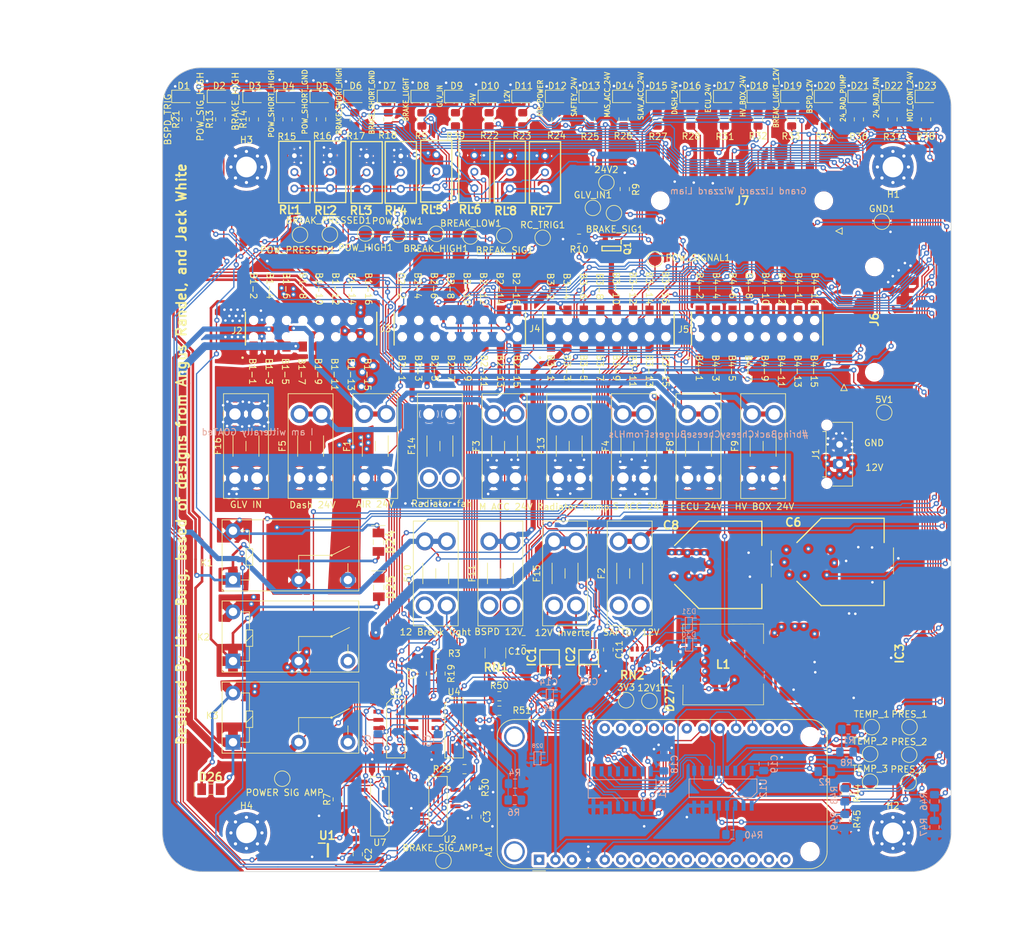
<source format=kicad_pcb>
(kicad_pcb (version 20240108) (generator "pcbnew") (generator_version "8.0")
  (layers (0 "F.Cu" signal) (1 "In1.Cu" signal) (2 "In2.Cu" signal) (31 "B.Cu" signal) (34 "B.Paste" user) (35 "F.Paste" user) (36 "B.SilkS" user "B.Silkscreen") (37 "F.SilkS" user "F.Silkscreen") (38 "B.Mask" user) (39 "F.Mask" user) (44 "Edge.Cuts" user))
  (net 0 "")
  (net 1 "/Connectors/GLV_MASTER_SWITCH_OUT")
  (net 3 "/feather/MUX_PRES_TEMP")
  (net 5 "/feather/MUX_A")
  (net 6 "/feather/MUX_B")
  (net 20 "/feather/MUX_C")
  (net 21 "/feather/MUX_BSPD")
  (net 22 "/Connectors/AIR_24V")
  (net 29 "+24V")
  (net 30 "GND")
  (net 31 "+5V")
  (net 32 "+12V")
  (net 33 "+3V3")
  (net 34 "/Connectors/SAFETY_24V")
  (net 35 "/Connectors/MASTER_ACC_24V")
  (net 36 "/Connectors/SLAVE_ACC_24V")
  (net 37 "/Connectors/DASH_24V")
  (net 38 "/Connectors/DATALOGGER_24V")
  (net 39 "/Connectors/BSPD_24V")
  (net 40 "/Connectors/ECU_24V")
  (net 41 "/Connectors/HV_BOX_24V")
  (net 42 "/Connectors/BRAKE_LIGHT_12V")
  (net 43 "/Connectors/RADIATOR_FAN_ON_SIGNAL")
  (net 44 "/Connectors/MC_12V")
  (net 45 "/Connectors/RADIATOR_WATER_PUMP_24V")
  (net 46 "/Connectors/MOTOR_CONTROLLER_ON_SIGNAL")
  (net 47 "/Connectors/RADIATOR_FAN_24V")
  (net 48 "/Connectors/PUMP_ON_SIGNAL")
  (net 49 "/Connectors/SPARE_2_24V")
  (net 50 "/Connectors/SPARE_1_24V")
  (net 51 "/Connectors/PRESSURE{slash}TEMP_SENSOR_1_PRESSURE")
  (net 52 "/Connectors/PRESSURE{slash}TEMP_SENSOR_1_TEMP")
  (net 53 "/Connectors/PRESSURE{slash}TEMP_SENSOR_2_PRESSURE")
  (net 54 "/Connectors/PRESSURE{slash}TEMP_SENSOR_2_TEMP")
  (net 55 "/Connectors/PRESSURE{slash}TEMP_SENSOR_3_PRESSURE")
  (net 56 "/Connectors/BSPD_TEST_12V")
  (net 57 "/Connectors/DASH_PDOC_LED")
  (net 58 "/Connectors/PRESSURE{slash}TEMP_SENSOR_3_TEMP")
  (net 59 "/Connectors/DASH_BSPD_LED")
  (net 60 "/Connectors/BSPD_TRIGGER")
  (net 61 "/Connectors/DASH_IMD_LED")
  (net 62 "/Connectors/BRAKE_LIGHT_GND")
  (net 63 "/Connectors/DASH_AMS_LED")
  (net 64 "/Connectors/POWER_SIGNAL")
  (net 65 "/Connectors/SHOULDER_RESET")
  (net 66 "/Connectors/ECU_BRAKE_INPUT")
  (net 67 "/Connectors/DRIVER_RESET_IN")
  (net 68 "/Connectors/DISCHARGE_ENABLE_SIGNAL")
  (net 69 "/fuses/PUMP_FUSE_RELAY")
  (net 70 "Net-(F14-Pad2)")
  (net 71 "/Connectors/HV_BOX_IMD_OK")
  (net 72 "Net-(F15-Pad2)")
  (net 73 "/Connectors/MASTER_ACC_PDOC_OK")
  (net 74 "/Connectors/SLAVE_ACC_PDOC_OK")
  (net 75 "/Connectors/ECU_OK")
  (net 76 "/Connectors/MC_OK_INDICATOR")
  (net 77 "/Connectors/CRASH_SENSOR_MONITOR")
  (net 78 "/Connectors/LEFT_ESTOP_OUT")
  (net 79 "/Connectors/DASH_E-STOP_OUT")
  (net 80 "Net-(U2B--)")
  (net 81 "/Connectors/BOTS_OUT")
  (net 82 "Net-(D1-A)")
  (net 83 "Net-(D2-A)")
  (net 84 "Net-(D3-A)")
  (net 85 "Net-(D4-A)")
  (net 86 "Net-(D5-A)")
  (net 87 "Net-(D6-A)")
  (net 88 "Net-(D7-A)")
  (net 89 "/logic/POW_SIG_AMP")
  (net 90 "Net-(R50-Pad1)")
  (net 91 "Net-(R7-Pad1)")
  (net 92 "Net-(U4C-+)")
  (net 93 "Net-(R19-Pad1)")
  (net 94 "Net-(U4D-+)")
  (net 95 "/Connectors/MASTER_ACC_HV_INT_OUT")
  (net 96 "Net-(U2A--)")
  (net 97 "Net-(U3B--)")
  (net 98 "Net-(U3D--)")
  (net 99 "/Connectors/SLAVE_ACC_HV_INT_OUT")
  (net 100 "/Connectors/TSMS_IN")
  (net 101 "/Connectors/AIR_POWER")
  (net 103 "Net-(U1-Pad4)")
  (net 104 "Net-(U7-Pad3)")
  (net 105 "Net-(U7-Pad4)")
  (net 106 "Net-(U7-Pad10)")
  (net 107 "/voltage_reg/Reg_out")
  (net 108 "/feather/BRAKE_LIGHT_SIG")
  (net 109 "/feather/POWER_SIG_HIGH")
  (net 110 "/feather/BRAKE_SIG_AMP_HIGH")
  (net 111 "/feather/POWER_SIG_SHORT_HIGH")
  (net 112 "/feather/POWER_SIG_SHORT_GND")
  (net 113 "/feather/BRAKE_SIG_AMP_SHORT_HIGH")
  (net 114 "/feather/BRAKE_SIG_AMP_SHORT_GND")
  (net 115 "/logic/BRAKE_SIG_AMP")
  (net 116 "Net-(U12-X6)")
  (net 117 "Net-(U12-X3)")
  (net 118 "Net-(U12-X4)")
  (net 119 "Net-(U12-X5)")
  (net 120 "Net-(U4A--)")
  (net 121 "Net-(U2C--)")
  (net 122 "Net-(U2D--)")
  (net 123 "Net-(U3A-+)")
  (net 124 "Net-(U3C-+)")
  (net 125 "Net-(U3D-+)")
  (net 126 "Net-(U4B--)")
  (net 127 "/Connectors/FET_HIGH")
  (net 128 "/Connectors/HV_BOX_PDOC_OK")
  (net 132 "Net-(D9-A)")
  (net 133 "Net-(D10-A)")
  (net 134 "Net-(D11-A)")
  (net 135 "Net-(D12-A)")
  (net 136 "Net-(D13-A)")
  (net 137 "Net-(D14-A)")
  (net 138 "Net-(D15-A)")
  (net 139 "Net-(D16-A)")
  (net 140 "Net-(D17-A)")
  (net 141 "Net-(D18-A)")
  (net 142 "Net-(D19-A)")
  (net 143 "Net-(D20-A)")
  (net 144 "Net-(D21-A)")
  (net 145 "Net-(D22-A)")
  (net 146 "Net-(D23-A)")
  (net 147 "Net-(U11-X0)")
  (net 148 "Net-(U11-X1)")
  (net 149 "Net-(U11-X3)")
  (net 150 "Net-(U11-X2)")
  (net 151 "Net-(U11-X4)")
  (net 152 "Net-(U11-X5)")
  (net 153 "Net-(U11-X7)")
  (net 154 "Net-(U11-X6)")
  (net 155 "Net-(D8-A)")
  (footprint "UniSA_Motorsport_Resistor:0805" (layer "F.Cu") (at 60.6576 137.792 90)
    (property "Reference" "R15")
    (property "Value" "CRCW0805")
  )
  (footprint "Fuse:Fuseholder_Blade_Mini_Keystone_3568" (layer "F.Cu") (at 102.5308 193.2912 90)
    (property "Reference" "F13")
    (property "Value" "Micro Auto Fuse 3568")
  )
  (footprint "UniSA_Motorsport_Connector:MOLEX_43045-16YY_16PIN" (layer "F.Cu") (at 130.9624 150.368)
    (property "Reference" "J7")
    (property "Value" "43045-1615" (hide yes))
  )
  (footprint "UniSA_Motorsport_Resistor:0805" (layer "F.Cu") (at 76.2576 137.792 90)
    (property "Reference" "R18")
    (property "Value" "CRCW0805")
  )
  (footprint "UniSA_Motorsport_Resistor:EXB38V472JV" (layer "F.Cu") (at 92.818 220.3324 180)
    (property "Reference" "RN1")
    (property "Value" "EXB-38V103JV" (hide yes))
  )
  (footprint "UniSA_Motorsport_Diode:0805" (layer "F.Cu") (at 154.4024 134.2484)
    (property "Reference" "D22")
    (property "Value" "GREEN")
  )
  (footprint "UniSA_Motorsport_SOT_TO:SOT-23-3" (layer "F.Cu") (at 110.7592 157.7688 -90)
    (property "Reference" "Q1")
    (property "Value" "DMN6075SQ-7" (hide yes))
  )
  (footprint "UniSA_Motorsport_Capacitor:0805" (layer "F.Cu") (at 71.5264 251.46 -90)
    (property "Reference" "C2")
    (property "Value" "GCM0805_1u")
  )
  (footprint "UniSA_Motorsport_Connector:Molex_Micro-Fit_43650-0215_1x02_Vertical" (layer "F.Cu") (at 146.0414 191.0856 90)
    (property "Reference" "J1")
    (property "Value" "Microfit_01x02_Vertical")
  )
  (footprint "UniSA_Motorsport_Diode:SOD-123F-2" (layer "F.Cu") (at 48.8112 241.4016)
    (property "Reference" "D26")
    (property "Value" "1N4148W RHG" (hide yes))
  )
  (footprint "TestPoint:TestPoint_Pad_D2.0mm" (layer "F.Cu") (at 62.5856 155.6512)
    (property "Reference" "POW_PRESSED1")
    (property "Value" "TestPoint")
  )
  (footprint "UniSA_Motorsport_Resistor:0805" (layer "F.Cu") (at 138.6392 137.792 90)
    (property "Reference" "R33")
    (property "Value" "CRCW0805")
  )
  (footprint "UniSA_Motorsport_Connector:SAMTEC_HLE-108-02-L-DV-BE-K-TR" (layer "F.Cu") (at 133.305208 170.157981)
    (property "Reference" "J5")
    (property "Value" "HLE-108-02-L-DV-BE-K-TR")
  )
  (footprint "UniSA_Motorsport_Connector:SAMTEC_HLE-108-02-L-DV-BE-K-TR" (layer "F.Cu") (at 110.305208 170.157981)
    (property "Reference" "J4")
    (property "Value" "HLE-108-02-L-DV-BE-K-TR")
  )
  (footprint "UniSA_Motorsport_Diode:0805" (layer "F.Cu") (at 112.8024 134.2484)
    (property "Reference" "D14")
    (property "Value" "GREEN")
  )
  (footprint "UniSA_Motorsport_Resistor:0805" (layer "F.Cu") (at 71.0576 137.792 90)
    (property "Reference" "R17")
    (property "Value" "CRCW0805")
  )
  (footprint "UniSA_Motorsport_Inductor:5050" (layer "F.Cu") (at 128.0428 222.0976 180)
    (property "Reference" "L1")
    (property "Value" "100uH" (hide yes))
  )
  (footprint "UniSA_Motorsport_Resistor:0805" (layer "F.Cu") (at 133.4392 137.792 90)
    (property "Reference" "R32")
    (property "Value" "CRCW0805")
  )
  (footprint "UniSA_Motorsport_Diode:0805" (layer "F.Cu") (at 66.0024 134.2484)
    (property "Reference" "D5")
    (property "Value" "RED")
  )
  (footprint "UniSA_Motorsport_Resistor:0805" (layer "F.Cu") (at 88.0364 238.3028)
    (property "Reference" "R29")
    (property "Value" "CRCW0805")
  )
  (footprint "Fuse:Fuseholder_Blade_Mini_Keystone_3568" (layer "F.Cu") (at 52.5308 193.2912 90)
    (property "Reference" "F16")
    (property "Value" "Micro Auto Fuse 3568")
  )
  (footprint "TestPoint:TestPoint_Pad_D2.0mm" (layer "F.Cu") (at 88.9508 155.9052)
    (property "Reference" "BREAK_LOW1")
    (property "Value" "TestPoint")
  )
  (footprint "Fuse:Fuseholder_Blade_Mini_Keystone_3568" (layer "F.Cu") (at 101.8876 212.986 90)
    (property "Reference" "F15")
    (property "Value" "Micro Auto Fuse 3568")
  )
  (footprint "UniSA_Motorsport_Resistor:3296W-1" (layer "F.Cu") (at 83.6676 145.81769 90)
    (property "Reference" "RL5")
    (property "Value" "10 K" (hide yes))
  )
  (footprint "TestPoint:TestPoint_Pad_D2.0mm" (layer "F.Cu") (at 150.7744 240.2332)
    (property "Reference" "TEMP_3")
    (property "Value" "TestPoint")
  )
  (footprint "UniSA_Motorsport_Diode:0805" (layer "F.Cu") (at 76.4024 134.2484)
    (property "Reference" "D7")
    (property "Value" "RED")
  )
  (footprint "UniSA_Motorsport_Resistor:0805" (layer "F.Cu") (at 107.4392 137.792 90)
    (property "Reference" "R25")
    (property "Value" "CRCW0805")
  )
  (footprint "UniSA_Motorsport_Resistor:0805" (layer "F.Cu") (at 117.8392 137.792 90)
    (property "Reference" "R27")
    (property "Value" "CRCW0805")
  )
  (footprint "UniSA_Motorsport_Diode:0805" (layer "F.Cu") (at 44.6024 134.2484)
    (property "Reference" "D1")
    (property "Value" "RED")
  )
  (footprint "UniSA_Motorsport_Resistor:0805" (layer "F.Cu") (at 68.4276 242.9764 90)
    (property "Reference" "R7")
    (property "Value" "CRCW0805")
  )
  (footprint "UniSA_Motorsport_Resistor:0805" (layer "F.Cu") (at 123.0392 137.792 90)
    (property "Reference" "R28")
    (property "Value" "CRCW0805")
  )
  (footprint "UniSA_Motorsport_SO:SOIC-14" (layer "F.Cu") (at 86.4192 231.9528 -90)
    (property "Reference" "U4")
    (property "Value" "LM7902D")
  )
  (footprint "Fuse:Fuseholder_Blade_Mini_Keystone_3568" (layer "F.Cu") (at 81.8876 212.986 90)
    (property "Reference" "F10")
    (property "Value" "Micro Auto Fuse 3568")
  )
  (footprint "TestPoint:TestPoint_Pad_D2.0mm" (layer "F.Cu") (at 117.5004 159.4104)
    (property "Reference" "POW_SIGNAL1")
    (property "Value" "TestPoint")
  )
  (footprint "UniSA_Motorsport_Connector:SAMTEC_HLE-108-02-L-DV-BE-K-TR" (layer "F.Cu") (at 87.305208 170.157981)
    (property "Reference" "J3")
    (property "Value" "HLE-108-02-L-DV-BE-K-TR")
  )
  (footprint "UniSA_Motorsport_Diode:0805" (layer "F.Cu") (at 138.8024 134.2484)
    (property "Reference" "D19")
    (property "Value" "GREEN")
  )
  (footprint "UniSA_Motorsport_Diode:0805" (layer "F.Cu") (at 86.8024 134.2484)
    (property "Reference" "D9")
    (property "Value" "GREEN")
  )
  (footprint "Module:Adafruit_Feather_WithMountingHoles" (layer "F.Cu") (at 99.568 252.3236 90)
    (property "Reference" "A1")
    (property "Value" "Adafruit_Feather_Generic")
  )
  (footprint "UniSA_Motorsport_Resistor:0805" (layer "F.Cu") (at 97.0392 137.792 90)
    (property "Reference" "R23")
    (property "Value" "CRCW0805")
  )
  (footprint "TestPoint:TestPoint_Pad_D2.0mm" (layer "F.Cu") (at 116.6368 227.7364)
    (property "Reference" "12V1")
    (property "Value" "TestPoint")
  )
  (footprint "UniSA_Motorsport_Resistor:EXB38V472JV" (layer "F.Cu") (at 115.17 220.51 180)
    (property "Reference" "RN2")
    (property "Value" "EXB-38V103JV" (hide yes))
  )
  (footprint "UniSA_Motorsport_Resistor:0805" (layer "F.Cu") (at 112.8268 148.581 90)
    (property "Reference" "R9")
    (property "Value" "CRCW0805")
  )
  (footprint "UniSA_Motorsport_Resistor:0805" (layer "F.Cu") (at 159.4392 137.792 90)
    (property "Reference" "R38")
    (property "Value" "CRCW0805")
  )
  (footprint "UniSA_Motorsport_Resistor:0805" (layer "F.Cu") (at 55.4576 137.792 90)
    (property "Reference" "R14")
    (property "Value" "CRCW0805")
  )
  (footprint "TestPoint:TestPoint_Pad_D2.0mm" (layer "F.Cu") (at 72.6948 155.448)
    (property "Reference" "POW_HIGH1")
    (property "Value" "TestPoint")
  )
  (footprint "TestPoint:TestPoint_Pad_D2.0mm" (layer "F.Cu") (at 113.03 227.6348)
    (property "Reference" "3V3")
    (property "Value" "TestPoint")
  )
  (footprint "MountingHole:MountingHole_3.2mm_M3_Pad_Via" (layer "F.Cu") (at 54.305208 248.157981)
    (property "Reference" "H4")
    (property "Value" "MountingHole_Pad")
  )
  (footprint "UniSA_Motorsport_Resistor:0805" (layer "F.Cu") (at 105.7566 156.2608 180)
    (property "Reference" "R10")
    (property "Value" "CRCW0805")
  )
  (footprint "UniSA_Motorsport_Resistor:0805" (layer "F.Cu") (at 143.8392 137.792 90)
    (property "Reference" "R34")
    (property "Value" "CRCW0805")
  )
  (footprint "UniSA_Motorsport_Diode:0805" (layer "F.Cu") (at 149.2024 134.2484)
    (property "Reference" "D21")
    (property "Value" "GREEN")
  )
  (footprint "Fuse:Fuseholder_Blade_Mini_Keystone_3568" (layer "F.Cu") (at 91.8876 212.986 90)
    (property "Reference" "F11")
    (property "Value" "Micro Auto Fuse 3568")
  )
  (footprint "TestPoint:TestPoint_Pad_D2.0mm" (layer "F.Cu") (at 156.8196 236.0676)
    (property "Reference" "PRES_2")
    (property "Value" "TestPoint")
  )
  (footprint "Relay_THT:Relay_SPST_Omron-G5Q-1A" (layer "F.Cu") (at 52.2224 221.592)
    (property "Reference" "K2")
    (property "Value" "G5Q-1A")
  )
  (footprint "UniSA_Motorsport_Resistor:0805" (layer "F.Cu") (at 89.6112 241.1476 -90)
    (property "Reference" "R30")
    (property "Value" "CRCW0805")
  )
  (footprint "UniSA_Motorsport_Resistor:3296W-1" (layer "F.Cu") (at 78.1812 145.9992 90)
    (property "Reference" "RL4")
    (property "Value" "10 K" (hide yes))
  )
  (footprint "UniSA_Motorsport_Connector:SAMTEC_HLE-108-02-L-DV-BE-K-TR" (layer "F.Cu") (at 64.305208 170.157981)
    (property "Reference" "J2")
    (property "Value" "HLE-108-02-L-DV-BE-K-TR")
  )
  (footprint "UniSA_Motorsport_SO:SOIC-14" (layer "F.Cu") (at 74.9384 244.0432 90)
    (property "Reference" "U7")
    (property "Value" "CD4071BM96")
  )
  (footprint "TestPoint:TestPoint_Pad_D2.0mm" (layer "F.Cu") (at 83.6676 155.4988)
    (property "Reference" "BREAK_HIGH1")
    (property "Value" "TestPoint")
  )
  (footprint "MountingHole:MountingHole_3.2mm_M3_Pad_Via" (layer "F.Cu") (at 54.305208 145.157981)
    (property "Reference" "H3")
    (property "Value" "MountingHole_Pad")
  )
  (footprint "Fuse:Fuseholder_Blade_Mini_Keystone_3568" (layer "F.Cu") (at 92.5308 193.2912 90)
    (property "Reference" "F3")
    (property "Value" "Micro Auto Fuse 3568")
  )
  (footprint "UniSA_Motorsport_Resistor:0805" (layer "F.Cu") (at 128.2392 137.792 90)
    (property "Reference" "R31")
    (property "Value" "CRCW0805")
  )
  (footprint "UniSA_Motorsport_Diode:0805" (layer "F.Cu") (at 118.0024 134.2484)
    (property "Reference" "D15")
    (property "Value" "GREEN")
  )
  (footprint "Fuse:Fuseholder_Blade_Mini_Keystone_3568" (layer "F.Cu") (at 112.5308 193.2912 90)
    (property "Reference" "F4")
    (property "Value" "Micro Auto Fuse 3568")
  )
  (footprint "UniSA_Motorsport_Resistor:3296W-1" (layer "F.Cu") (at 95.0468 145.9484 90)
    (property "Reference" "RL8")
    (property "Value" "10 K" (hide yes))
  )
  (footprint "UniSA_Motorsport_Diode:0805" (layer "F.Cu") (at 50.1024 134.2484)
    (property "Reference" "D2")
    (property "Value" "RED")
  )
  (footprint "UniSA_Motorsport_Resistor:0805" (layer "F.Cu") (at 154.2392 137.792 90)
    (property "Reference" "R37")
    (property "Value" "CRCW0805")
  )
  (footprint "MountingHole:MountingHole_3.2mm_M3_Pad_Via" (layer "F.Cu") (at 154.305208 145.157981)
    (property "Reference" "H1")
    (property "Value" "MountingHole_Pad")
  )
  (footprint "UniSA_Motorsport_Capacitor:EEEFK0J332AQ" (layer "F.Cu") (at 127.2808 206.7052)
    (property "Reference" "C8")
    (property "Value" "EEV-FK1H391Q" (hide yes))
  )
  (footprint "TestPoint:TestPoint_Pad_D2.0mm" (layer "F.Cu") (at 150.7744 235.966)
    (property "Reference" "TEMP_2")
    (property "Value" "TestPoint")
  )
  (footprint "UniSA_Motorsport_SO:TO-263-5" (layer "F.Cu") (at 145.4344 221.1324 -90)
    (property "Reference" "IC3")
    (property "Value" "LM2576-12WU-TR" (hide yes))
  )
  (footprint "TestPoint:TestPoint_Pad_D2.0mm" (layer "F.Cu") (at 107.8992 151.4856)
    (property "Reference" "GLV_IN1")
    (property "Value" "TestPoint")
  )
  (footprint "UniSA_Motorsport_Resistor:0805" (layer "F.Cu") (at 86.6392 137.792 90)
    (property "Reference" "R39")
    (property "Value" "CRCW0805")
  )
  (footprint "UniSA_Motorsport_Resistor:0805" (layer "F.Cu") (at 147.1168 246.0334 -90)
    (property "Reference" "R45")
    (property "Value" "CRCW0805")
  )
  (footprint "UniSA_Motorsport_Resistor:0805" (layer "F.Cu") (at 149.0392 137.792 90)
    (property "Reference" "R36")
    (property "Value" "CRCW0805")
  )
  (footprint "UniSA_Motorsport_Diode:0805" (layer "F.Cu") (at 144.0024 134.2484)
    (property "Reference" "D20")
    (property "Value" "GREEN")
  )
  (footprint "UniSA_Motorsport_Connector:MOLEX_43045-10YY_10PIN" (layer "F.Cu") (at 151.4348 168.76245 -90)
    (property "Reference" "J6")
    (property "Value" "43045-1015" (hide yes))
  )
  (footprint "UniSA_Motorsport_Resistor:0805" (layer "F.Cu") (at 84.328 223.52 -90)
    (property "Reference" "R19")
    (property "Value" "CRCW0805")
  )
  (footprint "UniSA_Motorsport_Diode:SOD-123F-2" (layer "F.Cu") (at 74.7776 210.2104 -90)
    (property "Reference" "D25")
    (property "Value" "1N4148W RHG" (hide yes))
  )
  (footprint "TestPoint:TestPoint_Pad_D2.0mm" (layer "F.Cu") (at 152.6032 153.6192)
    (property "Reference" "GND1")
    (property "Value" "TestPoint")
  )
  (footprint "TestPoint:TestPoint_Pad_D2.0mm" (layer "F.Cu") (at 77.8256 155.6512)
    (property "Reference" "POW_LOW1")
    (property "Value" "TestPoint")
  )
  (footprint "UniSA_Motorsport_Diode:0805" (layer "F.Cu") (at 128.4024 134.2484)
    (property "Reference" "D17")
    (property "Value" "GREEN")
  )
  (footprint "UniSA_Motorsport_Diode:0805" (layer "F.Cu") (at 71.2024 134.2484)
    (property "Reference" "D6")
    (property "Value" "RED")
  )
  (footprint "UniSA_Motorsport_Diode:0805" (layer "F.Cu") (at 102.4024 134.2484)
    (property "Reference" "D12")
    (property "Value" "GREEN")
  )
  (footprint "UniSA_Motorsport_Resistor:0805" (layer "F.Cu") (at 81.4392 137.792 90)
    (property "Reference" "R5")
    (property "Value" "CRCW0805")
  )
  (footprint "UniSA_Motorsport_Diode:0805" (layer "F.Cu") (at 133.6024 134.2484)
    (property "Reference" "D18")
    (property "Value" "GREEN")
  )
  (footprint "UniSA_Motorsport_Diode:0805" (layer "F.Cu") (at 123.2024 134.2484)
    (property "Reference" "D16")
    (property "Value" "GREEN")
  )
  (footprint "Fuse:Fuseholder_Blade_Mini_Keystone_3568" (layer "F.Cu") (at 72.5308 193.2912 90)
    (property "Reference" "F1")
    (property "Value" "Micro Auto Fuse 3568")
  )
  (footprint "UniSA_Motorsport_Diode:0805" (layer "F.Cu") (at 55.6024 134.2484)
    (property "Reference" "D3")
    (property "Value" "RED")
  )
  (footprint "UniSA_Motorsport_Diode:0805" (layer "F.Cu") (at 107.6024 134.2484)
    (property "Reference" "D13")
    (property "Value" "GREEN")
  )
  (footprint "UniSA_Motorsport_Diode:SOD-123FL-2" (layer "F.Cu") (at 119.2784 222.9478 90)
    (property "Reference" "D27")
    (property "Value" "NRVTS245ESFT1G" (hide yes))
  )
  (footprint "UniSA_Motorsport_Diode:0805" (layer "F.Cu") (at 97.2024 134.2484)
    (property "Reference" "D11")
    (property "Value" "GREEN")
  )
  (footprint "TestPoint:TestPoint_Pad_D2.0mm" (layer "F.Cu") (at 109.982 147.574)
    (property "Reference" "24V2")
    (property "Value" "TestPoint")
  )
  (footprint "UniSA_Motorsport_Resistor:0805" (layer "F.Cu") (at 102.2392 137.792 90)
    (property "Reference" "R24")
    (property "Value" "CRCW0805")
  )
  (footprint "Capacitor_SMD:C_0805_2012Metric" (layer "F.Cu") (at 110.2868 219.8116 -90)
    (property "Reference" "C11")
    (property "Value" "1uF")
  )
  (footprint "UniSA_Motorsport_Resistor:0805" (layer "F.Cu") (at 65.8576 137.792 90)
    (property "Reference" "R16")
    (property "Value" "CRCW0805")
  )
  (footprint "UniSA_Motorsport_Resistor:0805" (layer "F.Cu") (at 147.1168 242.0334 -90)
    (property "Reference" "R44")
    (property "Value" "CRCW0805")
  )
  (footprint "UniSA_Motorsport_Resistor:3296W-1" (layer "F.Cu") (at 89.5604 145.8976 90)
    (property "Reference" "RL6")
    (property "Value" "10 K" (hide yes))
  )
  (footprint "UniSA_Motorsport_SO:SOIC-14" (layer "F.Cu") (at 77.4192 231.9528 -90)
    (property "Reference" "U3")
    (property "Value" "LM7902D")
  )
  (footprint "UniSA_Motorsport_Resistor:0805" (layer "F.Cu") (at 83.82 220.5228 180)
    (property "Reference" "R3")
    (property "Value" "CRCW0805")
  )
  (footprint "UniSA_Motorsport_Resistor:3296W-1" (layer "F.Cu") (at 67.2592 145.8976 90)
    (property "Reference" "RL2")
    (property "Value" "10 K" (hide yes))
  )
  (footprint "UniSA_Motorsport_Resistor:0805" (layer "F.Cu") (at 45.0576 137.792 90)
    (property "Reference" "R21")
    (property "Value" "CRCW0805")
  )
  (footprint "UniSA_Motorsport_Diode:0805" (layer "F.Cu") (at 81.6024 134.2484)
    (property "Reference" "D8")
    (property "Value" "GREEN")
  )
  (footprint "MountingHole:MountingHole_3.2mm_M3_Pad_Via" (layer "F.Cu") (at 154.305208 248.157981)
    (property "Reference" "H2")
    (property "Value" "MountingHole_Pad")
  )
  (footprint "TestPoint:TestPoint_Pad_D2.0mm" (layer "F.Cu") (at 67.2084 155.6004)
    (property "Reference" "BREAK_PRESSED1")
    (property "Value" "TestPoint")
  )
  (footprint "UniSA_Motorsport_Diode:0805" (layer "F.Cu") (at 159.6024 134.2484)
    (property "Reference" "D23")
    (property "Value" "GREEN")
  )
  (footprint "TestPoint:TestPoint_Pad_D2.0mm" (layer "F.Cu") (at 156.8704 231.8004)
    (property "Reference" "PRES_1")
    (property "Value" "TestPoint")
  )
  (footprint "UniSA_Motorsport_Diode:0805" (layer "F.Cu") (at 92.0024 134.2484)
    (property "Reference" "D10")
    (property "Value" "GREEN")
  )
  (footprint "UniSA_Motorsport_Diode:SOD-123F-2" (layer "F.Cu") (at 74.7268 203.2 -90)
    (property "Reference" "D24")
    (property "Value" "1N4148W RHG" (hide yes))
  )
  (footprint "UniSA_Motorsport_Resistor:0805" (layer "F.Cu") (at 91.8392 137.792 90)
    (property "Reference" "R22")
    (property "Value" "CRCW0805")
  )
  (footprint "TestPoint:TestPoint_Pad_D2.0mm" (layer "F.Cu") (at 151.0284 231.8004)
    (property "Reference" "TEMP_1")
    (property "Value" "TestPoint")
  )
  (footprint "TestPoint:TestPoint_Pad_D2.0mm" (layer "F.Cu") (at 59.8424 239.776)
    (property "Reference" "POW_SIG_AMP1" (hide yes))
    (property "Value" "TestPoint")
  )
  (footprint "Capacitor_SMD:C_0805_2012Metric" (layer "F.Cu") (at 97.1804 218.3892 180)
    (property "Reference" "C10")
    (property "Value" "1uF")
  )
  (footprint "UniSA_Motorsport_Resistor:3296W-1" (layer "F.Cu") (at 72.898 145.9992 90)
    (property "Reference" "RL3")
    (property "Value" "10 K" (hide yes))
  )
  (footprint "UniSA_Motorsport_SO:TSSOP-5" (layer "F.Cu") (at 66.9036 250.8504)
    (property "Reference" "U1")
    (property "Value" "74LVC1G08GW,125" (hide yes))
  )
  (footprint "Fuse:Fuseholder_Blade_Mini_Keystone_3568" (layer "F.Cu") (at 132.5308 193.2912 90)
    (property "Reference" "F9")
    (property "Value" "Micro Auto Fuse 3568")
  )
  (footprint "UniSA_Motorsport_SO:MSOP-8" (layer "F.Cu") (at 107.2388 220.98 90)
    (property "Reference" "IC2")
    (property "Value" "ADP3335ARMZ-3.3-RL" (hide yes))
  )
  (footprint "UniSA_Motorsport_Resistor:3296W-1" (layer "F.Cu") (at 100.4824 145.9992 90)
    (property "Reference" "RL7")
    (property "Value" "10 K" (hide yes))
  )
  (footprint "UniSA_Motorsport_Capacitor:0805" (layer "F.Cu") (at 81.4324 223.52 90)
    (property "Reference" "C7")
    (property "Value" "GCM0805_2.2u")
  )
  (footprint "UniSA_Motorsport_Resistor:0805" (layer "F.Cu") (at 112.6392 137.792 90)
    (property "Reference" "R26")
    (property "Value" "CRCW0805")
  )
  (footprint "UniSA_Motorsport_Resistor:0805" (layer "F.Cu") (at 50.2576 137.792 90)
    (property "Reference" "R13")
    (property "Value" "CRCW0805")
  )
  (footprint "Fuse:Fuseholder_Blade_Mini_Keystone_3568" (layer "F.Cu") (at 111.8876 212.986 90)
    (property "Reference" "F2")
    (property "Value" "Micro Auto Fuse 3568")
  )
  (footprint "TestPoint:TestPoint_Pad_D2.0mm" (layer "F.Cu") (at 100.1268 156.1084)
    (property "Reference" "RC_TRIG1")
    (property "Value" "TestPoint")
  )
  (footprint "UniSA_Motorsport_Capacitor:0805" (layer "F.Cu") (at 89.8652 245.6688 -90)
    (property "Reference" "C3")
    (property "Value" "GCM0805_1u")
  )
  (footprint "Relay_THT:Relay_SPST_Omron-G5Q-1A" (layer "F.Cu") (at 52.2224 234.142)
    (property "Reference" "K3")
    (property "Value" "G5Q-1A")
  )
  (footprint "TestPoint:TestPoint_Pad_D2.0mm" (layer "F.Cu") (at 152.9588 183.134)
    (property "Reference" "5V1")
    (property "Value" "TestPoint")
  )
  (footprint "UniSA_Motorsport_Resistor:0805" (layer "F.Cu") (at 93.4212 227.0252)
    (property "Reference" "R50")
    (property "Value" "CRCW0805")
  )
  (footprint "Fuse:Fuseholder_Blade_Mini_Keystone_3568" (layer "F.Cu") (at 122.5308 193.2912 90)
    (property "Reference" "F8")
    (property "Value" "Micro Auto Fuse 3568")
  )
  (footprint "Fuse:Fuseholder_Blade_Mini_Keystone_3568" (layer "F.Cu") (at 82.5308 193.2912 90)
    (property "Reference" "F14")
    (property "Value" "Micro Auto Fuse 3568")
  )
  (footprint "TestPoint:TestPoint_Pad_D2.0mm" (layer "F.Cu") (at 156.718 240.3348)
    (property "Reference" "PRES_3")
    (property "Value" "TestPoint")
  )
  (footprint "TestPoint:TestPoint_Pad_D2.0mm" (layer "F.Cu") (at 111.1504 152.2984)
    (property "Reference" "BRAKE_SIG1")
    (property "Value" "TestPoint")
  )
  (footprint "UniSA_Motorsport_SO:SOIC-14" (layer "F.Cu") (at 83.9384 244.0432 90)
    (property "Reference" "U2")
    (property "Value" "LM7902D")
  )
  (footprint "Relay_THT:Relay_SPST_Omron-G5Q-1A" (layer "F.Cu") (at 52.2224 209.042)
    (property "Reference" "K1")
    (property "Value" "G5Q-1A")
  )
  (footprint "UniSA_Motorsport_SO:MSOP-8" (layer "F.Cu") (at 101.1936 220.98 90)
    (property "Reference" "IC1")
    (property "Value" "ADP3335ARMZ-5-R7" (hide yes))
  )
  (footprint "Fuse:Fuseholder_Blade_Mini_Keystone_3568" (layer "F.Cu") (at 62.5308 193.2912 90)
    (property "Reference" "F5")
    (property "Value" "Micro Auto Fuse 3568")
  )
  (footprint "UniSA_Motorsport_Diode:0805" (layer "F.Cu") (at 60.8024 134.2484)
    (property "Reference" "D4")
    (property "Value" "RED")
  )
  (footprint "UniSA_Motorsport_Resistor:0805" (layer "F.Cu") (at 93.4302 229.2604)
    (property "Reference" "R51")
    (property "Value" "CRCW0805")
  )
  (footprint "UniSA_Motorsport_Resistor:3296W-1" (layer "F.Cu") (at 61.722 145.9484 90)
    (property "Reference" "RL1")
    (property "Value" "10 K" (hide yes))
  )
  (footprint "TestPoint:TestPoint_Pad_D2.0mm" (layer "F.Cu") (at 94.1832 155.8036)
    (property "Reference" "BREAK_SIG1")
    (property "Value" "TestPoint")
  )
  (footprint "UniSA_Motorsport_Capacitor:EEEFK0J332AQ" (layer "F.Cu") (at 146.1936 206.248)
    (property "Reference" "C6")
    (property "Value" "100uF" (hide yes))
  )
  (footprint "TestPoint:TestPoint_Pad_D2.0mm" (layer "F.Cu") (at 84.7852 252.476)
    (property "Reference" "BRAKE_SIG_AMP1")
    (property "Value" "TestPoint")
  )
  (footprint "UniSA_Motorsport_Resistor:0805" (layer "B.Cu") (at 146.8628 242.3292 -90)
    (property "Reference" "R48")
    (property "Value" "CRCW0805")
  )
  (footprint "UniSA_Motorsport_Capacitor:0805" (layer "B.Cu") (at 74.676 233.8832 -90)
    (property "Reference" "C4")
    (property "Value" "GCM0805_1u")
  )
  (footprint "UniSA_Motorsport_SO:SOIC-16" (layer "B.Cu") (at 112.4204 241.3508 180)
    (property "Reference" "U11")
    (property "Value" "CD4051BM96G3")
  )
  (footprint "UniSA_Motorsport_SOT_TO:SOT-363" (layer "B.Cu") (at 122.7836 219.0496 180)
    (property "Reference" "D30")
    (property "Value" "MMBZ5225BS-7-F")
  )
  (footprint "UniSA_Motorsport_Resistor:0805" (layer "B.Cu") (at 147.1168 235.6612)
    (property "Reference" "R8")
    (property "Value" "CRCW0805")
  )
  (footprint "UniSA_Motorsport_Resistor:0805" (layer "B.Cu") (at 160.7312 247.2722 -90)
    (property "Reference" "R47")
    (property "Value" "CRCW0805")
  )
  (footprint "UniSA_Motorsport_SOT_TO:SOT-363" (layer "B.Cu") (at 99.3292 236.616 180)
    (property "Reference" "D28")
    (property "Value" "MMBZ5225BS-7-F")
  )
  (footprint "UniSA_Motorsport_SOT_TO:SOT-363" (layer "B.Cu") (at 122.7328 215.8492 180)
    (property "Reference" "D31")
    (property "Value" "MMBZ5225BS-7-F")
  )
  (footprint "UniSA_Motorsport_SO:SOIC-16" (layer "B.Cu") (at 128.016 241.2492 180)
    (property "Reference" "U12")
    (property "Value" "CD4051BM96G3")
  )
  (footprint "UniSA_Motorsport_Capacitor:0805" (layer "B.Cu") (at 134.3152 237.49 90)
    (property "Reference" "C19")
    (property "Value" "GCM0805_0.1u")
  )
  (footprint "UniSA_Motorsport_Resistor:0805" (layer "B.Cu") (at 146.8628 246.3292 -90)
    (property "Reference" "R49")
    (property "Value" "CRCW0805")
  )
  (footprint "Capacitor_SMD:C_0805_2012Metric" (layer "B.Cu") (at 101.092 223.2152)
    (property "Reference" "C14")
    (property "Value" "1uF")
  )
  (footprint "Capacitor_SMD:C_0805_2012Metric" (layer "B.Cu") (at 107.254 223.1136)
    (property "Reference" "C15")
    (property "Value" "1uF")
  )
  (footprint "UniSA_Motorsport_Resistor:0805" (layer "B.Cu") (at 147.4126 232.156)
    (property "Reference" "R1")
    (property "Value" "CRCW0805")
  )
  (footprint "UniSA_Motorsport_Capacitor:0805" (layer "B.Cu") (at 83.9724 233.934 -90)
    (property "Reference" "C5")
    (property "Value" "GCM0805_1u")
  )
  (footprint "UniSA_Motorsport_Resistor:0805" (layer "B.Cu") (at 129.4892 248.412)
    (property "Reference" "R40")
    (property "Value" "CRCW0805")
  )
  (footprint "UniSA_Motorsport_Resistor:0805" (layer "B.Cu") (at 95.8596 240.538)
    (property "Reference" "R4")
    (property "Value" "CRCW0805")
  )
  (footprint "UniSA_Motorsport_Resistor:0805" (layer "B.Cu") (at 143.764 238.6584)
    (property "Reference" "R2")
    (property "Value" "CRCW0805")
  )
  (footprint "UniSA_Motorsport_SOT_TO:SOT-363" (layer "B.Cu") (at 101.2292 226.964 180)
    (property "Reference" "D29")
    (property "Value" "MMBZ5225BS-7-F")
  )
  (footprint "UniSA_Motorsport_Resistor:0805" (layer "B.Cu") (at 160.7312 243.2722 -90)
    (property "Reference" "R46")
    (property "Value" "CRCW0805")
  )
  (footprint "UniSA_Motorsport_Resistor:0805" (layer "B.Cu") (at 95.8088 243.078 180)
    (property "Reference" "R6")
    (property "Value" "CRCW0805")
  )
  (footprint "UniSA_Motorsport_Capacitor:0805" (layer "B.Cu") (at 118.872 237.5498 90)
    (property "Reference" "C18")
    (property "Value" "GCM0805_0.1u")
  )
  (gr_arc (start 163.300268 248.153041) (mid 161.547898 252.393608) (end 157.310268 254.153041) (stroke (width 0.1)) (layer "Edge.Cuts"))
  (gr_line (start 154.310268 254.153041) (end 47.310149 254.15304) (stroke (width 0.1)) (layer "Edge.Cuts"))
  (gr_arc (start 157.30532 129.7968) (mid 161.545912 131.54916) (end 163.30532 135.7868) (stroke (width 0.1)) (layer "Edge.Cuts"))
  (gr_line (start 41.310149 248.16304) (end 41.3152 135.7968) (stroke (width 0.1)) (layer "Edge.Cuts"))
  (gr_arc (start 47.310149 254.15304) (mid 43.069597 252.400663) (end 41.310149 248.16304) (stroke (width 0.1)) (layer "Edge.Cuts"))
  (gr_line (start 47.3052 129.7968) (end 157.30532 129.7968) (stroke (width 0.1)) (layer "Edge.Cuts"))
  (gr_line (start 157.310268 254.153041) (end 154.310268 254.153041) (stroke (width 0.1)) (layer "Edge.Cuts"))
  (gr_line (start 163.30532 135.7868) (end 163.300268 248.153041) (stroke (width 0.1)) (layer "Edge.Cuts"))
  (gr_arc (start 41.3152 135.7968) (mid 43.067577 131.556248) (end 47.3052 129.7968) (stroke (width 0.1)) (layer "Edge.Cuts"))
  (gr_text "I am witterally GOATed" (at 64.77 186.7408 0) (layer "B.SilkS") (effects (font (size 1 1)) (justify left bottom mirror)))
  (gr_text "#bringBackCheesyCheeseBurgersFromHJs" (at 141.3256 187.0964 0) (layer "B.SilkS") (effects (font (size 1 1)) (justify left bottom mirror)))
  (gr_text "Grand Lizzard Wizzard Liam" (at 141.0716 149.4536 0) (layer "B.SilkS") (effects (font (size 1 1)) (justify left bottom mirror)))
  (gr_text "B2-14" (at 92.9132 161.3408 270) (layer "F.SilkS") (effects (font (size 1 1)) (justify left bottom)))
  (gr_text "B4-5" (at 128.8288 174.0916 270) (layer "F.SilkS") (effects (font (size 1 1)) (justify left bottom)))
  (gr_text "HV BOX 24V" (at 129.7432 198.2724 0) (layer "F.SilkS") (effects (font (size 1 1)) (justify left bottom)))
  (gr_text "DASH_24V" (at 121.0056 137.16 90) (layer "F.SilkS") (effects (font (size 0.8 0.7)) (justify left bottom)))
  (gr_text "B2-4" (at 80.2132 161.3408 270) (layer "F.SilkS") (effects (font (size 1 1)) (justify left bottom)))
  (gr_text "BRAKE_SHORT_HIGH" (at 69.088 140.208 90) (layer "F.SilkS") (effects (font (size 0.8 0.7)) (justify left bottom)))
  (gr_text "B4-6" (at 128.9304 161.3408 270) (layer "F.SilkS") (effects (font (size 1 1)) (justify left bottom)))
  (gr_text "24_RAD_FAN" (at 152.1968 137.668 90) (layer "F.SilkS") (effects (font (size 0.8 0.7)) (justify left bottom)))
  (gr_text "B3-9" (at 110.9472 174.0408 270) (layer "F.SilkS") (effects (font (size 1 1)) (justify left bottom)))
  (gr_text "B4-16" (at 141.6304 161.3408 270) (layer "F.SilkS") (effects (font (size 1 1)) (justify left bottom)))
  (gr_text "B1-2" (at 54.8132 161.3568 -90) (layer "F.SilkS") (effects (font (size 1 1)) (justify left bottom)))
  (gr_text "B2-12" (at 90.3732 161.3408 270) (layer "F.SilkS") (effects (font (size 1 1)) (justify left bottom)))
  (gr_text "B2-8" (at 85.2932 161.3408 270) (layer "F.SilkS") (effects (font (size 1 1)) (justify left bottom)))
  (gr_text "AIR 24V\n" (at 71.1708 197.9168 0) (layer "F.SilkS") (effects (font (size 1 1)) (justify left bottom)))
  (gr_text "B1-4" (at 57.3532 161.3568 -90) (layer "F.SilkS") (effects (font (size 1 1)) (justify left bottom)))
  (gr_text "BSPD_12V" (at 141.8844 136.9568 90) (layer "F.SilkS") (effects (font (size 0.8 0.7)) (justify left bottom)))
  (gr_text "12 Break light" (at 77.9272 217.678 0) (layer "F.SilkS") (effects (font (size 1 1)) (justify left bottom)))
  (gr_text "B4-11" (at 136.4488 174.0916 270) (layer "F.SilkS") (effects (font (size 1 1)) (justify left bottom)))
  (gr_text "POW_SIG_HIGH" (at 47.752 141.2748 90) (layer "F.SilkS") (effects (font (size 1 1)) (justify left bottom)))
  (gr_text "B2-10" (at 87.8332 161.3408 270) (layer "F.SilkS") (effects (font (size 1 1)) (justify left bottom)))
  (gr_text "BRAKE_HIGH" (at 53.1876 139.6492 90) (layer "F.SilkS") (effects (font (size 1 1)) (justify left bottom)))
  (gr_text "B3-2" (at 100.7364 161.4424 270) (layer "F.SilkS") (effects (font (size 1 1)) (justify left bottom)))
  (gr_text "24_RAD_PUMP" (at 147.066 138.2776 90) (layer "F.SilkS") (effects (font (size 0.8 0.7)) (justify left bottom)))
  (gr_text "B3-5" (at 105.8672 174.0408 270) (layer "F.SilkS") (effects (font (size 1 1)) (justify left bottom)))
  (gr_text "BREAK_LIGHT_12V" (at 136.7028 139.192 90) (layer "F.SilkS") (effects (font (size 0.8 0.7)) (justify left bottom)))
  (gr_text "B3-4" (at 103.2764 161.4424 270) (layer "F.SilkS") (effects (font (size 1 1)) (justify left bottom)))
  (gr_text "Radiator fan" (at 79.7052 197.8152 0) (layer "F.SilkS") (effects (font (size 1 1)) (justify left bottom)))
  (gr_text "ECU_24V" (at 126.1872 136.8552 90) (layer "F.SilkS") (effects (font (size 0.8 0.7)) (justify left bottom)))
  (gr_text "GND" (at 149.7584 188.4172 0) (layer "F.SilkS") (effects (font (size 1 1)) (justify left bottom)))
  (gr_text "B1-14" (at 70.0532 161.3568 -90) (layer "F.SilkS") (effects (font (size 1 1)) (justify left bottom)))
  (gr_text "Designed By Liam Borg, based of designs from Angus Randel, and Jack White " (at 45.1104 234.7468 90) (layer "F.SilkS") (effects (font (size 1.5 1.5) (thickness 0.3) (bold yes)) (justify left bottom)))
  (gr_text "B3-14" (at 116.0272 161.2392 270) (layer "F.SilkS") (effects (font (size 1 1)) (justify left bottom)))
  (gr_text "B3-6" (at 105.8164 161.4424 270) (layer "F.SilkS") (effects (font (size 1 1)) (justify left bottom)))
  (gr_text "B1-3" (at 57.2008 174.5996 270) (layer "F.SilkS") (effects (font (size 1 1)) (justify left bottom)))
  (gr_text "B1-12" (at 67.5132 161.3568 -90) (layer "F.SilkS") (effects (font (size 1 1)) (justify left bottom)))
  (gr_text "B3-8" (at 108.3564 161.4424 270) (layer "F.SilkS") (effects (font (size 1 1)) (justify left bottom)))
  (gr_text "B4-4" (at 126.3904 161.3408 270) (layer "F.SilkS") (effects (font (size 1 1)) (justify left bottom)))
  (gr_text "B4-12" (at 136.5504 161.3408 270) (layer "F.SilkS") (effects (font (size 1 1)) (justify left bottom)))
  (gr_text "B3-10" (at 110.8964 161.29 270) (layer "F.SilkS") (effects (font (size 1 1)) (justify left bottom)))
  (gr_text "BSPD 12V" (at 89.4588 217.6272 0) (layer "F.SilkS") (effects (font (size 1 1)) (justify left bottom)))
  (gr_text "B4-14" (at 139.0904 161.3408 270) (layer "F.SilkS") (effects (font (size 1 1)) (justify left bottom)))
  (gr_text "B2-6" (at 82.7532 161.3408 270) (layer "F.SilkS") (effects (font (size 1 1)) (justify left bottom)))
  (gr_text "B2-5" (at 82.8548 174.0916 270) (layer "F.SilkS") (effects (font (size 1 1)) (justify left bottom)))
  (gr_text "B4-10" (at 134.0104 161.3408 270) (layer "F.SilkS") (effects (font (size 1 1)) (justify left bottom)))
  (gr_text "B4-13" (at 138.9888 174.0916 270) (layer "F.SilkS") (effects (font (size 1 1)) (justify left bottom)))
  (gr_text "B1-11" (at 67.3608 174.5996 270) (layer "F.SilkS") (effects (font (size 1 1)) (justify left bottom)))
  (gr_text "BRAKE_LIGHT" (at 79.4512 138.176 90) (layer "F.SilkS") (effects (font (size 0.8 0.7)) (justify left bottom)))
  (gr_text "B2-9" (at 87.9348 174.0916 270) (layer "F.SilkS") (effects (font (size 1 1)) (justify left bottom)))
  (gr_text "B1-7" (at 62.2808 174.5996 270) (layer "F.SilkS") (effects (font (size 1 1)) (justify left bottom)))
  (gr_text "MOT_CONT_24V" (at 157.4292 138.2776 90) (layer "F.SilkS") (effects (font (size 0.8 0.7)) (justify left bottom)))
  (gr_text "B2-15" (at 95.5548 174.0916 270) (layer "F.SilkS") (effects (font (size 1 1)) (justify left bottom)))
  (gr_text "B3-13" (at 116.0272 174.0408 270) (layer "F.SilkS") (effects (font (size 1 1)) (justify left bottom)))
  (gr_text "B1-1" (at 54.6608 174.5996 -90) (layer "F.SilkS") (effects (font (size 1 1)) (justify left bottom)))
  (gr_text "B3-3" (at 103.3272 174.0408 270) (layer "F.SilkS") (effects (font (size 1 1)) (justify left bottom)))
  (gr_text "B4-9" (at 133.9088 174.0916 270) (layer "F.SilkS") (effects (font (size 1 1)) (justify left bottom)))
  (gr_text "B2-13" (at 93.0148 174.0916 270) (layer "F.SilkS") (effects (font (size 1 1)) (justify left bottom)))
  (gr_text "B1-8" (at 62.4332 161.3568 -90) (layer "F.SilkS") (effects (font (size 1 1)) (justify left bottom)))
  (gr_text "B3-16" (at 118.5164 161.1884 270) (layer "F.SilkS") (effects (font (size 1 1)) (justify left bottom)))
  (gr_text "B1-16" (at 72.5932 161.3568 -90) (layer "F.SilkS") (effects (font (size 1 1)) (justify left bottom)))
  (gr_text "SAFTEY_24V" (at 105.4608 137.4648 90) (layer "F.SilkS") (effects (font (size 0.8 0.7)) (justify left bottom)))
  (gr_text "B2-11" (at 90.4748 174.0916 270) (layer "F.SilkS") (effects (font (size 1 1)) (justify left bottom)))
  (gr_text "B4-7" (at 131.3688 174.0916 270) (layer "F.SilkS") (effects (font (size 1 1)) (justify left bottom)))
  (gr_text "SAFTEY 12V" (at 109.3724 217.7288 0) (layer "F.SilkS") (effects (font (size 1 1)) (justify left bottom)))
  (gr_text "Dash 24V" (at 60.8584 198.0184 0) (layer "F.SilkS") (effects (font (size 1 1)) (justify left bottom)))
  (gr_text "B4-8" (at 131.4704 161.3408 270) (layer "F.SilkS") (effects (font (size 1 1)) (justify left bottom)))
  (gr_text "POWER SIG AMP" (at 54.102 242.5192 0) (layer "F.SilkS") (effects (font (size 1 1)) (justify left bottom)))
  (gr_text "B2-16" (at 95.4532 161.3408 270) (layer "F.SilkS") (effects (font (size 1 1)) (justify left bottom)))
  (gr_text "B2-7" (at 85.3948 174.0916 270) (layer "F.SilkS") (effects (font (size 1 1)) (justify left bottom)))
  (gr_text "POW_SHORT_HIGH" (at 58.6232 140.716 90) (layer "F.SilkS") (effects (font (size 0.8 0.8)) (justify left bottom)))
  (gr_text "S ACC 24V" (at 110.8456 198.2724 0) (layer "F.SilkS") (effects (font (size 1 1)) (justify left bottom)))
  (gr_text "HV_BOX_24V" (at 131.572 137.5156 90) (layer "F.SilkS") (effects (font (size 0.8 0.7)) (justify left bottom)))
  (gr_text "B3-12" (at 113.4872 161.2392 270) (layer "F.SilkS") (effects (font (size 1 1)) (justify left bottom)))
  (gr_text "M ACC 24V" (at 90.17 198.3232 0) (layer "F.SilkS") (effects (font (size 1 1)) (justify left bottom)))
  (gr_text "B1-10" (at 64.9732 161.3568 -90) (layer "F.SilkS") (effects (font (size 1 1)) (justify left bottom)))
  (gr_text "B3-15" (at 118.5672 174.0408 270) (layer "F.SilkS") (effects (font (size 1 1)) (justify left bottom)))
  (gr_text "B1-15" (at 72.4408 174.5996 270) (layer "F.SilkS") (effects (font (size 1 1)) (justify left bottom)))
  (gr_text "GLV IN" (at 51.6636 197.9676 0) (layer "F.SilkS") (effects (font (size 1 1)) (justify left bottom)))
  (gr_text "12V inverter" (at 98.806 217.7796 0) (layer "F.SilkS") (effects (font (size 1 1)) (justify left bottom)))
  (gr_text "GLV_IN" (at 84.6836 136.0424 90) (layer "F.SilkS") (effects (font (size 0.8 0.7)) (justify left bottom)))
  (gr_text "B1-13" (at 69.9008 174.5996 270) (layer "F.SilkS") (effects (font (size 1 1)) (justify left bottom)))
  (gr_text "12V" (at 149.9616 192.2272 0) (layer "F.SilkS") (effects (font (size 1 1)) (justify left bottom)))
  (gr_text "POW_SHORT_GND" (at 63.8048 140.208 90) (layer "F.SilkS") (effects (font (size 0.8 0.8)) (justify left bottom)))
  (gr_text "ECU 24V" (at 121.3104 198.2724 0) (layer "F.SilkS") (effects (font (size 1 1)) (justify left bottom)))
  (gr_text "AIR_POWER" (at 100.2284 137.5156 90) (layer "F.SilkS") (effects (font (size 0.8 0.7)) (justify left bottom)))
  (gr_text "BRAKE_SHORT_GND" (at 74.168 140.208 90) (layer "F.SilkS") (effects (font (size 0.8 0.7)) (justify left bottom)))
  (gr_text "B2-1" (at 77.7748 174.0916 270) (layer "F.SilkS") (effects (font (size 1 1)) (justify left bottom)))
  (gr_text "B4-15" (at 141.5288 174.0916 270) (layer "F.SilkS") (effects (font (size 1 1)) (justify left bottom)))
  (gr_text "B4-2" (at 123.8504 161.3408 270) (layer "F.SilkS") (effects (font (size 1 1)) (justify left bottom)))
  (gr_text "MAS_ACC_24V" (at 110.5916 137.6172 90) (layer "F.SilkS") (effects (font (size 0.8 0.7)) (justify left bottom)))
  (gr_text "B4-1" (at 123.7488 174.0916 270) (layer "F.SilkS") (effects (font (size 1 1)) (justify left bottom)))
  (gr_text "B2-3" (at 80.3148 174.0916 270) (layer "F.SilkS") (effects (font (size 1 1)) (justify left bottom)))
  (gr_text "12V" (at 95.0976 135.2804 90) (layer "F.SilkS") (effects (font (size 0.8 0.7)) (justify left bottom)))
  (gr_text "B3-7" (at 108.4072 174.0408 270) (layer "F.SilkS") (effects (font (size 1 1)) (justify left bottom)))
  (gr_text "B1-9" (at 64.8208 174.5996 270) (layer "F.SilkS") (effects (font (size 1 1)) (justify left bottom)))
  (gr_text "BSPD_TRIG" (at 42.7228 141.8844 90) (layer "F.SilkS") (effects (font (size 1 1)) (justify left bottom)))
  (gr_text "B4-3" (at 126.2888 174.0916 270) (layer "F.SilkS") (effects (font (size 1 1)) (justify left bottom)))
  (gr_text "B3-11" (at 113.4872 174.0408 270) (layer "F.SilkS") (effects (font (size 1 1)) (justify left bottom)))
  (gr_text "B1-6" (at 59.8932 161.3568 -90) (layer "F.SilkS") (effects (font (size 1 1)) (justify left bottom)))
  (gr_text "B1-5" (at 59.7408 174.5996 270) (layer "F.SilkS") (effects (font (size 1 1)) (justify left bottom)))
  (gr_text "Radiator Pump " (at 99.1616 198.3232 0) (layer "F.SilkS") (effects (font (size 1 1)) (justify left bottom)))
  (gr_text "B2-2" (at 77.6732 161.3408 270) (layer "F.SilkS") (effects (font (size 1 1)) (justify left bottom)))
  (gr_text "SLAV_ACC_24V" (at 115.7732 137.9728 90) (layer "F.SilkS") (effects (font (size 0.8 0.7)) (justify left bottom)))
  (gr_text "B3-1" (at 100.7872 174.0408 270) (layer "F.SilkS") (effects (font (size 1 1)) (justify left bottom)))
  (gr_text "24V" (at 89.8144 135.7884 90) (layer "F.SilkS") (effects (font (size 0.8 0.7)) (justify left bottom)))
  (segment (start 86.3991 149.9616) (end 86.3991 147.374579) (width 0.2) (layer "F.Cu") (net 1))
  (segment (start 86.9696 139.1474) (end 86.6392 138.817) (width 0.2) (layer "F.Cu") (net 1))
  (segment (start 85.2996 152.8636) (end 85.2996 153.4668) (width 0.2) (layer "F.Cu") (net 1))
  (segment (start 86.9696 143.1371) (end 86.9696 139.1474) (width 0.2) (layer "F.Cu") (net 1))
  (segment (start 73.195208 167.437981) (end 73.35034 167.437981) (width 0.8) (layer "F.Cu") (net 1))
  (segment (start 85.2996 152.8636) (end 85.2996 151.5311) (width 0.2) (layer "F.Cu") (net 1))
  (segment (start 69.9452 162.668) (end 69.3928 163.2204) (width 0.2) (layer "F.Cu") (net 1))
  (segment (start 70.086357 162.668) (end 69.9452 162.668) (width 0.2) (layer "F.Cu") (net 1))
  (segment (start 69.3928 163.2204) (end 69.3928 164.6936) (width 0.2) (layer "F.Cu") (net 1))
  (segment (start 70.655208 165.956008) (end 70.655208 167.437981) (width 0.2) (layer "F.Cu") (net 1))
  (segment (start 86.3991 147.374579) (end 86.9696 146.804079) (width 0.2) (layer "F.Cu") (net 1))
  (segment (start 85.2996 151.5311) (end 85.0001 151.2316) (width 0.2) (layer "F.Cu") (net 1))
  (segment (start 107.8992 151.4856) (end 107.8992 143.1371) (width 0.2) (layer "F.Cu") (net 1))
  (segment (start 70.655208 167.437981) (end 70.81034 167.437981) (width 0.8) (layer "F.Cu") (net 1))
  (segment (start 85.2996 153.4668) (end 85.2996 162.104346) (width 0.2) (layer "F.Cu") (net 1))
  (segment (start 85.2996 162.104346) (end 84.408174 162.995772) (width 0.2) (layer "F.Cu") (net 1))
  (segment (start 86.9696 143.1371) (end 86.9696 146.804079) (width 0.2) (layer "F.Cu") (net 1))
  (segment (start 69.3928 164.6936) (end 70.655208 165.956008) (width 0.2) (layer "F.Cu") (net 1))
  (via (at 51.308 185.2168) (size 0.8) (drill 0.4) (layers "F.Cu" "B.Cu") (net 1))
  (via (at 86.3991 149.9616) (size 0.8) (drill 0.4) (layers "F.Cu" "B.Cu") (net 1))
  (via (at 53.6448 185.3184) (size 0.8) (drill 0.4) (layers "F.Cu" "B.Cu") (net 1))
  (via (at 70.086357 162.668) (size 0.8) (drill 0.4) (layers "F.Cu" "B.Cu") (net 1))
  (via (at 54.7116 185.2168) (size 0.8) (drill 0.4) (layers "F.Cu" "B.Cu") (net 1))
  (via (at 70.7136 175.6156) (size 1.25) (drill 0.75) (layers "F.Cu" "B.Cu") (net 1))
  (via (at 57.6072 182.0672) (size 0.8) (drill 0.4) (layers "F.Cu" "B.Cu") (net 1))
  (via (at 69.5452 170.4848) (size 0.8) (drill 0.4) (layers "F.Cu" "B.Cu") (net 1))
  (via (at 107.8992 143.1371) (size 0.8) (drill 0.4) (layers "F.Cu" "B.Cu") (net 1))
  (via (at 73.914 175.9204) (size 1.25) (drill 0.75) (layers "F.Cu" "B.Cu") (net 1))
  (via (at 72.39 174.9552) (size 1.25) (drill 0.75) (layers "F.Cu" "B.Cu") (net 1))
  (via (at 51.3588 181.4576) (size 0.8) (drill 0.4) (layers "F.Cu" "B.Cu") (net 1))
  (via (at 73.5584 178.1048) (size 1.25) (drill 0.75) (layers "F.Cu" "B.Cu") (net 1))
  (via (at 72.2376 176.8856) (size 1.25) (drill 0.75) (layers "F.Cu" "B.Cu") (net 1))
  (via (at 86.9696 143.1371) (size 0.8) (drill 0.4) (layers "F.Cu" "B.Cu") (net 1))
  (via (at 57.658 184.658) (size 0.8) (drill 0.4) (layers "F.Cu" "B.Cu") (net 1))
  (via (at 72.0852 179.1208) (size 1.25) (drill 0.75) (layers "F.Cu" "B.Cu") (net 1))
  (via (at 71.9328 167.6908) (size 0.8) (drill 0.4) (layers "F.Cu" "B.Cu") (net 1))
  (via (at 57.0484 181.4068) (size 0.8) (drill 0.4) (layers "F.Cu" "B.Cu") (net 1))
  (via (at 71.9328 170.8404) (size 0.8) (drill 0.4) (layers "F.Cu" "B.Cu") (net 1))
  (via (at 84.408174 162.995772) (size 0.8) (drill 0.4) (layers "F.Cu" "B.Cu") (net 1))
  (via (at 50.6984 182.0164) (size 0.8) (drill 0.4) (layers "F.Cu" "B.Cu") (net 1))
  (via (at 54.7116 181.5592) (size 0.8) (drill 0.4) (layers "F.Cu" "B.Cu") (net 1))
  (via (at 50.6984 184.6072) (size 0.8) (drill 0.4) (layers "F.Cu" "B.Cu") (net 1))
  (via (at 57.0484 185.2676) (size 0.8) (drill 0.4) (layers "F.Cu" "B.Cu") (net 1))
  (via (at 85.0001 151.2316) (size 0.8) (drill 0.4) (layers "F.Cu" "B.Cu") (net 1))
  (via (at 53.7464 181.4576) (size 0.8) (drill 0.4) (layers "F.Cu" "B.Cu") (net 1))
  (via (at 71.9836 166.878) (size 0.8) (drill 0.4) (layers "F.Cu" "B.Cu") (net 1))
  (segment (start 72.610292 162.668) (end 70.086357 162.668) (width 0.2) (layer "B.Cu") (net 1))
  (segment (start 77.3684 163.31535) (end 76.31465 162.2616) (width 0.2) (layer "B.Cu") (net 1))
  (segment (start 86.3991 150.0749) (end 86.3991 149.9616) (width 0.2) (layer "B.Cu") (net 1))
  (segment (start 101.092 144.6276) (end 88.4601 144.6276) (width 0.2) (layer "B.Cu") (net 1))
  (segment (start 86.0044 150.368) (end 86.0552 150.4188) (width 0.2) (layer "B.Cu") (net 1))
  (segment (start 86.0552 150.4188) (end 86.3991 150.0749) (width 0.2) (layer "B.Cu") (net 1))
  (segment (start 85.09 150.7744) (end 85.4964 150.368) (width 0.2) (layer "B.Cu") (net 1))
  (segment (start 85.0001 150.9151) (end 85.09 150.8252) (width 0.2) (layer "B.Cu") (net 1))
  (segment (start 107.8992 143.1371) (end 102.5825 143.1371) (width 0.2) (layer "B.Cu") (net 1))
  (segment (start 77.3684 163.3675) (end 77.3684 163.31535) (width 0.2) (layer "B.Cu") (net 1))
  (segment (start 88.4601 144.6276) (end 86.9696 143.1371) (width 0.2) (layer "B.Cu") (net 1))
  (segment (start 73.016692 162.2616) (end 72.610292 162.668) (width 0.2) (layer "B.Cu") (net 1))
  (segment (start 85.0001 151.2316) (end 85.0001 150.9151) (width 0.2) (layer "B.Cu") (net 1))
  (segment (start 85.09 150.8252) (end 85.09 150.7744) (width 0.2) (layer "B.Cu") (net 1))
  (segment (start 76.31465 162.2616) (end 73.016692 162.2616) (width 0.2) (layer "B.Cu") (net 1))
  (segment (start 102.5825 143.1371) (end 101.092 144.6276) (width 0.2) (layer "B.Cu") (net 1))
  (segment (start 85.4964 150.368) (end 86.0044 150.368) (width 0.2) (layer "B.Cu") (net 1))
  (segment (start 84.408174 162.995772) (end 84.036446 163.3675) (width 0.2) (layer "B.Cu") (net 1))
  (segment (start 84.036446 163.3675) (end 77.3684 163.3675) (width 0.2) (layer "B.Cu") (net 1))
  (segment (start 111.0429 249.5804) (end 109.728 250.8953) (width 0.2) (layer "B.Cu") (net 3))
  (segment (start 109.728 250.8953) (end 109.728 252.3236) (width 0.2) (layer "B.Cu") (net 3))
  (segment (start 129.6392 248.8208) (end 128.8796 249.5804) (width 0.2) (layer "B.Cu") (net 3))
  (segment (start 129.6392 244.231) (end 129.6392 248.8208) (width 0.2) (layer "B.Cu") (net 3))
  (segment (start 129.921 243.9492) (end 129.6392 244.231) (width 0.2) (layer "B.Cu") (net 3))
  (segment (start 128.8796 249.5804) (end 111.0429 249.5804) (width 0.2) (layer "B.Cu") (net 3))
  (segment (start 121.0564 230.391265) (end 121.0564 237.2868) (width 0.2) (layer "B.Cu") (net 5))
  (segment (start 110.5154 239.1258) (end 112.0292 240.6396) (width 0.2) (layer "B.Cu") (net 5))
  (segment (start 122.1232 236.1184) (end 125.3744 236.1184) (width 0.2) (layer "B.Cu") (net 5))
  (segment (start 121.0564 237.2868) (end 121.0564 237.1852) (width 0.2) (layer "B.Cu") (net 5))
  (segment (start 132.588 230.5753) (end 131.088 229.0753) (width 0.2) (layer "B.Cu") (net 5))
  (segment (start 122.372365 229.0753) (end 121.0564 230.391265) (width 0.2) (layer "B.Cu") (net 5))
  (segment (start 125.3744 236.1184) (end 126.111 236.855) (width 0.2) (layer "B.Cu") (net 5))
  (segment (start 112.0292 240.6396) (end 119.634 240.6396) (width 0.2) (layer "B.Cu") (net 5))
  (segment (start 121.0564 237.1852) (end 122.1232 236.1184) (width 0.2) (layer "B.Cu") (net 5))
  (segment (start 126.111 236.855) (end 126.111 238.5492) (width 0.2) (layer "B.Cu") (net 5))
  (segment (start 132.588 232.0036) (end 132.588 230.5753) (width 0.2) (layer "B.Cu") (net 5))
  (segment (start 110.5154 238.6508) (end 110.5154 239.1258) (width 0.2) (layer "B.Cu") (net 5))
  (segment (start 119.634 240.6396) (end 121.0564 239.2172) (width 0.2) (layer "B.Cu") (net 5))
  (segment (start 131.088 229.0753) (end 122.372365 229.0753) (width 0.2) (layer "B.Cu") (net 5))
  (segment (start 121.0564 239.2172) (end 121.0564 237.2868) (width 0.2) (layer "B.Cu") (net 5))
  (segment (start 125.0696 240.03) (end 124.841 239.8014) (width 0.2) (layer "B.Cu") (net 6))
  (segment (start 127.052365 229.4753) (end 126.068 230.459665) (width 0.2) (layer "B.Cu") (net 6))
  (segment (start 124.841 237.6106) (end 123.7488 236.5184) (width 0.2) (layer "B.Cu") (net 6))
  (segment (start 126.068 233.6468) (end 126.0348 233.68) (width 0.2) (layer "B.Cu") (net 6))
  (segment (start 130.048 232.0036) (end 130.048 230.5753) (width 0.2) (layer "B.Cu") (net 6))
  (segment (start 126.711 239.6586) (end 126.3396 240.03) (width 0.2) (layer "B.Cu") (net 6))
  (segment (start 119.799685 241.0396) (end 111.2292 241.0396) (width 0.2) (layer "B.Cu") (net 6))
  (segment (start 126.3396 240.03) (end 125.0696 240.03) (width 0.2) (layer "B.Cu") (net 6))
  (segment (start 124.841 238.5492) (end 124.841 237.6106) (width 0.2) (layer "B.Cu") (net 6))
  (segment (start 128.948 229.4753) (end 127.052365 229.4753) (width 0.2) (layer "B.Cu") (net 6))
  (segment (start 123.7488 236.5184) (end 122.288886 236.5184) (width 0.2) (layer "B.Cu") (net 6))
  (segment (start 111.2292 241.0396) (end 109.2454 239.0558) (width 0.2) (layer "B.Cu") (net 6))
  (segment (start 122.288886 236.5184) (end 121.4564 237.350886) (width 0.2) (layer "B.Cu") (net 6))
  (segment (start 126.711 234.3562) (end 126.711 239.6586) (width 0.2) (layer "B.Cu") (net 6))
  (segment (start 126.0348 233.68) (end 126.711 234.3562) (width 0.2) (layer "B.Cu") (net 6))
  (segment (start 126.068 230.459665) (end 126.068 233.6468) (width 0.2) (layer "B.Cu") (net 6))
  (segment (start 130.048 230.5753) (end 128.948 229.4753) (width 0.2) (layer "B.Cu") (net 6))
  (segment (start 109.2454 239.0558) (end 109.2454 238.6508) (width 0.2) (layer "B.Cu") (net 6))
  (segment (start 121.4564 239.382886) (end 119.799685 241.0396) (width 0.2) (layer "B.Cu") (net 6))
  (segment (start 121.4564 237.350886) (end 121.4564 239.382886) (width 0.2) (layer "B.Cu") (net 6))
  (segment (start 124.841 239.8014) (end 124.841 238.5492) (width 0.2) (layer "B.Cu") (net 6))
  (segment (start 128.051 239.68465) (end 128.1176 239.75125) (width 0.2) (layer "B.Cu") (net 20))
  (segment (start 110.2892 241.4396) (end 119.965371 241.4396) (width 0.2) (layer "B.Cu") (net 20))
  (segment (start 122.454572 236.9184) (end 122.936 236.9184) (width 0.2) (layer "B.Cu") (net 20))
  (segment (start 128.1176 239.75125) (end 128.1176 240.30875) (width 0.2) (layer "B.Cu") (net 20))
  (segment (start 128.1176 240.30875) (end 126.92315 241.5032) (width 0.2) (layer "B.Cu") (net 20))
  (segment (start 107.9754 239.1258) (end 110.2892 241.4396) (width 0.2) (layer "B.Cu") (net 20))
  (segment (start 124.6632 241.5032) (end 123.571 240.411) (width 0.2) (layer "B.Cu") (net 20))
  (segment (start 121.8564 237.516572) (end 122.454572 236.9184) (width 0.2) (layer "B.Cu") (net 20))
  (segment (start 128.051 239.68465) (end 128.051 232.5466) (width 0.2) (layer "B.Cu") (net 20))
  (segment (start 119.965371 241.4396) (end 121.8564 239.548572) (width 0.2) (layer "B.Cu") (net 20))
  (segment (start 121.8564 239.548572) (end 121.8564 237.516572) (width 0.2) (layer "B.Cu") (net 20))
  (segment (start 126.92315 241.5032) (end 124.6632 241.5032) (width 0.2) (layer "B.Cu") (net 20))
  (segment (start 128.051 232.5466) (end 127.508 232.0036) (width 0.2) (layer "B.Cu") (net 20))
  (segment (start 123.571 240.411) (end 123.571 238.5492) (width 0.2) (layer "B.Cu") (net 20))
  (segment (start 122.936 236.9184) (end 123.571 237.5534) (width 0.2) (layer "B.Cu") (net 20))
  (segment (start 123.571 237.5534) (end 123.571 238.5492) (width 0.2) (layer "B.Cu") (net 20))
  (segment (start 107.9754 238.6508) (end 107.9754 239.1258) (width 0.2) (layer "B.Cu") (net 20))
  (segment (start 119.188 243.9812) (end 119.188 234.7976) (width 0.2) (layer "F.Cu") (net 21))
  (segment (start 123.0884 233.8832) (end 119.9896 233.8832) (width 0.2) (layer "F.Cu") (net 21))
  (segment (start 118.0592 245.11) (end 119.188 243.9812) (width 0.2) (layer "F.Cu") (net 21))
  (segment (start 124.968 232.0036) (end 123.0884 233.8832) (width 0.2) (layer "F.Cu") (net 21))
  (segment (start 119.9896 233.8832) (end 119.188 234.6848) (width 0.2) (layer "F.Cu") (net 21))
  (segment (start 119.188 234.6848) (end 119.188 234.7976) (width 0.2) (layer "F.Cu") (net 21))
  (via (at 118.0592 245.11) (size 0.8) (drill 0.4) (layers "F.Cu" "B.Cu") (net 21))
  (segment (start 115.316 245.5164) (end 117.4496 245.5164) (width 0.2) (layer "B.Cu") (net 21))
  (segment (start 114.3254 244.0508) (end 114.3254 244.5258) (width 0.2) (layer "B.Cu") (net 21))
  (segment (start 114.3254 244.5258) (end 115.316 245.5164) (width 0.2) (layer "B.Cu") (net 21))
  (segment (start 117.6528 245.5164) (end 118.0592 245.11) (width 0.2) (layer "B.Cu") (net 21))
  (segment (start 117.4496 245.5164) (end 117.6528 245.5164) (width 0.2) (layer "B.Cu") (net 21))
  (segment (start 78.6227 164.9476) (end 79.6036 163.9667) (width 0.2) (layer "F.Cu") (net 22))
  (segment (start 100.8585 138.7045) (end 102.2392 138.7045) (width 0.2) (layer "F.Cu") (net 22))
  (segment (start 102.2392 138.817) (end 103.5796 138.817) (width 0.2) (layer "F.Cu") (net 22))
  (segment (start 60.131295 170.1292) (end 61.6204 170.1292) (width 0.8) (layer "F.Cu") (net 22))
  (segment (start 58.05034 167.377981) (end 59.360208 168.687849) (width 0.8) (layer "F.Cu") (net 22))
  (segment (start 76.168 172.974) (end 76.168 170.398434) (width 0.2) (layer "F.Cu") (net 22))
  (segment (start 59.360208 169.358113) (end 60.131295 170.1292) (width 0.8) (layer "F.Cu") (net 22))
  (segment (start 74.4728 135.89) (end 73.66 136.7028) (width 0.2) (layer "F.Cu") (net 22))
  (segment (start 99.6188 136.0932) (end 99.6188 137.4648) (width 0.2) (layer "F.Cu") (net 22))
  (segment (start 59.360208 168.687849) (end 59.360208 169.358113) (width 0.8) (layer "F.Cu") (net 22))
  (segment (start 73.66 136.7028) (end 73.66 136.8044) (width 0.2) (layer "F.Cu") (net 22))
  (segment (start 76.168 170.398434) (end 76.547217 170.019216) (width 0.2) (layer "F.Cu") (net 22))
  (segment (start 76.017877 139.8016) (end 75.689383 139.8016) (width 0.2) (layer "F.Cu") (net 22))
  (segment (start 140.208 138.005) (end 140.208 153.3224) (width 0.2) (layer "F.Cu") (net 22))
  (segment (start 79.6036 143.387323) (end 76.017877 139.8016) (width 0.2) (layer "F.Cu") (net 22))
  (segment (start 99.6188 137.4648) (end 100.8585 138.7045) (width 0.2) (layer "F.Cu") (net 22))
  (segment (start 76.825579 169.740854) (end 77.224166 169.740854) (width 0.2) (layer "F.Cu") (net 22))
  (segment (start 73.66 137.772217) (end 73.66 136.8044) (width 0.2) (layer "F.Cu") (net 22))
  (segment (start 78.1304 179.0192) (end 78.1304 175.298362) (width 0.2) (layer "F.Cu") (net 22))
  (segment (start 79.6036 163.9667) (end 79.6036 143.387323) (width 0.2) (layer "F.Cu") (net 22))
  (segment (start 99.314 135.7884) (end 98.9584 135.7884) (width 0.2) (layer "F.Cu") (net 22))
  (segment (start 75.9308 183.3712) (end 72.5308 183.3712) (width 0.8) (layer "F.Cu") (net 22))
  (segment (start 76.168 173.335962) (end 76.168 172.974) (width 0.2) (layer "F.Cu") (net 22))
  (segment (start 75.689383 139.8016) (end 73.66 137.772217) (width 0.2) (layer "F.Cu") (net 22))
  (segment (start 78.1304 175.298362) (end 76.714219 173.882181) (width 0.2) (layer "F.Cu") (net 22))
  (segment (start 103.5796 138.817) (end 103.6828 138.7138) (width 0.2) (layer "F.Cu") (net 22))
  (segment (start 99.6188 136.0932) (end 99.314 135.7884) (width 0.2) (layer "F.Cu") (net 22))
  (segment (start 76.547217 170.019216) (end 76.825579 169.740854) (width 0.2) (layer "F.Cu") (net 22))
  (segment (start 140.208 153.3224) (end 138.4624 155.068) (width 0.2) (layer "F.Cu") (net 22))
  (segment (start 76.714219 173.882181) (end 76.168 173.335962) (width 0.2) (layer "F.Cu") (net 22))
  (segment (start 57.955208 167.377981) (end 58.05034 167.377981) (width 0.8) (layer "F.Cu") (net 22))
  (via (at 78.6227 164.9476) (size 0.8) (drill 0.4) (layers "F.Cu" "B.Cu") (net 22))
  (via (at 98.9584 135.7884) (size 0.8) (drill 0.4) (layers "F.Cu" "B.Cu") (net 22))
  (via (at 74.4728 135.89) (size 0.8) (drill 0.4) (layers "F.Cu" "B.Cu") (net 22))
  (via (at 103.6828 138.7138) (size 0.8) (drill 0.4) (layers "F.Cu" "B.Cu") (net 22))
  (via (at 140.208 138.005) (size 0.8) (drill 0.4) (layers "F.Cu" "B.Cu") (net 22))
  (via (at 77.224166 169.740854) (size 0.8) (drill 0.4) (layers "F.Cu" "B.Cu") (net 22))
  (via (at 61.6204 170.1292) (size 0.8) (drill 0.4) (layers "F.Cu" "B.Cu") (net 22))
  (via (at 78.1304 179.0192) (size 0.8) (drill 0.4) (layers "F.Cu" "B.Cu") (net 22))
  (segment (start 111.322 139.3128) (end 111.8616 139.3128) (width 0.2) (layer "B.Cu") (net 22))
  (segment (start 75.9308 181.5744) (end 78.1304 179.3748) (width 0.2) (layer "B.Cu") (net 22))
  (segment (start 75.9308 183.3712) (end 75.9308 181.5744) (width 0.2) (layer "B.Cu") (net 22))
  (segment (start 115.802728 139.3128) (end 115.802728 139.307987) (width 0.2) (layer "B.Cu") (net 22))
  (segment (start 106.5377 138.7133) (end 107.1372 139.3128) (width 0.2) (layer "B.Cu") (net 22))
  (segment (start 115.802728 139.307987) (end 117.283915 137.8268) (width 0.2) (layer "B.Cu") (net 22))
  (segment (start 107.1372 139.3128) (end 111.322 139.3128) (width 0.2) (layer "B.Cu") (net 22))
  (segment (start 104.4693 139.0133) (end 104.5972 139.0133) (width 0.2) (layer "B.Cu") (net 22))
  (segment (start 111.8616 139.3128) (end 115.802728 139.3128) (width 0.2) (layer "B.Cu") (net 22))
  (segment (start 63.341559 170.1292) (end 64.340208 171.127849) (width 0.8) (layer "B.Cu") (net 22))
  (segment (start 117.283915 137.8268) (end 117.856 137.8268) (width 0.2) (layer "B.Cu") (net 22))
  (segment (start 64.340208 171.127849) (end 64.340208 175.180608) (width 0.8) (layer "B.Cu") (net 22))
  (segment (start 117.856 137.8268) (end 118.0544 137.6284) (width 0.2) (layer "B.Cu") (net 22))
  (segment (start 104.5972 139.0133) (end 104.8249 139.0133) (width 0.2) (layer "B.Cu") (net 22))
  (segment (start 118.0544 137.6284) (end 139.8314 137.6284) (width 0.2) (layer "B.Cu") (net 22))
  (segment (start 78.1304 179.3748) (end 78.1304 179.0192) (width 0.2) (layer "B.Cu") (net 22))
  (segment (start 104.1698 138.7138) (end 104.2924 138.8364) (width 0.2) (layer "B.Cu") (net 22))
  (segment (start 104.8249 139.0133) (end 104.9528 139.0133) (width 0.2) (layer "B.Cu") (net 22))
  (segment (start 64.340208 175.180608) (end 72.5308 183.3712) (width 0.8) (layer "B.Cu") (net 22))
  (segment (start 77.224166 169.740854) (end 77.224166 167.725513) (width 0.2) (layer "B.Cu") (net 22))
  (segment (start 103.6828 138.7138) (end 104.1698 138.7138) (width 0.2) (layer "B.Cu") (net 22))
  (segment (start 61.6204 170.1292) (end 63.341559 170.1292) (width 0.8) (layer "B.Cu") (net 22))
  (segment (start 105.2528 138.7133) (end 106.5377 138.7133) (width 0.2) (layer "B.Cu") (net 22))
  (segment (start 104.9528 139.0133) (end 105.2528 138.7133) (width 0.2) (layer "B.Cu") (net 22))
  (segment (start 74.5744 135.7884) (end 74.4728 135.89) (width 0.2) (layer "B.Cu") (net 22))
  (segment (start 139.8314 137.6284) (end 140.208 138.005) (width 0.2) (layer "B.Cu") (net 22))
  (segment (start 78.6227 166.326978) (end 78.6227 164.9476) (width 0.2) (layer "B.Cu") (net 22))
  (segment (start 104.2924 138.8364) (end 104.4693 139.0133) (width 0.2) (layer "B.Cu") (net 22))
  (segment (start 77.224166 167.725513) (end 78.6227 166.326978) (width 0.2) (layer "B.Cu") (net 22))
  (segment (start 98.9584 135.7884) (end 74.5744 135.7884) (width 0.2) (layer "B.Cu") (net 22))
  (segment (start 92.9326 138.817) (end 93.2688 138.4808) (width 0.2) (layer "F.Cu") (net 29))
  (segment (start 109.8296 147.4724) (end 109.982 147.6248) (width 0.2) (layer "F.Cu") (net 29))
  (segment (start 47.3812 238.826) (end 49.022 237.1852) (width 0.4) (layer "F.Cu") (net 29))
  (segment (start 52.2224 193.5996) (end 52.5308 193.2912) (width 0.8) (layer "F.Cu") (net 29))
  (segment (start 75.9268 202.97) (end 74.7268 201.77) (width 0.2) (layer "F.Cu") (net 29))
  (segment (start 74.7268 200.8124) (end 74.4728 200.5584) (width 0.4) (layer "F.Cu") (net 29))
  (segment (start 47.3812 241.4016) (end 47.3812 238.826) (width 0.4) (layer "F.Cu") (net 29))
  (segment (start 74.7268 201.77) (end 74.7268 200.8124) (width 0.4) (layer "F.Cu") (net 29))
  (segment (start 141.4624 149.5708) (end 141.4624 155.068) (width 0.2) (layer "F.Cu") (net 29))
  (segment (start 144.0688 208.28) (end 142.0368 206.248) (width 0.2) (layer "F.Cu") (net 29))
  (segment (start 142.3974 148.6358) (end 141.4624 149.5708) (width 0.2) (layer "F.Cu") (net 29))
  (segment (start 162.6108 206.2988) (end 162.4076 206.502) (width 0.2) (layer "F.Cu") (net 29))
  (segment (start 109.8296 138.6133) (end 109.8296 147.4724) (width 0.2) (layer "F.Cu") (net 29))
  (segment (start 75.9268 207.6312) (end 75.9268 202.97) (width 0.2) (layer "F.Cu") (net 29))
  (segment (start 142.3974 139.5643) (end 142.3974 148.6358) (width 0.2) (layer "F.Cu") (net 29))
  (segment (start 91.8392 138.817) (end 92.9326 138.817) (width 0.2) (layer "F.Cu") (net 29))
  (segment (start 141.4624 154.9048) (end 142.6464 153.7208) (width 0.2) (layer "F.Cu") (net 29))
  (segment (start 162.6108 154.3812) (end 162.6108 206.2988) (width 0.2) (layer "F.Cu") (net 29))
  (segment (start 74.7776 208.7804) (end 75.9268 207.6312) (width 0.2) (layer "F.Cu") (net 29))
  (segment (start 142.0368 206.248) (end 141.3436 206.248) (width 0.2) (layer "F.Cu") (net 29))
  (segment (start 142.24 139.4069) (end 142.3974 139.5643) (width 0.2) (layer "F.Cu") (net 29))
  (segment (start 141.4624 155.068) (end 141.4624 154.9048) (width 0.2) (layer "F.Cu") (net 29))
  (via (at 141.224 204.216) (size 0.8) (drill 0.4) (layers "F.Cu" "B.Cu") (net 29))
  (via (at 115.9764 190.6016) (size 0.8) (drill 0.4) (layers "F.Cu" "B.Cu") (net 29))
  (via (at 91.6432 190.5) (size 0.8) (drill 0.4) (layers "F.Cu" "B.Cu") (net 29))
  (via (at 142.6464 153.7208) (size 0.8) (drill 0.4) (layers "F.Cu" "B.Cu") (net 29))
  (via (at 55.0672 212.7504) (size 0.8) (drill 0.4) (layers "F.Cu" "B.Cu") (net 29))
  (via (at 93.2688 138.4808) (size 0.8) (drill 0.4) (layers "F.Cu" "B.Cu") (net 29))
  (via (at 116.2304 195.7324) (size 0.8) (drill 0.4) (layers "F.Cu" "B.Cu") (net 29))
  (via (at 55.4228 211.6836) (size 0.8) (drill 0.4) (layers "F.Cu" "B.Cu") (net 29))
  (via (at 104.4448 190.5508) (size 0.8) (drill 0.4) (layers "F.Cu" "B.Cu") (net 29))
  (via (at 140.5128 216.154) (size 0.8) (drill 0.4) (layers "F.Cu" "B.Cu") (net 29))
  (via (at 144.0688 208.28) (size 0.8) (drill 0.4) (layers "F.Cu" "B.Cu") (net 29))
  (via (at 162.4076 206.502) (size 0.8) (drill 0.4) (layers "F.Cu" "B.Cu") (net 29))
  (via (at 112.1664 195.9356) (size 0.8) (drill 0.4) (layers "F.Cu" "B.Cu") (net 29))
  (via (at 96.3168 190.4492) (size 0.8) (drill 0.4) (layers "F.Cu" "B.Cu") (net 29))
  (via (at 162.6108 154.3812) (size 0.8) (drill 0.4) (layers "F.Cu" "B.Cu") (net 29))
  (via (at 140.6652 208.3816) (size 0.8) (drill 0.4) (layers "F.Cu" "B.Cu") (net 29))
  (via (at 54.4068 201.5236) (size 0.8) (drill 0.4) (layers "F.Cu" "B.Cu") (net 29))
  (via (at 144.6276 204.3684) (size 0.8) (drill 0.4) (layers "F.Cu" "B.Cu") (net 29))
  (via (at 137.8204 204.3684) (size 0.8) (drill 0.4) (layers "F.Cu" "B.Cu") (net 29))
  (via (at 52.7812 195.7324) (size 0.8) (drill 0.4) (layers "F.Cu" "B.Cu") (net 29))
  (via (at 112.1156 190.754) (size 0.8) (drill 0.4) (layers "F.Cu" "B.Cu") (net 29))
  (via (at 74.4728 200.5584) (size 0.8) (drill 0.4) (layers "F.Cu" "B.Cu") (net 29))
  (via (at 104.394 195.6816) (size 0.8) (drill 0.4) (layers "F.Cu" "B.Cu") (net 29))
  (via (at 142.24 139.4069) (size 0.8) (drill 0.4) (layers "F.Cu" "B.Cu") (net 29))
  (via (at 53.2384 199.7964) (size 0.8) (drill 0.4) (layers "F.Cu" "B.Cu") (net 29))
  (via (at 102.0572 190.5508) (size 0.8) (drill 0.4) (layers "F.Cu" "B.Cu") (net 29))
  (via (at 91.694 195.7324) (size 0.8) (drill 0.4) (layers "F.Cu" "B.Cu") (net 29))
  (via (at 49.022 237.1852) (size 0.8) (drill 0.4) (layers "F.Cu" "B.Cu") (net 29))
  (via (at 109.8296 138.6133) (size 0.8) (drill 0.4) (layers "F.Cu" "B.Cu") (net 29))
  (via (at 142.1892 217.3732) (size 0.8) (drill 0.4) (layers "F.Cu" "B.Cu") (net 29))
  (via (at 113.8936 190.3984) (size 0.8) (drill 0.4) (layers "F.Cu" "B.Cu") (net 29))
  (via (at 139.1412 216.2048) (size 0.8) (drill 0.4) (layers "F.Cu" "B.Cu") (net 29))
  (via (at 138.2776 208.2292) (size 0.8) (drill 0.4) (layers "F.Cu" "B.Cu") (net 29))
  (via (at 137.5156 206.2988) (size 0.8) (drill 0.4) (layers "F.Cu" "B.Cu") (net 29))
  (via (at 145.2372 206.4004) (size 0.8) (drill 0.4) (layers "F.Cu" "B.Cu") (net 29))
  (via (at 102.4636 195.8848) (size 0.8) (drill 0.4) (layers "F.Cu" "B.Cu") (net 29))
  (via (at 93.0148 190.5508) (size 0.8) (drill 0.4) (layers "F.Cu" "B.Cu") (net 29))
  (via (at 114.4524 195.7832) (size 0.8) (drill 0.4) (layers "F.Cu" "B.Cu") (net 29))
  (via (at 135.9916 217.2208) (size 0.8) (drill 0.4) (layers "F.Cu" "B.Cu") (net 29))
  (via (at 51.6128 195.7324) (size 0.8) (drill 0.4) (layers "F.Cu" "B.Cu") (net 29))
  (via (at 95.3008 190.4492) (size 0.8) (drill 0.4) (layers "F.Cu" "B.Cu") (net 29))
  (via (at 137.0584 216.3064) (size 0.8) (drill 0.4) (layers "F.Cu" "B.Cu") (net 29))
  (via (at 55.626 225.4504) (size 0.8) (drill 0.4) (layers "F.Cu" "B.Cu") (net 29))
  (via (at 106.5276 190.4492) (size 0.8) (drill 0.4) (layers "F.Cu" "B.Cu") (net 29))
  (via (at 55.5752 226.3648) (size 0.8) (drill 0.4) (layers "F.Cu" "B.Cu") (net 29))
  (segment (start 162.4076 206.502) (end 155.0924 206.502) (width 0.2) (layer "B.Cu") (net 29))
  (segment (start 52.6796 201.8792) (end 52.2224 201.422) (width 0.4) (layer "B.Cu") (net 29))
  (segment (start 99.7369 138.0138) (end 100.7364 139.0133) (width 0.2) (layer "B.Cu") (net 29))
  (segment (start 110.2868 138.684) (end 110.5156 138.9128) (width 0.2) (layer "B.Cu") (net 29))
  (segment (start 49.022 237.1852) (end 49.022 229.7224) (width 0.4) (layer "B.Cu") (net 29))
  (segment (start 155.0924 206.502) (end 153.1112 208.4832) (width 0.2) (layer "B.Cu") (net 29))
  (segment (start 115.632229 138.9128) (end 117.316629 137.2284) (width 0.2) (layer "B.Cu") (net 29))
  (segment (start 72.229229 201.3632) (end 63.4064 201.3632) (width 0.4) (layer "B.Cu") (net 29))
  (segment (start 96.5953 139.0133) (end 97.282 139.0133) (width 0.2) (layer "B.Cu") (net 29))
  (segment (start 93.2688 138.4808) (end 93.8013 139.0133) (width 0.2) (layer "B.Cu") (net 29))
  (segment (start 161.9504 153.7208) (end 162.6108 154.3812) (width 0.2) (layer "B.Cu") (net 29))
  (segment (start 103.0567 138.0138) (end 103.9368 138.0138) (width 0.2) (layer "B.Cu") (net 29))
  (segment (start 142.24 139.04705) (end 142.24 139.4069) (width 0.2) (layer "B.Cu") (net 29))
  (segment (start 102.0572 139.0133) (end 103.0567 138.0138) (width 0.2) (layer "B.Cu") (net 29))
  (segment (start 109.8296 138.6133) (end 110.2161 138.6133) (width 0.2) (layer "B.Cu") (net 29))
  (segment (start 97.282 139.0133) (end 98.2815 138.0138) (width 0.2) (layer "B.Cu") (net 29))
  (segment (start 109.5301 138.9128) (end 109.8296 138.6133) (width 0.2) (layer "B.Cu") (net 29))
  (segment (start 153.1112 208.4832) (end 144.272 208.4832) (width 0.2) (layer "B.Cu") (net 29))
  (segment (start 63.4064 201.3632) (end 62.8904 201.8792) (width 0.4) (layer "B.Cu") (net 29))
  (segment (start 107.7468 138.9128) (end 109.5301 138.9128) (width 0.2) (layer "B.Cu") (net 29))
  (segment (start 119.38 137.2284) (end 140.42135 137.2284) (width 0.2) (layer "B.Cu") (net 29))
  (segment (start 110.5156 138.9128) (end 110.8964 138.9128) (width 0.2) (layer "B.Cu") (net 29))
  (segment (start 144.272 208.4832) (end 144.0688 208.28) (width 0.2) (layer "B.Cu") (net 29))
  (segment (start 49.022 229.7224) (end 52.2224 226.522) (width 0.4) (layer "B.Cu") (net 29))
  (segment (start 62.8904 201.8792) (end 52.6796 201.8792) (width 0.4) (layer "B.Cu") (net 29))
  (segment (start 106.403886 138.0138) (end 106.9377 138.547615) (width 0.2) (layer "B.Cu") (net 29))
  (segment (start 107.302885 138.9128) (end 107.7468 138.9128) (width 0.2) (layer "B.Cu") (net 29))
  (segment (start 100.7364 139.0133) (end 102.0572 139.0133) (width 0.2) (layer "B.Cu") (net 29))
  (segment (start 98.2815 138.0138) (end 99.7369 138.0138) (width 0.2) (layer "B.Cu") (net 29))
  (segment (start 73.034028 200.5584) (end 72.762814 200.829614) (width 0.4) (layer "B.Cu") (net 29))
  (segment (start 72.762814 200.829615) (end 72.229229 201.3632) (width 0.4) (layer "B.Cu") (net 29))
  (segment (start 94.4372 139.0133) (end 96.5953 139.0133) (width 0.2) (layer "B.Cu") (net 29))
  (segment (start 140.42135 137.2284) (end 142.24 139.04705) (width 0.2) (layer "B.Cu") (net 29))
  (segment (start 117.316629 137.2284) (end 119.38 137.2284) (width 0.2) (layer "B.Cu") (net 29))
  (segment (start 103.9368 138.0138) (end 106.403886 138.0138) (width 0.2) (layer "B.Cu") (net 29))
  (segment (start 72.762814 200.829614) (end 72.762814 200.829615) (width 0.4) (layer "B.Cu") (net 29))
  (segment (start 110.2161 138.6133) (end 110.2868 138.684) (width 0.2) (layer "B.Cu") (net 29))
  (segment (start 74.4728 200.5584) (end 73.034028 200.5584) (width 0.4) (layer "B.Cu") (net 29))
  (segment (start 106.9377 138.547615) (end 107.302885 138.9128) (width 0.2) (layer "B.Cu") (net 29))
  (segment (start 93.8013 139.0133) (end 94.4372 139.0133) (width 0.2) (layer "B.Cu") (net 29))
  (segment (start 142.6464 153.7208) (end 161.9504 153.7208) (width 0.2) (layer "B.Cu") (net 29))
  (segment (start 110.8964 138.9128) (end 115.632229 138.9128) (width 0.2) (layer "B.Cu") (net 29))
  (segment (start 156.1348 161.3144) (end 157.0228 160.4264) (width 0.4) (layer "F.Cu") (net 30))
  (segment (start 156.1348 162.76245) (end 156.1348 161.3144) (width 0.4) (layer "F.Cu") (net 30))
  (segment (start 102.1686 222.955) (end 102.1686 224.8818) (width 0.2) (layer "F.Cu") (net 30))
  (segment (start 77.6384 240.2332) (end 77.6384 238.998) (width 0.2) (layer "F.Cu") (net 30))
  (segment (start 89.6112 242.1128) (end 90.3732 241.3508) (width 0.2) (layer "F.Cu") (net 30))
  (segment (start 77.6384 238.998) (end 77.6732 238.9632) (width 0.2) (layer "F.Cu") (net 30))
  (segment (start 89.1192 231.9528) (end 90.3844 231.9528) (width 0.2) (layer "F.Cu") (net 30))
  (segment (start 86.8172 233.94755) (end 86.8172 234.4928) (width 0.2) (layer "F.Cu") (net 30))
  (segment (start 88.81195 231.9528) (end 86.8172 233.94755) (width 0.2) (layer "F.Cu") (net 30))
  (segment (start 89.1192 231.9528) (end 88.81195 231.9528) (width 0.2) (layer "F.Cu") (net 30))
  (segment (start 81.2384 244.0432) (end 80.1116 244.0432) (width 0.2) (layer "F.Cu") (net 30))
  (segment (start 65.9536 251.5004) (end 64.8312 251.5004) (width 0.2) (layer "F.Cu") (net 30))
  (segment (start 79.448646 231.9528) (end 78.80807 232.593376) (width 0.2) (layer "F.Cu") (net 30))
  (segment (start 64.8312 251.5004) (end 64.4652 251.8664) (width 0.2) (layer "F.Cu") (net 30))
  (segment (start 90.3844 231.9528) (end 90.4352 232.0036) (width 0.2) (layer "F.Cu") (net 30))
  (segment (start 102.1686 224.8818) (end 101.9556 225.0948) (width 0.2) (layer "F.Cu") (net 30))
  (segment (start 118.4762 221.4478) (end 118.2624 221.234) (width 0.2) (layer "F.Cu") (net 30))
  (segment (start 80.1192 231.9528) (end 79.448646 231.9528) (width 0.2) (layer "F.Cu") (net 30))
  (segment (start 89.6112 242.1726) (end 89.6112 242.1128) (width 0.2) (layer "F.Cu") (net 30))
  (segment (start 119.2784 221.4478) (end 118.4762 221.4478) (width 0.2) (layer "F.Cu") (net 30))
  (segment (start 89.8652 246.6938) (end 89.359818 246.6938) (width 0.2) (layer "F.Cu") (net 30))
  (segment (start 80.1116 244.0432) (end 79.8068 244.348) (width 0.2) (layer "F.Cu") (net 30))
  (segment (start 89.359818 246.6938) (end 88.556158 245.89014) (width 0.2) (layer "F.Cu") (net 30))
  (via (at 151.0792 204.0128) (size 0.8) (drill 0.4) (layers "F.Cu" "B.Cu") (net 30))
  (via (at 90.3732 241.3508) (size 0.8) (drill 0.4) (layers "F.Cu" "B.Cu") (net 30))
  (via (at 153.5684 162.9664) (size 0.8) (drill 0.4) (layers "F.Cu" "B.Cu") (net 30))
  (via (at 54.3052 131.8768) (size 0.8) (drill 0.4) (layers "F.Cu" "B.Cu") (net 30))
  (via (at 108.458 156.972) (size 0.8) (drill 0.4) (layers "F.Cu" "B.Cu") (net 30))
  (via (at 65.532 245.5164) (size 0.8) (drill 0.4) (layers "F.Cu" "B.Cu") (net 30))
  (via (at 53.2384 168.9608) (size 0.8) (drill 0.4) (layers "F.Cu" "B.Cu") (net 30))
  (via (at 153.924 155.194) (size 0.8) (drill 0.4) (layers "F.Cu" "B.Cu") (net 30))
  (via (at 138.938 226.0092) (size 0.8) (drill 0.4) (layers "F.Cu" "B.Cu") (net 30))
  (via (at 122.428 245.7196) (size 0.8) (drill 0.4) (layers "F.Cu" "B.Cu") (net 30))
  (via (at 56.6928 168.8084) (size 0.8) (drill 0.4) (layers "F.Cu" "B.Cu") (net 30))
  (via (at 126.6952 132.588) (size 0.8) (drill 0.4) (layers "F.Cu" "B.Cu") (net 30))
  (via (at 51.054 171.45) (size 0.8) (drill 0.4) (layers "F.Cu" "B.Cu") (net 30))
  (via (at 77.1652 142.5448) (size 0.8) (drill 0.4) (layers "F.Cu" "B.Cu") (net 30))
  (via (at 115.824 247.142) (size 0.8) (drill 0.4) (layers "F.Cu" "B.Cu") (net 30))
  (via (at 82.9564 236.8296) (size 0.8) (drill 0.4) (layers "F.Cu" "B.Cu") (net 30))
  (via (at 73.3552 157.734) (size 0.8) (drill 0.4) (layers "F.Cu" "B.Cu") (net 30))
  (via (at 66.294 144.4244) (size 0.8) (drill 0.4) (layers "F.Cu" "B.Cu") (net 30))
  (via (at 99.2124 143.4084) (size 0.8) (drill 0.4) (layers "F.Cu" "B.Cu") (net 30))
  (via (at 118.2624 221.234) (size 0.8) (drill 0.4) (layers "F.Cu" "B.Cu") (net 30))
  (via (at 92.4052 224.9424) (size 0.8) (drill 0.4) (layers "F.Cu" "B.Cu") (net 30))
  (via (at 146.5072 186.3344) (size 0.8) (drill 0.4) (layers "F.Cu" "B.Cu") (net 30))
  (via (at 52.9336 167.2336) (size 0.8) (drill 0.4) (layers "F.Cu" "B.Cu") (net 30))
  (via (at 80.5688 158.0388) (size 0.8) (drill 0.4) (layers "F.Cu" "B.Cu") (net 30))
  (via (at 81.4832 220.9292) (size 0.8) (drill 0.4) (layers "F.Cu" "B.Cu") (net 30))
  (via (at 132.1816 208.534) (size 0.8) (drill 0.4) (layers "F.Cu" "B.Cu") (net 30))
  (via (at 69.6976 131.9276) (size 0.8) (drill 0.4) (layers "F.Cu" "B.Cu") (net 30))
  (via (at 135.5852 206.6544) (size 0.8) (drill 0.4) (layers "F.Cu" "B.Cu") (net 30))
  (via (at 51.9176 167.2336) (size 0.8) (drill 0.4) (layers "F.Cu" "B.Cu") (net 30))
  (via (at 111.1504 132.6388) (size 0.8) (drill 0.4) (layers "F.Cu" "B.Cu") (net 30))
  (via (at 95.1484 132.4356) (size 0.8) (drill 0.4) (layers "F.Cu" "B.Cu") (net 30))
  (via (at 74.93 132.08) (size 0.8) (drill 0.4) (layers "F.Cu" "B.Cu") (net 30))
  (via (at 148.9964 247.7516) (size 0.8) (drill 0.4) (layers "F.Cu" "B.Cu") (net 30))
  (via (at 155.1432 205.6892) (size 0.8) (drill 0.4) (layers "F.Cu" "B.Cu") (net 30))
  (via (at 59.436 131.6736) (size 0.8) (drill 0.4) (layers "F.Cu" "B.Cu") (net 30))
  (via (at 48.2092 131.8768) (size 0.8) (drill 0.4) (layers "F.Cu" "B.Cu") (net 30))
  (via (at 92.456 241.8588) (size 0.8) (drill 0.4) (layers "F.Cu" "B.Cu") (net 30))
  (via (at 66.294 142.1384) (size 0.8) (drill 0.4) (layers "F.Cu" "B.Cu") (net 30))
  (via (at 77.6732 238.9632) (size 0.8) (drill 0.4) (layers "F.Cu" "B.Cu") (net 30))
  (via (at 56.5404 167.386) (size 0.8) (drill 0.4) (layers "F.Cu" "B.Cu") (net 30))
  (via (at 147.5232 214.2236) (size 0.8) (drill 0.4) (layers "F.Cu" "B.Cu") (net 30))
  (via (at 137.1092 236.474) (size 0.8) (drill 0.4) (layers "F.Cu" "B.Cu") (net 30))
  (via (at 64.4652 251.8664) (size 0.8) (drill 0.4) (layers "F.Cu" "B.Cu") (net 30))
  (via (at 73.914 144.526) (size 0.8) (drill 0.4) (layers "F.Cu" "B.Cu") (net 30))
  (via (at 117.348 235.204) (size 0.8) (drill 0.4) (layers "F.Cu" "B.Cu") (net 30))
  (via (at 148.2344 227.2792) (size 0.8) (drill 0.4) (layers "F.Cu" "B.Cu") (net 30))
  (via (at 131.8768 132.6388) (size 0.8) (drill 0.4) (layers "F.Cu" "B.Cu") (net 30))
  (via (at 112.8268 146.05) (size 0.8) (drill 0.4) (layers "F.Cu" "B.Cu") (net 30))
  (via (at 147.9804 187.6044) (size 0.8) (drill 0.4) (layers "F.Cu" "B.Cu") (net 30))
  (via (at 52.9844 171.45) (size 0.8) (drill 0.4) (layers "F.Cu" "B.Cu") (net 30))
  (via (at 145.542 186.3852) (size 0.8) (drill 0.4) (layers "F.Cu" "B.Cu") (net 30))
  (via (at 151.13 209.3976) (size 0.8) (drill 0.4) (layers "F.Cu" "B.Cu") (net 30))
  (via (at 93.8276 143.4592) (size 0.8) (drill 0.4) (layers "F.Cu" "B.Cu") (net 30))
  (via (at 105.918 132.5372) (size 0.8) (drill 0.4) (layers "F.Cu" "B.Cu") (net 30))
  (via (at 120.0912 235.0008) (size 0.8) (drill 0.4) (layers "F.Cu" "B.Cu") (net 30))
  (via (at 103.2764 156.3116) (size 0.8) (drill 0.4) (layers "F.Cu" "B.Cu") (net 30))
  (via (at 62.6364 142.1892) (size 0.8) (drill 0.4) (layers "F.Cu" "B.Cu") (net 30))
  (via (at 142.2908 223.3168) (size 0.8) (drill 0.4) (layers "F.Cu" "B.Cu") (net 30))
  (via (at 148.4884 214.2744) (size 0.8) (drill 0.4) (layers "F.Cu" "B.Cu") (net 30))
  (via (at 64.6684 131.7752) (size 0.8) (drill 0.4) (layers "F.Cu" "B.Cu") (net 30))
  (via (at 126.4412 147.6756) (size 0.8) (drill 0.4) (layers "F.Cu" "B.Cu") (net 30))
  (via (at 72.0344 142.4432) (size 0.8) (drill 0.4) (layers "F.Cu" "B.Cu") (net 30))
  (via (at 52.1716 168.9608) (size 0.8) (drill 0.4) (layers "F.Cu" "B.Cu") (net 30))
  (via (at 133.7564 240.5888) (size 0.8) (drill 0.4) (layers "F.Cu" "B.Cu") (net 30))
  (via (at 85.1916 132.1308) (size 0.8) (drill 0.4) (layers "F.Cu" "B.Cu") (net 30))
  (via (at 152.654 132.6388) (size 0.8) (drill 0.4) (layers "F.Cu" "B.Cu") (net 30))
  (via (at 52.6796 168.1988) (size 0.8) (drill 0.4) (layers "F.Cu" "B.Cu") (net 30))
  (via (at 77.216 144.3736) (size 0.8) (drill 0.4) (layers "F.Cu" "B.Cu") (net 30))
  (via (at 142.2908 132.588) (size 0.8) (drill 0.4) (layers "F.Cu" "B.Cu") (net 30))
  (via (at 82.3976 143.002) (size 0.8) (drill 0.4) (layers "F.Cu" "B.Cu") (net 30))
  (via (at 88.556158 245.89014) (size 0.8) (drill 0.4) (layers "F.Cu" "B.Cu") (net 30))
  (via (at 120.5484 147.4216) (size 0.8) (drill 0.4) (layers "F.Cu" "B.Cu") (net 30))
  (via (at 137.1092 132.588) (size 0.8) (drill 0.4) (layers "F.Cu" "B.Cu") (net 30))
  (via (at 52.07 171.45) (size 0.8) (drill 0.4) (layers "F.Cu" "B.Cu") (net 30))
  (via (at 53.6956 168.1988) (size 0.8) (drill 0.4) (layers "F.Cu" "B.Cu") (net 30))
  (via (at 86.8172 234.4928) (size 0.8) (drill 0.4) (layers "F.Cu" "B.Cu") (net 30))
  (via (at 100.7364 132.6896) (size 0.8) (drill 0.4) (layers "F.Cu" "B.Cu") (net 30))
  (via (at 89.8144 132.3848) (size 0.8) (drill 0.4) (layers "F.Cu" "B.Cu") (net 30))
  (via (at 53.8988 171.45) (size 0.8) (drill 0.4) (layers "F.Cu" "B.Cu") (net 30))
  (via (at 96.3168 219.71) (size 0.8) (drill 0.4) (layers "F.Cu" "B.Cu") (net 30))
  (via (at 109.8804 223.1136) (size 0.8) (drill 0.4) (layers "F.Cu" "B.Cu") (net 30))
  (via (at 155.194 161.1376) (size 0.8) (drill 0.4) (layers "F.Cu" "B.Cu") (net 30))
  (via (at 79.8068 244.348) (size 0.8) (drill 0.4) (layers "F.Cu" "B.Cu") (net 30))
  (via (at 56.6928 171.3484) (size 0.8) (drill 0.4) (layers "F.Cu" "B.Cu") (net 30))
  (via (at 91.0336 143.3576) (size 0.8) (drill 0.4) (layers "F.Cu" "B.Cu") (net 30))
  (via (at 51.054 168.91) (size 0.8) (drill 0.4) (layers "F.Cu" "B.Cu") (net 30))
  (via (at 142.1892 221.742) (size 0.8) (drill 0.4) (layers "F.Cu" "B.Cu") (net 30))
  (via (at 53.9496 167.2336) (size 0.8) (drill 0.4) (layers "F.Cu" "B.Cu") (net 30))
  (via (at 116.332 132.6388) (size 0.8) (drill 0.4) (layers "F.Cu" "B.Cu") (net 30))
  (via (at 51.6636 168.1988) (size 0.8) (drill 0.4) (layers "F.Cu" "B.Cu") (net 30))
  (via (at 78.80807 232.593376) (size 0.8) (drill 0.4) (layers "F.Cu" "B.Cu") (net 30))
  (via (at 92.3544 247.142) (size 0.8) (drill 0.4) (layers "F.Cu" "B.Cu") (net 30))
  (via (at 123.4948 147.574) (size 0.8) (drill 0.4) (layers "F.Cu" "B.Cu") (net 30))
  (via (at 157.0228 160.4264) (size 0.8) (drill 0.4) (layers "F.Cu" "B.Cu") (net 30))
  (via (at 156.1592 160.02) (size 0.8) (drill 0.4) (layers "F.Cu" "B.Cu") (net 30))
  (via (at 144.2212 188.0616) (size 0.8) (drill 0.4) (layers "F.Cu" "B.Cu") (net 30))
  (via (at 92.3036 232.2576) (size 0.8) (drill 0.4) (layers "F.Cu" "B.Cu") (net 30))
  (via (at 144.272 187.1472) (size 0.8) (drill 0.4) (layers "F.Cu" "B.Cu") (net 30))
  (via (at 118.0592 234.5436) (size 0.8) (drill 0.4) (layers "F.Cu" "B.Cu") (net 30))
  (via (at 154.2796 162.052) (size 0.8) (drill 0.4) (layers "F.Cu" "B.Cu") (net 30))
  (via (at 57.5056 159.7152) (size 0.8) (drill 0.4) (layers "F.Cu" "B.Cu") (net 30))
  (via (at 157.8864 132.588) (size 0.8) (drill 0.4) (layers "F.Cu" "B.Cu") (net 30))
  (via (at 131.9784 204.8256) (size 0.8) (drill 0.4) (layers "F.Cu" "B.Cu") (net 30))
  (via (at 73.7616 236.7788) (size 0.8) (drill 0.4) (layers "F.Cu" "B.Cu") (net 30))
  (via (at 107.188 250.2916) (size 0.8) (drill 0.4) (layers "F.Cu" "B.Cu") (net 30))
  (via (at 90.4352 232.0036) (size 0.8) (drill 0.4) (layers "F.Cu" "B.Cu") (net 30))
  (via (at 73.1012 252.3353) (size 0.8) (drill 0.4) (layers "F.Cu" "B.Cu") (net 30))
  (via (at 80.01 132.08) (size 0.8) (drill 0.4) (layers "F.Cu" "B.Cu") (net 30))
  (via (at 148.9456 203.962) (size 0.8) (drill 0.4) (layers "F.Cu" "B.Cu") (net 30))
  (via (at 62.738 144.526) (size 0.8) (drill 0.4) (layers "F.Cu" "B.Cu") (net 30))
  (via (at 43.2816 132.6896) (size 0.8) (drill 0.4) (layers "F.Cu" "B.Cu") (net 30))
  (via (at 147.9804 188.5188) (size 0.8) (drill 0.4) (layers "F.Cu" "B.Cu") (net 30))
  (via (at 121.412 132.588) (size 0.8) (drill 0.4) (layers "F.Cu" "B.Cu") (net 30))
  (via (at 147.066 206.0956) (size 0.8) (drill 0.4) (layers "F.Cu" "B.Cu") (net 30))
  (via (at 147.4724 132.588) (size 0.8) (drill 0.4) (layers "F.Cu" "B.Cu") (net 30))
  (via (at 50.9016 167.2336) (size 0.8) (drill 0.4) (layers "F.Cu" "B.Cu") (net 30))
  (via (at 101.9556 225.0948) (size 0.8) (drill 0.4) (layers "F.Cu" "B.Cu") (net 30))
  (via (at 154.0256 221.0816) (size 0.8) (drill 0.4) (layers "F.Cu" "B.Cu") (net 30))
  (segment (start 123.0828 215.2992) (end 123.1828 215.1992) (width 0.2) (layer "B.Cu") (net 30))
  (segment (start 90.3732 241.3508) (end 91.948 241.3508) (width 0.2) (layer "B.Cu") (net 30))
  (segment (start 121.7828 216.4992) (end 122.1336 216.4992) (width 0.2) (layer "B.Cu") (net 30))
  (segment (start 99.2124 236.7264) (end 99.2124 236.5756) (width 0.2) (layer "B.Cu") (net 30))
  (segment (start 90.4352 232.0036) (end 92.0496 232.0036) (width 0.2) (layer "B.Cu") (net 30))
  (segment (start 122.682 219.3512) (end 122.682 218.948) (width 0.2) (layer "B.Cu") (net 30))
  (segment (start 74.676 235.8644) (end 74.676 234.9082) (width 0.2) (layer "B.Cu") (net 30))
  (segment (start 92.0496 232.0036) (end 92.3036 232.2576) (width 0.2) (layer "B.Cu") (net 30))
  (segment (start 122.682 218.948) (end 123.2304 218.3996) (width 0.2) (layer "B.Cu") (net 30))
  (segment (start 98.3792 237.266) (end 98.6728 237.266) (width 0.2) (layer "B.Cu") (net 30))
  (segment (start 123.1828 215.1992) (end 123.6828 215.1992) (width 0.2) (layer "B.Cu") (net 30))
  (segment (start 122.1336 216.4992) (end 123.0828 215.55) (width 0.2) (layer "B.Cu") (net 30))
  (segment (start 123.0828 215.55) (end 123.0828 215.2992) (width 0.2) (layer "B.Cu") (net 30))
  (segment (start 101.1428 226.822) (end 101.6508 226.314) (width 0.2) (layer "B.Cu") (net 30))
  (segment (start 100.2792 227.614) (end 100.7792 227.614) (width 0.2) (layer "B.Cu") (net 30))
  (segment (start 99.822 235.966) (end 100.2792 235.966) (width 0.2) (layer "B.Cu") (net 30))
  (segment (start 98.6728 237.266) (end 99.2124 236.7264) (width 0.2) (layer "B.Cu") (net 30))
  (segment (start 91.948 241.3508) (end 92.456 241.8588) (width 0.2) (layer "B.Cu") (net 30))
  (segment (start 99.2124 236.5756) (end 99.822 235.966) (width 0.2) (layer "B.Cu") (net 30))
  (segment (start 100.7792 227.614) (end 101.1428 227.2504) (width 0.2) (layer "B.Cu") (net 30))
  (segment (start 123.2304 218.3996) (end 123.7336 218.3996) (width 0.2) (layer "B.Cu") (net 30))
  (segment (start 73.7616 236.7788) (end 74.676 235.8644) (width 0.2) (layer "B.Cu") (net 30))
  (segment (start 122.3336 219.6996) (end 122.682 219.3512) (width 0.2) (layer "B.Cu") (net 30))
  (segment (start 121.8336 219.6996) (end 122.3336 219.6996) (width 0.2) (layer "B.Cu") (net 30))
  (segment (start 101.1428 227.2504) (end 101.1428 226.822) (width 0.2) (layer "B.Cu") (net 30))
  (segment (start 101.6508 226.314) (end 102.1792 226.314) (width 0.2) (layer "B.Cu") (net 30))
  (segment (start 85.5472 232.8164) (end 85.5472 232.9688) (width 0.2) (layer "F.Cu") (net 31))
  (segment (start 112.154418 177.127617) (end 112.204401 177.1776) (width 0.4) (layer "F.Cu") (net 31))
  (segment (start 75.6412 231.8512) (end 75.438 231.648) (width 0.2) (layer "F.Cu") (net 31))
  (segment (start 89.8652 244.5004) (end 89.8652 244.6438) (width 0.2) (layer "F.Cu") (net 31))
  (segment (start 103.0812 220.0576) (end 103.0812 219.6592) (width 0.4) (layer "F.Cu") (net 31))
  (segment (start 71.5264 250.435) (end 68.0882 250.435) (width 0.2) (layer "F.Cu") (net 31))
  (segment (start 100.8686 224.1498) (end 100.8686 222.955) (width 0.2) (layer "F.Cu") (net 31))
  (segment (start 110.2152 199.4616) (end 110.2152 179.066835) (width 0.4) (layer "F.Cu") (net 31))
  (segment (start 75.024 231.648) (end 74.7192 231.9528) (width 0.2) (layer "F.Cu") (net 31))
  (segment (start 88.0364 237.6932) (end 88.0364 242.6716) (width 0.2) (layer "F.Cu") (net 31))
  (segment (start 85.4964 235.9152) (end 86.6648 237.0836) (width 0.2) (layer "F.Cu") (net 31))
  (segment (start 112.204401 177.1776) (end 115.0908 177.1776) (width 0.4) (layer "F.Cu") (net 31))
  (segment (start 72.0352 248.0564) (end 72.2384 247.8532) (width 0.2) (layer "F.Cu") (net 31))
  (segment (start 100.2792 224.7392) (end 100.8686 224.1498) (width 0.2) (layer "F.Cu") (net 31))
  (segment (start 148.2472 178.4224) (end 148.2472 176.568) (width 0.2) (layer "F.Cu") (net 31))
  (segment (start 103.277581 167.437981) (end 103.955208 167.437981) (width 0.4) (layer "F.Cu") (net 31))
  (segment (start 110.2152 179.066835) (end 112.154418 177.127617) (width 0.4) (layer "F.Cu") (net 31))
  (segment (start 103.0812 217.2288) (end 102.5652 216.7128) (width 0.4) (layer "F.Cu") (net 31))
  (segment (start 87.4268 237.0836) (end 88.0364 237.6932) (width 0.2) (layer "F.Cu") (net 31))
  (segment (start 102.5652 220.5736) (end 103.0812 220.0576) (width 0.4) (layer "F.Cu") (net 31))
  (segment (start 133.4008 174.2312) (end 131.064 176.568) (width 0.4) (layer "F.Cu") (net 31))
  (segment (start 87.122 230.320314) (end 87.122 231.2416) (width 0.2) (layer "F.Cu") (net 31))
  (segment (start 102.0572 220.5736) (end 102.5652 220.5736) (width 0.4) (layer "F.Cu") (net 31))
  (segment (start 100.8686 221.6098) (end 101.9048 220.5736) (width 0.4) (layer "F.Cu") (net 31))
  (segment (start 72.8384 247.2532) (end 78.8934 247.2532) (width 0.2) (layer "F.Cu") (net 31))
  (segment (start 84.7852 169.6212) (end 84.7852 168.687989) (width 0.4) (layer "F.Cu") (net 31))
  (segment (start 71.5264 250.435) (end 72.2384 249.723) (width 0.2) (layer "F.Cu") (net 31))
  (segment (start 88.2396 243.9924) (end 89.2138 243.9924) (width 0.2) (layer "F.Cu") (net 31))
  (segment (start 133.4008 166.4091) (end 133.4008 174.2312) (width 0.4) (layer "F.Cu") (net 31))
  (segment (start 75.910953 232.491849) (end 75.6412 232.222096) (width 0.2) (layer "F.Cu") (net 31))
  (segment (start 102.87 167.0304) (end 103.277581 167.437981) (width 0.4) (layer "F.Cu") (net 31))
  (segment (start 101.9048 220.5736) (end 102.0572 220.5736) (width 0.4) (layer "F.Cu") (net 31))
  (segment (start 82.384206 245.9832) (end 83.034128 246.633122) (width 0.2) (layer "F.Cu") (net 31))
  (segment (start 83.034128 246.633122) (end 84.024078 246.633122) (width 0.2) (layer "F.Cu") (net 31))
  (segment (start 100.2186 222.955) (end 100.8686 222.955) (width 0.25) (layer "F.Cu") (net 31))
  (segment (start 94.8944 166.6748) (end 94.8944 169.9768) (width 0.4) (layer "F.Cu") (net 31))
  (segment (start 86.6648 237.0836) (end 87.4268 237.0836) (width 0.2) (layer "F.Cu") (net 31))
  (segment (start 102.87 166.2684) (end 102.87 167.0304) (width 0.4) (layer "F.Cu") (net 31))
  (segment (start 107.8992 215.0364) (end 108.3564 214.5792) (width 0.4) (layer "F.Cu") (net 31))
  (segment (start 68.0882 250.435) (end 67.8536 250.2004) (width 0.2) (layer "F.Cu") (net 31))
  (segment (start 99.06 224.0788) (end 99.06 224.3328) (width 0.2) (layer "F.Cu") (net 31))
  (segment (start 101.5186 222.955) (end 100.8686 222.955) (width 0.25) (layer "F.Cu") (net 31))
  (segment (start 72.2384 249.723) (end 72.2384 247.8532) (width 0.2) (layer "F.Cu") (net 31))
  (segment (start 87.122 231.2416) (end 85.5472 232.8164) (width 0.2) (layer "F.Cu") (net 31))
  (segment (start 85.4964 233.0196) (end 85.4964 235.9152) (width 0.2) (layer "F.Cu") (net 31))
  (segment (start 71.395 250.5664) (end 71.5264 250.435) (width 0.25) (layer "F.Cu") (net 31))
  (segment (start 78.8934 247.2532) (end 80.1634 245.9832) (width 0.2) (layer "F.Cu") (net 31))
  (segment (start 72.2384 247.8532) (end 72.8384 247.2532) (width 0.2) (layer "F.Cu") (net 31))
  (segment (start 99.06 224.3328) (end 99.4664 224.7392) (width 0.2) (layer "F.Cu") (net 31))
  (segment (start 94.8944 169.9768) (end 94.7928 170.0784) (width 0.4) (layer "F.Cu") (net 31))
  (segment (start 108.3564 201.3204) (end 110.2152 199.4616) (width 0.4) (layer "F.Cu") (net 31))
  (segment (start 100.8686 222.955) (end 100.8686 221.6098) (width 0.4) (layer "F.Cu") (net 31))
  (segment (start 152.9588 183.134) (end 148.2472 178.4224) (width 0.2) (layer "F.Cu") (net 31))
  (segment (start 108.3564 214.5792) (end 108.3564 201.3204) (width 0.4) (layer "F.Cu") (net 31))
  (segment (start 94.418389 166.6748) (end 93.655208 167.437981) (width 0.4) (layer "F.Cu") (net 31))
  (segment (start 84.7852 168.687989) (end 86.035208 167.437981) (width 0.4) (layer "F.Cu") (net 31))
  (segment (start 87.5792 225.8323) (end 87.5792 229.863114) (width 0.2) (layer "F.Cu") (net 31))
  (segment (start 87.99875 225.41275) (end 87.5792 225.8323) (width 0.2) (layer "F.Cu") (net 31))
  (segment (start 85.5472 232.9688) (end 85.4964 233.0196) (width 0.2) (layer "F.Cu") (net 31))
  (segment (start 87.5792 229.863114) (end 87.122 230.320314) (width 0.2) (layer "F.Cu") (net 31))
  (segment (start 89.2138 243.9924) (end 89.8652 244.6438) (width 0.2) (layer "F.Cu") (net 31))
  (segment (start 75.6412 232.222096) (end 75.6412 231.8512) (width 0.2) (layer "F.Cu") (net 31))
  (segment (start 88.0364 242.6716) (end 89.8652 244.5004) (width 0.2) (layer "F.Cu") (net 31))
  (segment (start 88.2396 243.9924) (end 88.1888 244.0432) (width 0.2) (layer "F.Cu") (net 31))
  (segment (start 99.4664 224.7392) (end 100.2792 224.7392) (width 0.2) (layer "F.Cu") (net 31))
  (segment (start 115.0908 177.1776) (end 115.7224 176.546) (width 0.4) (layer "F.Cu") (net 31))
  (segment (start 133.0452 166.0535) (end 133.4008 166.4091) (width 0.4) (layer "F.Cu") (net 31))
  (segment (start 103.0812 219.6592) (end 103.0812 217.2288) (width 0.4) (layer "F.Cu") (net 31))
  (segment (start 94.8944 166.6748) (end 94.418389 166.6748) (width 0.4) (layer "F.Cu") (net 31))
  (segment (start 80.1634 245.9832) (end 82.384206 245.9832) (width 0.2) (layer "F.Cu") (net 31))
  (segment (start 75.438 231.648) (end 75.024 231.648) (width 0.2) (layer "F.Cu") (net 31))
  (segment (start 88.1888 244.0432) (end 86.6384 244.0432) (width 0.2) (layer "F.Cu") (net 31))
  (via (at 94.8944 166.6748) (size 0.8) (drill 0.4) (layers "F.Cu" "B.Cu") (net 31))
  (via (at 107.8992 215.0364) (size 0.8) (drill 0.4) (layers "F.Cu" "B.Cu") (net 31))
  (via (at 94.7928 170.0784) (size 0.8) (drill 0.4) (layers "F.Cu" "B.Cu") (net 31))
  (via (at 133.0452 166.0535) (size 0.8) (drill 0.4) (layers "F.Cu" "B.Cu") (net 31))
  (via (at 99.06 224.0788) (size 0.8) (drill 0.4) (layers "F.Cu" "B.Cu") (net 31))
  (via (at 148.2472 176.568) (size 0.8) (drill 0.4) (layers "F.Cu" "B.Cu") (net 31))
  (via (at 75.910953 232.491849) (size 0.8) (drill 0.4) (layers "F.Cu" "B.Cu") (net 31))
  (via (at 84.7852 169.6212) (size 0.8) (drill 0.4) (layers "F.Cu" "B.Cu") (net 31))
  (via (at 102.87 166.2684) (size 0.8) (drill 0.4) (layers "F.Cu" "B.Cu") (net 31))
  (via (at 85.5472 232.8164) (size 0.8) (drill 0.4) (layers "F.Cu" "B.Cu") (net 31))
  (via (at 102.5652 216.7128) (size 0.8) (drill 0.4) (layers "F.Cu" "B.Cu") (net 31))
  (via (at 84.024078 246.633122) (size 0.8) (drill 0.4) (layers "F.Cu" "B.Cu") (net 31))
  (via (at 115.7224 176.546) (size 0.8) (drill 0.4) (layers "F.Cu" "B.Cu") (net 31))
  (via (at 87.99875 225.41275) (size 0.8) (drill 0.4) (layers "F.Cu" "B.Cu") (net 31))
  (via (at 88.2396 243.9924) (size 0.8) (drill 0.4) (layers "F.Cu" "B.Cu") (net 31))
  (via (at 131.064 176.568) (size 0.8) (drill 0.4) (layers "F.Cu" "B.Cu") (net 31))
  (segment (start 75.544602 232.8582) (end 75.910953 232.491849) (width 0.2) (layer "B.Cu") (net 31))
  (segment (start 94.7928 170.0784) (end 85.2424 170.0784) (width 0.4) (layer "B.Cu") (net 31))
  (segment (start 106.934 216.0016) (end 102.7176 216.0016) (width 0.4) (layer "B.Cu") (net 31))
  (segment (start 102.7176 216.0016) (end 102.5652 216.154) (width 0.4) (layer "B.Cu") (net 31))
  (segment (start 85.2424 170.0784) (end 84.7852 169.6212) (width 0.4) (layer "B.Cu") (net 31))
  (segment (start 115.7444 176.568) (end 131.064 176.568) (width 0.4) (layer "B.Cu") (net 31))
  (segment (start 81.534 234.0356) (end 78.9432 231.4448) (width 0.2) (layer "B.Cu") (net 31))
  (segment (start 86.6648 243.9924) (end 84.024078 246.633122) (width 0.2) (layer "B.Cu") (net 31))
  (segment (start 102.2096 166.0652) (end 95.504 166.0652) (width 0.4) (layer "B.Cu") (net 31))
  (segment (start 84.405796 234.0356) (end 81.534 234.0356) (width 0.2) (layer "B.Cu") (net 31))
  (segment (start 100.142 223.2152) (end 99.9236 223.2152) (width 0.2) (layer "B.Cu") (net 31))
  (segment (start 102.87 166.2684) (end 102.4128 166.2684) (width 0.4) (layer "B.Cu") (net 31))
  (segment (start 103.0849 166.0535) (end 102.87 166.2684) (width 0.4) (layer "B.Cu") (net 31))
  (segment (start 87.99875 225.41275) (end 89.3327 224.0788) (width 0.2) (layer "B.Cu") (net 31))
  (segment (start 131.064 176.568) (end 148.2472 176.568) (width 0.4) (layer "B.Cu") (net 31))
  (segment (start 76.958002 231.4448) (end 75.910953 232.491849) (width 0.2) (layer "B.Cu") (net 31))
  (segment (start 89.3327 224.0788) (end 99.06 224.0788) (width 0.2) (layer "B.Cu") (net 31))
  (segment (start 95.504 166.0652) (end 94.8944 166.6748) (width 0.4) (layer "B.Cu") (net 31))
  (segment (start 88.2396 243.9924) (end 86.6648 243.9924) (width 0.2) (layer "B.Cu") (net 31))
  (segment (start 102.5652 216.154) (end 102.5652 216.7128) (width 0.4) (layer "B.Cu") (net 31))
  (segment (start 133.0452 166.0535) (end 103.0849 166.0535) (width 0.4) (layer "B.Cu") (net 31))
  (segment (start 85.5472 232.894196) (end 84.405796 234.0356) (width 0.2) (layer "B.Cu") (net 31))
  (segment (start 99.9236 223.2152) (end 99.06 224.0788) (width 0.2) (layer "B.Cu") (net 31))
  (segment (start 115.7224 176.546) (end 115.7444 176.568) (width 0.4) (layer "B.Cu") (net 31))
  (segment (start 78.9432 231.4448) (end 76.958002 231.4448) (width 0.2) (layer "B.Cu") (net 31))
  (segment (start 74.676 232.8582) (end 75.544602 232.8582) (width 0.2) (layer "B.Cu") (net 31))
  (segment (start 102.4128 166.2684) (end 102.2096 166.0652) (width 0.4) (layer "B.Cu") (net 31))
  (segment (start 107.8992 215.0364) (end 106.934 216.0016) (width 0.4) (layer "B.Cu") (net 31))
  (segment (start 85.5472 232.8164) (end 85.5472 232.894196) (width 0.2) (layer "B.Cu") (net 31))
  (segment (start 122.9226 222.3678) (end 123.1928 222.0976) (width 0.2) (layer "F.Cu") (net 32))
  (segment (start 125.5804 224.4852) (end 125.222 224.4852) (width 0.4) (layer "F.Cu") (net 32))
  (segment (start 159.707601 204.855978) (end 159.7076 204.855979) (width 0.2) (layer "F.Cu") (net 32))
  (segment (start 158.011301 194.503099) (end 158.011301 198.963958) (width 0.2) (layer "F.Cu") (net 32))
  (segment (start 155.0924 227.170714) (end 154.069514 228.1936) (width 0.2) (layer "F.Cu") (net 32))
  (segment (start 159.707601 205.376801) (end 159.707601 208.20523) (width 0.2) (layer "F.Cu") (net 32))
  (segment (start 106.9638 218.03) (end 106.9138 218.08) (width 0.2) (layer "F.Cu") (net 32))
  (segment (start 100.2186 219.005) (end 100.8686 219.005) (width 0.25) (layer "F.Cu") (net 32))
  (segment (start 158.4113 164.86613) (end 158.4113 168.692671) (width 0.2) (layer "F.Cu") (net 32))
  (segment (start 135.0264 227.0252) (end 128.1204 227.0252) (width 0.4) (layer "F.Cu") (net 32))
  (segment (start 86.8738 225.512395) (end 87.3252 225.060995) (width 0.25) (layer "F.Cu") (net 32))
  (segment (start 105.2876 216.4538) (end 105.2876 212.986) (width 0.25) (layer "F.Cu") (net 32))
  (segment (start 106.9138 219.005) (end 106.9138 218.08) (width 0.25) (layer "F.Cu") (net 32))
  (segment (start 158.011301 198.963958) (end 158.832799 199.785457) (width 0.2) (layer "F.Cu") (net 32))
  (segment (start 160.0964 155.785285) (end 160.6108 156.299686) (width 0.2) (layer "F.Cu") (net 32))
  (segment (start 149.6568 141.8844) (end 149.6568 146.8628) (width 0.2) (layer "F.Cu") (net 32))
  (segment (start 137.5428 222.8324) (end 136.144 224.2312) (width 0.4) (layer "F.Cu") (net 32))
  (segment (start 159.200313 162.223837) (end 159.200313 164.077115) (width 0.2) (layer "F.Cu") (net 32))
  (segment (start 136.4996 228.1936) (end 135.3312 227.0252) (width 0.2) (layer "F.Cu") (net 32))
  (segment (start 160.4584 208.956028) (end 160.4584 214.488543) (width 0.2) (layer "F.Cu") (net 32))
  (segment (start 160.2108 203.189058) (end 160.2108 204.216) (width 0.2) (layer "F.Cu") (net 32))
  (segment (start 149.6568 146.8628) (end 152.0952 149.3012) (width 0.2) (layer "F.Cu") (net 32))
  (segment (start 158.832799 201.811056) (end 160.2108 203.189058) (width 0.2) (layer "F.Cu") (net 32))
  (segment (start 159.941916 208.439544) (end 160.4584 208.956028) (width 0.2) (layer "F.Cu") (net 32))
  (segment (start 155.8036 217.678) (end 155.0924 218.3892) (width 0.2) (layer "F.Cu") (net 32))
  (segment (start 158.604 181.216886) (end 158.604 190.798) (width 0.2) (layer "F.Cu") (net 32))
  (segment (start 119.5784 222.3678) (end 122.9226 222.3678) (width 0.2) (layer "F.Cu") (net 32))
  (segment (start 158.4113 168.692671) (end 159.0108 169.292172) (width 0.2) (layer "F.Cu") (net 32))
  (segment (start 98.7462 219.005) (end 100.2186 219.005) (width 0.2) (layer "F.Cu") (net 32))
  (segment (start 128.1204 227.0252) (end 125.5804 224.4852) (width 0.4) (layer "F.Cu") (net 32))
  (segment (start 125.222 224.4852) (end 125.222 224.1268) (width 0.4) (layer "F.Cu") (net 32))
  (segment (start 160.4584 214.488543) (end 157.268943 217.678) (width 0.2) (layer "F.Cu") (net 32))
  (segment (start 109.4552 218.03) (end 106.9638 218.03) (width 0.2) (layer "F.Cu") (net 32))
  (segment (start 160.6108 160.81335) (end 159.200313 162.223837) (width 0.2) (layer "F.Cu") (net 32))
  (segment (start 154.069514 228.1936) (end 136.4996 228.1936) (width 0.2) (layer "F.Cu") (net 32))
  (segment (start 116.6368 227.7364) (end 116.6368 225.3094) (width 0.2) (layer "F.Cu") (net 32))
  (segment (start 125.222 224.1268) (end 123.1928 222.0976) (width 0.4) (layer "F.Cu") (net 32))
  (segment (start 158.6108 190.8048) (end 158.6108 193.9036) (width 0.2) (layer "F.Cu") (net 32))
  (segment (start 155.0924 218.3892) (end 155.0924 227.170714) (width 0.2) (layer "F.Cu") (net 32))
  (segment (start 106.9138 219.005) (end 107.5638 219.005) (width 0.25) (layer "F.Cu") (net 32))
  (segment (start 157.8928 179.158714) (end 157.8928 180.505685) (width 0.2) (layer "F.Cu") (net 32))
  (segment (start 159.0108 169.292172) (end 159.0108 178.040715) (width 0.2) (layer "F.Cu") (net 32))
  (segment (start 116.6368 225.3094) (end 119.5784 222.3678) (width 0.2) (layer "F.Cu") (net 32))
  (segment (start 160.2108 204.216) (end 159.707601 204.719199) (width 0.2) (layer "F.Cu") (net 32))
  (segment (start 122.4308 206.7052) (end 119.38 206.7052) (width 1.2) (layer "F.Cu") (net 32))
  (segment (start 148.082 140.6711) (end 148.4435 140.6711) (width 0.2) (layer "F.Cu") (net 32))
  (segment (start 86.8738 229.2732) (end 86.8738 225.512395) (width 0.25) (layer "F.Cu") (net 32))
  (segment (start 100.8686 219.005) (end 100.8686 214.005) (width 0.25) (layer "F.Cu") (net 32))
  (segment (start 157.2008 149.3012) (end 160.0964 152.1968) (width 0.2) (layer "F.Cu") (net 32))
  (segment (start 159.200313 164.077115) (end 158.4113 164.86613) (width 0.2) (layer "F.Cu") (net 32))
  (segment (start 160.6108 156.299686) (end 160.6108 160.81335) (width 0.2) (layer "F.Cu") (net 32))
  (segment (start 87.3252 218.694) (end 87.5792 218.44) (width 0.25) (layer "F.Cu") (net 32))
  (segment (start 84.1942 231.9528) (end 86.8738 229.2732) (width 0.25) (layer "F.Cu") (net 32))
  (segment (start 100.8686 219.005) (end 101.5186 219.005) (width 0.25) (layer "F.Cu") (net 32))
  (segment (start 158.832799 199.785457) (end 158.832799 201.811056) (width 0.2) (layer "F.Cu") (net 32))
  (segment (start 157.268943 217.678) (end 155.8036 217.678) (width 0.2) (layer "F.Cu") (net 32))
  (segment (start 97.0392 138.817) (end 97.1509 138.817) (width 0.2) (layer "F.Cu") (net 32))
  (segment (start 87.3252 225.060995) (end 87.3252 218.694) (width 0.25) (layer "F.Cu") (net 32))
  (segment (start 136.144 226.3648) (end 135.4836 227.0252) (width 0.4) (layer "F.Cu") (net 32))
  (segment (start 110.2868 218.8616) (end 109.4552 218.03) (width 0.2) (layer "F.Cu") (net 32))
  (segment (start 135.4836 227.0252) (end 135.0264 227.0252) (width 0.4) (layer "F.Cu") (net 32))
  (segment (start 136.144 224.2312) (end 136.144 226.3648) (width 0.4) (layer "F.Cu") (net 32))
  (segment (start 159.707601 204.719199) (end 159.707601 204.855978) (width 0.2) (layer "F.Cu") (net 32))
  (segment (start 152.0952 149.3012) (end 157.2008 149.3012) (width 0.2) (layer "F.Cu") (net 32))
  (segment (start 159.7076 204.855979) (end 159.707601 205.376801) (width 0.2) (layer "F.Cu") (net 32))
  (segment (start 106.2638 219.005) (end 106.9138 219.005) (width 0.25) (layer "F.Cu") (net 32))
  (segment (start 135.3312 227.0252) (end 135.0264 227.0252) (width 0.2) (layer "F.Cu") (net 32))
  (segment (start 160.0964 152.1968) (end 160.0964 155.785285) (width 0.2) (layer "F.Cu") (net 32))
  (segment (start 158.604 190.798) (end 158.6108 190.8048) (width 0.2) (layer "F.Cu") (net 32))
  (segment (start 157.8928 180.505685) (end 158.604 181.216886) (width 0.2) (layer "F.Cu") (net 32))
  (segment (start 148.4435 140.6711) (end 149.6568 141.8844) (width 0.2) (layer "F.Cu") (net 32))
  (segment (start 83.7192 231.9528) (end 84.1942 231.9528) (width 0.25) (layer "F.Cu") (net 32))
  (segment (start 159.707601 208.20523) (end 159.941916 208.439544) (width 0.2) (layer "F.Cu") (net 32))
  (segment (start 106.9138 218.08) (end 105.2876 216.4538) (width 0.25) (layer "F.Cu") (net 32))
  (segment (start 139.0894 222.8324) (end 137.5428 222.8324) (width 0.4) (layer "F.Cu") (net 32))
  (segment (start 97.1509 138.817) (end 98.6536 137.3143) (width 0.2) (layer "F.Cu") (net 32))
  (segment (start 98.1304 218.3892) (end 98.7462 219.005) (width 0.2) (layer "F.Cu") (net 32))
  (segment (start 159.0108 178.040715) (end 157.8928 179.158714) (width 0.2) (layer "F.Cu") (net 32))
  (segment (start 158.6108 193.9036) (end 158.011301 194.503099) (width 0.2) (layer "F.Cu") (net 32))
  (segment (start 97.1424 138.7138) (end 97.0392 138.817) (width 0.2) (layer "F.Cu") (net 32))
  (via (at 122.7328 208.4324) (size 0.8) (drill 0.4) (layers "F.Cu" "B.Cu") (net 32))
  (via (at 125.222 223.1644) (size 0.8) (drill 0.4) (layers "F.Cu" "B.Cu") (net 32))
  (via (at 144.1704 191.1096) (size 0.8) (drill 0.4) (layers "F.Cu" "B.Cu") (net 32))
  (via (at 87.5792 218.44) (size 0.8) (drill 0.4) (layers "F.Cu" "B.Cu") (net 32))
  (via (at 144.4244 192.5828) (size 0.8) (drill 0.4) (layers "F.Cu" "B.Cu") (net 32))
  (via (at 148.0312 191.1096) (size 0.8) (drill 0.4) (layers "F.Cu" "B.Cu") (net 32))
  (via (at 125.2728 219.8116) (size 0.8) (drill 0.4) (layers "F.Cu" "B.Cu") (net 32))
  (via (at 143.9164 190.1444) (size 0.8) (drill 0.4) (layers "F.Cu" "B.Cu") (net 32))
  (via (at 124.5108 208.4324) (size 0.8) (drill 0.4) (layers "F.Cu" "B.Cu") (net 32))
  (via (at 125.9332 207.7212) (size 0.8) (drill 0.4) (layers "F.Cu" "B.Cu") (net 32))
  (via (at 125.8316 206.3496) (size 0.8) (drill 0.4) (layers "F.Cu" "B.Cu") (net 32))
  (via (at 120.0912 204.8256) (size 0.8) (drill 0.4) (layers "F.Cu" "B.Cu") (net 32))
  (via (at 122.5296 204.8256) (size 0.8) (drill 0.4) (layers "F.Cu" "B.Cu") (net 32))
  (via (at 125.1204 204.8764) (size 0.8) (drill 0.4) (layers "F.Cu" "B.Cu") (net 32))
  (via (at 121.2088 204.8256) (size 0.8) (drill 0.4) (layers "F.Cu" "B.Cu") (net 32))
  (via (at 146.05 192.7352) (size 0.8) (drill 0.4) (layers "F.Cu" "B.Cu") (net 32))
  (via (at 98.6536 137.3143) (size 0.8) (drill 0.4) (layers "F.Cu" "B.Cu") (net 32))
  (via (at 120.396 208.4832) (size 0.8) (drill 0.4) (layers "F.Cu" "B.Cu") (net 32))
  (via (at 147.7772 192.4304) (size 0.8) (drill 0.4) (layers "F.Cu" "B.Cu") (net 32))
  (via (at 125.1712 221.6404) (size 0.8) (drill 0.4) (layers "F.Cu" "B.Cu") (net 32))
  (via (at 123.9012 204.8764) (size 0.8) (drill 0.4) (layers "F.Cu" "B.Cu") (net 32))
  (via (at 125.222 224.4852) (size 0.8) (drill 0.4) (layers "F.Cu" "B.Cu") (net 32))
  (via (at 83.7192 231.9528) (size 0.8) (drill 0.4) (layers "F.Cu" "B.Cu") (net 32))
  (via (at 147.9804 190.0936) (size 0.8) (drill 0.4) (layers "F.Cu" "B.Cu") (net 32))
  (via (at 148.082 140.6711) (size 0.8) (drill 0.4) (layers "F.Cu" "B.Cu") (net 32))
  (segment (start 106.803886 137.848115) (end 107.468571 138.5128) (width 0.2) (layer "B.Cu") (net 32))
  (segment (start 98.6536 137.3143) (end 99.603086 137.3143) (width 0.2) (layer "B.Cu") (net 32))
  (segment (start 83.9724 232.206) (end 83.7192 231.9528) (width 0.25) (layer "B.Cu") (net 32))
  (segment (start 147.5232 140.6652) (end 148.0761 140.6652) (width 0.2) (layer "B.Cu") (net 32))
  (segment (start 115.686672 138.292671) (end 115.854143 138.1252) (width 0.2) (layer "B.Cu") (net 32))
  (segment (start 108.5276 138.5128) (end 109.1692 137.8712) (width 0.2) (layer "B.Cu") (net 32))
  (segment (start 87.5792 218.44) (end 85.2876 216.1484) (width 0.25) (layer "B.Cu") (net 32))
  (segment (start 109.1692 137.8712) (end 110.7628 137.8712) (width 0.2) (layer "B.Cu") (net 32))
  (segment (start 99.603086 137.3143) (end 100.1369 137.848115) (width 0.2) (layer "B.Cu") (net 32))
  (segment (start 107.912485 138.5128) (end 108.5276 138.5128) (width 0.2) (layer "B.Cu") (net 32))
  (segment (start 106.569572 137.613801) (end 106.803886 137.848115) (width 0.2) (layer "B.Cu") (net 32))
  (segment (start 111.4044 138.5128) (end 113.792 138.5128) (width 0.2) (layer "B.Cu") (net 32))
  (segment (start 100.1369 137.848115) (end 100.902085 138.6133) (width 0.2) (layer "B.Cu") (net 32))
  (segment (start 100.902085 138.6133) (end 101.1936 138.6133) (width 0.2) (layer "B.Cu") (net 32))
  (segment (start 148.0761 140.6652) (end 148.082 140.6711) (width 0.2) (layer "B.Cu") (net 32))
  (segment (start 113.792 138.5128) (end 115.062 138.5128) (width 0.2) (layer "B.Cu") (net 32))
  (segment (start 138.5316 136.8284) (end 141.9592 136.8284) (width 0.2) (layer "B.Cu") (net 32))
  (segment (start 141.9592 136.8284) (end 145.796 140.6652) (width 0.2) (layer "B.Cu") (net 32))
  (segment (start 107.468571 138.5128) (end 107.912485 138.5128) (width 0.2) (layer "B.Cu") (net 32))
  (segment (start 101.891514 138.6133) (end 101.964407 138.540407) (width 0.2) (layer "B.Cu") (net 32))
  (segment (start 116.372472 137.606871) (end 117.150944 136.8284) (width 0.2) (layer "B.Cu") (net 32))
  (segment (start 101.964407 138.540407) (end 102.891015 137.6138) (width 0.2) (layer "B.Cu") (net 32))
  (segment (start 83.9724 232.909) (end 83.9724 232.206) (width 0.25) (layer "B.Cu") (net 32))
  (segment (start 101.1936 138.6133) (end 101.891514 138.6133) (width 0.2) (layer "B.Cu") (net 32))
  (segment (start 115.466543 138.5128) (end 115.686672 138.292671) (width 0.2) (layer "B.Cu") (net 32))
  (segment (start 115.062 138.5128) (end 115.466543 138.5128) (width 0.2) (layer "B.Cu") (net 32))
  (segment (start 115.854143 138.1252) (end 116.372472 137.606871) (width 0.2) (layer "B.Cu") (net 32))
  (segment (start 145.796 140.6652) (end 147.5232 140.6652) (width 0.2) (layer "B.Cu") (net 32))
  (segment (start 117.150944 136.8284) (end 138.5316 136.8284) (width 0.2) (layer "B.Cu") (net 32))
  (segment (start 85.2876 216.1484) (end 85.2876 212.986) (width 0.25) (layer "B.Cu") (net 32))
  (segment (start 102.891015 137.6138) (end 106.569572 137.613801) (width 0.2) (layer "B.Cu") (net 32))
  (segment (start 110.7628 137.8712) (end 111.4044 138.5128) (width 0.2) (layer "B.Cu") (net 32))
  (segment (start 107.5638 224.005) (end 107.5638 222.955) (width 0.4) (layer "F.Cu") (net 33))
  (segment (start 107.5638 221.3154) (end 108.0008 220.8784) (width 0.25) (layer "F.Cu") (net 33))
  (segment (start 108.9152 216.4588) (end 108.9152 214.9348) (width 0.25) (layer "F.Cu") (net 33))
  (segment (start 116.5674 177.9016) (end 113.4364 177.9016) (width 0.25) (layer "F.Cu") (net 33))
  (segment (start 105.7656 153.8224) (end 100.4824 148.5392) (width 0.25) (layer "F.Cu") (net 33))
  (segment (start 116.248 236.9488) (end 116.248 230.8528) (width 0.2) (layer "F.Cu") (net 33))
  (segment (start 117.8882 176.5808) (end 116.5674 177.9016) (width 0.25) (layer "F.Cu") (net 33))
  (segment (start 106.9848 224.536) (end 107.5638 223.957) (width 0.2) (layer "F.Cu") (net 33))
  (segment (start 110.7402 199.679062) (end 108.8814 201.537862) (width 0.25) (layer "F.Cu") (net 33))
  (segment (start 105.7656 159.1056) (end 105.7656 153.8224) (width 0.25) (layer "F.Cu") (net 33))
  (segment (start 108.8814 201.537862) (end 108.8814 214.901) (width 0.25) (layer "F.Cu") (net 33))
  (segment (start 107.5638 222.955) (end 107.5638 221.3154) (width 0.25) (layer "F.Cu") (net 33))
  (segment (start 106.9138 222.955) (end 106.9138 223.405) (width 0.2) (layer "F.Cu") (net 33))
  (segment (start 106.7816 224.536) (end 106.9848 224.536) (width 0.2) (layer "F.Cu") (net 33))
  (segment (start 118.737277 164.863677) (end 117.835208 165.765746) (width 0.25) (layer "F.Cu") (net 33))
  (segment (start 120.9944 159.9804) (end 120.775241 160.199559) (width 0.25) (layer "F.Cu") (net 33))
  (segment (start 107.5638 222.955) (end 107.5638 223.88) (width 0.25) (layer "F.Cu") (net 33))
  (segment (start 116.248 230.8528) (end 113.03 227.6348) (width 0.2) (layer "F.Cu") (net 33))
  (segment (start 141.4272 236.8804) (end 141.6304 236.6772) (width 0.2) (layer "F.Cu") (net 33))
  (segment (start 120.775241 162.825714) (end 118.737277 164.863677) (width 0.25) (layer "F.Cu") (net 33))
  (segment (start 120.9944 159.5628) (end 120.9944 159.9804) (width 0.25) (layer "F.Cu") (net 33))
  (segment (start 120.775241 160.199559) (end 120.775241 162.825714) (width 0.25) (layer "F.Cu") (net 33))
  (segment (start 89.5604 149.6512) (end 89.9668 150.0576) (width 0.2) (layer "F.Cu") (net 33))
  (segment (start 108.9152 214.9348) (end 108.8814 214.901) (width 0.25) (layer "F.Cu") (net 33))
  (segment (start 106.2638 222.955) (end 107.5638 222.955) (width 0.25) (layer "F.Cu") (net 33))
  (segment (start 111.1936 227.6348) (end 107.5638 224.005) (width 0.4) (layer "F.Cu") (net 33))
  (segment (start 113.03 227.6348) (end 111.1936 227.6348) (width 0.4) (layer "F.Cu") (net 33))
  (segment (start 107.5638 223.957) (end 107.5638 223.88) (width 0.2) (layer "F.Cu") (net 33))
  (segment (start 117.835208 165.765746) (end 117.835208 174.597408) (width 0.25) (layer "F.Cu") (net 33))
  (segment (start 141.4272 238.19) (end 141.4272 236.8804) (width 0.2) (layer "F.Cu") (net 33))
  (segment (start 116.3828 237.0836) (end 116.248 236.9488) (width 0.2) (layer "F.Cu") (net 33))
  (segment (start 113.4364 177.9016) (end 110.7402 180.5978) (width 0.25) (layer "F.Cu") (net 33))
  (segment (start 110.7402 180.5978) (end 110.7402 199.679062) (width 0.25) (layer "F.Cu") (net 33))
  (segment (start 89.5604 148.4376) (end 89.5604 149.6512) (width 0.2) (layer "F.Cu") (net 33))
  (segment (start 117.835208 174.597408) (end 117.8882 174.6504) (width 0.25) (layer "F.Cu") (net 33))
  (segment (start 117.8882 174.6504) (end 117.8882 176.5808) (width 0.25) (layer "F.Cu") (net 33))
  (via (at 108.9152 216.4588) (size 0.8) (drill 0.4) (layers "F.Cu" "B.Cu") (net 33))
  (via (at 141.4272 238.19) (size 0.8) (drill 0.4) (layers "F.Cu" "B.Cu") (net 33))
  (via (at 141.6304 236.6772) (size 0.8) (drill 0.4) (layers "F.Cu" "B.Cu") (net 33))
  (via (at 108.0008 220.8784) (size 0.8) (drill 0.4) (layers "F.Cu" "B.Cu") (net 33))
  (via (at 105.7656 159.1056) (size 0.8) (drill 0.4) (layers "F.Cu" "B.Cu") (net 33))
  (via (at 106.7816 224.536) (size 0.8) (drill 0.4) (layers "F.Cu" "B.Cu") (net 33))
  (via (at 89.9668 150.0576) (size 0.8) (drill 0.4) (layers "F.Cu" "B.Cu") (net 33))
  (via (at 120.9944 159.5628) (size 0.8) (drill 0.4) (layers "F.Cu" "B.Cu") (net 33))
  (via (at 116.3828 237.0836) (size 0.8) (drill 0.4) (layers "F.Cu" "B.Cu") (net 33))
  (segment (start 113.437759 159.9174) (end 113.1888 160.166359) (width 0.25) (layer "B.Cu") (net 33))
  (segment (start 88.3016 147.3312) (end 89.408 148.4376) (width 0.2) (layer "B.Cu") (net 33))
  (segment (start 115.875646 159.9174) (end 113.437759 159.9174) (width 0.25) (layer "B.Cu") (net 33))
  (segment (start 89.9668 150.0576) (end 93.4776 150.0576) (width 0.2) (layer "B.Cu") (net 33))
  (segment (start 103.7844 249.174) (end 102.108 250.8504) (width 0.2) (layer "B.Cu") (net 33))
  (segment (start 110.8964 160.552) (end 108.87984 160.552) (width 0.25) (layer "B.Cu") (net 33))
  (segment (start 116.890646 158.9024) (end 115.875646 159.9174) (width 0.25) (layer "B.Cu") (net 33))
  (segment (start 116.3828 237.0836) (end 116.8654 237.5662) (width 0.2) (layer "B.Cu") (net 33))
  (segment (start 84.69409 147.3312) (end 88.3016 147.3312) (width 0.2) (layer "B.Cu") (net 33))
  (segment (start 105.7656 159.2072) (end 105.7656 159.1056) (width 0.25) (layer "B.Cu") (net 33))
  (segment (start 141.6304 236.6772) (end 142.1384 236.1692) (width 0.2) (layer "B.Cu") (net 33))
  (segment (start 122.8344 242.57) (end 116.2304 249.174) (width 0.2) (layer "B.Cu") (net 33))
  (segment (start 67.3608 148.5392) (end 67.2592 148.4376) (width 0.2) (layer "B.Cu") (net 33))
  (segment (start 112.803159 160.552) (end 110.8964 160.552) (width 0.25) (layer "B.Cu") (net 33))
  (segment (start 132.4952 238.515) (end 132.461 238.5492) (width 0.2) (layer "B.Cu") (net 33))
  (segment (start 141.4272 238.19) (end 135.4948 238.19) (width 0.2) (layer "B.Cu") (net 33))
  (segment (start 102.108 250.8504) (end 102.108 229.2096) (width 0.4) (layer "B.Cu") (net 33))
  (segment (start 108.1532 217.2208) (end 108.1532 220.726) (width 0.25) (layer "B.Cu") (net 33))
  (segment (start 102.108 229.2096) (end 106.7816 224.536) (width 0.4) (layer "B.Cu") (net 33))
  (segment (start 72.898 148.5392) (end 67.3608 148.5392) (width 0.2) (layer "B.Cu") (net 33))
  (segment (start 83.6676 148.35769) (end 78.36271 148.35769) (width 0.2) (layer "B.Cu") (net 33))
  (segment (start 120.396 158.9024) (end 116.890646 158.9024) (width 0.25) (layer "B.Cu") (net 33))
  (segment (start 120.9944 159.5628) (end 120.9944 159.5008) (width 0.25) (layer "B.Cu") (net 33))
  (segment (start 102.108 252.3236) (end 102.108 250.8504) (width 0.4) (layer "B.Cu") (net 33))
  (segment (start 108.19544 159.8676) (end 106.426 159.8676) (width 0.25) (layer "B.Cu") (net 33))
  (segment (start 78.36271 148.35769) (end 78.1812 148.5392) (width 0.2) (layer "B.Cu") (net 33))
  (segment (start 93.4776 150.0576) (end 95.0468 148.4884) (width 0.2) (layer "B.Cu") (net 33))
  (segment (start 89.408 148.4376) (end 89.5604 148.4376) (width 0.2) (layer "B.Cu") (net 33))
  (segment (start 135.1698 238.515) (end 134.3152 238.515) (width 0.2) (layer "B.Cu") (net 33))
  (segment (start 146.3876 235.3654) (end 146.0918 235.6612) (width 0.2) (layer "B.Cu") (net 33))
  (segment (start 141.8956 238.6584) (end 141.4272 238.19) (width 0.2) (layer "B.Cu") (net 33))
  (segment (start 116.8654 238.6508) (end 118.796 238.6508) (width 0.2) (layer "B.Cu") (net 33))
  (segment (start 67.2592 148.4376) (end 61.7728 148.4376) (width 0.2) (layer "B.Cu") (net 33))
  (segment (start 132.461 238.5492) (end 132.461 239.098514) (width 0.2) (layer "B.Cu") (net 33))
  (segment (start 108.1532 220.726) (end 108.0008 220.8784) (width 0.25) (layer "B.Cu") (net 33))
  (segment (start 106.304 224.0584) (end 106.7816 224.536) (width 0.4) (layer "B.Cu") (net 33))
  (segment (start 146.3876 232.156) (end 146.3876 235.3654) (width 0.2) (layer "B.Cu") (net 33))
  (segment (start 83.6676 148.35769) (end 84.69409 147.3312) (width 0.2) (layer "B.Cu") (net 33))
  (segment (start 142.739 238.6584) (end 141.8956 238.6584) (width 0.2) (layer "B.Cu") (net 33))
  (segment (start 134.3152 238.515) (end 132.4952 238.515) (width 0.2) (layer "B.Cu") (net 33))
  (segment (start 120.9944 159.5008) (end 120.396 158.9024) (width 0.25) (layer "B.Cu") (net 33))
  (segment (start 106.426 159.8676) (end 106.2736 159.7152) (width 0.25) (layer "B.Cu") (net 33))
  (segment (start 116.2304 249.174) (end 103.7844 249.174) (width 0.2) (layer "B.Cu") (net 33))
  (segment (start 145.5838 236.1692) (end 146.0918 235.6612) (width 0.2) (layer "B.Cu") (net 33))
  (segment (start 142.1384 236.1692) (end 145.5838 236.1692) (width 0.2) (layer "B.Cu") (net 33))
  (segment (start 113.1888 160.166359) (end 112.803159 160.552) (width 0.25) (layer "B.Cu") (net 33))
  (segment (start 78.1812 148.5392) (end 72.898 148.5392) (width 0.2) (layer "B.Cu") (net 33))
  (segment (start 108.87984 160.552) (end 108.19544 159.8676) (width 0.25) (layer "B.Cu") (net 33))
  (segment (start 61.7728 148.4376) (end 61.722 148.4884) (width 0.2) (layer "B.Cu") (net 33))
  (segment (start 106.2736 159.7152) (end 105.7656 159.2072) (width 0.25) (layer "B.Cu") (net 33))
  (segment (start 128.989514 242.57) (end 122.8344 242.57) (width 0.2) (layer "B.Cu") (net 33))
  (segment (start 108.9152 216.4588) (end 108.1532 217.2208) (width 0.25) (layer "B.Cu") (net 33))
  (segment (start 106.304 223.1136) (end 106.304 224.0584) (width 0.4) (layer "B.Cu") (net 33))
  (segment (start 118.796 238.6508) (end 118.872 238.5748) (width 0.2) (layer "B.Cu") (net 33))
  (segment (start 116.8654 237.5662) (end 116.8654 238.6508) (width 0.2) (layer "B.Cu") (net 33))
  (segment (start 132.461 239.098514) (end 128.989514 242.57) (width 0.2) (layer "B.Cu") (net 33))
  (segment (start 95.0976 148.5392) (end 95.0468 148.4884) (width 0.25) (layer "B.Cu") (net 33))
  (segment (start 100.4824 148.5392) (end 95.0976 148.5392) (width 0.25) (layer "B.Cu") (net 33))
  (segment (start 135.4948 238.19) (end 135.1698 238.515) (width 0.2) (layer "B.Cu") (net 33))
  (segment (start 85.6488 145.3896) (end 85.6488 143.2052) (width 0.2) (layer "F.Cu") (net 34))
  (segment (start 134.9756 138.3284) (end 134.9756 141.2748) (width 0.2) (layer "F.Cu") (net 34))
  (segment (start 82.2452 179.1208) (end 82.2452 168.572841) (width 0.8) (layer "F.Cu") (net 34))
  (segment (start 85.6996 145.4404) (end 85.6488 145.3896) (width 0.2) (layer "F.Cu") (net 34))
  (segment (start 119.126 199.2276) (end 119.126 197.4596) (width 0.8) (layer "F.Cu") (net 34))
  (segment (start 107.4392 138.7045) (end 106.6776 138.7045) (width 0.2) (layer "F.Cu") (net 34))
  (segment (start 82.2452 168.572841) (end 81.05034 167.377981) (width 0.8) (layer "F.Cu") (net 34))
  (segment (start 83.9724 140.2769) (end 84.836 139.4133) (width 0.2) (layer "F.Cu") (net 34))
  (segment (start 85.6996 162.693589) (end 85.6996 145.4404) (width 0.2) (layer "F.Cu") (net 34))
  (segment (start 111.8876 203.066) (end 115.2876 203.066) (width 0.8) (layer "F.Cu") (net 34))
  (segment (start 80.955208 167.437981) (end 85.6996 162.693589) (width 0.2) (layer "F.Cu") (net 34))
  (segment (start 106.6776 138.7045) (end 105.9688 139.4133) (width 0.2) (layer "F.Cu") (net 34))
  (segment (start 119.126 197.4596) (end 119.126 182.3212) (width 0.8) (layer "F.Cu") (net 34))
  (segment (start 115.2876 203.066) (end 119.126 199.2276) (width 0.8) (layer "F.Cu") (net 34))
  (segment (start 133.4516 142.7988) (end 133.4516 153.0572) (width 0.2) (layer "F.Cu") (net 34))
  (segment (start 83.9724 141.5288) (end 83.9724 140.2769) (width 0.2) (layer "F.Cu") (net 34))
  (segment (start 134.9756 141.2748) (end 133.4516 142.7988) (width 0.2) (layer "F.Cu") (net 34))
  (segment (start 81.05034 167.377981) (end 80.955208 167.377981) (width 0.8) (layer "F.Cu") (net 34))
  (segment (start 133.4516 153.0572) (end 135.4624 155.068) (width 0.2) (layer "F.Cu") (net 34))
  (segment (start 119.126 182.3212) (end 117.3988 180.594) (width 0.8) (layer "F.Cu") (net 34))
  (segment (start 85.6488 143.2052) (end 83.9724 141.5288) (width 0.2) (layer "F.Cu") (net 34))
  (segment (start 81.11034 167.437981) (end 80.955208 167.437981) (width 0.8) (layer "F.Cu") (net 34))
  (via (at 84.836 139.4133) (size 0.8) (drill 0.4) (layers "F.Cu" "B.Cu") (net 34))
  (via (at 134.9756 138.3284) (size 0.8) (drill 0.4) (layers "F.Cu" "B.Cu") (net 34))
  (via (at 105.9688 139.4133) (size 0.8) (drill 0.4) (layers "F.Cu" "B.Cu") (net 34))
  (via (at 82.2452 179.1208) (size 0.8) (drill 0.4) (layers "F.Cu" "B.Cu") (net 34))
  (via (at 117.3988 180.594) (size 0.8) (drill 0.4) (layers "F.Cu" "B.Cu") (net 34))
  (segment (start 134.2644 138.2268) (end 117.4496 138.2268) (width 0.2) (layer "B.Cu") (net 34))
  (segment (start 134.9756 138.3284) (end 134.366 138.3284) (width 0.2) (layer "B.Cu") (net 34))
  (segment (start 105.9688 139.4133) (end 84.836 139.4133) (width 0.2) (layer "B.Cu") (net 34))
  (segment (start 106.2683 139.7128) (end 105.9688 139.4133) (width 0.2) (layer "B.Cu") (net 34))
  (segment (start 117.4496 138.2268) (end 116.667914 139.008486) (width 0.2) (layer "B.Cu") (net 34))
  (segment (start 116.667914 139.008486) (end 116.667914 139.0133) (width 0.2) (layer "B.Cu") (net 34))
  (segment (start 134.366 138.3284) (end 134.2644 138.2268) (width 0.2) (layer "B.Cu") (net 34))
  (segment (start 116.667914 139.0133) (end 115.968414 139.7128) (width 0.2) (layer "B.Cu") (net 34))
  (segment (start 115.968414 139.7128) (end 106.2683 139.7128) (width 0.2) (layer "B.Cu") (net 34))
  (segment (start 115.1192 141.1845) (end 115.1192 141.6304) (width 0.2) (layer "F.Cu") (net 35))
  (segment (start 79.9288 181.1368) (end 79.9288 174.526573) (width 0.8) (layer "F.Cu") (net 35))
  (segment (start 132.2832 162.052) (end 132.4624 161.8728) (width 0.2) (layer "F.Cu") (net 35))
  (segment (start 112.6392 138.7045) (end 115.1192 141.1845) (width 0.2) (layer "F.Cu") (net 35))
  (segment (start 79.4512 165.1) (end 79.4512 166.401989) (width 0.2) (layer "F.Cu") (net 35))
  (segment (start 115.1192 155.3464) (end 115.1192 160.2296) (width 0.2) (layer "F.Cu") (net 35))
  (segment (start 115.1192 160.2296) (end 115.1192 160.274) (width 0.2) (layer "F.Cu") (net 35))
  (segment (start 115.1192 154.8956) (end 115.1192 155.3464) (width 0.2) (layer "F.Cu") (net 35))
  (segment (start 81.788 162.7632) (end 79.4512 165.1) (width 0.2) (layer "F.Cu") (net 35))
  (segment (start 78.57034 167.437981) (end 78.415208 167.437981) (width 0.8) (layer "F.Cu") (net 35))
  (segment (start 79.650208 168.517849) (end 78.57034 167.437981) (width 0.8) (layer "F.Cu") (net 35))
  (segment (start 115.1192 160.274) (end 115.1192 160.507) (width 0.2) (layer "F.Cu") (net 35))
  (segment (start 79.9288 174.526573) (end 79.650208 174.247981) (width 0.8) (layer "F.Cu") (net 35))
  (segment (start 115.1192 160.507) (end 114.2492 161.377) (width 0.2) (layer "F.Cu") (net 35))
  (segment (start 81.788 162.668) (end 81.788 162.7632) (width 0.2) (layer "F.Cu") (net 35))
  (segment (start 79.650208 174.247981) (end 79.650208 168.517849) (width 0.8) (layer "F.Cu") (net 35))
  (segment (start 115.1192 141.6304) (end 115.1192 154.8956) (width 0.2) (layer "F.Cu") (net 35))
  (segment (start 132.4624 161.8728) (end 132.4624 155.068) (width 0.2) (layer "F.Cu") (net 35))
  (segment (start 79.4512 166.401989) (end 78.415208 167.437981) (width 0.2) (layer "F.Cu") (net 35))
  (via (at 79.9288 181.1368) (size 0.8) (drill 0.4) (layers "F.Cu" "B.Cu") (net 35))
  (via (at 114.2492 161.377) (size 0.8) (drill 0.4) (layers "F.Cu" "B.Cu") (net 35))
  (via (at 81.788 162.668) (size 0.8) (drill 0.4) (layers "F.Cu" "B.Cu") (net 35))
  (via (at 132.2832 162.052) (size 0.8) (drill 0.4) (layers "F.Cu" "B.Cu") (net 35))
  (segment (start 130.1496 162.4765) (end 131.9276 162.4765) (width 0.2) (layer "B.Cu") (net 35))
  (segment (start 92.80598 163.0675) (end 92.1009 163.0675) (width 0.2) (layer "B.Cu") (net 35))
  (segment (start 114.8838 160.7424) (end 115.886 160.7424) (width 0.2) (layer "B.Cu") (net 35))
  (segment (start 106.512957 161.377) (end 105.979142 161.910815) (width 0.2) (layer "B.Cu") (net 35))
  (segment (start 114.2492 161.377) (end 114.8838 160.7424) (width 0.2) (layer "B.Cu") (net 35))
  (segment (start 121.906714 161.6765) (end 122.591615 160.9916) (width 0.2) (layer "B.Cu") (net 35))
  (segment (start 85.7504 163.1188) (end 85.6488 163.0172) (width 0.2) (layer "B.Cu") (net 35))
  (segment (start 92.91064 163.17216) (end 92.80598 163.0675) (width 0.2) (layer "B.Cu") (net 35))
  (segment (start 98.6536 164.154) (end 95.5864 164.154) (width 0.2) (layer "B.Cu") (net 35))
  (segment (start 90.2964 181.1368) (end 92.5308 183.3712) (width 0.8) (layer "B.Cu") (net 35))
  (segment (start 129.0139 161.3408) (end 130.1496 162.4765) (width 0.2) (layer "B.Cu") (net 35))
  (segment (start 84.927372 162.295772) (end 84.084228 162.295772) (width 0.2) (layer "B.Cu") (net 35))
  (segment (start 93.89248 164.154) (end 92.91064 163.17216) (width 0.2) (layer "B.Cu") (net 35))
  (segment (start 103.5304 163.754) (end 101.21945 163.754) (width 0.2) (layer "B.Cu") (net 35))
  (segment (start 94.9452 164.154) (end 93.89248 164.154) (width 0.2) (layer "B.Cu") (net 35))
  (segment (start 92.5308 183.3712) (end 95.9308 183.3712) (width 0.8) (layer "B.Cu") (net 35))
  (segment (start 116.8201 161.6765) (end 118.872 161.6765) (width 0.2) (layer "B.Cu") (net 35))
  (segment (start 79.9288 181.1368) (end 90.2964 181.1368) (width 0.8) (layer "B.Cu") (net 35))
  (segment (start 128.3208 161.3408) (end 129.0139 161.3408) (width 0.2) (layer "B.Cu") (net 35))
  (segment (start 85.6488 163.0172) (end 84.927372 162.295772) (width 0.2) (layer "B.Cu") (net 35))
  (segment (start 101.21945 163.754) (end 100.888925 163.423475) (width 0.2) (layer "B.Cu") (net 35))
  (segment (start 131.9276 162.4765) (end 132.2832 162.1209) (width 0.2) (layer "B.Cu") (net 35))
  (segment (start 122.591615 160.9916) (end 123.6472 160.9916) (width 0.2) (layer "B.Cu") (net 35))
  (segment (start 99.1616 163.5252) (end 98.6536 164.0332) (width 0.2) (layer "B.Cu") (net 35))
  (segment (start 115.886 160.7424) (end 116.8201 161.6765) (width 0.2) (layer "B.Cu") (net 35))
  (segment (start 127.6032 162.0584) (end 128.3208 161.3408) (width 0.2) (layer "B.Cu") (net 35))
  (segment (start 104.135957 163.754) (end 103.5304 163.754) (width 0.2) (layer "B.Cu") (net 35))
  (segment (start 99.5323 163.1545) (end 99.1616 163.5252) (width 0.2) (layer "B.Cu") (net 35))
  (segment (start 123.952 160.9916) (end 125.0188 162.0584) (width 0.2) (layer "B.Cu") (net 35))
  (segment (start 100.888925 163.423475) (end 100.61995 163.1545) (width 0.2) (layer "B.Cu") (net 35))
  (segment (start 132.2832 162.1209) (end 132.2832 162.052) (width 0.2) (layer "B.Cu") (net 35))
  (segment (start 83.712 162.668) (end 81.788 162.668) (width 0.2) (layer "B.Cu") (net 35))
  (segment (start 118.872 161.6765) (end 121.906714 161.6765) (width 0.2) (layer "B.Cu") (net 35))
  (segment (start 123.6472 160.9916) (end 123.952 160.9916) (width 0.2) (layer "B.Cu") (net 35))
  (segment (start 95.5864 164.154) (end 94.9452 164.154) (width 0.2) (layer "B.Cu") (net 35))
  (segment (start 105.979142 161.910815) (end 104.135957 163.754) (width 0.2) (layer "B.Cu") (net 35))
  (segment (start 83.8708 162.5092) (end 83.712 162.668) (width 0.2) (layer "B.Cu") (net 35))
  (segment (start 114.2492 161.377) (end 106.512957 161.377) (width 0.2) (layer "B.Cu") (net 35))
  (segment (start 84.084228 162.295772) (end 83.8708 162.5092) (width 0.2) (layer "B.Cu") (net 35))
  (segment (start 92.1009 163.0675) (end 92.0496 163.1188) (width 0.2) (layer "B.Cu") (net 35))
  (segment (start 100.61995 163.1545) (end 99.5323 163.1545) (width 0.2) (layer "B.Cu") (net 35))
  (segment (start 98.6536 164.0332) (end 98.6536 164.154) (width 0.2) (layer "B.Cu") (net 35))
  (segment (start 125.0188 162.0584) (end 127.6032 162.0584) (width 0.2) (layer "B.Cu") (net 35))
  (segment (start 92.0496 163.1188) (end 85.7504 163.1188) (width 0.2) (layer "B.Cu") (net 35))
  (segment (start 96.3168 179.8828) (end 96.195208 179.761208) (width 0.8) (layer "F.Cu") (net 36))
  (segment (start 129.4624 161.266) (end 129.4624 155.068) (width 0.2) (layer "F.Cu") (net 36))
  (segment (start 115.5192 139.73775) (end 115.5192 161.4424) (width 0.2) (layer "F.Cu") (net 36))
  (segment (start 98.3044 170.768789) (end 96.195208 172.877981) (width 0.2) (layer "F.Cu") (net 36))
  (segment (start 96.3168 179.9336) (end 96.3168 179.8828) (width 0.8) (layer "F.Cu") (net 36))
  (segment (start 98.3044 165.3984) (end 98.3044 170.768789) (width 0.2) (layer "F.Cu") (net 36))
  (segment (start 112.5308 183.3712) (end 115.9308 183.3712) (width 0.8) (layer "F.Cu") (net 36))
  (segment (start 128.6256 162.1028) (end 129.4624 161.266) (width 0.2) (layer "F.Cu") (net 36))
  (segment (start 116.55245 138.7045) (end 115.5192 139.73775) (width 0.2) (layer "F.Cu") (net 36))
  (segment (start 100.33 163.8545) (end 99.8483 163.8545) (width 0.2) (layer "F.Cu") (net 36))
  (segment (start 117.8392 138.7045) (end 116.55245 138.7045) (width 0.2) (layer "F.Cu") (net 36))
  (segment (start 96.195208 179.761208) (end 96.195208 172.877981) (width 0.8) (layer "F.Cu") (net 36))
  (segment (start 97.282 180.8988) (end 96.3168 179.9336) (width 0.8) (layer "F.Cu") (net 36))
  (segment (start 99.8483 163.8545) (end 98.3044 165.3984) (width 0.2) (layer "F.Cu") (net 36))
  (via (at 97.282 180.8988) (size 0.8) (drill 0.4) (layers "F.Cu" "B.Cu") (net 36))
  (via (at 115.5192 161.4424) (size 0.8) (drill 0.4) (layers "F.Cu" "B.Cu") (net 36))
  (via (at 100.33 163.8545) (size 0.8) (drill 0.4) (layers "F.Cu" "B.Cu") (net 36))
  (via (at 128.6256 162.1028) (size 0.8) (drill 0.4) (layers "F.Cu" "B.Cu") (net 36))
  (segment (start 115.0883 162.0765) (end 114.7572 162.0765) (width 0.2) (layer "B.Cu") (net 36))
  (segment (start 123.574393 161.3916) (end 124.6124 162.429607) (width 0.2) (layer "B.Cu") (net 36))
  (segment (start 106.379142 162.0765) (end 104.301642 164.154) (width 0.2) (layer "B.Cu") (net 36))
  (segment (start 122.0724 162.0765) (end 122.7573 161.3916) (width 0.2) (layer "B.Cu") (net 36))
  (segment (start 122.7573 161.3916) (end 123.5456 161.3916) (width 0.2) (layer "B.Cu") (net 36))
  (segment (start 112.5308 183.3712) (end 110.0584 180.8988) (width 0.8) (layer "B.Cu") (net 36))
  (segment (start 110.0584 180.8988) (end 97.282 180.8988) (width 0.8) (layer "B.Cu") (net 36))
  (segment (start 115.5192 161.7472) (end 115.8485 162.0765) (width 0.2) (layer "B.Cu") (net 36))
  (segment (start 128.27 162.4584) (end 128.6256 162.1028) (width 0.2) (layer "B.Cu") (net 36))
  (segment (start 124.6124 162.429607) (end 124.6124 162.4584) (width 0.2) (layer "B.Cu") (net 36))
  (segment (start 115.5192 161.4424) (end 115.5192 161.6456) (width 0.2) (layer "B.Cu") (net 36))
  (segment (start 115.8485 162.0765) (end 116.5352 162.0765) (width 0.2) (layer "B.Cu") (net 36))
  (segment (start 124.6124 162.4584) (end 128.27 162.4584) (width 0.2) (layer "B.Cu") (net 36))
  (segment (start 114.7572 162.0765) (end 106.379142 162.0765) (width 0.2) (layer "B.Cu") (net 36))
  (segment (start 115.5192 161.4424) (end 115.5192 161.7472) (width 0.2) (layer "B.Cu") (net 36))
  (segment (start 104.301642 164.154) (end 100.6295 164.154) (width 0.2) (layer "B.Cu") (net 36))
  (segment (start 116.5352 162.0765) (end 122.0724 162.0765) (width 0.2) (layer "B.Cu") (net 36))
  (segment (start 115.5192 161.6456) (end 115.0883 162.0765) (width 0.2) (layer "B.Cu") (net 36))
  (segment (start 100.6295 164.154) (end 100.33 163.8545) (width 0.2) (layer "B.Cu") (net 36))
  (segment (start 123.5456 161.3916) (end 123.574393 161.3916) (width 0.2) (layer "B.Cu") (net 36))
  (segment (start 91.5743 164.2545) (end 91.0844 164.7444) (width 0.2) (layer "F.Cu") (net 37))
  (segment (start 62.5308 183.3712) (end 65.9308 183.3712) (width 0.8) (layer "F.Cu") (net 37))
  (segment (start 92.1908 171.413573) (end 93.655208 172.877981) (width 0.2) (layer "F.Cu") (net 37))
  (segment (start 91.6432 164.2545) (end 91.5743 164.2545) (width 0.2) (layer "F.Cu") (net 37))
  (segment (start 93.5228 179.578) (end 93.5228 173.010389) (width 0.8) (layer "F.Cu") (net 37))
  (segment (start 91.0844 165.1508) (end 91.2876 165.354) (width 0.2) (layer "F.Cu") (net 37))
  (segment (start 91.0844 164.7444) (end 91.0844 165.1508) (width 0.2) (layer "F.Cu") (net 37))
  (segment (start 93.5228 173.010389) (end 93.655208 172.877981) (width 0.8) (layer "F.Cu") (net 37))
  (segment (start 123.0392 138.817) (end 124.5108 140.2886) (width 0.2) (layer "F.Cu") (net 37))
  (segment (start 123.369843 162.177) (end 126.4624 159.084443) (width 0.2) (layer "F.Cu") (net 37))
  (segment (start 124.5108 153.1164) (end 126.4624 155.068) (width 0.2) (layer "F.Cu") (net 37))
  (segment (start 92.1908 165.6984) (end 92.1908 171.413573) (width 0.2) (layer "F.Cu") (net 37))
  (segment (start 91.2876 165.354) (end 91.8464 165.354) (width 0.2) (layer "F.Cu") (net 37))
  (segment (start 91.8464 165.354) (end 92.1908 165.6984) (width 0.2) (layer "F.Cu") (net 37))
  (segment (start 126.4624 159.084443) (end 126.4624 155.068) (width 0.2) (layer "F.Cu") (net 37))
  (segment (start 124.5108 140.2886) (end 124.5108 153.1164) (width 0.2) (layer "F.Cu") (net 37))
  (via (at 123.369843 162.177) (size 0.8) (drill 0.4) (layers "F.Cu" "B.Cu") (net 37))
  (via (at 93.5228 179.578) (size 0.8) (drill 0.4) (layers "F.Cu" "B.Cu") (net 37))
  (via (at 91.6432 164.2545) (size 0.8) (drill 0.4) (layers "F.Cu" "B.Cu") (net 37))
  (segment (start 77.9208 185.3756) (end 77.9208 181.3624) (width 0.8) (layer "B.Cu") (net 37))
  (segment (start 123.369843 162.177) (end 123.070343 162.4765) (width 0.2) (layer "B.Cu") (net 37))
  (segment (start 106.544828 162.4765) (end 104.4956 164.525728) (width 0.2) (layer "B.Cu") (net 37))
  (segment (start 92.964 180.1368) (end 93.5228 179.578) (width 0.8) (layer "B.Cu") (net 37))
  (segment (start 123.070343 162.4765) (end 106.544828 162.4765) (width 0.2) (layer "B.Cu") (net 37))
  (segment (start 104.4956 164.525728) (end 104.4956 164.554) (width 0.2) (layer "B.Cu") (net 37))
  (segment (start 91.9427 164.554) (end 91.6432 164.2545) (width 0.2) (layer "B.Cu") (net 37))
  (segment (start 92.0496 164.554) (end 91.9427 164.554) (width 0.2) (layer "B.Cu") (net 37))
  (segment (start 77.9208 181.3624) (end 79.1464 180.1368) (width 0.8) (layer "B.Cu") (net 37))
  (segment (start 104.4956 164.554) (end 92.0496 164.554) (width 0.2) (layer "B.Cu") (net 37))
  (segment (start 77.5208 185.7756) (end 77.9208 185.3756) (width 0.8) (layer "B.Cu") (net 37))
  (segment (start 68.3352 185.7756) (end 77.5208 185.7756) (width 0.8) (layer "B.Cu") (net 37))
  (segment (start 79.1464 180.1368) (end 92.964 180.1368) (width 0.8) (layer "B.Cu") (net 37))
  (segment (start 65.9308 183.3712) (end 68.3352 185.7756) (width 0.8) (layer "B.Cu") (net 37))
  (segment (start 86.4108 177.6984) (end 86.4108 177.5968) (width 0.8) (layer "F.Cu") (net 40))
  (segment (start 121.5756 174.9948) (end 121.5756 182.416) (width 0.2) (layer "F.Cu") (net 40))
  (segment (start 123.4624 159.241512) (end 123.101762 159.60215) (width 0.2) (layer "F.Cu") (net 40))
  (segment (start 122.5308 183.3712) (end 125.9308 183.3712) (width 0.8) (layer "F.Cu") (net 40))
  (segment (start 122.2692 143.471311) (end 122.652935 143.087576) (width 0.2) (layer "F.Cu") (net 40))
  (segment (start 87.2744 178.562) (end 86.4108 177.6984) (width 0.8) (layer "F.Cu") (net 40))
  (segment (start 127.4064 142.9395) (end 127.4689 142.9395) (width 0.2) (layer "F.Cu") (net 40))
  (segment (start 123.4624 155.068) (end 123.4624 159.241512) (width 0.2) (layer "F.Cu") (net 40))
  (segment (start 122.428 174.1424) (end 121.5756 174.9948) (width 0.2) (layer "F.Cu") (net 40))
  (segment (start 121.5756 182.416) (end 122.5308 183.3712) (width 0.2) (layer "F.Cu") (net 40))
  (segment (start 122.428 167.518486) (end 122.428 174.1424) (width 0.2) (layer "F.Cu") (net 40))
  (segment (start 123.101762 160.890152) (end 122.1056 161.886315) (width 0.2) (layer "F.Cu") (net 40))
  (segment (start 127.4689 142.9395) (end 128.016 142.3924) (width 0.2) (layer "F.Cu") (net 40))
  (segment (start 128.016 139.0402) (end 128.2392 138.817) (width 0.2) (layer "F.Cu") (net 40))
  (segment (start 122.1056 167.196086) (end 122.428 167.518486) (width 0.2) (layer "F.Cu") (net 40))
  (segment (start 122.1056 161.886315) (end 122.1056 167.196086) (width 0.2) (layer "F.Cu") (net 40))
  (segment (start 122.2692 144.526) (end 122.2692 143.471311) (width 0.2) (layer "F.Cu") (net 40))
  (segment (start 128.016 142.3924) (end 128.016 139.0402) (width 0.2) (layer "F.Cu") (net 40))
  (segment (start 86.035208 177.221208) (end 86.035208 172.877981) (width 0.8) (layer "F.Cu") (net 40))
  (segment (start 123.101762 159.60215) (end 123.101762 160.890152) (width 0.2) (layer "F.Cu") (net 40))
  (segment (start 123.4624 155.068) (end 122.2692 153.8748) (width 0.2) (layer "F.Cu") (net 40))
  (segment (start 122.2692 153.8748) (end 122.2692 153.0604) (width 0.2) (layer "F.Cu") (net 40))
  (segment (start 86.4108 177.5968) (end 86.035208 177.221208) (width 0.8) (layer "F.Cu") (net 40))
  (segment (start 122.2692 144.7228) (end 122.2692 144.526) (width 0.2) (layer "F.Cu") (net 40))
  (segment (start 122.2692 153.0604) (end 122.2692 144.7228) (width 0.2) (layer "F.Cu") (net 40))
  (via (at 87.2744 178.562) (size 0.8) (drill 0.4) (layers "F.Cu" "B.Cu") (net 40))
  (via (at 127.4064 142.9395) (size 0.8) (drill 0.4) (layers "F.Cu" "B.Cu") (net 40))
  (via (at 122.652935 143.087576) (size 0.8) (drill 0.4) (layers "F.Cu" "B.Cu") (net 40))
  (segment (start 123.3932 142.64) (end 125.584 142.64) (width 0.2) (layer "B.Cu") (net 40))
  (segment (start 123.100511 142.64) (end 123.3932 142.64) (width 0.2) (layer "B.Cu") (net 40))
  (segment (start 125.584 142.64) (end 125.6792 142.64) (width 0.2) (layer "B.Cu") (net 40))
  (segment (start 122.5308 183.3712) (end 117.7216 178.562) (width 0.8) (layer "B.Cu") (net 40))
  (segment (start 125.6792 142.64) (end 127.1069 142.64) (width 0.2) (layer "B.Cu") (net 40))
  (segment (start 127.1069 142.64) (end 127.4064 142.9395) (width 0.2) (layer "B.Cu") (net 40))
  (segment (start 122.652935 143.087576) (end 123.100511 142.64) (width 0.2) (layer "B.Cu") (net 40))
  (segment (start 117.7216 178.562) (end 87.2744 178.562) (width 0.8) (layer "B.Cu") (net 40))
  (segment (start 121.3056 161.554944) (end 121.3056 167.584886) (width 0.2) (layer "F.Cu") (net 41))
  (segment (start 132.5308 183.3712) (end 135.9308 183.3712) (width 0.8) (layer "F.Cu") (net 41))
  (segment (start 121.882578 158.584222) (end 121.92 158.621644) (width 0.2) (layer "F.Cu") (net 41))
  (segment (start 120.4624 155.068) (end 120.4624 155.185556) (width 0.2) (layer "F.Cu") (net 41))
  (segment (start 121.628 167.907285) (end 121.628 172.9612) (width 0.2) (layer "F.Cu") (net 41))
  (segment (start 121.8692 153.6612) (end 121.8692 142.494) (width 0.2) (layer "F.Cu") (net 41))
  (segment (start 133.1468 139.1094) (end 133.4392 138.817) (width 0.2) (layer "F.Cu") (net 41))
  (segment (start 120.4624 155.185556) (end 121.855822 156.578978) (width 0.2) (layer "F.Cu") (net 41))
  (segment (start 133.1468 140.97) (end 133.1468 139.1094) (width 0.2) (layer "F.Cu") (net 41))
  (segment (start 120.4624 155.068) (end 121.8692 153.6612) (width 0.2) (layer "F.Cu") (net 41))
  (segment (start 121.92 160.940543) (end 121.3056 161.554944) (width 0.2) (layer "F.Cu") (net 41))
  (segment (start 83.260208 175.5648) (end 83.495208 175.3298) (width 0.8) (layer "F.Cu") (net 41))
  (segment (start 121.1756 177.1064) (end 121.1756 178.646) (width 0.2) (layer "F.Cu") (net 41))
  (segment (start 84.2264 177.546) (end 83.260208 176.579808) (width 0.8) (layer "F.Cu") (net 41))
  (segment (start 83.495208 175.3298) (end 83.495208 172.877981) (width 0.8) (layer "F.Cu") (net 41))
  (segment (start 121.8692 142.494) (end 122.1232 142.24) (width 0.2) (layer "F.Cu") (net 41))
  (segment (start 121.628 172.9612) (end 120.5484 174.0408) (width 0.2) (layer "F.Cu") (net 41))
  (segment (start 121.92 158.621644) (end 121.92 160.940543) (width 0.2) (layer "F.Cu") (net 41))
  (segment (start 121.3056 167.584886) (end 121.628 167.907285) (width 0.2) (layer "F.Cu") (net 41))
  (segment (start 121.1756 178.646) (end 120.197707 179.623893) (width 0.2) (layer "F.Cu") (net 41))
  (segment (start 120.5484 174.0408) (end 120.5484 176.4792) (width 0.2) (layer "F.Cu") (net 41))
  (segment (start 83.260208 176.579808) (end 83.260208 175.5648) (width 0.8) (layer "F.Cu") (net 41))
  (segment (start 120.5484 176.4792) (end 121.1756 177.1064) (width 0.2) (layer "F.Cu") (net 41))
  (via (at 84.2264 177.546) (size 0.8) (drill 0.4) (layers "F.Cu" "B.Cu") (net 41))
  (via (at 120.197707 179.623893) (size 0.8) (drill 0.4) (layers "F.Cu" "B.Cu") (net 41))
  (via (at 121.855822 156.578978) (size 0.8) (drill 0.4) (layers "F.Cu" "B.Cu") (net 41))
  (via (at 133.1468 140.97) (size 0.8) (drill 0.4) (layers "F.Cu" "B.Cu") (net 41))
  (via (at 122.1232 142.24) (size 0.8) (drill 0.4) (layers "F.Cu" "B.Cu") (net 41))
  (via (at 121.882578 158.584222) (size 0.8) (drill 0.4) (layers "F.Cu" "B.Cu") (net 41))
  (segment (start 122.1232 142.24) (end 128.4732 142.24) (width 0.2) (layer "B.Cu") (net 41))
  (segment (start 120.197707 179.623893) (end 121.366107 180.792293) (width 0.8) (layer "B.Cu") (net 41))
  (segment (start 118.119814 177.546) (end 120.197707 179.623893) (width 0.8) (layer "B.Cu") (net 41))
  (segment (start 128.4732 142.24) (end 128.778 141.9352) (width 0.2) (layer "B.Cu") (net 41))
  (segment (start 128.778 141.9352) (end 128.9304 141.7828) (width 0.2) (layer "B.Cu") (net 41))
  (segment (start 129.951893 180.792293) (end 132.5308 183.3712) (width 0.8) (layer "B.Cu") (net 41))
  (segment (start 128.9304 141.7828) (end 130.5052 141.7828) (width 0.2) (layer "B.Cu") (net 41))
  (segment (start 131.6736 141.7828) (end 132.334 141.1224) (width 0.2) (layer "B.Cu") (net 41))
  (segment (start 130.5052 141.7828) (end 131.6736 141.7828) (width 0.2) (layer "B.Cu") (net 41))
  (segment (start 121.366107 180.792293) (end 129.951893 180.792293) (width 0.8) (layer "B.Cu") (net 41))
  (segment (start 84.2264 177.546) (end 118.119814 177.546) (width 0.8) (layer "B.Cu") (net 41))
  (segment (start 132.334 141.1224) (end 132.9944 141.1224) (width 0.2) (layer "B.Cu") (net 41))
  (segment (start 132.9944 141.1224) (end 133.1468 140.97) (width 0.2) (layer "B.Cu") (net 41))
  (segment (start 121.855822 158.557466) (end 121.882578 158.584222) (width 0.2) (layer "B.Cu") (net 41))
  (segment (start 121.855822 156.578978) (end 121.855822 158.557466) (width 0.2) (layer "B.Cu") (net 41))
  (segment (start 44.2184 173.7868) (end 44.1452 173.7868) (width 0.8) (layer "F.Cu") (net 42))
  (segment (start 138.6392 138.817) (end 138.6392 139.5028) (width 0.2) (layer "F.Cu") (net 42))
  (segment (start 162.2108 200.4504) (end 161.9504 200.7108) (width 0.2) (layer "F.Cu") (net 42))
  (segment (start 43.2184 200.631124) (end 44.2349 201.647624) (width 0.8) (layer "F.Cu") (net 42))
  (segment (start 161.2964 155.251685) (end 161.8108 155.766086) (width 0.2) (layer "F.Cu") (net 42))
  (segment (start 161.9504 200.7108) (end 161.9113 200.7108) (width 0.2) (layer "F.Cu") (net 42))
  (segment (start 60.495208 172.877981) (end 60.340076 172.877981) (width 0.8) (layer "F.Cu") (net 42))
  (segment (start 160.9964 141.178) (end 161.2964 141.478) (width 0.2) (layer "F.Cu") (net 42))
  (segment (start 43.2184 174.7136) (end 43.2184 200.631124) (width 0.8) (layer "F.Cu") (net 42))
  (segment (start 60.340076 172.877981) (end 59.090208 171.628113) (width 0.8) (layer "F.Cu") (net 42))
  (segment (start 161.8108 155.766086) (end 161.8108 197.4088) (width 0.2) (layer "F.Cu") (net 42))
  (segment (start 161.089077 139.3561) (end 160.9964 139.448777) (width 0.2) (layer "F.Cu") (net 42))
  (segment (start 83.9724 205.1508) (end 81.8876 203.066) (width 0.2) (layer "F.Cu") (net 42))
  (segment (start 44.1452 173.7868) (end 43.2184 174.7136) (width 0.8) (layer "F.Cu") (net 42))
  (segment (start 58.363159 170.2308) (end 57.7596 170.2308) (width 0.8) (layer "F.Cu") (net 42))
  (segment (start 160.9964 139.448777) (end 160.9964 141.178) (width 0.2) (layer "F.Cu") (net 42))
  (segment (start 161.2113 198.0083) (end 161.2113 198.71475) (width 0.2) (layer "F.Cu") (net 42))
  (segment (start 141.4624 140.2432) (end 141.4624 145.668) (width 0.2) (layer "F.Cu") (net 42))
  (segment (start 162.2108 199.71425) (end 162.2108 200.4504) (width 0.2) (layer "F.Cu") (net 42))
  (segment (start 59.090208 170.957849) (end 58.363159 170.2308) (width 0.8) (layer "F.Cu") (net 42))
  (segment (start 161.2964 141.478) (end 161.2964 155.251685) (width 0.2) (layer "F.Cu") (net 42))
  (segment (start 161.8108 197.4088) (end 161.2113 198.0083) (width 0.2) (layer "F.Cu") (net 42))
  (segment (start 59.090208 171.628113) (end 59.090208 170.957849) (width 0.8) (layer "F.Cu") (net 42))
  (segment (start 83.9724 205.7908) (end 83.9724 205.1508) (width 0.2) (layer "F.Cu") (net 42))
  (segment (start 161.2113 198.71475) (end 162.2108 199.71425) (width 0.2) (layer "F.Cu") (net 42))
  (segment (start 141.3256 140.1064) (end 141.4624 140.2432) (width 0.2) (layer "F.Cu") (net 42))
  (segment (start 138.6392 139.5028) (end 139.0396 139.9032) (width 0.2) (layer "F.Cu") (net 42))
  (via (at 139.0396 139.9032) (size 0.8) (drill 0.4) (layers "F.Cu" "B.Cu") (net 42))
  (via (at 161.089077 139.3561) (size 0.8) (drill 0.4) (layers "F.Cu" "B.Cu") (net 42))
  (via (at 161.9113 200.7108) (size 0.8) (drill 0.4) (layers "F.Cu" "B.Cu") (net 42))
  (via (at 44.2184 173.7868) (size 0.8) (drill 0.4) (layers "F.Cu" "B.Cu") (net 42))
  (via (at 141.3256 140.1064) (size 0.8) (drill 0.4) (layers "F.Cu" "B.Cu") (net 42))
  (via (at 57.7596 170.2308) (size 0.8) (drill 0.4) (layers "F.Cu" "B.Cu") (net 42))
  (via (at 83.9724 205.7908) (size 0.8) (drill 0.4) (layers "F.Cu" "B.Cu") (net 42))
  (via (at 44.2349 201.647624) (size 0.8) (drill 0.4) (layers "F.Cu" "B.Cu") (net 42))
  (segment (start 52.9176 205.724) (end 49.8861 205.724) (width 0.8) (layer "B.Cu") (net 42))
  (segment (start 147.3142 141.3706) (end 147.6756 141.3706) (width 0.2) (layer "B.Cu") (net 42))
  (segment (start 53.848 205.8924) (end 53.086 205.8924) (width 0.8) (layer "B.Cu") (net 42))
  (segment (start 157.137686 139.6556) (end 160.274 139.6556) (width 0.2) (layer "B.Cu") (net 42))
  (segment (start 150.4345 139.3737) (end 151.21675 139.3737) (width 0.2) (layer "B.Cu") (net 42))
  (segment (start 145.8976 141.3706) (end 147.3142 141.3706) (width 0.2) (layer "B.Cu") (net 42))
  (segment (start 44.2184 173.7136) (end 47.7012 170.2308) (width 0.8) (layer "B.Cu") (net 42))
  (segment (start 151.21675 139.3737) (end 151.51675 139.6737) (width 0.2) (layer "B.Cu") (net 42))
  (segment (start 139.0396 139.9032) (end 141.1224 139.9032) (width 0.2) (layer "B.Cu") (net 42))
  (segment (start 161.9113 200.7108) (end 148.3868 200.7108) (width 0.2) (layer "B.Cu") (net 42))
  (segment (start 99.584848 202.8952) (end 99.584848 202.98305) (width 0.2) (layer "B.Cu") (net 42))
  (segment (start 141.3256 140.1064) (end 144.6276 140.1064) (width 0.2) (layer "B.Cu") (net 42))
  (segment (start 160.274 139.6556) (end 160.789577 139.6556) (width 0.2) (layer "B.Cu") (net 42))
  (segment (start 152.7048 139.6737) (end 154.248214 139.6737) (width 0.2) (layer "B.Cu") (net 42))
  (segment (start 144.6276 140.1064) (end 145.8918 141.3706) (width 0.2) (layer "B.Cu") (net 42))
  (segment (start 54.7116 206.756) (end 53.848 205.8924) (width 0.8) (layer "B.Cu") (net 42))
  (segment (start 154.248214 139.6737) (end 154.548215 139.3737) (width 0.2) (layer "B.Cu") (net 42))
  (segment (start 151.51675 139.6737) (end 152.7048 139.6737) (width 0.2) (layer "B.Cu") (net 42))
  (segment (start 160.789577 139.6556) (end 161.089077 139.3561) (width 0.2) (layer "B.Cu") (net 42))
  (segment (start 47.7012 170.2308) (end 57.7596 170.2308) (width 0.8) (layer "B.Cu") (net 42))
  (segment (start 154.548215 139.3737) (end 156.855786 139.3737) (width 0.2) (layer "B.Cu") (net 42))
  (segment (start 71.8477 210.8378) (end 58.7426 210.8378) (width 0.8) (layer "B.Cu") (net 42))
  (segment (start 54.7116 206.8068) (end 54.7116 206.756) (width 0.8) (layer "B.Cu") (net 42))
  (segment (start 49.8861 205.724) (end 45.809724 201.647624) (width 0.8) (layer "B.Cu") (net 42))
  (segment (start 53.086 205.8924) (end 52.9176 205.724) (width 0.8) (layer "B.Cu") (net 42))
  (segment (start 99.584848 202.98305) (end 96.777098 205.7908) (width 0.2) (layer "B.Cu") (net 42))
  (segment (start 145.8918 141.3706) (end 145.8976 141.3706) (width 0.2) (layer "B.Cu") (net 42))
  (segment (start 141.1224 139.9032) (end 141.3256 140.1064) (width 0.2) (layer "B.Cu") (net 42))
  (segment (start 79.6195 203.066) (end 81.8876 203.066) (width 0.8) (layer "B.Cu") (net 42))
  (segment (start 71.8477 210.8378) (end 79.6195 203.066) (width 0.8) (layer "B.Cu") (net 42))
  (segment (start 147.7216 201.376) (end 101.104048 201.376) (width 0.2) (layer "B.Cu") (net 42))
  (segment (start 58.7426 210.8378) (end 54.7116 206.8068) (width 0.8) (layer "B.Cu") (net 42))
  (segment (start 101.104048 201.376) (end 99.584848 202.8952) (width 0.2) (layer "B.Cu") (net 42))
  (segment (start 156.855786 139.3737) (end 157.137686 139.6556) (width 0.2) (layer "B.Cu") (net 42))
  (segment (start 44.2184 173.7868) (end 44.2184 173.7136) (width 0.8) (layer "B.Cu") (net 42))
  (segment (start 81.8876 203.066) (end 85.2876 203.066) (width 0.8) (layer "B.Cu") (net 42))
  (segment (start 148.4376 141.3706) (end 150.4345 139.3737) (width 0.2) (layer "B.Cu") (net 42))
  (segment (start 45.809724 201.647624) (end 44.2349 201.647624) (width 0.8) (layer "B.Cu") (net 42))
  (segment (start 147.6756 141.3706) (end 148.4376 141.3706) (width 0.2) (layer "B.Cu") (net 42))
  (segment (start 148.3868 200.7108) (end 147.7216 201.376) (width 0.2) (layer "B.Cu") (net 42))
  (segment (start 96.777098 205.7908) (end 83.9724 205.7908) (width 0.2) (layer "B.Cu") (net 42))
  (segment (start 60.495208 167.437981) (end 60.340076 167.437981) (width 0.8) (layer "F.Cu") (net 43))
  (segment (start 54.5084 214.9856) (end 52.2224 217.2716) (width 0.4) (layer "F.Cu") (net 43))
  (segment (start 52.2224 217.2716) (end 52.2224 221.592) (width 0.4) (layer "F.Cu") (net 43))
  (segment (start 59.080827 165.9636) (end 49.8348 165.9636) (width 0.4) (layer "F.Cu") (net 43))
  (segment (start 48.8188 166.9796) (end 48.8188 218.1884) (width 0.4) (layer "F.Cu") (net 43))
  (segment (start 48.8188 218.1884) (end 52.2224 221.592) (width 0.4) (layer "F.Cu") (net 43))
  (segment (start 60.495208 167.377981) (end 59.080827 165.9636) (width 0.4) (layer "F.Cu") (net 43))
  (segment (start 74.7776 211.6404) (end 74.7776 212.852) (width 0.4) (layer "F.Cu") (net 43))
  (segment (start 74.7776 212.852) (end 74.422 213.2076) (width 0.4) (layer "F.Cu") (net 43))
  (segment (start 49.8348 165.9636) (end 48.8188 166.9796) (width 0.4) (layer "F.Cu") (net 43))
  (via (at 54.5084 214.9856) (size 0.8) (drill 0.4) (layers "F.Cu" "B.Cu") (net 43))
  (via (at 74.422 213.2076) (size 0.8) (drill 0.4) (layers "F.Cu" "B.Cu") (net 43))
  (segment (start 74.422 213.2076) (end 56.2864 213.2076) (width 0.4) (layer "B.Cu") (net 43))
  (segment (start 56.2864 213.2076) (end 54.5084 214.9856) (width 0.4) (layer "B.Cu") (net 43))
  (segment (start 51.966 221.3356) (end 52.2224 221.592) (width 0.8) (layer "B.Cu") (net 43))
  (segment (start 44.4184 197.911244) (end 44.4184 176.9364) (width 1.2) (layer "F.Cu") (net 44))
  (segment (start 158.9024 140.9192) (end 159.4392 140.3824) (width 0.2) (layer "F.Cu") (net 44))
  (segment (start 45.4344 226.0092) (end 45.4344 200.9456) (width 1.2) (layer "F.Cu") (net 44))
  (segment (start 161.0108 156.134) (end 161.0108 195.949526) (width 0.2) (layer "F.Cu") (net 44))
  (segment (start 160.4964 155.6196) (end 161.0108 156.134) (width 0.2) (layer "F.Cu") (net 44))
  (segment (start 64.6684 229.108) (end 64.0824 229.694) (width 0.2) (layer "F.Cu") (net 44))
  (segment (start 62.3824 234.142) (end 60.4324 236.092) (width 1.2) (layer "F.Cu") (net 44))
  (segment (start 45.4344 200.1012) (end 44.4184 199.0852) (width 1.2) (layer "F.Cu") (net 44))
  (segment (start 61.935789 172.877981) (end 61.930208 172.8724) (width 1.2) (layer "F.Cu") (net 44))
  (segment (start 161.0108 195.949526) (end 160.7113 196.249026) (width 0.2) (layer "F.Cu") (net 44))
  (segment (start 63.035208 172.877981) (end 61.935789 172.877981) (width 1.2) (layer "F.Cu") (net 44))
  (segment (start 160.02 143.6116) (end 160.4964 144.088) (width 0.2) (layer "F.Cu") (net 44))
  (segment (start 129.4624 142.978) (end 129.794 142.6464) (width 0.2) (layer "F.Cu") (net 44))
  (segment (start 64.0824 229.694) (end 64.0824 232.442) (width 0.2) (layer "F.Cu") (net 44))
  (segment (start 60.4324 236.092) (end 50.6212 236.092) (width 1.2) (layer "F.Cu") (net 44))
  (segment (start 45.4344 230.9052) (end 45.4344 226.0092) (width 1.2) (layer "F.Cu") (net 44))
  (segment (start 64.0824 232.442) (end 62.3824 234.142) (width 0.2) (layer "F.Cu") (net 44))
  (segment (start 64.6684 198.4756) (end 64.6684 229.108) (width 0.2) (layer "F.Cu") (net 44))
  (segment (start 160.4964 144.088) (end 160.4964 155.6196) (width 0.2) (layer "F.Cu") (net 44))
  (segment (start 45.4344 200.9456) (end 45.4344 200.1012) (width 1.2) (layer "F.Cu") (net 44))
  (segment (start 129.4624 145.668) (end 129.4624 142.978) (width 0.2) (layer "F.Cu") (net 44))
  (segment (start 159.4392 140.3824) (end 159.4392 138.817) (width 0.2) (layer "F.Cu") (net 44))
  (segment (start 44.4184 199.0852) (end 44.4184 197.911244) (width 1.2) (layer "F.Cu") (net 44))
  (segment (start 50.6212 236.092) (end 45.4344 230.9052) (width 1.2) (layer "F.Cu") (net 44))
  (via (at 160.7113 196.249026) (size 0.8) (drill 0.4) (layers "F.Cu" "B.Cu") (net 44))
  (via (at 61.930208 172.8724) (size 0.8) (drill 0.4) (layers "F.Cu" "B.Cu") (net 44))
  (via (at 158.9024 140.9192) (size 0.8) (drill 0.4) (layers "F.Cu" "B.Cu") (net 44))
  (via (at 160.02 143.6116) (size 0.8) (drill 0.4) (layers "F.Cu" "B.Cu") (net 44))
  (via (at 44.4184 176.9364) (size 0.8) (drill 0.4) (layers "F.Cu" "B.Cu") (net 44))
  (via (at 129.794 142.6464) (size 0.8) (drill 0.4) (layers "F.Cu" "B.Cu") (net 44))
  (via (at 64.6684 198.4756) (size 0.8) (drill 0.4) (layers "F.Cu" "B.Cu") (net 44))
  (segment (start 73.07515 198.6788) (end 73.36715 198.3868) (width 0.2) (layer "B.Cu") (net 44))
  (segment (start 158.5468 141.1732) (end 158.6484 141.1732) (width 0.2) (layer "B.Cu") (net 44))
  (segment (start 160.02 142.0368) (end 160.02 143.6116) (width 0.2) (layer "B.Cu") (net 44))
  (segment (start 44.4184 176.9364) (end 44.4184 176.3076) (width 1.2) (layer "B.Cu") (net 44))
  (segment (start 151.067485 141.1732) (end 158.5468 141.1732) (width 0.2) (layer "B.Cu") (net 44))
  (segment (start 64.8716 198.6788) (end 73.07515 198.6788) (width 0.2) (layer "B.Cu") (net 44))
  (segment (start 102.513879 198.3868) (end 103.434679 197.466) (width 0.2) (layer "B.Cu") (net 44))
  (segment (start 129.794 142.6464) (end 129.8698 142.5706) (width 0.2) (layer "B.Cu") (net 44))
  (segment (start 129.8698 142.5706) (end 135.5852 142.5706) (width 0.2) (layer "B.Cu") (net 44))
  (segment (start 158.9024 140.9192) (end 160.02 142.0368) (width 0.2) (layer "B.Cu") (net 44))
  (segment (start 103.434679 197.466) (end 155.4924 197.466) (width 0.2) (layer "B.Cu") (net 44))
  (segment (start 135.5852 142.5706) (end 149.670085 142.5706) (width 0.2) (layer "B.Cu") (net 44))
  (segment (start 47.8536 172.8724) (end 61.930208 172.8724) (width 1.2) (layer "B.Cu") (net 44))
  (segment (start 158.6484 141.1732) (end 158.9024 140.9192) (width 0.2) (layer "B.Cu") (net 44))
  (segment (start 155.4924 197.466) (end 155.7528 197.2056) (width 0.2) (layer "B.Cu") (net 44))
  (segment (start 44.4184 176.3076) (end 47.8536 172.8724) (width 1.2) (layer "B.Cu") (net 44))
  (segment (start 155.7528 197.2056) (end 159.754726 197.2056) (width 0.2) (layer "B.Cu") (net 44))
  (segment (start 73.36715 198.3868) (end 102.513879 198.3868) (width 0.2) (layer "B.Cu") (net 44))
  (segment (start 64.6684 198.4756) (end 64.8716 198.6788) (width 0.2) (layer "B.Cu") (net 44))
  (segment (start 149.670085 142.5706) (end 151.067485 141.1732) (width 0.2) (layer "B.Cu") (net 44))
  (segment (start 159.754726 197.2056) (end 160.7113 196.249026) (width 0.2) (layer "B.Cu") (net 44))
  (segment (start 135.4624 141.799386) (end 135.790686 141.4711) (width 0.2) (layer "F.Cu") (net 45))
  (segment (start 150.9268 140.0737) (end 149.6701 138.817) (width 0.2) (layer "F.Cu") (net 45))
  (segment (start 149.6701 138.817) (end 149.0392 138.817) (width 0.2) (layer "F.Cu") (net 45))
  (segment (start 161.9113 198.4248) (end 162.2108 198.1253) (width 0.2) (layer "F.Cu") (net 45))
  (segment (start 162.2108 155.6004) (end 161.6964 155.086) (width 0.2) (layer "F.Cu") (net 45))
  (segment (start 161.6964 155.086) (end 161.6964 140.5636) (width 0.2) (layer "F.Cu") (net 45))
  (segment (start 135.4624 145.668) (end 135.4624 141.799386) (width 0.2) (layer "F.Cu") (net 45))
  (segment (start 162.2108 198.1253) (end 162.2108 155.6004) (width 0.2) (layer "F.Cu") (net 45))
  (via (at 59.0296 200.914) (size 0.8) (drill 0.4) (layers "F.Cu" "B.Cu") (net 45))
  (via (at 161.9113 198.4248) (size 0.8) (drill 0.4) (layers "F.Cu" "B.Cu") (net 45))
  (via (at 150.9268 140.0737) (size 0.8) (drill 0.4) (layers "F.Cu" "B.Cu") (net 45))
  (via (at 135.790686 141.4711) (size 0.8) (drill 0.4) (layers "F.Cu" "B.Cu") (net 45))
  (via (at 161.6964 140.5636) (size 0.8) (drill 0.4) (layers "F.Cu" "B.Cu") (net 45))
  (segment (start 154.4139 140.0737) (end 154.7139 139.7737) (width 0.2) (layer "B.Cu") (net 45))
  (segment (start 73.698522 199.1868) (end 72.022122 200.8632) (width 0.2) (layer "B.Cu") (net 45))
  (segment (start 150.177457 140.931857) (end 150.9268 140.182514) (width 0.2) (layer "B.Cu") (net 45))
  (segment (start 144.8694 141.7706) (end 145.4404 141.7706) (width 0.2) (layer "B.Cu") (net 45))
  (segment (start 156.972 140.0556) (end 161.1884 140.0556) (width 0.2) (layer "B.Cu") (net 45))
  (segment (start 148.59 141.7706) (end 149.1366 141.7706) (width 0.2) (layer "B.Cu") (net 45))
  (segment (start 136.7467 141.4711) (end 136.9568 141.6812) (width 0.2) (layer "B.Cu") (net 45))
  (segment (start 135.790686 141.4711) (end 136.7467 141.4711) (width 0.2) (layer "B.Cu") (net 45))
  (segment (start 137.0462 141.7706) (end 137.8712 141.7706) (width 0.2) (layer "B.Cu") (net 45))
  (segment (start 112.674707 198.553507) (end 112.041414 199.1868) (width 0.2) (layer "B.Cu") (net 45))
  (segment (start 102.84525 199.1868) (end 73.698522 199.1868) (width 0.2) (layer "B.Cu") (net 45))
  (segment (start 154.7139 139.7737) (end 156.6901 139.7737) (width 0.2) (layer "B.Cu") (net 45))
  (segment (start 161.1884 140.0556) (end 161.6964 140.5636) (width 0.2) (layer "B.Cu") (net 45))
  (segment (start 156.6901 139.7737) (end 156.972 140.0556) (width 0.2) (layer "B.Cu") (net 45))
  (segment (start 137.8712 141.7706) (end 144.8694 141.7706) (width 0.2) (layer "B.Cu") (net 45))
  (segment (start 103.61715 198.9948) (end 103.03725 198.9948) (width 0.2) (layer "B.Cu") (net 45))
  (segment (start 103.03725 198.9948) (end 102.84525 199.1868) (width 0.2) (layer "B.Cu") (net 45))
  (segment (start 150.9268 140.0737) (end 154.4139 140.0737) (width 0.2) (layer "B.Cu") (net 45))
  (segment (start 136.9568 141.6812) (end 137.0462 141.7706) (width 0.2) (layer "B.Cu") (net 45))
  (segment (start 59.0804 200.8632) (end 59.0296 200.914) (width 0.2) (layer "B.Cu") (net 45))
  (segment (start 149.1366 141.7706) (end 149.338714 141.7706) (width 0.2) (layer "B.Cu") (net 45))
  (segment (start 72.022122 200.8632) (end 59.0804 200.8632) (width 0.2) (layer "B.Cu") (net 45))
  (segment (start 112.041414 199.1868) (end 103.80915 199.1868) (width 0.2) (layer "B.Cu") (net 45))
  (segment (start 161.782593 198.553507) (end 112.674707 198.553507) (width 0.2) (layer "B.Cu") (net 45))
  (segment (start 145.4404 141.7706) (end 148.59 141.7706) (width 0.2) (layer "B.Cu") (net 45))
  (segment (start 149.338714 141.7706) (end 150.177457 140.931857) (width 0.2) (layer "B.Cu") (net 45))
  (segment (start 103.80915 199.1868) (end 103.61715 198.9948) (width 0.2) (layer "B.Cu") (net 45))
  (segment (start 150.9268 140.182514) (end 150.9268 140.0737) (width 0.2) (layer "B.Cu") (net 45))
  (segment (start 65.575208 166.347336) (end 61.829072 162.6012) (width 0.4) (layer "F.Cu") (net 46))
  (segment (start 44.745234 162.6012) (end 43.6184 163.728034) (width 0.4) (layer "F.Cu") (net 46))
  (segment (start 51.6636 239.9792) (end 51.6636 239.5728) (width 0.4) (layer "F.Cu") (net 46))
  (segment (start 43.6184 171.206901) (end 46.0184 173.606901) (width 0.4) (layer "F.Cu") (net 46))
  (segment (start 43.6184 163.728034) (end 43.6184 171.206901) (width 0.4) (layer "F.Cu") (net 46))
  (segment (start 47.4344 209.2612) (end 46.4344 210.2612) (width 0.4) (layer "F.Cu") (net 46))
  (segment (start 50.085414 234.142) (end 52.2224 234.142) (width 0.4) (layer "F.Cu") (net 46))
  (segment (start 46.4344 210.2612) (end 46.4344 230.490986) (width 0.4) (layer "F.Cu") (net 46))
  (segment (start 47.0344 202.4888) (end 47.4344 202.8888) (width 0.4) (layer "F.Cu") (net 46))
  (segment (start 50.2412 241.4016) (end 51.6636 239.9792) (width 0.4) (layer "F.Cu") (net 46))
  (segment (start 46.4344 230.490986) (end 50.085414 234.142) (width 0.4) (layer "F.Cu") (net 46))
  (segment (start 47.0344 199.398672) (end 47.0344 202.4888) (width 0.4) (layer "F.Cu") (net 46))
  (segment (start 47.4344 202.8888) (end 47.4344 209.2612) (width 0.4) (layer "F.Cu") (net 46))
  (segment (start 65.575208 167.377981) (end 65.575208 166.347336) (width 0.4) (layer "F.Cu") (net 46))
  (segment (start 46.0184 198.382672) (end 47.0344 199.398672) (width 0.4) (layer "F.Cu") (net 46))
  (segment (start 61.829072 162.6012) (end 44.745234 162.6012) (width 0.4) (layer "F.Cu") (net 46))
  (segment (start 46.0184 173.606901) (end 46.0184 198.382672) (width 0.4) (layer "F.Cu") (net 46))
  (via (at 51.6636 239.5728) (size 0.8) (drill 0.4) (layers "F.Cu" "B.Cu") (net 46))
  (segment (start 52.2224 239.014) (end 52.2224 234.142) (width 0.4) (layer "B.Cu") (net 46))
  (segment (start 51.6636 239.5728) (end 52.2224 239.014) (width 0.4) (layer "B.Cu") (net 46))
  (segment (start 155.9052 140.4737) (end 158.1795 142.748) (width 0.2) (layer "F.Cu") (net 47))
  (segment (start 56.896 199.7456) (end 56.896 216.1056) (width 0.2) (layer "F.Cu") (net 47))
  (segment (start 132.4624 145.668) (end 132.4624 142.0983) (width 0.2) (layer "F.Cu") (net 47))
  (segment (start 161.4108 196.819556) (end 161.014897 197.215459) (width 0.2) (layer "F.Cu") (net 47))
  (segment (start 161.4108 155.956) (end 161.4108 196.819556) (width 0.2) (layer "F.Cu") (net 47))
  (segment (start 160.3884 142.748) (end 160.8964 143.256) (width 0.2) (layer "F.Cu") (net 47))
  (segment (start 160.8964 143.256) (end 160.8964 155.4416) (width 0.2) (layer "F.Cu") (net 47))
  (segment (start 155.5302 138.817) (end 154.2392 138.817) (width 0.2) (layer "F.Cu") (net 47))
  (segment (start 158.1795 142.748) (end 160.3884 142.748) (width 0.2) (layer "F.Cu") (net 47))
  (segment (start 160.8964 155.4416) (end 161.4108 155.956) (width 0.2) (layer "F.Cu") (net 47))
  (segment (start 57.5413 199.5424) (end 57.0992 199.5424) (width 0.2) (layer "F.Cu") (net 47))
  (segment (start 155.9052 140.4737) (end 155.9052 139.192) (width 0.2) (layer "F.Cu") (net 47))
  (segment (start 56.896 216.1056) (end 62.3824 221.592) (width 0.2) (layer "F.Cu") (net 47))
  (segment (start 155.9052 139.192) (end 155.5302 138.817) (width 0.2) (layer "F.Cu") (net 47))
  (segment (start 57.0992 199.5424) (end 56.896 199.7456) (width 0.2) (layer "F.Cu") (net 47))
  (segment (start 132.4624 142.0983) (end 132.6896 141.8711) (width 0.2) (layer "F.Cu") (net 47))
  (via (at 59.7408 163.8808) (size 0.8) (drill 0.4) (layers "F.Cu" "B.Cu") (net 47))
  (via (at 61.5696 163.9824) (size 0.8) (drill 0.4) (layers "F.Cu" "B.Cu") (net 47))
  (via (at 61.5696 164.8968) (size 0.8) (drill 0.4) (layers "F.Cu" "B.Cu") (net 47))
  (via (at 61.3664 223.1644) (size 0.8) (drill 0.4) (layers "F.Cu" "B.Cu") (net 47))
  (via (at 60.6552 222.5548) (size 0.8) (drill 0.4) (layers "F.Cu" "B.Cu") (net 47))
  (via (at 155.9052 140.4737) (size 0.8) (drill 0.4) (layers "F.Cu" "B.Cu") (net 47))
  (via (at 132.6896 141.8711) (size 0.8) (drill 0.4) (layers "F.Cu" "B.Cu") (net 47))
  (via (at 60.0456 164.7952) (size 0.8) (drill 0.4) (layers "F.Cu" "B.Cu") (net 47))
  (via (at 57.5413 199.5424) (size 0.8) (drill 0.4) (layers "F.Cu" "B.Cu") (net 47))
  (via (at 63.6016 220.1672) (size 0.8) (drill 0.4) (layers "F.Cu" "B.Cu") (net 47))
  (via (at 63.4492 223.1136) (size 0.8) (drill 0.4) (layers "F.Cu" "B.Cu") (net 47))
  (via (at 161.014897 197.215459) (size 0.8) (drill 0.4) (layers "F.Cu" "B.Cu") (net 47))
  (segment (start 161.014897 197.215459) (end 160.364356 197.866) (width 0.2) (layer "B.Cu") (net 47))
  (segment (start 72.777236 199.5424) (end 57.5413 199.5424) (width 0.2) (layer "B.Cu") (net 47))
  (segment (start 133.7378 142.1706) (end 149.5044 142.1706) (width 0.2) (layer "B.Cu") (net 47))
  (segment (start 160.364356 197.866) (end 103.600365 197.866) (width 0.2) (layer "B.Cu") (net 47))
  (segment (start 133.4383 141.8711) (end 133.7378 142.1706) (width 0.2) (layer "B.Cu") (net 47))
  (segment (start 103.600365 197.866) (end 102.679565 198.7868) (width 0.2) (layer "B.Cu") (net 47))
  (segment (start 154.7876 140.7732) (end 155.6057 140.7732) (width 0.2) (layer "B.Cu") (net 47))
  (segment (start 149.5044 142.1706) (end 150.9018 140.7732) (width 0.2) (layer "B.Cu") (net 47))
  (segment (start 132.6896 141.8711) (end 133.4383 141.8711) (width 0.2) (layer "B.Cu") (net 47))
  (segment (start 155.6057 140.7732) (end 155.9052 140.4737) (width 0.2) (layer "B.Cu") (net 47))
  (segment (start 150.9018 140.7732) (end 154.7876 140.7732) (width 0.2) (layer "B.Cu") (net 47))
  (segment (start 102.679565 198.7868) (end 73.532836 198.7868) (width 0.2) (layer "B.Cu") (net 47))
  (segment (start 73.532836 198.7868) (end 72.777236 199.5424) (width 0.2) (layer "B.Cu") (net 47))
  (segment (start 46.4344 208.1308) (end 46.6344 208.3308) (width 0.4) (layer "F.Cu") (net 48))
  (segment (start 45.4184 173.855429) (end 45.4184 178.6128) (width 0.4) (layer "F.Cu") (net 48))
  (segment (start 63.016229 162.8916) (end 62.125829 162.0012) (width 0.4) (layer "F.Cu") (net 48))
  (segment (start 43.0184 171.455429) (end 44.976086 173.413115) (width 0.4) (layer "F.Cu") (net 48))
  (segment (start 43.0184 163.479506) (end 43.0184 170.4848) (width 0.4) (layer "F.Cu") (net 48))
  (segment (start 44.976086 173.413115) (end 45.4184 173.855429) (width 0.4) (layer "F.Cu") (net 48))
  (segment (start 63.5 163.4236) (end 63.016229 162.939829) (width 0.4) (layer "F.Cu") (net 48))
  (segment (start 43.0184 170.4848) (end 43.0184 171.455429) (width 0.4) (layer "F.Cu") (net 48))
  (segment (start 62.125829 162.0012) (end 52.4256 162.0012) (width 0.4) (layer "F.Cu") (net 48))
  (segment (start 45.4184 178.6128) (end 45.4184 198.6312) (width 0.4) (layer "F.Cu") (net 48))
  (segment (start 46.4344 199.6472) (end 46.4344 205.8416) (width 0.4) (layer "F.Cu") (net 48))
  (segment (start 63.016229 162.939829) (end 63.016229 162.8916) (width 0.4) (layer "F.Cu") (net 48))
  (segment (start 74.7268 205.5876) (end 74.2188 206.0956) (width 0.4) (layer "F.Cu") (net 48))
  (segment (start 52.2224 205.170307) (end 52.2224 209.042) (width 0.4) (layer "F.Cu") (net 48))
  (segment (start 53.837107 203.5556) (end 52.2224 205.170307) (width 0.4) (layer "F.Cu") (net 48))
  (segment (start 52.4256 162.0012) (end 44.496706 162.0012) (width 0.4) (layer "F.Cu") (net 48))
  (segment (start 53.8988 203.5556) (end 53.837107 203.5556) (width 0.4) (layer "F.Cu") (net 48))
  (segment (start 51.6128 208.4324) (end 52.2224 209.042) (width 0.8) (layer "F.Cu") (net 48))
  (segment (start 45.5168 198.7296) (end 46.4344 199.6472) (width 0.4) (layer "F.Cu") (net 48))
  (segment (start 74.7268 204.63) (end 74.7268 205.5876) (width 0.4) (layer "F.Cu") (net 48))
  (segment (start 46.4344 205.8416) (end 46.4344 208.1308) (width 0.4) (layer "F.Cu") (net 48))
  (segment (start 68.115208 167.377981) (end 68.115208 165.651208) (width 0.4) (layer "F.Cu") (net 48))
  (segment (start 65.8876 163.4236) (end 63.5 163.4236) (width 0.4) (layer "F.Cu") (net 48))
  (segment (start 44.496706 162.0012) (end 43.228753 163.269153) (width 0.4) (layer "F.Cu") (net 48))
  (segment (start 45.4184 198.6312) (end 45.5168 198.7296) (width 0.4) (layer "F.Cu") (net 48))
  (segment (start 43.228753 163.269153) (end 43.0184 163.479506) (width 0.4) (layer "F.Cu") (net 48))
  (segment (start 68.115208 165.651208) (end 65.8876 163.4236) (width 0.4) (layer "F.Cu") (net 48))
  (via (at 74.2188 206.0956) (size 0.8) (drill 0.4) (layers "F.Cu" "B.Cu") (net 48))
  (via (at 46.6344 208.3308) (size 0.8) (drill 0.4) (layers "F.Cu" "B.Cu") (net 48))
  (via (at 53.8988 203.5556) (size 0.8) (drill 0.4) (layers "F.Cu" "B.Cu") (net 48))
  (segment (start 48.6664 208.3308) (end 49.3776 209.042) (width 0.4) (layer "B.Cu") (net 48))
  (segment (start 46.6344 208.3308) (end 48.6664 208.3308) (width 0.4) (layer "B.Cu") (net 48))
  (segment (start 56.4388 206.0956) (end 53.8988 203.5556) (width 0.4) (layer "B.Cu") (net 48))
  (segment (start 74.2188 206.0956) (end 56.4388 206.0956) (width 0.4) (layer "B.Cu") (net 48))
  (segment (start 49.3776 209.042) (end 52.2224 209.042) (width 0.4) (layer "B.Cu") (net 48))
  (segment (start 162.306 236.6772) (end 162.306 236.8296) (width 0.2) (layer "F.Cu") (net 51))
  (segment (start 161.4108 202.692) (end 161.4108 204.849828) (width 0.2) (layer "F.Cu") (net 51))
  (segment (start 159.8108 168.9608) (end 159.8108 194.791428) (width 0.2) (layer "F.Cu") (net 51))
  (segment (start 160.032799 199.2884) (end 160.057028 199.2884) (width 0.2) (layer "F.Cu") (net 51))
  (segment (start 84.074 166.0144) (end 83.566 166.0144) (width 0.2) (layer "F.Cu") (net 51))
  (segment (start 148.1196 242.0112) (end 147.1168 241.0084) (width 0.2) (layer "F.Cu") (net 51))
  (segment (start 160.9076 205.35303) (end 160.907601 207.708172) (width 0.2) (layer "F.Cu") (net 51))
  (segment (start 159.8108 194.791428) (end 159.2113 195.39093) (width 0.2) (layer "F.Cu") (net 51))
  (segment (start 160.3113 163.1696) (end 160.3113 164.0975) (width 0.2) (layer "F.Cu") (net 51))
  (segment (start 83.566 166.0144) (end 83.1596 166.4208) (width 0.2) (layer "F.Cu") (net 51))
  (segment (start 161.6584 214.9856) (end 160.653998 215.990002) (width 0.2) (layer "F.Cu") (net 51))
  (segment (start 159.2113 168.3613) (end 159.8108 168.9608) (width 0.2) (layer "F.Cu") (net 51))
  (segment (start 160.653998 216.838798) (end 162.306 218.4908) (width 0.2) (layer "F.Cu") (net 51))
  (segment (start 83.1596 166.4208) (end 83.1596 167.102373) (width 0.2) (layer "F.Cu") (net 51))
  (segment (start 149.4536 242.0112) (end 148.1196 242.0112) (width 0.2) (layer "F.Cu") (net 51))
  (segment (start 160.3113 164.0975) (end 159.2113 165.1975) (width 0.2) (layer "F.Cu") (net 51))
  (segment (start 161.118357 205.142271) (end 160.9076 205.35303) (width 0.2) (layer "F.Cu") (net 51))
  (segment (start 162.306 236.8296) (end 161.9504 237.1852) (width 0.2) (layer "F.Cu") (net 51))
  (segment (start 159.2113 165.1975) (end 159.2113 168.3613) (width 0.2) (layer "F.Cu") (net 51))
  (segment (start 161.4108 204.849828) (end 161.118357 205.142271) (width 0.2) (layer "F.Cu") (net 51))
  (segment (start 160.057028 201.338228) (end 161.4108 202.692) (width 0.2) (layer "F.Cu") (net 51))
  (segment (start 160.057028 199.2884) (end 160.057028 201.338228) (width 0.2) (layer "F.Cu") (net 51))
  (segment (start 159.2113 198.466901) (end 160.032799 199.2884) (width 0.2) (layer "F.Cu") (net 51))
  (segment (start 159.2113 195.39093) (end 159.2113 198.466901) (width 0.2) (layer "F.Cu") (net 51))
  (segment (start 160.907601 207.708172) (end 161.6584 208.458971) (width 0.2) (layer "F.Cu") (net 51))
  (segment (start 83.1596 167.102373) (end 83.495208 167.437981) (width 0.2) (layer "F.Cu") (net 51))
  (segment (start 161.6584 208.458971) (end 161.6584 214.9856) (width 0.2) (layer "F.Cu") (net 51))
  (segment (start 162.306 218.4908) (end 162.306 236.6772) (width 0.2) (layer "F.Cu") (net 51))
  (segment (start 160.653998 215.990002) (end 160.653998 216.838798) (width 0.2) (layer "F.Cu") (net 51))
  (via (at 149.4536 242.0112) (size 0.8) (drill 0.4) (layers "F.Cu" "B.Cu") (net 51))
  (via (at 160.3113 163.1696) (size 0.8) (drill 0.4) (layers "F.Cu" "B.Cu") (net 51))
  (via (at 84.074 166.0144) (size 0.8) (drill 0.4) (layers "F.Cu" "B.Cu") (net 51))
  (via (at 161.9504 237.1852) (size 0.8) (drill 0.4) (layers "F.Cu" "B.Cu") (net 51))
  (segment (start 106.172 164.954) (end 88.931958 164.954) (width 0.2) (layer "B.Cu") (net 51))
  (segment (start 141.8336 163.576) (end 142.856486 163.576) (width 0.2) (layer "B.Cu") (net 51))
  (segment (start 150.5204 241.7042) (end 149.7606 241.7042) (width 0.2) (layer "B.Cu") (net 51))
  (segment (start 156.917757 165.756957) (end 159.759114 162.9156) (width 0.2) (layer "B.Cu") (net 51))
  (segment (start 155.9052 166.586) (end 156.088714 166.586) (width 0.2) (layer "B.Cu") (net 51))
  (segment (start 149.7606 241.7042) (end 149.4536 242.0112) (width 0.2) (layer "B.Cu") (net 51))
  (segment (start 159.210643 237.696643) (end 155.654643 241.252643) (width 0.2) (layer "B.Cu") (net 51))
  (segment (start 88.931958 164.954) (end 87.871558 166.0144) (width 0.2) (layer "B.Cu") (net 51))
  (segment (start 159.759114 162.9156) (end 160.1724 162.9156) (width 0.2) (layer "B.Cu") (net 51))
  (segment (start 145.266043 165.985557) (end 145.866486 166.586) (width 0.2) (layer "B.Cu") (net 51))
  (segment (start 141.8336 163.576) (end 107.55 163.576) (width 0.2) (layer "B.Cu") (net 51))
  (segment (start 150.114 166.586) (end 155.9052 166.586) (width 0.2) (layer "B.Cu") (net 51))
  (segment (start 142.856486 163.576) (end 145.266043 165.985557) (width 0.2) (layer "B.Cu") (net 51))
  (segment (start 148.2344 166.586) (end 150.114 166.586) (width 0.2) (layer "B.Cu") (net 51))
  (segment (start 159.722086 237.1852) (end 159.210643 237.696643) (width 0.2) (layer "B.Cu") (net 51))
  (segment (start 155.203086 241.7042) (end 150.5204 241.7042) (width 0.2) (layer "B.Cu") (net 51))
  (segment (start 160.1724 162.9156) (end 160.3113 163.0545) (width 0.2) (layer "B.Cu") (net 51))
  (segment (start 145.866486 166.586) (end 148.2344 166.586) (width 0.2) (layer "B.Cu") (net 51))
  (segment (start 155.654643 241.252643) (end 155.203086 241.7042) (width 0.2) (layer "B.Cu") (net 51))
  (segment (start 107.55 163.576) (end 106.172 164.954) (width 0.2) (layer "B.Cu") (net 51))
  (segment (start 87.871558 166.0144) (end 84.074 166.0144) (width 0.2) (layer "B.Cu") (net 51))
  (segment (start 160.3113 163.0545) (end 160.3113 163.1696) (width 0.2) (layer "B.Cu") (net 51))
  (segment (start 156.088714 166.586) (end 156.917757 165.756957) (width 0.2) (layer "B.Cu") (net 51))
  (segment (start 161.9504 237.1852) (end 159.722086 237.1852) (width 0.2) (layer "B.Cu") (net 51))
  (segment (start 162.0584 215.8492) (end 161.975298 215.8492) (width 0.2) (layer "F.Cu") (net 52))
  (segment (start 160.2108 168.68185) (end 160.2108 168.8592) (width 0.2) (layer "F.Cu") (net 52))
  (segment (start 160.4836 200.2028) (end 160.4836 201.130486) (width 0.2) (layer "F.Cu") (net 52))
  (segment (start 161.518357 205.307957) (end 161.3076 205.518715) (width 0.2) (layer "F.Cu") (net 52))
  (segment (start 159.6113 168.08235) (end 160.2108 168.68185) (width 0.2) (layer "F.Cu") (net 52))
  (segment (start 160.2108 168.8592) (end 160.2108 171.0944) (width 0.2) (layer "F.Cu") (net 52))
  (segment (start 161.8108 202.457685) (end 161.8108 202.7428) (width 0.2) (layer "F.Cu") (net 52))
  (segment (start 88.810708 166.0652) (end 88.810708 167.202481) (width 0.2) (layer "F.Cu") (net 52))
  (segment (start 160.6108 166.1668) (end 159.6113 167.1663) (width 0.2) (layer "F.Cu") (net 52))
  (segment (start 160.4836 201.130486) (end 160.717915 201.3648) (width 0.2) (layer "F.Cu") (net 52))
  (segment (start 160.3113 165.4048) (end 160.6108 165.7043) (width 0.2) (layer "F.Cu") (net 52))
  (segment (start 160.2108 171.0944) (end 160.2108 192.4304) (width 0.2) (layer "F.Cu") (net 52))
  (segment (start 88.810708 167.202481) (end 88.575208 167.437981) (width 0.2) (layer "F.Cu") (net 52))
  (segment (start 161.3076 207.542486) (end 161.541915 207.7768) (width 0.2) (layer "F.Cu") (net 52))
  (segment (start 148.6916 233.7308) (end 149.4536 232.9688) (width 0.2) (layer "F.Cu") (net 52))
  (segment (start 156.3624 226.4664) (end 151.0284 231.8004) (width 0.2) (layer "F.Cu") (net 52))
  (segment (start 162.0584 208.9912) (end 162.0584 215.8492) (width 0.2) (layer "F.Cu") (net 52))
  (segment (start 161.541915 207.7768) (end 162.0584 208.293286) (width 0.2) (layer "F.Cu") (net 52))
  (segment (start 160.4836 199.149286) (end 160.4836 200.2028) (width 0.2) (layer "F.Cu") (net 52))
  (segment (start 161.8108 202.7428) (end 161.8108 205.015514) (width 0.2) (layer "F.Cu") (net 52))
  (segment (start 159.880157 195.287757) (end 159.6113 195.556615) (width 0.2) (layer "F.Cu") (net 52))
  (segment (start 161.8108 205.015514) (end 161.518357 205.307957) (width 0.2) (layer "F.Cu") (net 52))
  (segment (start 156.3624 218.3892) (end 156.3624 226.4664) (width 0.2) (layer "F.Cu") (net 52))
  (segment (start 161.975298 215.8492) (end 161.353998 216.4705) (width 0.2) (layer "F.Cu") (net 52))
  (segment (start 159.6113 167.1663) (end 159.6113 168.08235) (width 0.2) (layer "F.Cu") (net 52))
  (segment (start 160.2108 194.957114) (end 159.880157 195.287757) (width 0.2) (layer "F.Cu") (net 52))
  (segment (start 161.3076 205.518715) (end 161.3076 207.542486) (width 0.2) (layer "F.Cu") (net 52))
  (segment (start 160.2108 192.4304) (end 160.2108 194.957114) (width 0.2) (layer "F.Cu") (net 52))
  (segment (start 159.6113 198.276986) (end 160.473757 199.139443) (width 0.2) (layer "F.Cu") (net 52))
  (segment (start 159.6113 195.556615) (end 159.6113 198.276986) (width 0.2) (layer "F.Cu") (net 52))
  (segment (start 145.542 233.7308) (end 148.6916 233.7308) (width 0.2) (layer "F.Cu") (net 52))
  (segment (start 160.473757 199.139443) (end 160.4836 199.149286) (width 0.2) (layer "F.Cu") (net 52))
  (segment (start 162.0584 208.293286) (end 162.0584 208.9912) (width 0.2) (layer "F.Cu") (net 52))
  (segment (start 160.6108 165.7043) (end 160.6108 166.1668) (width 0.2) (layer "F.Cu") (net 52))
  (segment (start 160.717915 201.3648) (end 161.8108 202.457685) (width 0.2) (layer "F.Cu") (net 52))
  (segment (start 149.86 232.9688) (end 151.0284 231.8004) (width 0.2) (layer "F.Cu") (net 52))
  (segment (start 149.4536 232.9688) (end 149.86 232.9688) (width 0.2) (layer "F.Cu") (net 52))
  (via (at 161.353998 216.4705) (size 0.8) (drill 0.4) (layers "F.Cu" "B.Cu") (net 52))
  (via (at 156.3624 218.3892) (size 0.8) (drill 0.4) (layers "F.Cu" "B.Cu") (net 52))
  (via (at 145.542 233.7308) (size 0.8) (drill 0.4) (layers "F.Cu" "B.Cu") (net 52))
  (via (at 149.4536 232.9688) (size 0.8) (drill 0.4) (layers "F.Cu" "B.Cu") (net 52))
  (via (at 88.810708 166.0652) (size 0.8) (drill 0.4) (layers "F.Cu" "B.Cu") (net 52))
  (via (at 160.3113 165.4048) (size 0.8) (drill 0.4) (layers "F.Cu" "B.Cu") (net 52))
  (segment (start 91.78075 165.3535) (end 89.522408 165.3535) (width 0.2) (layer "B.Cu") (net 52))
  (segment (start 145.16165 233.7308) (end 145.542 233.7308) (width 0.2) (layer "B.Cu") (net 52))
  (segment (start 160.502098 217.3224) (end 157.6832 217.3224) (width 0.2) (layer "B.Cu") (net 52))
  (segment (start 156.2608 166.9796) (end 156.2608 166.986) (width 0.2) (layer "B.Cu") (net 52))
  (segment (start 148.4376 232.156) (end 148.6408 232.156) (width 0.2) (layer "B.Cu") (net 52))
  (segment (start 160.1081 165.2016) (end 158.0388 165.2016) (width 0.2) (layer "B.Cu") (net 52))
  (segment (start 160.3113 165.4048) (end 160.1081 165.2016) (width 0.2) (layer "B.Cu") (net 52))
  (segment (start 161.353998 216.4705) (end 160.502098 217.3224) (width 0.2) (layer "B.Cu") (net 52))
  (segment (start 132.75525 165.3535) (end 132.55525 165.5535) (width 0.2) (layer "B.Cu") (net 52))
  (segment (start 156.6164 218.3892) (end 156.3624 218.3892) (width 0.2) (layer "B.Cu") (net 52))
  (segment (start 128.651 238.0742) (end 131.718 235.0072) (width 0.2) (layer "B.Cu") (net 52))
  (segment (start 134.112 235.0072) (end 143.88525 235.0072) (width 0.2) (layer "B.Cu") (net 52))
  (segment (start 89.522408 165.3535) (end 88.810708 166.0652) (width 0.2) (layer "B.Cu") (net 52))
  (segment (start 157.6832 217.3224) (end 156.6164 218.3892) (width 0.2) (layer "B.Cu") (net 52))
  (segment (start 156.2608 166.986) (end 145.7008 166.986) (width 0.2) (layer "B.Cu") (net 52))
  (segment (start 148.6408 232.156) (end 149.4536 232.9688) (width 0.2) (layer "B.Cu") (net 52))
  (segment (start 131.718 235.0072) (end 134.112 235.0072) (width 0.2) (layer "B.Cu") (net 52))
  (segment (start 145.7008 166.986) (end 144.0683 165.3535) (width 0.2) (layer "B.Cu") (net 52))
  (segment (start 158.0388 165.2016) (end 156.2608 166.9796) (width 0.2) (layer "B.Cu") (net 52))
  (segment (start 132.55525 165.5535) (end 91.98075 165.5535) (width 0.2) (layer "B.Cu") (net 52))
  (segment (start 143.88525 235.0072) (end 145.16165 233.7308) (width 0.2) (layer "B.Cu") (net 52))
  (segment (start 128.651 238.5492) (end 128.651 238.0742) (width 0.2) (layer "B.Cu") (net 52))
  (segment (start 144.0683 165.3535) (end 132.75525 165.3535) (width 0.2) (layer "B.Cu") (net 52))
  (segment (start 91.98075 165.5535) (end 91.78075 165.3535) (width 0.2) (layer "B.Cu") (net 52))
  (segment (start 160.3113 167.7924) (end 160.3756 167.7924) (width 0.2) (layer "F.Cu") (net 53))
  (segment (start 91.4908 166.0535) (end 90.8421 166.0535) (width 0.2) (layer "F.Cu") (net 53))
  (segment (start 160.6108 181.3372) (end 160.6108 181.5592) (width 0.2) (layer "F.Cu") (net 53))
  (segment (start 90.8421 166.0535) (end 90.3732 166.5224) (width 0.2) (layer "F.Cu") (net 53))
  (segment (start 161.7076 207.3768) (end 162.4584 208.1276) (width 0.2) (layer "F.Cu") (net 53))
  (segment (start 162.4584 216.8652) (end 162.706 217.1128) (width 0.2) (layer "F.Cu") (net 53))
  (segment (start 160.0113 195.7223) (end 160.0113 198.1113) (width 0.2) (layer "F.Cu") (net 53))
  (segment (start 162.4584 208.1276) (end 162.4584 216.8652) (width 0.2) (layer "F.Cu") (net 53))
  (segment (start 160.6108 168.0276) (end 160.6108 169.1132) (width 0.2) (layer "F.Cu") (net 53))
  (segment (start 162.2108 202.292) (end 162.2108 205.1812) (width 0.2) (layer "F.Cu") (net 53))
  (segment (start 160.6108 195.1228) (end 160.0113 195.7223) (width 0.2) (layer "F.Cu") (net 53))
  (segment (start 162.706 217.1128) (end 162.706 219.2528) (width 0.2) (layer "F.Cu") (net 53))
  (segment (start 162.2108 205.1812) (end 161.7076 205.6844) (width 0.2) (layer "F.Cu") (net 53))
  (segment (start 160.0113 198.1113) (end 160.8836 198.9836) (width 0.2) (layer "F.Cu") (net 53))
  (segment (start 160.8836 200.9648) (end 162.1536 202.2348) (width 0.2) (layer "F.Cu") (net 53))
  (segment (start 160.6108 194.596) (end 160.6108 195.1228) (width 0.2) (layer "F.Cu") (net 53))
  (segment (start 90.3732 166.5224) (end 90.3732 166.695973) (width 0.2) (layer "F.Cu") (net 53))
  (segment (start 160.6108 181.5592) (end 160.6108 194.596) (width 0.2) (layer "F.Cu") (net 53))
  (segment (start 162.1536 202.2348) (end 162.2108 202.292) (width 0.2) (layer "F.Cu") (net 53))
  (segment (start 160.6108 169.1132) (end 160.6108 181.3372) (width 0.2) (layer "F.Cu") (net 53))
  (segment (start 90.3732 166.695973) (end 91.115208 167.437981) (width 0.2) (layer "F.Cu") (net 53))
  (segment (start 160.8836 198.9836) (end 160.8836 200.9648) (width 0.2) (layer "F.Cu") (net 53))
  (segment (start 160.3756 167.7924) (end 160.6108 168.0276) (width 0.2) (layer "F.Cu") (net 53))
  (segment (start 162.706 241.662) (end 162.4076 241.9604) (width 0.2) (layer "F.Cu") (net 53))
  (segment (start 162.706 219.2528) (end 162.706 241.662) (width 0.2) (layer "F.Cu") (net 53))
  (segment (start 161.7076 205.6844) (end 161.7076 207.3768) (width 0.2) (layer "F.Cu") (net 53))
  (via (at 160.3113 167.7924) (size 0.8) (drill 0.4) (layers "F.Cu" "B.Cu") (net 53))
  (via (at 162.4076 241.9604) (size 0.8) (drill 0.4) (layers "F.Cu" "B.Cu") (net 53))
  (via (at 91.4908 166.0535) (size 0.8) (drill 0.4) (layers "F.Cu" "B.Cu") (net 53))
  (segment (start 159.9049 167.386) (end 160.3113 167.7924) (width 0.2) (layer "B.Cu") (net 53))
  (segment (start 143.9672 167.386) (end 159.9049 167.386) (width 0.2) (layer "B.Cu") (net 53))
  (segment (start 161.9504 242.4176) (end 161.6964 242.4176) (width 0.2) (layer "B.Cu") (net 53))
  (segment (start 143.9672 167.386) (end 92.8233 167.386) (width 0.2) (layer "B.Cu") (net 53))
  (segment (start 161.526 242.2472) (end 160.7312 242.2472) (width 0.2) (layer "B.Cu") (net 53))
  (segment (start 161.6964 242.4176) (end 161.526 242.2472) (width 0.2) (layer "B.Cu") (net 53))
  (segment (start 92.8233 167.386) (end 91.4908 166.0535) (width 0.2) (layer "B.Cu") (net 53))
  (segment (start 162.4076 241.9604) (end 161.9504 242.4176) (width 0.2) (layer "B.Cu") (net 53))
  (segment (start 160.7312 242.2472) (end 160.7312 241.841044) (width 0.2) (layer "B.Cu") (net 53))
  (segment (start 128.27 202.2856) (end 128.27 181.71525) (width 0.2) (layer "F.Cu") (net 54))
  (segment (start 96.842727 168.0855) (end 96.195208 167.437981) (width 0.2) (layer "F.Cu") (net 54))
  (segment (start 97.536 168.0855) (end 96.842727 168.0855) (width 0.2) (layer "F.Cu") (net 54))
  (segment (start 144.4752 235.4072) (end 143.764 234.696) (width 0.2) (layer "F.Cu") (net 54))
  (segment (start 148.9964 236.6772) (end 150.0632 236.6772) (width 0.2) (layer "F.Cu") (net 54))
  (segment (start 144.4752 235.4072) (end 147.7264 235.4072) (width 0.2) (layer "F.Cu") (net 54))
  (segment (start 147.7264 235.4072) (end 148.9964 236.6772) (width 0.2) (layer "F.Cu") (net 54))
  (segment (start 150.0632 236.6772) (end 150.7744 235.966) (width 0.2) (layer "F.Cu") (net 54))
  (segment (start 143.764 234.696) (end 143.764 234.0864) (width 0.2) (layer "F.Cu") (net 54))
  (segment (start 128.27 181.71525) (end 123.228 176.67325) (width 0.2) (layer "F.Cu") (net 54))
  (segment (start 123.228 170.6319) (end 123.5275 170.3324) (width 0.2) (layer "F.Cu") (net 54))
  (segment (start 143.764 234.0864) (end 143.764 232.918) (width 0.2) (layer "F.Cu") (net 54))
  (segment (start 123.228 176.67325) (end 123.228 170.6319) (width 0.2) (layer "F.Cu") (net 54))
  (segment (start 143.764 232.918) (end 143.51 232.664) (width 0.2) (layer "F.Cu") (net 54))
  (via (at 123.5275 170.3324) (size 0.8) (drill 0.4) (layers "F.Cu" "B.Cu") (net 54))
  (via (at 128.27 202.2856) (size 0.8) (drill 0.4) (layers "F.Cu" "B.Cu") (net 54))
  (via (at 144.4752 235.4072) (size 0.8) (drill 0.4) (layers "F.Cu" "B.Cu") (net 54))
  (via (at 143.51 232.664) (size 0.8) (drill 0.4) (layers "F.Cu" "B.Cu") (net 54))
  (via (at 97.536 168.0855) (size 0.8) (drill 0.4) (layers "F.Cu" "B.Cu") (net 54))
  (via (at 148.9964 236.6772) (size 0.8) (drill 0.4) (layers "F.Cu" "B.Cu") (net 54))
  (segment (start 122.180581 168.052981) (end 97.568519 168.052981) (width 0.2) (layer "B.Cu") (net 54))
  (segment (start 128.27 217.424) (end 128.27 202.2856) (width 0.2) (layer "B.Cu") (net 54))
  (segment (start 97.568519 168.052981) (end 97.536 168.0855) (width 0.2) (layer "B.Cu") (net 54))
  (segment (start 143.51 232.664) (end 128.27 217.424) (width 0.2) (layer "B.Cu") (net 54))
  (segment (start 132.588 235.4072) (end 144.4752 235.4072) (width 0.2) (layer "B.Cu") (net 54))
  (segment (start 123.5275 170.3324) (end 123.5275 169.3999) (width 0.2) (layer "B.Cu") (net 54))
  (segment (start 148.1418 235.8226) (end 148.9964 236.6772) (width 0.2) (layer "B.Cu") (net 54))
  (segment (start 122.9868 168.8592) (end 122.180581 168.052981) (width 0.2) (layer "B.Cu") (net 54))
  (segment (start 129.921 238.0742) (end 132.588 235.4072) (width 0.2) (layer "B.Cu") (net 54))
  (segment (start 148.1418 235.6612) (end 148.1418 235.8226) (width 0.2) (layer "B.Cu") (net 54))
  (segment (start 129.921 238.5492) (end 129.921 238.0742) (width 0.2) (layer "B.Cu") (net 54))
  (segment (start 123.5275 169.3999) (end 122.9868 168.8592) (width 0.2) (layer "B.Cu") (net 54))
  (segment (start 103.3272 170.3324) (end 103.691657 170.3324) (width 0.2) (layer "F.Cu") (net 55))
  (segment (start 160.6108 204.518458) (end 160.1076 205.021664) (width 0.2) (layer "F.Cu") (net 55))
  (segment (start 160.3113 162.1028) (end 159.6113 162.8028) (width 0.2) (layer "F.Cu") (net 55))
  (segment (start 161.906 230.0732) (end 161.906 235.0008) (width 0.2) (layer "F.Cu") (net 55))
  (segment (start 159.0108 194.246314) (end 158.4113 194.845815) (width 0.2) (layer "F.Cu") (net 55))
  (segment (start 159.305357 164.537757) (end 158.8113 165.031815) (width 0.2) (layer "F.Cu") (net 55))
  (segment (start 159.232799 199.8472) (end 159.232799 201.645371) (width 0.2) (layer "F.Cu") (net 55))
  (segment (start 160.8584 214.2744) (end 160.8584 214.654228) (width 0.2) (layer "F.Cu") (net 55))
  (segment (start 158.8113 168.526986) (end 159.403957 169.119643) (width 0.2) (layer "F.Cu") (net 55))
  (segment (start 159.853998 217.17017) (end 161.506 218.822172) (width 0.2) (layer "F.Cu") (net 55))
  (segment (start 161.906 235.0008) (end 161.906 235.825862) (width 0.2) (layer "F.Cu") (net 55))
  (segment (start 158.4113 194.845815) (end 158.4113 195.177186) (width 0.2) (layer "F.Cu") (net 55))
  (segment (start 159.4108 169.126486) (end 159.4108 176.53) (width 0.2) (layer "F.Cu") (net 55))
  (segment (start 160.8584 214.654228) (end 159.853998 215.658632) (width 0.2) (layer "F.Cu") (net 55))
  (segment (start 160.1076 205.021664) (end 160.107601 206.654401) (width 0.2) (layer "F.Cu") (net 55))
  (segment (start 161.506 218.822172) (end 161.506 225.6536) (width 0.2) (layer "F.Cu") (net 55))
  (segment (start 160.8584 208.790343) (end 160.8584 211.0232) (width 0.2) (layer "F.Cu") (net 55))
  (segment (start 159.4108 178.2064) (end 158.2928 179.3244) (width 0.2) (layer "F.Cu") (net 55))
  (segment (start 159.232799 199.619771) (end 159.232799 199.8472) (width 0.2) (layer "F.Cu") (net 55))
  (segment (start 161.506 225.6536) (end 160.9065 226.2531) (width 0.2) (layer "F.Cu") (net 55))
  (segment (start 160.107601 208.039544) (end 160.8584 208.790343) (width 0.2) (layer "F.Cu") (net 55))
  (segment (start 158.2928 179.3244) (end 158.2928 180.34) (width 0.2) (layer "F.Cu") (net 55))
  (segment (start 105.0036 169.020457) (end 105.0036 165.007678) (width 0.2) (layer "F.Cu") (net 55))
  (segment (start 159.232799 201.645371) (end 160.6108 203.023372) (width 0.2) (layer "F.Cu") (net 55))
  (segment (start 158.8113 165.031815) (end 158.8113 165.363186) (width 0.2) (layer "F.Cu") (net 55))
  (segment (start 160.9065 226.2531) (end 160.9065 229.0737) (width 0.2) (layer "F.Cu") (net 55))
  (segment (start 159.403957 169.119643) (end 159.4108 169.126486) (width 0.2) (layer "F.Cu") (net 55))
  (segment (start 103.691657 170.3324) (end 105.0036 169.020457) (width 0.2) (layer "F.Cu") (net 55))
  (segment (start 102.9208 171.372389) (end 102.9208 170.7388) (width 0.2) (layer "F.Cu") (net 55))
  (segment (start 158.4113 195.177186) (end 158.411301 198.798273) (width 0.2) (layer "F.Cu") (net 55))
  (segment (start 160.107601 206.654401) (end 160.107601 208.039544) (width 0.2) (layer "F.Cu") (net 55))
  (segment (start 158.411301 198.798273) (end 159.155914 199.542886) (width 0.2) (layer "F.Cu") (net 55))
  (segment (start 160.9065 229.0737) (end 161.906 230.0732) (width 0.2) (layer "F.Cu") (net 55))
  (segment (start 160.8584 211.0232) (end 160.8584 214.2744) (width 0.2) (layer "F.Cu") (net 55))
  (segment (start 159.6113 162.8028) (end 159.6113 164.231814) (width 0.2) (layer "F.Cu") (net 55))
  (segment (start 159.004 183.642) (end 159.0108 183.6488) (width 0.2) (layer "F.Cu") (net 55))
  (segment (start 160.6108 204.0636) (end 160.6108 204.518458) (width 0.2) (layer "F.Cu") (net 55))
  (segment (start 102.9208 170.7388) (end 103.3272 170.3324) (width 0.2) (layer "F.Cu") (net 55))
  (segment (start 159.155914 199.542886) (end 159.232799 199.619771) (width 0.2) (layer "F.Cu") (net 55))
  (segment (start 105.0036 165.007678) (end 105.756778 164.2545) (width 0.2) (layer "F.Cu") (net 55))
  (segment (start 158.8113 165.363186) (end 158.8113 168.526986) (width 0.2) (layer "F.Cu") (net 55))
  (segment (start 159.0108 183.6488) (end 159.0108 194.246314) (width 0.2) (layer "F.Cu") (net 55))
  (segment (start 159.853998 215.658632) (end 159.853998 217.17017) (width 0.2) (layer "F.Cu") (net 55))
  (segment (start 159.4108 176.53) (end 159.4108 178.2064) (width 0.2) (layer "F.Cu") (net 55))
  (segment (start 101.415208 172.877981) (end 102.9208 171.372389) (width 0.2) (layer "F.Cu") (net 55))
  (segment (start 160.6108 203.023372) (end 160.6108 204.0636) (width 0.2) (layer "F.Cu") (net 55))
  (segment (start 159.6113 164.231814) (end 159.305357 164.537757) (width 0.2) (layer "F.Cu") (net 55))
  (segment (start 159.004 181.0512) (end 159.004 183.642) (width 0.2) (layer "F.Cu") (net 55))
  (segment (start 161.906 235.825862) (end 161.501027 236.230835) (width 0.2) (layer "F.Cu") (net 55))
  (segment (start 158.2928 180.34) (end 159.004 181.0512) (width 0.2) (layer "F.Cu") (net 55))
  (via (at 160.3113 162.1028) (size 0.8) (drill 0.4) (layers "F.Cu" "B.Cu") (net 55))
  (via (at 161.501027 236.230835) (size 0.8) (drill 0.4) (layers "F.Cu" "B.Cu") (net 55))
  (via (at 105.756778 164.2545) (size 0.8) (drill 0.4) (layers "F.Cu" "B.Cu") (net 55))
  (segment (start 160.3248 160.2232) (end 160.6804 160.5788) (width 0.2) (layer "B.Cu") (net 55))
  (segment (start 159.9184 160.2232) (end 159.9692 160.2232) (width 0.2) (layer "B.Cu") (net 55))
  (segment (start 160.6804 160.5788) (end 160.6804 161.7337) (width 0.2) (layer "B.Cu") (net 55))
  (segment (start 159.5628 236.7788) (end 160.953062 236.7788) (width 0.2) (layer "B.Cu") (net 55))
  (segment (start 140.9192 162.8765) (end 142.722672 162.8765) (width 0.2) (layer "B.Cu") (net 55))
  (segment (start 146.032172 166.186) (end 146.6088 166.186) (width 0.2) (layer "B.Cu") (net 55))
  (segment (start 159.9692 160.2232) (end 160.3248 160.2232) (width 0.2) (layer "B.Cu") (net 55))
  (segment (start 146.6088 166.186) (end 153.2636 166.186) (width 0.2) (layer "B.Cu") (net 55))
  (segment (start 140.9192 162.8765) (end 107.134778 162.8765) (width 0.2) (layer "B.Cu") (net 55))
  (segment (start 160.6804 161.7337) (end 160.3113 162.1028) (width 0.2) (layer "B.Cu") (net 55))
  (segment (start 158.8516 161.29) (end 159.9184 160.2232) (width 0.2) (layer "B.Cu") (net 55))
  (segment (start 146.8628 241.3042) (end 155.0374 241.3042) (width 0.2) (layer "B.Cu") (net 55))
  (segment (start 153.2636 166.186) (end 153.9556 166.186) (width 0.2) (layer "B.Cu") (net 55))
  (segment (start 107.134778 162.8765) (end 105.756778 164.2545) (width 0.2) (layer "B.Cu") (net 55))
  (segment (start 145.421886 165.575714) (end 146.032172 166.186) (width 0.2) (layer "B.Cu") (net 55))
  (segment (start 153.9556 166.186) (end 158.8516 161.29) (width 0.2) (layer "B.Cu") (net 55))
  (segment (start 142.722672 162.8765) (end 145.421886 165.575714) (width 0.2) (layer "B.Cu") (net 55))
  (segment (start 155.0374 241.3042) (end 159.5628 236.7788) (width 0.2) (layer "B.Cu") (net 55))
  (segment (start 160.953062 236.7788) (end 161.501027 236.230835) (width 0.2) (layer "B.Cu") (net 55))
  (segment (start 98.6536 199.7) (end 98.6536 176.8348) (width 0.8) (layer "F.Cu") (net 56))
  (segment (start 98.6536 201.0156) (end 98.3996 201.2696) (width 0.8) (layer "F.Cu") (net 56))
  (segment (start 136.3974 153.67) (end 138.4624 151.605) (width 0.2) (layer "F.Cu") (net 56))
  (segment (start 105.4036 166.4208) (end 106.5784 165.246) (width 0.2) (layer "F.Cu") (net 56))
  (segment (start 106.5784 165.246) (end 106.5784 163.322) (width 0.2) (layer "F.Cu") (net 56))
  (segment (start 99.9236 175.5648) (end 101.268389 175.5648) (width 0.8) (layer "F.Cu") (net 56))
  (segment (start 98.6536 199.7) (end 98.6536 201.0156) (width 0.8) (layer "F.Cu") (net 56))
  (segment (start 143.8392 138.7045) (end 143.8392 140.8684) (width 0.2) (layer "F.Cu") (net 56))
  (segment (start 98.6536 176.8348) (end 99.9236 175.5648) (width 0.8) (layer "F.Cu") (net 56))
  (segment (start 103.955208 172.937981) (end 105.4036 171.489589) (width 0.2) (layer "F.Cu") (net 56))
  (segment (start 138.4624 151.605) (end 138.4624 145.668) (width 0.2) (layer "F.Cu") (net 56))
  (segment (start 105.4036 171.489589) (end 105.4036 166.4208) (width 0.2) (layer "F.Cu") (net 56))
  (segment (start 106.5784 161.4395) (end 107.3404 160.6775) (width 0.2) (layer "F.Cu") (net 56))
  (segment (start 101.268389 175.5648) (end 103.955208 172.877981) (width 0.8) (layer "F.Cu") (net 56))
  (segment (start 138.4624 145.668) (end 138.4624 141.8007) (width 0.2) (layer "F.Cu") (net 56))
  (segment (start 138.4624 141.8007) (end 139.192 141.0711) (width 0.2) (layer "F.Cu") (net 56))
  (segment (start 106.5784 163.322) (end 106.5784 161.4395) (width 0.2) (layer "F.Cu") (net 56))
  (segment (start 136.3472 162.1536) (end 136.3974 162.1034) (width 0.2) (layer "F.Cu") (net 56))
  (segment (start 136.3974 162.1034) (end 136.3974 153.67) (width 0.2) (layer "F.Cu") (net 56))
  (via (at 143.8392 140.8684) (size 0.8) (drill 0.4) (layers "F.Cu" "B.Cu") (net 56))
  (via (at 107.3404 160.6775) (size 0.8) (drill 0.4) (layers "F.Cu" "B.Cu") (net 56))
  (via (at 98.3996 201.2696) (size 0.8) (drill 0.4) (layers "F.Cu" "B.Cu") (net 56))
  (via (at 136.3472 162.1536) (size 0.8) (drill 0.4) (layers "F.Cu" "B.Cu") (net 56))
  (via (at 139.192 141.0711) (size 0.8) (drill 0.4) (layers "F.Cu" "B.Cu") (net 56))
  (segment (start 129.833586 161.5948) (end 130.2512 161.5948) (width 0.2) (layer "B.Cu") (net 56))
  (segment (start 122.42593 160.5916) (end 123.7996 160.5916) (width 0.2) (layer "B.Cu") (net 56))
  (segment (start 139.1925 141.0716) (end 143.636 141.0716) (width 0.2) (layer "B.Cu") (net 56))
  (segment (start 95.2876 203.066) (end 91.8876 203.066) (width 0.8) (layer "B.Cu") (net 56))
  (segment (start 112.9792 160.977) (end 113.6138 160.3424) (width 0.2) (layer "B.Cu") (net 56))
  (segment (start 96.3728 201.9808) (end 95.2876 203.066) (width 0.8) (layer "B.Cu") (net 56))
  (segment (start 134.4168 162.4765) (end 136.0243 162.4765) (width 0.2) (layer "B.Cu") (net 56))
  (segment (start 139.192 141.0711) (end 139.1925 141.0716) (width 0.2) (layer "B.Cu") (net 56))
  (segment (start 121.823764 161.193764) (end 122.42593 160.5916) (width 0.2) (layer "B.Cu") (net 56))
  (segment (start 121.741028 161.2765) (end 121.823764 161.193764) (width 0.2) (layer "B.Cu") (net 56))
  (segment (start 129.712193 161.473407) (end 129.833586 161.5948) (width 0.2) (layer "B.Cu") (net 56))
  (segment (start 132.7912 161.036) (end 134.2317 162.4765) (width 0.2) (layer "B.Cu") (net 56))
  (segment (start 127.437514 161.6584) (end 128.155115 160.9408) (width 0.2) (layer "B.Cu") (net 56))
  (segment (start 98.3996 201.2696) (end 97.6884 201.9808) (width 0.8) (layer "B.Cu") (net 56))
  (segment (start 116.051686 160.3424) (end 116.985786 161.2765) (width 0.2) (layer "B.Cu") (net 56))
  (segment (start 134.2317 162.4765) (end 134.4168 162.4765) (width 0.2) (layer "B.Cu") (net 56))
  (segment (start 107.3404 160.6775) (end 108.4043 160.6775) (width 0.2) (layer "B.Cu") (net 56))
  (segment (start 136.0243 162.4765) (end 136.3472 162.1536) (width 0.2) (layer "B.Cu") (net 56))
  (segment (start 131.0132 161.5948) (end 131.572 161.036) (width 0.2) (layer "B.Cu") (net 56))
  (segment (start 125.146043 161.620443) (end 125.184 161.6584) (width 0.2) (layer "B.Cu") (net 56))
  (segment (start 108.4043 160.6775) (end 108.7038 160.977) (width 0.2) (layer "B.Cu") (net 56))
  (segment (start 129.179586 160.9408) (end 129.712193 161.473407) (width 0.2) (layer "B.Cu") (net 56))
  (segment (start 97.6884 201.9808) (end 96.3728 201.9808) (width 0.8) (layer "B.Cu") (net 56))
  (segment (start 130.2512 161.5948) (end 131.0132 161.5948) (width 0.2) (layer "B.Cu") (net 56))
  (segment (start 143.636 141.0716) (end 143.8392 140.8684) (width 0.2) (layer "B.Cu") (net 56))
  (segment (start 125.146043 161.619957) (end 125.146043 161.620443) (width 0.2) (layer "B.Cu") (net 56))
  (segment (start 123.7996 160.5916) (end 124.117686 160.5916) (width 0.2) (layer "B.Cu") (net 56))
  (segment (start 124.117686 160.5916) (end 125.146043 161.619957) (width 0.2) (layer "B.Cu") (net 56))
  (segment (start 119.4308 161.2765) (end 121.741028 161.2765) (width 0.2) (layer "B.Cu") (net 56))
  (segment (start 127.1016 161.6584) (end 127.437514 161.6584) (width 0.2) (layer "B.Cu") (net 56))
  (segment (start 113.6138 160.3424) (end 116.051686 160.3424) (width 0.2) (layer "B.Cu") (net 56))
  (segment (start 128.155115 160.9408) (end 129.179586 160.9408) (width 0.2) (layer "B.Cu") (net 56))
  (segment (start 116.985786 161.2765) (end 119.4308 161.2765) (width 0.2) (layer "B.Cu") (net 56))
  (segment (start 131.572 161.036) (end 132.7912 161.036) (width 0.2) (layer "B.Cu") (net 56))
  (segment (start 125.184 161.6584) (end 127.1016 161.6584) (width 0.2) (layer "B.Cu") (net 56))
  (segment (start 108.7038 160.977) (end 112.9792 160.977) (width 0.2) (layer "B.Cu") (net 56))
  (segment (start 160.5076 205.187347) (end 160.507601 207.873858) (width 0.2) (layer "F.Cu") (net 58))
  (segment (start 159.1113 179.9844) (end 159.4108 180.2839) (width 0.2) (layer "F.Cu") (net 58))
  (segment (start 130.0988 164.2755) (end 130.6068 164.7835) (width 0.2) (layer "F.Cu") (net 58))
  (segment (start 131.473672 177.967622) (end 131.790422 177.967622) (width 0.2) (layer "F.Cu") (net 58))
  (segment (start 161.906 226.6188) (end 161.906 227.5893) (width 0.2) (layer "F.Cu") (net 58))
  (segment (start 161.2584 208.624657) (end 161.2584 209.804) (width 0.2) (layer "F.Cu") (net 58))
  (segment (start 149.0472 239.014) (end 150.2664 240.2332) (width 0.2) (layer "F.Cu") (net 58))
  (segment (start 106.495208 165.945192) (end 106.495208 167.437981) (width 0.2) (layer "F.Cu") (net 58))
  (segment (start 159.632799 201.479685) (end 161.0108 202.857686) (width 0.2) (layer "F.Cu") (net 58))
  (segment (start 130.6068 164.7835) (end 130.6068 176.03525) (width 0.2) (layer "F.Cu") (net 58))
  (segment (start 107.8992 164.6545) (end 107.7859 164.6545) (width 0.2) (layer "F.Cu") (net 58))
  (segment (start 159.4108 182.3212) (end 159.4108 194.412) (width 0.2) (layer "F.Cu") (net 58))
  (segment (start 159.4108 194.412) (end 158.8113 195.0115) (width 0.2) (layer "F.Cu") (net 58))
  (segment (start 160.253998 217.004484) (end 161.906 218.656486) (width 0.2) (layer "F.Cu") (net 58))
  (segment (start 150.2664 240.2332) (end 150.7744 240.2332) (width 0.2) (layer "F.Cu") (net 58))
  (segment (start 161.906 218.656486) (end 161.906 219.0496) (width 0.2) (layer "F.Cu") (net 58))
  (segment (start 155.2956 228.7524) (end 153.3652 230.6828) (width 0.2) (layer "F.Cu") (net 58))
  (segment (start 161.2584 209.804) (end 161.2584 214.819914) (width 0.2) (layer "F.Cu") (net 58))
  (segment (start 159.4108 180.2839) (end 159.4108 182.3212) (width 0.2) (layer "F.Cu") (net 58))
  (segment (start 159.045615 198.866901) (end 159.632799 199.454085) (width 0.2) (layer "F.Cu") (net 58))
  (segment (start 161.0108 202.857686) (end 161.0108 204.684142) (width 0.2) (layer "F.Cu") (net 58))
  (segment (start 160.507601 207.873858) (end 161.2584 208.624657) (width 0.2) (layer "F.Cu") (net 58))
  (segment (start 161.906 219.0496) (end 161.906 226.6188) (width 0.2) (layer "F.Cu") (net 58))
  (segment (start 130.6068 176.03525) (end 130.364 176.27805) (width 0.2) (layer "F.Cu") (net 58))
  (segment (start 159.632799 199.454085) (end 159.632799 201.479685) (width 0.2) (layer "F.Cu") (net 58))
  (segment (start 130.364 176.27805) (end 130.364 176.85795) (width 0.2) (layer "F.Cu") (net 58))
  (segment (start 130.364 176.85795) (end 131.473672 177.967622) (width 0.2) (layer "F.Cu") (net 58))
  (segment (start 161.0108 204.684142) (end 160.5076 205.187347) (width 0.2) (layer "F.Cu") (net 58))
  (segment (start 158.8113 198.632587) (end 159.045615 198.866901) (width 0.2) (layer "F.Cu") (net 58))
  (segment (start 161.906 227.5893) (end 161.6065 227.8888) (width 0.2) (layer "F.Cu") (net 58))
  (segment (start 160.253998 215.824317) (end 160.253998 217.004484) (width 0.2) (layer "F.Cu") (net 58))
  (segment (start 107.7859 164.6545) (end 106.495208 165.945192) (width 0.2) (layer "F.Cu") (net 58))
  (segment (start 158.8113 195.0115) (end 158.8113 198.632587) (width 0.2) (layer "F.Cu") (net 58))
  (segment (start 153.3652 230.6828) (end 153.3652 237.6424) (width 0.2) (layer "F.Cu") (net 58))
  (segment (start 153.3652 237.6424) (end 150.7744 240.2332) (width 0.2) (layer "F.Cu") (net 58))
  (segment (start 161.2584 214.819914) (end 160.253998 215.824317) (width 0.2) (layer "F.Cu") (net 58))
  (via (at 131.790422 177.967622) (size 0.8) (drill 0.4) (layers "F.Cu" "B.Cu") (net 58))
  (via (at 149.0472 239.014) (size 0.8) (drill 0.4) (layers "F.Cu" "B.Cu") (net 58))
  (via (at 159.1113 179.9844) (size 0.8) (drill 0.4) (layers "F.Cu" "B.Cu") (net 58))
  (via (at 107.8992 164.6545) (size 0.8) (drill 0.4) (layers "F.Cu" "B.Cu") (net 58))
  (via (at 155.2956 228.7524) (size 0.8) (drill 0.4) (layers "F.Cu" "B.Cu") (net 58))
  (via (at 161.6065 227.8888) (size 0.8) (drill 0.4) (layers "F.Cu" "B.Cu") (net 58))
  (via (at 130.0988 164.2755) (size 0.8) (drill 0.4) (layers "F.Cu" "B.Cu") (net 58))
  (segment (start 143.6206 237.49) (end 144.789 238.6584) (width 0.2) (layer "B.Cu") (net 58))
  (segment (start 131.191 238.5492) (end 131.191 238.0742) (width 0.2) (layer "B.Cu") (net 58))
  (segment (start 130.0988 164.2755) (end 129.5791 164.2755) (width 0.2) (layer "B.Cu") (net 58))
  (segment (start 137.8204 178.816) (end 136.9568 178.816) (width 0.2) (layer "B.Cu") (net 58))
  (segment (start 136.9568 178.816) (end 136.108422 177.967622) (width 0.2) (layer "B.Cu") (net 58))
  (segment (start 129.2796 163.976) (end 108.5777 163.976) (width 0.2) (layer "B.Cu") (net 58))
  (segment (start 146.6088 178.9176) (end 144.7592 177.068) (width 0.2) (layer "B.Cu") (net 58))
  (segment (start 134.9598 237.4742) (end 134.9756 237.49) (width 0.2) (layer "B.Cu") (net 58))
  (segment (start 129.5791 164.2755) (end 129.2796 163.976) (width 0.2) (layer "B.Cu") (net 58))
  (segment (start 108.5777 163.976) (end 107.8992 164.6545) (width 0.2) (layer "B.Cu") (net 58))
  (segment (start 131.791 237.4742) (end 134.9598 237.4742) (width 0.2) (layer "B.Cu") (net 58))
  (segment (start 148.6916 238.6584) (end 149.0472 239.014) (width 0.2) (layer "B.Cu") (net 58))
  (segment (start 134.9756 237.49) (end 143.6206 237.49) (width 0.2) (layer "B.Cu") (net 58))
  (segment (start 159.1113 179.9844) (end 158.0445 178.9176) (width 0.2) (layer "B.Cu") (net 58))
  (segment (start 144.7592 177.068) (end 139.5684 177.068) (width 0.2) (layer "B.Cu") (net 58))
  (segment (start 156.1592 227.8888) (end 155.2956 228.7524) (width 0.2) (layer "B.Cu") (net 58))
  (segment (start 161.6065 227.8888) (end 156.1592 227.8888) (width 0.2) (layer "B.Cu") (net 58))
  (segment (start 139.5684 177.068) (end 137.8204 178.816) (width 0.2) (layer "B.Cu") (net 58))
  (segment (start 136.108422 177.967622) (end 131.790422 177.967622) (width 0.2) (layer "B.Cu") (net 58))
  (segment (start 131.191 238.0742) (end 131.791 237.4742) (width 0.2) (layer "B.Cu") (net 58))
  (segment (start 158.0445 178.9176) (end 146.6088 178.9176) (width 0.2) (layer "B.Cu") (net 58))
  (segment (start 144.789 238.6584) (end 148.6916 238.6584) (width 0.2) (layer "B.Cu") (net 58))
  (segment (start 96.774 214.4952) (end 92.418 218.8512) (width 0.2) (layer "F.Cu") (net 60))
  (segment (start 46.9392 136.9354) (end 46.9392 132.7404) (width 0.2) (layer "F.Cu") (net 60))
  (segment (start 157.985275 152.914105) (end 156.37237 151.3012) (width 0.2) (layer "F.Cu") (net 60))
  (segment (start 97.6208 202.9968) (end 97.6208 213.58) (width 0.2) (layer "F.Cu") (net 60))
  (segment (start 109.5756 174.914713) (end 110.3376 174.152713) (width 0.2) (layer "F.Cu") (net 60))
  (segment (start 79.43834 216.5604) (end 79.43834 208.97834) (width 0.2) (layer "F.Cu") (net 60))
  (segment (start 156.37237 151.3012) (end 151.266771 151.3012) (width 0.2) (layer "F.Cu") (net 60))
  (segment (start 157.985275 157.184811) (end 157.985275 152.914105) (width 0.2) (layer "F.Cu") (net 60))
  (segment (start 156.1348 171.76245) (end 152.2476 167.87525) (width 0.2) (layer "F.Cu") (net 60))
  (segment (start 101.5375 200.4177) (end 101.212508 200.4177) (width 0.2) (layer "F.Cu") (net 60))
  (segment (start 147.6568 146.095836) (end 147.008282 145.447318) (width 0.2) (layer "F.Cu") (net 60))
  (segment (start 45.0576 138.817) (end 45.0576 151.053156) (width 0.2) (layer "F.Cu") (net 60))
  (segment (start 110.3376 173.6344) (end 110.3376 168.740373) (width 0.2) (layer "F.Cu") (net 60))
  (segment (start 45.0576 138.817) (end 46.9392 136.9354) (width 0.2) (layer "F.Cu") (net 60))
  (segment (start 110.3376 168.740373) (end 109.035208 167.437981) (width 0.2) (layer "F.Cu") (net 60))
  (segment (start 146.214418 145.447318) (end 145.2372 144.4701) (width 0.2) (layer "F.Cu") (net 60))
  (segment (start 97.6208 182.4568) (end 94.9403 179.7763) (width 0.2) (layer "F.Cu") (net 60))
  (segment (start 79.43834 225.0948) (end 79.43834 216.5604) (width 0.2) (layer "F.Cu") (net 60))
  (segment (start 103.9368 198.0184) (end 103.085222 198.869978) (width 0.2) (layer "F.Cu") (net 60))
  (segment (start 45.0576 151.053156) (end 49.567422 155.562978) (width 0.2) (layer "F.Cu") (net 60))
  (segment (start 96.774 214.4268) (end 96.774 214.4952) (width 0.2) (layer "F.Cu") (net 60))
  (segment (start 97.6208 202.9968) (end 97.6208 182.4568) (width 0.2) (layer "F.Cu") (net 60))
  (segment (start 92.418 218.8512) (end 92.418 219.5324) (width 0.2) (layer "F.Cu") (net 60))
  (segment (start 152.2476 162.922486) (end 157.985275 157.184811) (width 0.2) (layer "F.Cu") (net 60))
  (segment (start 97.6208 213.58) (end 96.774 214.4268) (width 0.2) (layer "F.Cu") (net 60))
  (segment (start 103.085222 198.869978) (end 101.5375 200.4177) (width 0.2) (layer "F.Cu") (net 60))
  (segment (start 103.979493 198.0184) (end 103.9368 198.0184) (width 0.2) (layer "F.Cu") (net 60))
  (segment (start 147.008282 145.447318) (end 146.214418 145.447318) (width 0.2) (layer "F.Cu") (net 60))
  (segment (start 94.9403 179.7763) (end 94.9403 175.0294) (width 0.2) (layer "F.Cu") (net 60))
  (segment (start 108.5152 177.939114) (end 110.3376 176.116714) (width 0.2) (layer "F.Cu") (net 60))
  (segment (start 148.775985 148.810414) (end 147.6568 147.691227) (width 0.2) (layer "F.Cu") (net 60))
  (segment (start 110.3376 174.152713) (end 110.3376 173.6344) (width 0.2) (layer "F.Cu") (net 60))
  (segment (start 80.1192 225.77566) (end 79.43834 225.0948) (width 0.2) (layer "F.Cu") (net 60))
  (segment (start 147.6568 147.691227) (end 147.6568 146.095836) (width 0.2) (layer "F.Cu") (net 60))
  (segment (start 103.979493 198.0184) (end 108.5152 193.482693) (width 0.2) (layer "F.Cu") (net 60))
  (segment (start 108.5152 193.482693) (end 108.5152 177.939114) (width 0.2) (layer "F.Cu") (net 60))
  (segment (start 80.1192 228.1428) (end 80.1192 225.77566) (width 0.2) (layer "F.Cu") (net 60))
  (segment (start 110.3376 176.116714) (end 110.3376 173.6344) (width 0.2) (layer "F.Cu") (net 60))
  (segment (start 151.266771 151.3012) (end 148.775985 148.810414) (width 0.2) (layer "F.Cu") (net 60))
  (segment (start 79.43834 208.97834) (end 79.436759 208.976759) (width 0.2) (layer "F.Cu") (net 60))
  (segment (start 152.2476 167.87525) (end 152.2476 162.922486) (width 0.2) (layer "F.Cu") (net 60))
  (via (at 79.436759 208.976759) (size 0.8) (drill 0.4) (layers "F.Cu" "B.Cu") (net 60))
  (via (at 109.5756 174.914713) (size 0.8) (drill 0.4) (layers "F.Cu" "B.Cu") (net 60))
  (via (at 49.567422 155.562978) (size 0.8) (drill 0.4) (layers "F.Cu" "B.Cu") (net 60))
  (via (at 101.212508 200.4177) (size 0.8) (drill 0.4) (layers "F.Cu" "B.Cu") (net 60))
  (via (at 97.6208 202.9968) (size 0.8) (drill 0.4) (layers "F.Cu" "B.Cu") (net 60))
  (via (at 46.9392 132.7404) (size 0.8) (drill 0.4) (layers "F.Cu" "B.Cu") (net 60))
  (via (at 145.2372 144.4701) (size 0.8) (drill 0.4) (layers "F.Cu" "B.Cu") (net 60))
  (via (at 94.9403 175.0294) (size 0.8) (drill 0.4) (layers "F.Cu" "B.Cu") (net 60))
  (segment (start 55.264 159.282465) (end 55.264 161.632314) (width 0.2) (layer "B.Cu") (net 60))
  (segment (start 48.5204 132.6452) (end 51.98805 132.6452) (width 0.2) (layer "B.Cu") (net 60))
  (segment (start 74.384486 165.6652) (end 75.441443 166.722158) (width 0.2) (layer "B.Cu") (net 60))
  (segment (start 75.441443 174.240557) (end 77.646886 176.446) (width 0.2) (layer "B.Cu") (net 60))
  (segment (start 48.4252 132.7404) (end 48.5204 132.6452) (width 0.2) (layer "B.Cu") (net 60))
  (segment (start 131.580456 145.2688) (end 132.678658 144.1706) (width 0.2) (layer "B.Cu") (net 60))
  (segment (start 51.98805 132.6452) (end 52.28805 132.3452) (width 0.2) (layer "B.Cu") (net 60))
  (segment (start 96.6216 173.8996) (end 97.82595 173.8996) (width 0.2) (layer "B.Cu") (net 60))
  (segment (start 97.155 203.7842) (end 100.5215 200.4177) (width 0.2) (layer "B.Cu") (net 60))
  (segment (start 109.2761 175.214213) (end 109.5756 174.914713) (width 0.2) (layer "B.Cu") (net 60))
  (segment (start 67.08845 132.6452) (end 73.054493 138.611243) (width 0.2) (layer "B.Cu") (net 60))
  (segment (start 99.8728 176.0284) (end 100.986987 174.914213) (width 0.2) (layer "B.Cu") (net 60))
  (segment (start 108.7628 175.214213) (end 109.2761 175.214213) (width 0.2) (layer "B.Cu") (net 60))
  (segment (start 53.16795 132.6452) (end 67.08845 132.6452) (width 0.2) (layer "B.Cu") (net 60))
  (segment (start 116.0272 141.3128) (end 117.9448 141.3128) (width 0.2) (layer "B.Cu") (net 60))
  (segment (start 79.436759 208.976759) (end 83.657518 204.756) (width 0.2) (layer "B.Cu") (net 60))
  (segment (start 103.286213 174.914213) (end 103.4796 175.1076) (width 0.2) (layer "B.Cu") (net 60))
  (segment (start 97.155 203.7842) (end 97.6208 203.3184) (width 0.2) (layer "B.Cu") (net 60))
  (segment (start 103.4796 175.1076) (end 103.586213 175.214213) (width 0.2) (layer "B.Cu") (net 60))
  (segment (start 96.6216 173.8996) (end 96.0701 173.8996) (width 0.2) (layer "B.Cu") (net 60))
  (segment (start 132.678658 144.1706) (end 144.9377 144.1706) (width 0.2) (layer "B.Cu") (net 60))
  (segment (start 115.8684 141.4716) (end 116.0272 141.3128) (width 0.2) (layer "B.Cu") (net 60))
  (segment (start 83.657518 204.756) (end 96.1832 204.756) (width 0.2) (layer "B.Cu") (net 60))
  (segment (start 103.586213 175.214213) (end 108.7628 175.214213) (width 0.2) (layer "B.Cu") (net 60))
  (segment (start 51.544514 155.562978) (end 54.213568 158.232032) (width 0.2) (layer "B.Cu") (net 60))
  (segment (start 96.0701 173.8996) (end 94.9403 175.0294) (width 0.2) (layer "B.Cu") (net 60))
  (segment (start 96.1832 204.756) (end 97.155 203.7842) (width 0.2) (layer "B.Cu") (net 60))
  (segment (start 89.129514 176.446) (end 91.675914 173.8996) (width 0.2) (layer "B.Cu") (net 60))
  (segment (start 55.680243 162.048557) (end 59.296886 165.6652) (width 0.2) (layer "B.Cu") (net 60))
  (segment (start 91.675914 173.8996) (end 96.6216 173.8996) (width 0.2) (layer "B.Cu") (net 60))
  (segment (start 52.86795 132.3452) (end 53.16795 132.6452) (width 0.2) (layer "B.Cu") (net 60))
  (segment (start 46.9392 132.7404) (end 48.4252 132.7404) (width 0.2) (layer "B.Cu") (net 60))
  (segment (start 99.8728 175.94645) (end 99.8728 176.0284) (width 0.2) (layer "B.Cu") (net 60))
  (segment (start 100.986987 174.914213) (end 103.286213 174.914213) (width 0.2) (layer "B.Cu") (net 60))
  (segment (start 77.390357 138.611243) (end 80.250714 141.4716) (width 0.2) (layer "B.Cu") (net 60))
  (segment (start 59.296886 165.6652) (end 74.384486 165.6652) (width 0.2) (layer "B.Cu") (net 60))
  (segment (start 77.646886 176.446) (end 89.129514 176.446) (width 0.2) (layer "B.Cu") (net 60))
  (segment (start 121.9008 145.2688) (end 131.580456 145.2688) (width 0.2) (layer "B.Cu") (net 60))
  (segment (start 49.567422 155.562978) (end 51.544514 155.562978) (width 0.2) (layer "B.Cu") (net 60))
  (segment (start 80.250714 141.4716) (end 115.8684 141.4716) (width 0.2) (layer "B.Cu") (net 60))
  (segment (start 144.9377 144.1706) (end 145.2372 144.4701) (width 0.2) (layer "B.Cu") (net 60))
  (segment (start 55.264 161.632314) (end 55.680243 162.048557) (width 0.2) (layer "B.Cu") (net 60))
  (segment (start 52.28805 132.3452) (end 52.86795 132.3452) (width 0.2) (layer "B.Cu") (net 60))
  (segment (start 100.5215 200.4177) (end 101.212508 200.4177) (width 0.2) (layer "B.Cu") (net 60))
  (segment (start 73.054493 138.611243) (end 77.390357 138.611243) (width 0.2) (layer "B.Cu") (net 60))
  (segment (start 54.213568 158.232032) (end 55.264 159.282465) (width 0.2) (layer "B.Cu") (net 60))
  (segment (start 97.82595 173.8996) (end 99.8728 175.94645) (width 0.2) (layer "B.Cu") (net 60))
  (segment (start 117.9448 141.3128) (end 121.9008 145.2688) (width 0.2) (layer "B.Cu") (net 60))
  (segment (start 75.441443 166.722158) (end 75.441443 174.240557) (width 0.2) (layer "B.Cu") (net 60))
  (segment (start 97.6208 203.3184) (end 97.6208 202.9968) (width 0.2) (layer "B.Cu") (net 60))
  (segment (start 110.6932 162.3568) (end 110.6932 164.3888) (width 0.8) (layer "F.Cu") (net 62))
  (segment (start 110.6932 162.3568) (end 110.7592 162.2908) (width 0.8) (layer "F.Cu") (net 62))
  (segment (start 110.6932 164.3888) (end 111.575208 165.270808) (width 0.8) (layer "F.Cu") (net 62))
  (segment (start 110.7592 162.2908) (end 110.7592 158.7688) (width 0.8) (layer "F.Cu") (net 62))
  (segment (start 111.575208 165.270808) (end 111.575208 167.437981) (width 0.8) (layer "F.Cu") (net 62))
  (segment (start 83.7192 233.2228) (end 83.2442 233.2228) (width 0.2) (layer "F.Cu") (net 64))
  (segment (start 108.9152 194.1068) (end 103.3272 199.6948) (width 0.2) (layer "F.Cu") (net 64))
  (segment (start 82.4292 228.346) (end 82.4292 227.8064) (width 0.2) (layer "F.Cu") (net 64))
  (segment (start 108.9152 178.1048) (end 108.9152 194.1068) (width 0.2) (layer "F.Cu") (net 64))
  (segment (start 82.4292 227.8064) (end 83.2612 226.9744) (width 0.2) (layer "F.Cu") (net 64))
  (segment (start 117.5004 157.4292) (end 116.4844 156.4132) (width 0.2) (layer "F.Cu") (net 64))
  (segment (start 117.5004 162.145036) (end 114.115208 165.530228) (width 0.2) (layer "F.Cu") (net 64))
  (segment (start 78.3844 213.9696) (end 78.3844 202.3872) (width 0.2) (layer "F.Cu") (net 64))
  (segment (start 114.115208 167.437981) (end 112.522 169.031189) (width 0.2) (layer "F.Cu") (net 64))
  (segment (start 83.2442 233.2228) (end 82.4292 232.4078) (width 0.2) (layer "F.Cu") (net 64))
  (segment (start 107.0864 155.956) (end 106.7816 156.2608) (width 0.2) (layer "F.Cu") (net 64))
  (segment (start 114.115208 165.530228) (end 114.115208 167.377981) (width 0.2) (layer "F.Cu") (net 64))
  (segment (start 112.522 174.498) (end 108.9152 178.1048) (width 0.2) (layer "F.Cu") (net 64))
  (segment (start 78.3844 202.3872) (end 79.0448 201.7268) (width 0.2) (layer "F.Cu") (net 64))
  (segment (start 108.2548 155.956) (end 107.0864 155.956) (width 0.2) (layer "F.Cu") (net 64))
  (segment (start 82.4292 232.4078) (end 82.4292 228.346) (width 0.2) (layer "F.Cu") (net 64))
  (segment (start 78.6638 214.249) (end 78.3844 213.9696) (width 0.2) (layer "F.Cu") (net 64))
  (segment (start 117.5004 159.4104) (end 117.5004 162.145036) (width 0.2) (layer "F.Cu") (net 64))
  (segment (start 117.5004 159.4104) (end 117.5004 157.4292) (width 0.2) (layer "F.Cu") (net 64))
  (segment (start 112.522 169.031189) (end 112.522 174.498) (width 0.2) (layer "F.Cu") (net 64))
  (via (at 83.2612 226.9744) (size 0.8) (drill 0.4) (layers "F.Cu" "B.Cu") (net 64))
  (via (at 79.0448 201.7268) (size 0.8) (drill 0.4) (layers "F.Cu" "B.Cu") (net 64))
  (via (at 108.2548 155.956) (size 0.8) (drill 0.4) (layers "F.Cu" "B.Cu") (net 64))
  (via (at 103.3272 199.6948) (size 0.8) (drill 0.4) (layers "F.Cu" "B.Cu") (net 64))
  (via (at 78.6638 214.249) (size 0.8) (drill 0.4) (layers "F.Cu" "B.Cu") (net 64))
  (via (at 116.4844 156.4132) (size 0.8) (drill 0.4) (layers "F.Cu" "B.Cu") (net 64))
  (segment (start 81.8896 215.4428) (end 84.122708 217.675908) (width 0.2) (layer "B.Cu") (net 64))
  (segment (start 82.384222 199.657378) (end 103.289778 199.657378) (width 0.2) (layer "B.Cu") (net 64))
  (segment (start 79.8576 215.4428) (end 81.8896 215.4428) (width 0.2) (layer "B.Cu") (net 64))
  (segment (start 103.289778 199.657378) (end 103.3272 199.6948) (width 0.2) (layer "B.Cu") (net 64))
  (segment (start 78.6638 214.249) (end 79.8576 215.4428) (width 0.2) (layer "B.Cu") (net 64))
  (segment (start 80.3148 201.7268) (end 82.384222 199.657378) (width 0.2) (layer "B.Cu") (net 64))
  (segment (start 116.0272 155.956) (end 108.2548 155.956) (width 0.2) (layer "B.Cu") (net 64))
  (segment (start 84.122708 217.675908) (end 84.122708 218.082308) (width 0.2) (layer "B.Cu") (net 64))
  (segment (start 84.1248 218.0844) (end 84.1248 219.5068) (width 0.2) (layer "B.Cu") (net 64))
  (segment (start 79.0448 201.7268) (end 80.3148 201.7268) (width 0.2) (layer "B.Cu") (net 64))
  (segment (start 84.1248 219.5068) (end 83.2612 220.3704) (width 0.2) (layer "B.Cu") (net 64))
  (segment (start 84.122708 218.082308) (end 84.1248 218.0844) (width 0.2) (layer "B.Cu") (net 64))
  (segment (start 116.4844 156.4132) (end 116.0272 155.956) (width 0.2) (layer "B.Cu") (net 64))
  (segment (start 83.2612 220.3704) (end 83.2612 226.9744) (width 0.2) (layer "B.Cu") (net 64))
  (segment (start 118.618 153.533898) (end 118.342813 153.258711) (width 0.2) (layer "F.Cu") (net 66))
  (segment (start 120.2944 157.893286) (end 118.618 156.216886) (width 0.2) (layer "F.Cu") (net 66))
  (segment (start 113.4872 152.2984) (end 111.1504 152.2984) (width 0.2) (layer "F.Cu") (net 66))
  (segment (start 120.2944 162.705514) (end 120.2944 157.893286) (width 0.2) (layer "F.Cu") (net 66))
  (segment (start 115.3668 175.4124) (end 115.3668 168.726389) (width 0.2) (layer "F.Cu") (net 66))
  (segment (start 83.7192 230.6828) (end 84.80995 230.6828) (width 0.2) (layer "F.Cu") (net 66))
  (segment (start 86.9002 218.75095) (end 86.8792 218.72995) (width 0.2) (layer "F.Cu") (net 66))
  (segment (start 89.5744 214.698548) (end 89.5744 186.347686) (width 0.2) (layer "F.Cu") (net 66))
  (segment (start 90.310208 176.846) (end 90.609708 176.5465) (width 0.2) (layer "F.Cu") (net 66))
  (segment (start 86.4488 225.336354) (end 86.9002 224.884954) (width 0.2) (layer "F.Cu") (net 66))
  (segment (start 112.8268 149.606) (end 112.8268 150.622) (width 0.2) (layer "F.Cu") (net 66))
  (segment (start 116.655208 167.437981) (end 116.655208 166.344706) (width 0.2) (layer "F.Cu") (net 66))
  (segment (start 115.3668 168.726389) (end 116.655208 167.437981) (width 0.2) (layer "F.Cu") (net 66))
  (segment (start 86.8792 217.393748) (end 89.5744 214.698548) (width 0.2) (layer "F.Cu") (net 66))
  (segment (start 90.310208 185.611877) (end 90.310208 176.846) (width 0.2) (layer "F.Cu") (net 66))
  (segment (start 86.4488 229.04395) (end 86.4488 225.336354) (width 0.2) (layer "F.Cu") (net 66))
  (segment (start 89.5744 186.347686) (end 90.310208 185.611877) (width 0.2) (layer "F.Cu") (net 66))
  (segment (start 116.655208 166.344706) (end 120.2944 162.705514) (width 0.2) (layer "F.Cu") (net 66))
  (segment (start 86.8792 218.72995) (end 86.8792 217.393748) (width 0.2) (layer "F.Cu") (net 66))
  (segment (start 113.6904 152.5016) (end 113.4872 152.2984) (width 0.2) (layer "F.Cu") (net 66))
  (segment (start 84.80995 230.6828) (end 86.4488 229.04395) (width 0.2) (layer "F.Cu") (net 66))
  (segment (start 112.8268 150.622) (end 111.1504 152.2984) (width 0.2) (layer "F.Cu") (net 66))
  (segment (start 118.618 156.216886) (end 118.618 153.533898) (width 0.2) (layer "F.Cu") (net 66))
  (segment (start 114.4016 176.3776) (end 115.3668 175.4124) (width 0.2) (layer "F.Cu") (net 66))
  (segment (start 86.9002 224.884954) (end 86.9002 218.75095) (width 0.2) (layer "F.Cu") (net 66))
  (via (at 114.4016 176.3776) (size 0.8) (drill 0.4) (layers "F.Cu" "B.Cu") (net 66))
  (via (at 113.6904 152.5016) (size 0.8) (drill 0.4) (layers "F.Cu" "B.Cu") (net 66))
  (via (at 118.342813 153.258711) (size 0.8) (drill 0.4) (layers "F.Cu" "B.Cu") (net 66))
  (via (at 90.609708 176.5465) (size 0.8) (drill 0.4) (layers "F.Cu" "B.Cu") (net 66))
  (segment (start 90.727808 176.4284) (end 100.1776 176.4284) (width 0.2) (layer "B.Cu") (net 66))
  (segment (start 117.585702 152.5016) (end 113.6904 152.5016) (width 0.2) (layer "B.Cu") (net 66))
  (segment (start 100.1776 176.4284) (end 114.3508 176.4284) (width 0.2) (layer "B.Cu") (net 66))
  (segment (start 90.609708 176.5465) (end 90.727808 176.4284) (width 0.2) (layer "B.Cu") (net 66))
  (segment (start 114.3508 176.4284) (end 114.4016 176.3776) (width 0.2) (layer "B.Cu") (net 66))
  (segment (start 118.342813 153.258711) (end 117.585702 152.5016) (width 0.2) (layer "B.Cu") (net 66))
  (via (at 73.152 186.7916) (size 0.8) (drill 0.4) (layers "F.Cu" "B.Cu") (net 69))
  (via (at 73.152 187.8076) (size 0.8) (drill 0.4) (layers "F.Cu" "B.Cu") (net 69))
  (via (at 70.2564 187.5028) (size 0.8) (drill 0.4) (layers "F.Cu" "B.Cu") (net 69))
  (via (at 72.0344 188.0616) (size 0.8) (drill 0.4) (layers "F.Cu" "B.Cu") (net 69))
  (via (at 72.898 188.7728) (size 0.8) (drill 0.4) (layers "F.Cu" "B.Cu") (net 69))
  (via (at 70.7644 188.468) (size 0.8) (drill 0.4) (layers "F.Cu" "B.Cu") (net 69))
  (via (at 68.6816 188.1632) (size 0.8) (drill 0.4) (layers "F.Cu" "B.Cu") (net 69))
  (via (at 71.9836 186.9948) (size 0.8) (drill 0.4) (layers "F.Cu" "B.Cu") (net 69))
  (via (at 78.8924 197.2056) (size 0.8) (drill 0.4) (layers "F.Cu" "B.Cu") (net 70))
  (via (at 81.5848 197.2056) (size 0.8) (drill 0.4) (layers "F.Cu" "B.Cu") (net 70))
  (via (at 82.9564 197.2564) (size 0.8) (drill 0.4) (layers "F.Cu" "B.Cu") (net 70))
  (via (at 84.2264 197.358) (size 0.8) (drill 0.4) (layers "F.Cu" "B.Cu") (net 70))
  (via (at 85.2424 197.358) (size 0.8) (drill 0.4) (layers "F.Cu" "B.Cu") (net 70))
  (via (at 79.9592 197.2056) (size 0.8) (drill 0.4) (layers "F.Cu" "B.Cu") (net 70))
  (via (at 86.5124 197.3072) (size 0.8) (drill 0.4) (layers "F.Cu" "B.Cu") (net 70))
  (segment (start 74.1972 217.2932) (end 74.3204 217.17) (width 1.5) (layer "F.Cu") (net 72))
  (segment (start 70.0024 224.6376) (end 70.0024 234.142) (width 1.5) (layer "F.Cu") (net 72))
  (segment (start 74.1972 217.352998) (end 74.1972 217.2932) (width 1.5) (layer "F.Cu") (net 72))
  (segment (start 74.1972 220.4428) (end 70.0024 224.6376) (width 1.5) (layer "F.Cu") (net 72))
  (segment (start 74.1972 217.352998) (end 74.1972 220.4428) (width 1.5) (layer "F.Cu") (net 72))
  (via (at 74.3204 217.17) (size 0.8) (drill 0.4) (layers "F.Cu" "B.Cu") (net 72))
  (segment (start 74.3204 216.0016) (end 80.7212 209.6008) (width 1.5) (layer "B.Cu") (net 72))
  (segment (start 101.8876 203.066) (end 105.2876 203.066) (width 1.5) (layer "B.Cu") (net 72))
  (segment (start 95.4544 209.4992) (end 101.8876 203.066) (width 1.5) (layer "B.Cu") (net 72))
  (segment (start 80.7212 209.6008) (end 94.6912 209.6008) (width 1.5) (layer "B.Cu") (net 72))
  (segment (start 94.6912 209.6008) (end 94.7928 209.4992) (width 1.5) (layer "B.Cu") (net 72))
  (segment (start 94.7928 209.4992) (end 95.4544 209.4992) (width 1.5) (layer "B.Cu") (net 72))
  (segment (start 74.3204 217.17) (end 74.3204 216.0016) (width 1.5) (layer "B.Cu") (net 72))
  (segment (start 85.4456 241.5032) (end 85.2932 241.6556) (width 0.2) (layer "F.Cu") (net 80))
  (segment (start 63.9128 148.0376) (end 61.7728 145.8976) (width 0.2) (layer "F.Cu") (net 80))
  (segment (start 62.5856 155.6512) (end 63.9128 154.324) (width 0.2) (layer "F.Cu") (net 80))
  (segment (start 62.5348 153.416) (end 62.5856 153.4668) (width 0.2) (layer "F.Cu") (net 80))
  (segment (start 63.9128 154.324) (end 63.9128 148.0376) (width 0.2) (layer "F.Cu") (net 80))
  (segment (start 62.5856 153.4668) (end 62.5856 155.6512) (width 0.2) (layer "F.Cu") (net 80))
  (segment (start 55.727922 156.705978) (end 57.137978 156.705978) (width 0.2) (layer "F.Cu") (net 80))
  (segment (start 53.4299 159.004) (end 55.727922 156.705978) (width 0.2) (layer "F.Cu") (net 80))
  (segment (start 86.6384 241.5032) (end 85.4456 241.5032) (width 0.2) (layer "F.Cu") (net 80))
  (via (at 62.5348 153.416) (size 0.8) (drill 0.4) (layers "F.Cu" "B.Cu") (net 80))
  (via (at 53.4299 159.004) (size 0.8) (drill 0.4) (layers "F.Cu" "B.Cu") (net 80))
  (via (at 85.2932 241.6556) (size 0.8) (drill 0.4) (layers "F.Cu" "B.Cu") (net 80))
  (via (at 57.137978 156.705978) (size 0.8) (drill 0.4) (layers "F.Cu" "B.Cu") (net 80))
  (segment (start 57.137978 156.705978) (end 59.068378 156.705978) (width 0.2) (layer "B.Cu") (net 80))
  (segment (start 53.01045 159.004) (end 43.5184 168.49605) (width 0.2) (layer "B.Cu") (net 80))
  (segment (start 76.32765 250.9012) (end 77.717114 250.9012) (width 0.2) (layer "B.Cu") (net 80))
  (segment (start 62.1792 153.0604) (end 62.5348 153.416) (width 0.2) (layer "B.Cu") (net 80))
  (segment (start 77.717114 250.9012) (end 81.6864 246.931914) (width 0.2) (layer "B.Cu") (net 80))
  (segment (start 60.7568 153.6192) (end 61.3156 153.0604) (width 0.2) (layer "B.Cu") (net 80))
  (segment (start 43.5184 243.118485) (end 53.435214 253.0353) (width 0.2) (layer "B.Cu") (net 80))
  (segment (start 62.1284 153.0604) (end 62.1792 153.0604) (width 0.2) (layer "B.Cu") (net 80))
  (segment (start 53.435214 253.0353) (end 74.19355 253.0353) (width 0.2) (layer "B.Cu") (net 80))
  (segment (start 59.092422 156.730022) (end 60.7568 155.065644) (width 0.2) (layer "B.Cu") (net 80))
  (segment (start 53.4299 159.004) (end 53.01045 159.004) (width 0.2) (layer "B.Cu") (net 80))
  (segment (start 60.7568 155.065644) (end 60.7568 153.6192) (width 0.2) (layer "B.Cu") (net 80))
  (segment (start 43.5184 168.49605) (end 43.5184 243.118485) (width 0.2) (layer "B.Cu") (net 80))
  (segment (start 81.6864 245.2624) (end 85.2932 241.6556) (width 0.2) (layer "B.Cu") (net 80))
  (segment (start 74.19355 253.0353) (end 76.32765 250.9012) (width 0.2) (layer "B.Cu") (net 80))
  (segment (start 81.6864 246.931914) (end 81.6864 245.2624) (width 0.2) (layer "B.Cu") (net 80))
  (segment (start 61.3156 153.0604) (end 62.1284 153.0604) (width 0.2) (layer "B.Cu") (net 80))
  (segment (start 59.068378 156.705978) (end 59.092422 156.730022) (width 0.2) (layer "B.Cu") (net 80))
  (segment (start 45.0576 136.767) (end 45.0576 134.8182) (width 0.2) (layer "F.Cu") (net 82))
  (segment (start 45.0576 134.8182) (end 45.6274 134.2484) (width 0.2) (layer "F.Cu") (net 82))
  (segment (start 50.2576 135.1182) (end 51.1274 134.2484) (width 0.2) (layer "F.Cu") (net 83))
  (segment (start 50.2576 136.767) (end 50.2576 135.1182) (width 0.2) (layer "F.Cu") (net 83))
  (segment (start 55.4576 136.767) (end 55.4576 135.4182) (width 0.2) (layer "F.Cu") (net 84))
  (segment (start 55.4576 135.4182) (end 56.6274 134.2484) (width 0.2) (layer "F.Cu") (net 84))
  (segment (start 55.2062 136.767) (end 55.4576 136.767) (width 0.2) (layer "F.Cu") (net 84))
  (segment (start 60.6576 135.4182) (end 61.8274 134.2484) (width 0.2) (layer "F.Cu") (net 85))
  (segment (start 61.2274 136.767) (end 60.6576 136.767) (width 0.2) (layer "F.Cu") (net 85))
  (segment (start 60.6576 136.767) (end 60.6576 135.4182) (width 0.2) (layer "F.Cu") (net 85))
  (segment (start 65.8576 135.4182) (end 67.0274 134.2484) (width 0.2) (layer "F.Cu") (net 86))
  (segment (start 65.8576 136.767) (end 65.8576 135.4182) (width 0.2) (layer "F.Cu") (net 86))
  (segment (start 72.2274 134.2484) (end 72.1991 134.2767) (width 0.2) (layer "F.Cu") (net 87))
  (segment (start 72.0104 134.4654) (end 72.2274 134.2484) (width 0.2) (layer "F.Cu") (net 87))
  (segment (start 71.349 137.0584) (end 71.0576 136.767) (width 0.2) (layer "F.Cu") (net 87))
  (segment (start 72.1991 134.2767) (end 72.1991 135.6255) (width 0.2) (layer "F.Cu") (net 87))
  (segment (start 72.1991 135.6255) (end 71.340443 136.484157) (width 0.2) (layer "F.Cu") (net 87))
  (segment (start 77.2104 135.8142) (end 77.2104 134.4654) (width 0.2) (layer "F.Cu") (net 88))
  (segment (start 77.2104 134.4654) (end 77.4274 134.2484) (width 0.2) (layer "F.Cu") (net 88))
  (segment (start 77.2104 135.8142) (end 76.540443 136.484157) (width 0.2) (layer "F.Cu") (net 88))
  (segment (start 68.1736 231.4448) (end 59.8424 239.776) (width 0.2) (layer "F.Cu") (net 89))
  (segment (start 86.109527 243.302073) (end 86.6384 242.7732) (width 0.2) (layer "F.Cu") (net 89))
  (segment (start 89.916 236.5596) (end 89.1192 235.7628) (width 0.2) (layer "F.Cu") (net 89))
  (segment (start 81.313722 245.388522) (end 81.2384 245.3132) (width 0.2) (layer "F.Cu") (net 89))
  (segment (start 82.62555 245.3132) (end 82.6645 245.27425) (width 0.2) (layer "F.Cu") (net 89))
  (segment (start 74.7192 229.4128) (end 75.1942 229.4128) (width 0.2) (layer "F.Cu") (net 89))
  (segment (start 68.2244 231.4448) (end 68.1736 231.4448) (width 0.2) (layer "F.Cu") (net 89))
  (segment (start 89.1192 235.7628) (end 89.1192 234.4928) (width 0.2) (layer "F.Cu") (net 89))
  (segment (start 89.916 237.0836) (end 89.916 236.5596) (width 0.2) (layer "F.Cu") (net 89))
  (segment (start 68.5292 231.14) (end 68.2244 231.4448) (width 0.2) (layer "F.Cu") (net 89))
  (segment (start 85.2932 243.302073) (end 86.109527 243.302073) (width 0.2) (layer "F.Cu") (net 89))
  (segment (start 81.2384 245.3132) (end 82.62555 245.3132) (width 0.2) (layer "F.Cu") (net 89))
  (via (at 74.7192 229.4128) (size 0.8) (drill 0.4) (layers "F.Cu" "B.Cu") (net 89))
  (via (at 85.2932 243.302073) (size 0.8) (drill 0.4) (layers "F.Cu" "B.Cu") (net 89))
  (via (at 82.6645 245.27425) (size 0.8) (drill 0.4) (layers "F.Cu" "B.Cu") (net 89))
  (via (at 68.5292 231.14) (size 0.8) (drill 0.4) (layers "F.Cu" "B.Cu") (net 89))
  (via (at 89.916 237.0836) (size 0.8) (drill 0.4) (layers "F.Cu" "B.Cu") (net 89))
  (segment (start 71.013089 228.656111) (end 68.5292 231.14) (width 0.2) (layer "B.Cu") (net 89))
  (segment (start 84.20035 230.4796) (end 75.786 230.4796) (width 0.2) (layer "B.Cu") (net 89))
  (segment (start 74.7192 229.4128) (end 73.962511 228.656111) (width 0.2) (layer "B.Cu") (net 89))
  (segment (start 85.2932 243.302073) (end 89.916 238.679273) (width 0.2) (layer "B.Cu") (net 89))
  (segment (start 89.916 236.19525) (end 84.20035 230.4796) (width 0.2) (layer "B.Cu") (net 89))
  (segment (start 82.6645 245.27425) (end 84.636677 243.302073) (width 0.2) (layer "B.Cu") (net 89))
  (segment (start 89.916 238.679273) (end 89.916 237.0836) (width 0.2) (layer "B.Cu") (net 89))
  (segment (start 75.786 230.4796) (end 74.7192 229.4128) (width 0.2) (layer "B.Cu") (net 89))
  (segment (start 84.636677 243.302073) (end 85.2932 243.302073) (width 0.2) (layer "B.Cu") (net 89))
  (segment (start 73.962511 228.656111) (end 71.013089 228.656111) (width 0.2) (layer "B.Cu") (net 89))
  (segment (start 89.916 237.0836) (end 89.916 236.19525) (width 0.2) (layer "B.Cu") (net 89))
  (segment (start 92.5068 227.9396) (end 92.6084 227.838) (width 0.2) (layer "F.Cu") (net 90))
  (segment (start 91.9368 227.9396) (end 92.5068 227.9396) (width 0.2) (layer "F.Cu") (net 90))
  (segment (start 92.6084 227.838) (end 92.6084 227.2374) (width 0.2) (layer "F.Cu") (net 90))
  (segment (start 92.6084 227.2374) (end 92.3962 227.0252) (width 0.2) (layer "F.Cu") (net 90))
  (segment (start 83.7192 228.1428) (end 84.9376 228.1428) (width 0.2) (layer "F.Cu") (net 90))
  (segment (start 91.8352 227.838) (end 91.9368 227.9396) (width 0.2) (layer "F.Cu") (net 90))
  (segment (start 84.9376 228.1428) (end 85.4456 227.6348) (width 0.2) (layer "F.Cu") (net 90))
  (via (at 91.8352 227.838) (size 0.8) (drill 0.4) (layers "F.Cu" "B.Cu") (net 90))
  (via (at 85.4456 227.6348) (size 0.8) (drill 0.4) (layers "F.Cu" "B.Cu") (net 90))
  (segment (start 95.8596 236.062206) (end 95.8596 241.6048) (width 0.2) (layer "B.Cu") (net 90))
  (segment (start 95.8596 242.1038) (end 95.8596 241.6048) (width 0.2) (layer "B.Cu") (net 90))
  (segment (start 93.1164 233.319006) (end 95.8596 236.062206) (width 0.2) (layer "B.Cu") (net 90))
  (segment (start 93.1164 230.886) (end 93.1164 233.319006) (width 0.2) (layer "B.Cu") (net 90))
  (segment (start 91.8352 229.6048) (end 93.1164 230.886) (width 0.2) (layer "B.Cu") (net 90))
  (segment (start 91.8352 227.838) (end 91.8352 229.6048) (width 0.2) (layer "B.Cu") (net 90))
  (segment (start 85.4456 227.6348) (end 91.632 227.6348) (width 0.2) (layer "B.Cu") (net 90))
  (segment (start 91.632 227.6348) (end 91.8352 227.838) (width 0.2) (layer "B.Cu") (net 90))
  (segment (start 96.8338 243.078) (end 95.8596 242.1038) (width 0.2) (layer "B.Cu") (net 90))
  (segment (start 72.1966 244.0014) (end 72.2384 244.0432) (width 0.2) (layer "F.Cu") (net 91))
  (segment (start 68.4276 244.0014) (end 72.1966 244.0014) (width 0.2) (layer "F.Cu") (net 91))
  (segment (start 72.2384 244.0432) (end 71.7634 244.0432) (width 0.2) (layer "F.Cu") (net 91))
  (segment (start 89.0614 237.38) (end 88.0442 236.3628) (width 0.2) (layer "F.Cu") (net 92))
  (segment (start 89.6112 238.8526) (end 89.0614 238.3028) (width 0.2) (layer "F.Cu") (net 92))
  (segment (start 88.0442 236.3628) (end 88.0442 233.9262) (width 0.2) (layer "F.Cu") (net 92))
  (segment (start 88.7476 233.2228) (end 89.1192 233.2228) (width 0.2) (layer "F.Cu") (net 92))
  (segment (start 89.0614 238.3028) (end 89.0614 237.38) (width 0.2) (layer "F.Cu") (net 92))
  (segment (start 88.0442 233.9262) (end 88.7476 233.2228) (width 0.2) (layer "F.Cu") (net 92))
  (segment (start 89.6112 240.1226) (end 89.6112 238.8526) (width 0.2) (layer "F.Cu") (net 92))
  (segment (start 74.3712 240.2332) (end 73.8124 240.792) (width 0.2) (layer "F.Cu") (net 93))
  (segment (start 80.13784 223.5708) (end 83.2522 223.5708) (width 0.2) (layer "F.Cu") (net 93))
  (segment (start 76.610953 229.518953) (end 76.344122 229.252122) (width 0.2) (layer "F.Cu") (net 93))
  (segment (start 83.2522 223.5708) (end 84.328 222.495) (width 0.2) (layer "F.Cu") (net 93))
  (segment (start 74.7776 240.2332) (end 74.3712 240.2332) (width 0.2) (layer "F.Cu") (net 93))
  (segment (start 73.6092 240.792) (end 73.568 240.8332) (width 0.2) (layer "F.Cu") (net 93))
  (segment (start 73.568 240.8332) (end 69.5458 240.8332) (width 0.2) (layer "F.Cu") (net 93))
  (segment (start 76.521922 233.561278) (end 76.610953 233.472247) (width 0.2) (layer "F.Cu") (net 93))
  (segment (start 75.946 235.138065) (end 76.037208 235.046857) (width 0.2) (layer "F.Cu") (net 93))
  (segment (start 84.328 222.495) (end 84.328 221.0398) (width 0.2) (layer "F.Cu") (net 93))
  (segment (start 84.328 221.0398) (end 84.845 220.5228) (width 0.2) (layer "F.Cu") (net 93))
  (segment (start 73.8124 240.792) (end 73.6092 240.792) (width 0.2) (layer "F.Cu") (net 93))
  (segment (start 69.5458 240.8332) (end 68.4276 241.9514) (width 0.2) (layer "F.Cu") (net 93))
  (segment (start 75.946 239.0648) (end 74.7776 240.2332) (width 0.2) (layer "F.Cu") (net 93))
  (segment (start 75.946 239.0648) (end 75.946 235.138065) (width 0.2) (layer "F.Cu") (net 93))
  (segment (start 76.610953 233.472247) (end 76.610953 229.518953) (width 0.2) (layer "F.Cu") (net 93))
  (via (at 76.521922 233.561278) (size 0.8) (drill 0.4) (layers "F.Cu" "B.Cu") (net 93))
  (via (at 80.13784 223.5708) (size 0.8) (drill 0.4) (layers "F.Cu" "B.Cu") (net 93))
  (via (at 76.037208 235.046857) (size 0.8) (drill 0.4) (layers "F.Cu" "B.Cu") (net 93))
  (via (at 76.344122 229.252122) (size 0.8) (drill 0.4) (layers "F.Cu" "B.Cu") (net 93))
  (segment (start 77.334072 229.252122) (end 80.13784 226.448354) (width 0.2) (layer "B.Cu") (net 93))
  (segment (start 80.13784 226.448354) (end 80.13784 223.5708) (width 0.2) (layer "B.Cu") (net 93))
  (segment (start 76.344122 229.252122) (end 77.334072 229.252122) (width 0.2) (layer "B.Cu") (net 93))
  (segment (start 76.037208 235.046857) (end 76.037208 234.045992) (width 0.2) (layer "B.Cu") (net 93))
  (segment (start 76.037208 234.045992) (end 76.521922 233.561278) (width 0.2) (layer "B.Cu") (net 93))
  (segment (start 89.17 230.7336) (end 89.1192 230.6828) (width 0.2) (layer "F.Cu") (net 94))
  (segment (start 94.4462 227.0252) (end 94.4462 227.2194) (width 0.2) (layer "F.Cu") (net 94))
  (segment (start 94.4462 227.2194) (end 92.4052 229.2604) (width 0.2) (layer "F.Cu") (net 94))
  (segment (start 92.4052 230.1748) (end 91.8464 230.7336) (width 0.2) (layer "F.Cu") (net 94))
  (segment (start 90.4352 230.7336) (end 89.17 230.7336) (width 0.2) (layer "F.Cu") (net 94))
  (segment (start 92.4052 229.2604) (end 92.4052 230.1748) (width 0.2) (layer "F.Cu") (net 94))
  (via (at 90.4352 230.7336) (size 0.8) (drill 0.4) (layers "F.Cu" "B.Cu") (net 94))
  (via (at 91.8464 230.7336) (size 0.8) (drill 0.4) (layers "F.Cu" "B.Cu") (net 94))
  (segment (start 91.8464 230.7336) (end 90.4352 230.7336) (width 0.2) (layer "B.Cu") (net 94))
  (segment (start 95.4649 157.0853) (end 94.1832 155.8036) (width 0.2) (layer "F.Cu") (net 96))
  (segment (start 94.7728 145.8976) (end 93.1832 147.4872) (width 0.2) (layer "F.Cu") (net 96))
  (segment (start 86.5002 224.719268) (end 86.5002 218.916636) (width 0.2) (layer "F.Cu") (net 96))
  (segment (start 89.910208 176.25605) (end 89.910208 164.92325) (width 0.2) (layer "F.Cu") (net 96))
  (segment (start 82.0292 227.21645) (end 82.98245 226.2632) (width 0.2) (layer "F.Cu") (net 96))
  (segment (start 89.910208 164.92325) (end 95.4649 159.368558) (width 0.2) (layer "F.Cu") (net 96))
  (segment (start 95.4649 159.368558) (end 95.4649 157.0853) (width 0.2) (layer "F.Cu") (net 96))
  (segment (start 86.5002 218.916636) (end 86.4792 218.895636) (width 0.2) (layer "F.Cu") (net 96))
  (segment (start 86.0488 225.170668) (end 86.5002 224.719268) (width 0.2) (layer "F.Cu") (net 96))
  (segment (start 89.1744 176.991858) (end 89.910208 176.25605) (width 0.2) (layer "F.Cu") (net 96))
  (segment (start 82.98245 226.2632) (end 85.344 226.2632) (width 0.2) (layer "F.Cu") (net 96))
  (segment (start 83.312 243.7318) (end 83.312 239.776) (width 0.2) (layer "F.Cu") (net 96))
  (segment (start 93.1832 154.8036) (end 94.1832 155.8036) (width 0.2) (layer "F.Cu") (net 96))
  (segment (start 86.4792 217.228063) (end 89.1744 214.532863) (width 0.2) (layer "F.Cu") (net 96))
  (segment (start 82.0292 238.4932) (end 82.0292 227.21645) (width 0.2) (layer "F.Cu") (net 96))
  (segment (start 93.1832 147.4872) (end 93.1832 154.8036) (width 0.2) (layer "F.Cu") (net 96))
  (segment (start 86.1634 246.5832) (end 83.312 243.7318) (width 0.2) (layer "F.Cu") (net 96))
  (segment (start 83.312 239.776) (end 82.0292 238.4932) (width 0.2) (layer "F.Cu") (net 96))
  (segment (start 89.1744 214.532863) (end 89.1744 176.991858) (width 0.2) (layer "F.Cu") (net 96))
  (segment (start 86.4792 218.895636) (end 86.4792 217.228063) (width 0.2) (layer "F.Cu") (net 96))
  (segment (start 85.344 226.2632) (end 86.0488 225.5584) (width 0.2) (layer "F.Cu") (net 96))
  (segment (start 86.0488 225.5584) (end 86.0488 225.170668) (width 0.2) (layer "F.Cu") (net 96))
  (segment (start 86.6384 246.5832) (end 86.1634 246.5832) (width 0.2) (layer "F.Cu") (net 96))
  (segment (start 74.568 169.517849) (end 74.785844 169.517849) (width 0.2) (layer "F.Cu") (net 97))
  (segment (start 74.568 173.998706) (end 74.568 169.517849) (width 0.2) (layer "F.Cu") (net 97))
  (segment (start 75.6472 220.173562) (end 76.31289 219.507872) (width 0.2) (layer "F.Cu") (net 97))
  (segment (start 76.7588 195.0212) (end 78.0288 193.7512) (width 0.2) (layer "F.Cu") (net 97))
  (segment (start 76.31289 219.507872) (end 76.31289 213.85671) (width 0.2) (layer "F.Cu") (net 97))
  (segment (start 74.785844 169.517849) (end 75.4316 168.872092) (width 0.2) (layer "F.Cu") (net 97))
  (segment (start 75.6472 221.043409) (end 75.6472 220.173562) (width 0.2) (layer "F.Cu") (net 97))
  (segment (start 75.4316 168.872092) (end 75.4316 156.5598) (width 0.2) (layer "F.Cu") (net 97))
  (segment (start 83.566 156.5656) (end 83.6676 156.464) (width 0.2) (layer "F.Cu") (net 97))
  (segment (start 76.7588 213.4108) (end 76.7588 195.0212) (width 0.2) (layer "F.Cu") (net 97))
  (segment (start 75.838 175.268706) (end 74.568 173.998706) (width 0.2) (layer "F.Cu") (net 97))
  (segment (start 83.6676 156.464) (end 83.6676 155.4988) (width 0.2) (layer "F.Cu") (net 97))
  (segment (start 83.6676 155.4988) (end 81.3816 153.2128) (width 0.2) (layer "F.Cu") (net 97))
  (segment (start 73.539886 234.4928) (end 71.4524 232.405314) (width 0.2) (layer "F.Cu") (net 97))
  (segment (start 78.0288 193.7512) (end 78.0288 182.111114) (width 0.2) (layer "F.Cu") (net 97))
  (segment (start 81.3816 153.2128) (end 81.3816 148.2888) (width 0.2) (layer "F.Cu") (net 97))
  (segment (start 81.5848 156.2603) (end 81.8901 156.5656) (width 0.2) (layer "F.Cu") (net 97))
  (segment (start 76.31289 213.85671) (end 76.7588 213.4108) (width 0.2) (layer "F.Cu") (net 97))
  (segment (start 71.4524 225.23821) (end 75.6472 221.043409) (width 0.2) (layer "F.Cu") (net 97))
  (segment (start 74.7192 234.4928) (end 73.539886 234.4928) (width 0.2) (layer "F.Cu") (net 97))
  (segment (start 71.4524 232.405314) (end 71.4524 225.23821) (width 0.2) (layer "F.Cu") (net 97))
  (segment (start 75.4316 156.5598) (end 75.7311 156.2603) (width 0.2) (layer "F.Cu") (net 97))
  (segment (start 75.838 179.920314) (end 75.838 175.268706) (width 0.2) (layer "F.Cu") (net 97))
  (segment (start 81.3816 148.2888) (end 83.7728 145.8976) (width 0.2) (layer "F.Cu") (net 97))
  (segment (start 78.0288 182.111114) (end 75.838 179.920314) (width 0.2) (layer "F.Cu") (net 97))
  (segment (start 81.8901 156.5656) (end 83.566 156.5656) (width 0.2) (layer "F.Cu") (net 97))
  (via (at 81.5848 156.2603) (size 0.8) (drill 0.4) (layers "F.Cu" "B.Cu") (net 97))
  (via (at 75.7311 156.2603) (size 0.8) (drill 0.4) (layers "F.Cu" "B.Cu") (net 97))
  (segment (start 80.3656 155.9608) (end 81.2853 155.9608) (width 0.2) (layer "B.Cu") (net 97))
  (segment (start 81.2853 155.9608) (end 81.5848 156.2603) (width 0.2) (layer "B.Cu") (net 97))
  (segment (start 75.7311 156.2603) (end 76.0306 155.9608) (width 0.2) (layer "B.Cu") (net 97))
  (segment (start 76.0306 155.9608) (end 80.3656 155.9608) (width 0.2) (layer "B.Cu") (net 97))
  (segment (start 80.1192 229.4128) (end 80.5942 229.4128) (width 0.2) (layer "F.Cu") (net 98))
  (segment (start 80.5192 226.8678) (end 80.5192 225.4582) (width 0.2) (layer "F.Cu") (net 98))
  (segment (start 84.328 224.545) (end 81.4324 224.545) (width 0.2) (layer "F.Cu") (net 98))
  (segment (start 81.1942 227.5428) (end 80.5192 226.8678) (width 0.2) (layer "F.Cu") (net 98))
  (segment (start 80.1192 229.4128) (end 80.6704 229.4128) (width 0.2) (layer "F.Cu") (net 98))
  (segment (start 80.5942 229.4128) (end 81.1942 228.8128) (width 0.2) (layer "F.Cu") (net 98))
  (segment (start 80.5192 225.4582) (end 81.4324 224.545) (width 0.2) (layer "F.Cu") (net 98))
  (segment (start 81.1942 228.8128) (end 81.1942 227.5428) (width 0.2) (layer "F.Cu") (net 98))
  (segment (start 68.4196 252.0664) (end 67.8536 251.5004) (width 0.25) (layer "F.Cu") (net 103))
  (segment (start 70.863398 247.8532) (end 70.863398 245.823802) (width 0.25) (layer "F.Cu") (net 103))
  (segment (start 68.9388 251.8664) (end 69.1388 252.0664) (width 0.25) (layer "F.Cu") (net 103))
  (segment (start 70.863398 245.823802) (end 71.374 245.3132) (width 0.25) (layer "F.Cu") (net 103))
  (segment (start 71.374 245.3132) (end 72.2384 245.3132) (width 0.25) (layer "F.Cu") (net 103))
  (segment (start 69.1388 252.0664) (end 68.4196 252.0664) (width 0.25) (layer "F.Cu") (net 103))
  (via (at 69.1388 252.0664) (size 0.8) (drill 0.4) (layers "F.Cu" "B.Cu") (net 103))
  (via (at 70.863398 247.8532) (size 0.8) (drill 0.4) (layers "F.Cu" "B.Cu") (net 103))
  (segment (start 71.2862 249.919) (end 69.1388 252.0664) (width 0.25) (layer "B.Cu") (net 103))
  (segment (start 71.2862 248.276002) (end 71.2862 249.919) (width 0.25) (layer "B.Cu") (net 103))
  (segment (start 70.863398 247.8532) (end 71.2862 248.276002) (width 0.25) (layer "B.Cu") (net 103))
  (segment (start 76.2508 244.9576) (end 77.2828 244.9576) (width 0.2) (layer "F.Cu") (net 104))
  (segment (start 77.2828 244.9576) (end 77.6384 245.3132) (width 0.2) (layer "F.Cu") (net 104))
  (segment (start 73.5076 240.0808) (end 73.3552 240.2332) (width 0.2) (layer "F.Cu") (net 104))
  (segment (start 73.3552 240.2332) (end 72.2384 240.2332) (width 0.2) (layer "F.Cu") (net 104))
  (via (at 76.2508 244.9576) (size 0.8) (drill 0.4) (layers "F.Cu" "B.Cu") (net 104))
  (via (at 73.5076 240.0808) (size 0.8) (drill 0.4) (layers "F.Cu" "B.Cu") (net 104))
  (segment (start 74.7547 243.4615) (end 76.2508 244.9576) (width 0.2) (layer "B.Cu") (net 104))
  (segment (start 74.7547 241.3279) (end 74.7547 243.4615) (width 0.2) (layer "B.Cu") (net 104))
  (segment (start 73.5076 240.0808) (end 74.7547 241.3279) (width 0.2) (layer "B.Cu") (net 104))
  (segment (start 72.2384 241.5032) (end 72.7134 241.5032) (width 0.2) (layer "F.Cu") (net 105))
  (segment (start 75.2534 244.0432) (end 77.6384 244.0432) (width 0.2) (layer "F.Cu") (net 105))
  (segment (start 72.7134 241.5032) (end 75.2534 244.0432) (width 0.2) (layer "F.Cu") (net 105))
  (segment (start 73.3552 245.872) (end 73.3552 243.485) (width 0.2) (layer "F.Cu") (net 106))
  (segment (start 72.2384 246.5832) (end 72.644 246.5832) (width 0.2) (layer "F.Cu") (net 106))
  (segment (start 72.6434 242.7732) (end 72.2384 242.7732) (width 0.2) (layer "F.Cu") (net 106))
  (segment (start 72.644 246.5832) (end 73.3552 245.872) (width 0.2) (layer "F.Cu") (net 106))
  (segment (start 73.3552 243.485) (end 72.6434 242.7732) (width 0.2) (layer "F.Cu") (net 106))
  (segment (start 120.7516 225.9584) (end 125.73 225.9584) (width 0.2) (layer "F.Cu") (net 107))
  (segment (start 119.2784 224.4478) (end 119.2784 224.4852) (width 0.2) (layer "F.Cu") (net 107))
  (segment (start 119.2784 224.4852) (end 120.7516 225.9584) (width 0.2) (layer "F.Cu") (net 107))
  (segment (start 125.73 225.9584) (end 125.826114 225.862286) (width 0.2) (layer "F.Cu") (net 107))
  (via (at 125.826114 225.862286) (size 0.8) (drill 0.4) (layers "F.Cu" "B.Cu") (net 107))
  (via (at 129.794 224.4852) (size 0.8) (drill 0.4) (layers "F.Cu" "B.Cu") (net 107))
  (segment (start 128.524 225.7552) (end 129.794 224.4852) (width 0.2) (layer "B.Cu") (net 107))
  (segment (start 125.826114 225.862286) (end 125.9332 225.7552) (width 0.2) (layer "B.Cu") (net 107))
  (segment (start 125.9332 225.7552) (end 128.524 225.7552) (width 0.2) (layer "B.Cu") (net 107))
  (segment (start 153.4668 165.1508) (end 153.67 165.354) (width 0.2) (layer "F.Cu") (net 108))
  (segment (start 159.729872 158.481328) (end 159.8108 158.4004) (width 0.2) (layer "F.Cu") (net 108))
  (segment (start 159.8108 157.3276) (end 159.8108 156.631056) (width 0.2) (layer "F.Cu") (net 108))
  (segment (start 105.437389 161.313411) (end 109.0168 157.734) (width 0.2) (layer "F.Cu") (net 108))
  (segment (start 110.744 157.734) (end 111.7092 156.7688) (width 0.2) (layer "F.Cu") (net 108))
  (segment (start 90.710208 185.777562) (end 89.9744 186.513372) (width 0.2) (layer "F.Cu") (net 108))
  (segment (start 111.7728 156.7688) (end 114.7192 153.8224) (width 0.2) (layer "F.Cu") (net 108))
  (segment (start 85.2488 147.7825) (end 85.0001 148.0312) (width 0.2) (layer "F.Cu") (net 108))
  (segment (start 98.7044 173.4312) (end 98.7044 168.073789) (width 0.2) (layer "F.Cu") (net 108))
  (segment (start 159.5113 158.481328) (end 159.729872 158.481328) (width 0.2) (layer "F.Cu") (net 108))
  (segment (start 107.2388 203.5556) (end 107.2388 201.0156) (width 0.2) (layer "F.Cu") (net 108))
  (segment (start 89.9744 221.8004) (end 91.1352 222.9612) (width 0.2) (layer "F.Cu") (net 108))
  (segment (start 153.0231 165.1508) (end 153.4668 165.1508) (width 0.2) (layer "F.Cu") (net 108))
  (segment (start 109.3152 198.9392) (end 109.3152 178.270486) (width 0.2) (layer "F.Cu") (net 108))
  (segment (start 148.8568 147.194171) (end 148.8568 145.034) (width 0.2) (layer "F.Cu") (net 108))
  (segment (start 159.8108 158.4004) (end 159.8108 157.3276) (width 0.2) (layer "F.Cu") (net 108))
  (segment (start 113.5888 219.71) (end 113.97 219.71) (width 0.2) (layer "F.Cu") (net 108))
  (segment (start 106.8324 203.962) (end 107.2388 203.5556) (width 0.2) (layer "F.Cu") (net 108))
  (segment (start 92.2528 175.893358) (end 90.710208 177.43595) (width 0.2) (layer "F.Cu") (net 108))
  (segment (start 85.2488 144.1704) (end 85.2488 147.7825) (width 0.2) (layer "F.Cu") (net 108))
  (segment (start 159.2964 152.528172) (end 156.869428 150.1012) (width 0.2) (layer "F.Cu") (net 108))
  (segment (start 153.67 165.354) (end 153.67 167.64) (width 0.2) (layer "F.Cu") (net 108))
  (segment (start 109.0168 157.734) (end 110.744 157.734) (width 0.2) (layer "F.Cu") (net 108))
  (segment (start 119.4816 160.8328) (end 119.4816 160.6273) (width 0.2) (layer "F.Cu") (net 108))
  (segment (start 92.2528 175.893358) (end 92.291542 175.893358) (width 0.2) (layer "F.Cu") (net 108))
  (segment (start 115.57 167.957504) (end 115.57 164.641122) (width 0.2) (layer "F.Cu") (net 108))
  (segment (start 85.2488 143.370886) (end 85.2488 144.1704) (width 0.2) (layer "F.Cu") (net 108))
  (segment (start 91.1352 222.9612) (end 91.1352 246.976617) (width 0.2) (layer "F.Cu") (net 108))
  (segment (start 107.2388 201.0156) (end 109.3152 198.9392) (width 0.2) (layer "F.Cu") (net 108))
  (segment (start 159.2964 153.7716) (end 159.2964 152.528172) (width 0.2) (layer "F.Cu") (net 108))
  (segment (start 152.9588 165.0865) (end 153.0231 165.1508) (width 0.2) (layer "F.Cu") (net 108))
  (segment (start 114.7192 145.2383) (end 114.7192 153.8224) (width 0.2) (layer "F.Cu") (net 108))
  (segment (start 154.79245 168.76245) (end 156.1348 168.76245) (width 0.2) (layer "F.Cu") (net 108))
  (segment (start 148.8568 145.034) (end 148.8568 144.879034) (width 0.2) (layer "F.Cu") (net 108))
  (segment (start 114.9668 169.395521) (end 114.9668 168.560704) (width 0.2) (layer "F.Cu") (net 108))
  (segment (start 151.763829 150.1012) (end 148.8568 147.194171) (width 0.2) (layer "F.Cu") (net 108))
  (segment (start 97.536 174.5996) (end 98.7044 173.4312) (width 0.2) (layer "F.Cu") (net 108))
  (segment (start 81.4392 138.817) (end 81.4392 139.561286) (width 0.2) (layer "F.Cu") (net 108))
  (segment (start 106.8324 211.0232) (end 106.8324 203.962) (width 0.2) (layer "F.Cu") (net 108))
  (segment (start 105.437389 161.3408) (end 105.437389 161.313411) (width 0.2) (layer "F.Cu") (net 108))
  (segment (start 90.258617 247.8532) (end 86.6384 247.8532) (width 0.2) (layer "F.Cu") (net 108))
  (segment (start 119.4816 160.6273) (end 119.5324 160.5765) (width 0.2) (layer "F.Cu") (net 108))
  (segment (start 117.041522 163.1696) (end 117.1448 163.1696) (width 0.2) (layer "F.Cu") (net 108))
  (segment (start 82.8548 137.668) (end 82.3402 137.668) (width 0.2) (layer "F.Cu") (net 108))
  (segment (start 81.4392 139.561286) (end 84.832557 142.954643) (width 0.2) (layer "F.Cu") (net 108))
  (segment (start 111.7092 156.7688) (end 111.7728 156.7688) (width 0.2) (layer "F.Cu") (net 108))
  (segment (start 113.180208 174.405478) (end 113.180208 171.182113) (width 0.2) (layer "F.Cu") (net 108))
  (segment (start 81.4392 138.569) (end 82.3402 137.668) (width 0.2) (layer "F.Cu") (net 108))
  (segment (start 159.8108 156.631056) (end 159.2964 156.116655) (width 0.2) (layer "F.Cu") (net 108))
  (segment (start 91.1352 246.976617) (end 90.258617 247.8532) (width 0.2) (layer "F.Cu") (net 108))
  (segment (start 148.8568 144.879034) (end 148.466632 144.488866) (width 0.2) (layer "F.Cu") (net 108))
  (segment (start 153.67 167.64) (end 154.79245 168.76245) (width 0.2) (layer "F.Cu") (net 108))
  (segment (start 117.1448 163.1696) (end 119.4816 160.8328) (width 0.2) (layer "F.Cu") (net 108))
  (segment (start 113.180208 171.182113) (end 114.9668 169.395521) (width 0.2) (layer "F.Cu") (net 108))
  (segment (start 92.291542 175.893358) (end 92.456 175.7289) (width 0.2) (layer "F.Cu") (net 108))
  (segment (start 84.832557 142.954643) (end 85.2488 143.370886) (width 0.2) (layer "F.Cu") (net 108))
  (segment (start 81.4392 138.817) (end 81.4392 138.569) (width 0.2) (layer "F.Cu") (net 108))
  (segment (start 156.869428 150.1012) (end 151.763829 150.1012) (width 0.2) (layer "F.Cu") (net 108))
  (segment (start 115.57 164.641122) (end 117.041522 163.1696) (width 0.2) (layer "F.Cu") (net 108))
  (segment (start 89.9744 186.513372) (end 89.9744 221.8004) (width 0.2) (layer "F.Cu") (net 108))
  (segment (start 98.7044 168.073789) (end 105.437389 161.3408) (width 0.2) (layer "F.Cu") (net 108))
  (segment (start 110.0836 216.2048) (end 113.5888 219.71) (width 0.2) (layer "F.Cu") (net 108))
  (segment (start 114.9668 168.560704) (end 115.57 167.957504) (width 0.2) (layer "F.Cu") (net 108))
  (segment (start 113.8936 144.4127) (end 114.7192 145.2383) (width 0.2) (layer "F.Cu") (net 108))
  (segment (start 109.3152 178.270486) (end 113.180208 174.405478) (width 0.2) (layer "F.Cu") (net 108))
  (segment (start 90.710208 177.43595) (end 90.710208 185.777562) (width 0.2) (layer "F.Cu") (net 108))
  (segment (start 159.2964 156.116655) (end 159.2964 153.7716) (width 0.2) (layer "F.Cu") (net 108))
  (via (at 113.8936 144.4127) (size 0.8) (drill 0.4) (layers "F.Cu" "B.Cu") (net 108))
  (via (at 97.536 174.5996) (size 0.8) (drill 0.4) (layers "F.Cu" "B.Cu") (net 108))
  (via (at 85.0001 148.0312) (size 0.8) (drill 0.4) (layers "F.Cu" "B.Cu") (net 108))
  (via (at 152.9588 165.0865) (size 0.8) (drill 0.4) (layers "F.Cu" "B.Cu") (net 108))
  (via (at 106.8324 211.0232) (size 0.8) (drill 0.4) (layers "F.Cu" "B.Cu") (net 108))
  (via (at 92.456 175.7289) (size 0.8) (drill 0.4) (layers "F.Cu" "B.Cu") (net 108))
  (via (at 110.0836 216.2048) (size 0.8) (drill 0.4) (layers "F.Cu" "B.Cu") (net 108))
  (via (at 119.5324 160.5765) (size 0.8) (drill 0.4) (layers "F.Cu" "B.Cu") (net 108))
  (via (at 148.466632 144.488866) (size 0.8) (drill 0.4) (layers "F.Cu" "B.Cu") (net 108))
  (via (at 159.5113 158.481328) (size 0.8) (drill 0.4) (layers "F.Cu" "B.Cu") (net 108))
  (via (at 82.8548 137.668) (size 0.8) (drill 0.4) (layers "F.Cu" "B.Cu") (net 108))
  (segment (start 96.8248 147.4216) (end 97.0288 147.2176) (width 0.2) (layer "B.Cu") (net 108))
  (segment (start 145.7452 163.6268) (end 145.7452 164.767656) (width 0.2) (layer "B.Cu") (net 108))
  (segment (start 101.092 147.2176) (end 101.302886 147.2176) (width 0.2) (layer "B.Cu") (net 108))
  (segment (start 148.466632 144.488866) (end 147.9804 144.002634) (width 0.2) (layer "B.Cu") (net 108))
  (segment (start 154.450514 164.559714) (end 158.006514 161.003714) (width 0.2) (layer "B.Cu") (net 108))
  (segment (start 134.962314 161.6765) (end 135.585215 161.0536) (width 0.2) (layer "B.Cu") (net 108))
  (segment (start 106.8324 211.0232) (end 107.5944 211.7852) (width 0.2) (layer "B.Cu") (net 108))
  (segment (start 123.511812 159.1921) (end 124.1401 159.1921) (width 0.2) (layer "B.Cu") (net 108))
  (segment (start 121.9708 160.1724) (end 122.531512 160.1724) (width 0.2) (layer "B.Cu") (net 108))
  (segment (start 125.8064 160.8584) (end 127.106144 160.8584) (width 0.2) (layer "B.Cu") (net 108))
  (segment (start 132.347286 143.3706) (end 131.249085 144.4688) (width 0.2) (layer "B.Cu") (net 108))
  (segment (start 122.262314 144.4688) (end 120.0976 142.304085) (width 0.2) (layer "B.Cu") (net 108))
  (segment (start 120.0976 142.304085) (end 120.0976 140.7668) (width 0.2) (layer "B.Cu") (net 108))
  (segment (start 85.09 148.6408) (end 86.106 148.6408) (width 0.2) (layer "B.Cu") (net 108))
  (segment (start 97.0288 147.2176) (end 101.092 147.2176) (width 0.2) (layer "B.Cu") (net 108))
  (segment (start 152.6593 165.386) (end 152.9588 165.0865) (width 0.2) (layer "B.Cu") (net 108))
  (segment (start 104.204086 144.3164) (end 105.41 144.3164) (width 0.2) (layer "B.Cu") (net 108))
  (segment (start 101.302886 147.2176) (end 102.162243 146.358243) (width 0.2) (layer "B.Cu") (net 108))
  (segment (start 93.1672 147.4724) (end 96.774 147.4724) (width 0.2) (layer "B.Cu") (net 108))
  (segment (start 105.41 144.3164) (end 105.5063 144.4127) (width 0.2) (layer "B.Cu") (net 108))
  (segment (start 124.1401 159.1921) (end 125.8064 160.8584) (width 0.2) (layer "B.Cu") (net 108))
  (segment (start 96.4067 175.7289) (end 97.536 174.5996) (width 0.2) (layer "B.Cu") (net 108))
  (segment (start 129.510958 160.1408) (end 130.164958 160.7948) (width 0.2) (layer "B.Cu") (net 108))
  (segment (start 88.1944 149.3576) (end 90.774 149.3576) (width 0.2) (layer "B.Cu") (net 108))
  (segment (start 107.5944 213.7156) (end 110.0836 216.2048) (width 0.2) (layer "B.Cu") (net 108))
  (segment (start 127.823744 160.1408) (end 129.510958 160.1408) (width 0.2) (layer "B.Cu") (net 108))
  (segment (start 92.6592 147.4724) (end 93.1672 147.4724) (width 0.2) (layer "B.Cu") (net 108))
  (segment (start 127.106144 160.8584) (end 127.823744 160.1408) (width 0.2) (layer "B.Cu") (net 108))
  (segment (start 87.8332 148.9964) (end 88.1944 149.3576) (width 0.2) (layer "B.Cu") (net 108))
  (segment (start 130.164958 160.7948) (end 130.681828 160.7948) (width 0.2) (layer "B.Cu") (net 108))
  (segment (start 83.2612 138.0744) (end 82.8548 137.668) (width 0.2) (layer "B.Cu") (net 108))
  (segment (start 90.8304 149.3012) (end 92.6592 147.4724) (width 0.2) (layer "B.Cu") (net 108))
  (segment (start 83.2612 139.3952) (end 83.2612 138.0744) (width 0.2) (layer "B.Cu") (net 108))
  (segment (start 158.006514 161.003714) (end 158.793914 160.216314) (width 0.2) (layer "B.Cu") (net 108))
  (segment (start 130.681828 160.7948) (end 131.240629 160.236) (width 0.2) (layer "B.Cu") (net 108))
  (segment (start 146.363544 165.386) (end 152.6593 165.386) (width 0.2) (layer "B.Cu") (net 108))
  (segment (start 135.585215 161.0536) (end 137.438486 161.0536) (width 0.2) (layer "B.Cu") (net 108))
  (segment (start 143.054044 162.0765) (end 143.726972 162.749428) (width 0.2) (layer "B.Cu") (net 108))
  (segment (start 147.9804 144.002634) (end 147.9804 143.51) (width 0.2) (layer "B.Cu") (net 108))
  (segment (start 138.461386 162.0765) (end 143.054044 162.0765) (width 0.2) (layer "B.Cu") (net 108))
  (segment (start 121.5667 160.5765) (end 121.9708 160.1724) (width 0.2) (layer "B.Cu") (net 108))
  (segment (start 158.793914 159.198714) (end 159.5113 158.481328) (width 0.2) (layer "B.Cu") (net 108))
  (segment (start 105.5063 144.4127) (end 113.8936 144.4127) (width 0.2) (layer "B.Cu") (net 108))
  (segment (start 84.3788 140.5128) (end 83.2612 139.3952) (width 0.2) (layer "B.Cu") (net 108))
  (segment (start 87.4776 148.6408) (end 87.8332 148.9964) (width 0.2) (layer "B.Cu") (net 108))
  (segment (start 143.726972 162.749428) (end 144.867828 162.749428) (width 0.2) (layer "B.Cu") (net 108))
  (segment (start 90.774 149.3576) (end 90.8304 149.3012) (width 0.2) (layer "B.Cu") (net 108))
  (segment (start 119.5324 160.5765) (end 121.5667 160.5765) (width 0.2) (layer "B.Cu") (net 108))
  (segment (start 145.7452 164.767656) (end 146.363544 165.386) (width 0.2) (layer "B.Cu") (net 108))
  (segment (start 134.563072 161.6765) (end 134.962314 161.6765) (width 0.2) (layer "B.Cu") (net 108))
  (segment (start 131.249085 144.4688) (end 122.262314 144.4688) (width 0.2) (layer "B.Cu") (net 108))
  (segment (start 147.9804 143.51) (end 147.841 143.3706) (width 0.2) (layer "B.Cu") (net 108))
  (segment (start 92.456 175.7289) (end 96.4067 175.7289) (width 0.2) (layer "B.Cu") (net 108))
  (segment (start 137.438486 161.0536) (end 138.461386 162.0765) (width 0.2) (layer "B.Cu") (net 108))
  (segment (start 86.106 148.6408) (end 87.4776 148.6408) (width 0.2) (layer "B.Cu") (net 108))
  (segment (start 96.774 147.4724) (end 96.8248 147.4216) (width 0.2) (layer "B.Cu") (net 108))
  (segment (start 122.531512 160.1724) (end 123.511812 159.1921) (width 0.2) (layer "B.Cu") (net 108))
  (segment (start 158.793914 160.216314) (end 158.793914 159.198714) (width 0.2) (layer "B.Cu") (net 108))
  (segment (start 133.122572 160.236) (end 134.563072 161.6765) (width 0.2) (layer "B.Cu") (net 108))
  (segment (start 131.240629 160.236) (end 133.122572 160.236) (width 0.2) (layer "B.Cu") (net 108))
  (segment (start 85.0001 148.5509) (end 85.09 148.6408) (width 0.2) (layer "B.Cu") (net 108))
  (segment (start 107.5944 211.7852) (end 107.5944 213.7156) (width 0.2) (layer "B.Cu") (net 108))
  (segment (start 102.162243 146.358243) (end 104.204086 144.3164) (width 0.2) (layer "B.Cu") (net 108))
  (segment (start 120.0912 140.7668) (end 119.8372 140.5128) (width 0.2) (layer "B.Cu") (net 108))
  (segment (start 85.0001 148.0312) (end 85.0001 148.5509) (width 0.2) (layer "B.Cu") (net 108))
  (segment (start 153.923728 165.0865) (end 154.450514 164.559714) (width 0.2) (layer "B.Cu") (net 108))
  (segment (start 120.0976 140.7668) (end 120.0912 140.7668) (width 0.2) (layer "B.Cu") (net 108))
  (segment (start 119.8372 140.5128) (end 84.3788 140.5128) (width 0.2) (layer "B.Cu") (net 108))
  (segment (start 144.867828 162.749428) (end 145.7452 163.6268) (width 0.2) (layer "B.Cu") (net 108))
  (segment (start 147.841 143.3706) (end 132.347286 143.3706) (width 0.2) (layer "B.Cu") (net 108))
  (segment (start 152.9588 165.0865) (end 153.923728 165.0865) (width 0.2) (layer "B.Cu") (net 108))
  (segment (start 151.8476 162.7568) (end 157.585275 157.019125) (width 0.2) (layer "F.Cu") (net 109))
  (segment (start 93.218 218.616886) (end 93.218 219.5324) (width 0.2) (layer "F.Cu") (net 109))
  (segment (start 146.842596 145.847318) (end 144.102274 145.847318) (width 0.2) (layer "F.Cu") (net 109))
  (segment (start 101.77677 176.046369) (end 99.3536 178.469539) (width 0.2) (layer "F.Cu") (net 109))
  (segment (start 157.585275 153.079791) (end 156.206684 151.7012) (width 0.2) (layer "F.Cu") (net 109))
  (segment (start 76.3016 251.9172) (end 75.7508 251.3664) (width 0.2) (layer "F.Cu") (net 109))
  (segment (start 98.0208 213.814085) (end 95.084443 216.750442) (width 0.2) (layer "F.Cu") (net 109))
  (segment (start 84.5932 244.013325) (end 84.5932 241.2888) (width 0.2) (layer "F.Cu") (net 109))
  (segment (start 156.206684 151.7012) (end 151.101085 151.7012) (width 0.2) (layer "F.Cu") (net 109))
  (segment (start 144.3228 175.7172) (end 145.78005 175.7172) (width 0.2) (layer "F.Cu") (net 109))
  (segment (start 84.881938 244.302063) (end 84.5932 244.013325) (width 0.2) (layer "F.Cu") (net 109))
  (segment (start 153.371132 169.564468) (end 151.8476 168.040935) (width 0.2) (layer "F.Cu") (net 109))
  (segment (start 67.41772 250.95812) (end 66.66 250.2004) (width 0.2) (layer "F.Cu") (net 109))
  (segment (start 98.0208 203.6572) (end 98.0208 213.814085) (width 0.2) (layer "F.Cu") (net 109))
  (segment (start 84.5932 241.2888) (end 85.6488 240.2332) (width 0.2) (layer "F.Cu") (net 109))
  (segment (start 75.7508 251.3664) (end 69.0446 251.3664) (width 0.2) (layer "F.Cu") (net 109))
  (segment (start 51.283603 159.741603) (end 50.805208 159.263208) (width 0.2) (layer "F.Cu") (net 109))
  (segment (start 154.0256 172.8724) (end 154.0256 170.218936) (width 0.2) (layer "F.Cu") (net 109))
  (segment (start 85.6488 240.2332) (end 86.6384 240.2332) (width 0.2) (layer "F.Cu") (net 109))
  (segment (start 144.102274 145.847318) (end 143.526478 145.271522) (width 0.2) (layer "F.Cu") (net 109))
  (segment (start 66.66 250.2004) (end 65.9536 250.2004) (width 0.2) (layer "F.Cu") (net 109))
  (segment (start 147.2568 146.261522) (end 146.842596 145.847318) (width 0.2) (layer "F.Cu") (net 109))
  (segment (start 50.2576 138.817) (end 52.578 136.4966) (width 0.2) (layer "F.Cu") (net 109))
  (segment (start 94.3976 217.437286) (end 93.218 218.616886) (width 0.2) (layer "F.Cu") (net 109))
  (segment (start 95.084443 216.750442) (end 94.3976 217.437286) (width 0.2) (layer "F.Cu") (net 109))
  (segment (start 52.578 136.4966) (end 52.578 133.0452) (width 0.2) (layer "F.Cu") (net 109))
  (segment (start 99.3536 200.7504) (end 99.7712 201.168) (width 0.2) (layer "F.Cu") (net 109))
  (segment (start 99.7712 201.9068) (end 98.0208 203.6572) (width 0.2) (layer "F.Cu") (net 109))
  (segment (start 67.710279 250.95812) (end 67.41772 250.95812) (width 0.2) (layer "F.Cu") (net 109))
  (segment (start 50.805208 139.364608) (end 50.2576 138.817) (width 0.2) (layer "F.Cu") (net 109))
  (segment (start 145.78005 175.7172) (end 146.7348 174.76245) (width 0.2) (layer "F.Cu") (net 109))
  (segment (start 67.743559 250.9914) (end 67.710279 250.95812) (width 0.2) (layer "F.Cu") (net 109))
  (segment (start 151.101085 151.7012) (end 147.2568 147.856915) (width 0.2) (layer "F.Cu") (net 109))
  (segment (start 99.3536 178.469539) (end 99.3536 200.7504) (width 0.2) (layer "F.Cu") (net 109))
  (segment (start 50.805208 159.263208) (end 50.805208 139.364608) (width 0.2) (layer "F.Cu") (net 109))
  (segment (start 147.2568 147.856915) (end 147.2568 146.261522) (width 0.2) (layer "F.Cu") (net 109))
  (segment (start 151.8476 168.040935) (end 151.8476 162.7568) (width 0.2) (layer "F.Cu") (net 109))
  (segment (start 154.0256 170.218936) (end 153.371132 169.564468) (width 0.2) (layer "F.Cu") (net 109))
  (segment (start 102.632484 175.614213) (end 102.200328 176.046369) (width 0.2) (layer "F.Cu") (net 109))
  (segment (start 99.7712 201.168) (end 99.7712 201.9068) (width 0.2) (layer "F.Cu") (net 109))
  (segment (start 68.6696 250.9914) (end 67.743559 250.9914) (width 0.2) (layer "F.Cu") (net 109))
  (segment (start 157.585275 157.019125) (end 157.585275 153.079791) (width 0.2) (layer "F.Cu") (net 109))
  (segment (start 102.200328 176.046369) (end 101.77677 176.046369) (width 0.2) (layer "F.Cu") (net 109))
  (segment (start 69.0446 251.3664) (end 68.6696 250.9914) (width 0.2) (layer "F.Cu") (net 109))
  (via (at 76.3016 251.9172) (size 0.8) (drill 0.4) (layers "F.Cu" "B.Cu") (net 109))
  (via (at 84.881938 244.302063) (size 0.8) (drill 0.4) (layers "F.Cu" "B.Cu") (net 109))
  (via (at 102.632484 175.614213) (size 0.8) (drill 0.4) (layers "F.Cu" "B.Cu") (net 109))
  (via (at 144.3228 175.7172) (size 0.8) (drill 0.4) (layers "F.Cu" "B.Cu") (net 109))
  (via (at 143.526478 145.271522) (size 0.8) (drill 0.4) (layers "F.Cu" "B.Cu") (net 109))
  (via (at 51.283603 159.741603) (size 0.8) (drill 0.4) (layers "F.Cu" "B.Cu") (net 109))
  (via (at 52.578 133.0452) (size 0.8) (drill 0.4) (layers "F.Cu" "B.Cu") (net 109))
  (via (at 154.0256 172.8724) (size 0.8) (drill 0.4) (layers "F.Cu" "B.Cu") (net 109))
  (segment (start 139.7508 144.9706) (end 133.010028 144.9706) (width 0.2) (layer "B.Cu") (net 109))
  (segment (start 79.919342 142.2716) (end 77.058985 139.411243) (width 0.2) (layer "B.Cu") (net 109))
  (segment (start 78.5876 250.596399) (end 84.881936 244.302063) (width 0.2) (layer "B.Cu") (net 109))
  (segment (start 73.7616 139.411243) (end 72.723121 139.411243) (width 0.2) (layer "B.Cu") (net 109))
  (segment (start 121.569428 146.0688) (end 117.950714 142.450086) (width 0.2) (layer "B.Cu") (net 109))
  (segment (start 131.911826 146.0688) (end 128.9812 146.0688) (width 0.2) (layer "B.Cu") (net 109))
  (segment (start 76.3016 251.9172) (end 76.3016 252.0696) (width 0.2) (layer "B.Cu") (net 109))
  (segment (start 101.2444 142.2716) (end 79.919342 142.2716) (width 0.2) (layer "B.Cu") (net 109))
  (segment (start 74.7835 253.4353) (end 74.676 253.4353) (width 0.2) (layer "B.Cu") (net 109))
  (segment (start 70.516539 137.204661) (end 69.640661 137.204661) (width 0.2) (layer "B.Cu") (net 109))
  (segment (start 68.4276 135.9916) (end 68.4276 134.550036) (width 0.2) (layer "B.Cu") (net 109))
  (segment (start 66.922764 133.0452) (end 66.938582 133.061018) (width 0.2) (layer "B.Cu") (net 109))
  (segment (start 72.723121 139.411243) (end 70.516539 137.204661) (width 0.2) (layer "B.Cu") (net 109))
  (segment (start 77.058985 139.411243) (end 73.7616 139.411243) (width 0.2) (layer "B.Cu") (net 109))
  (segment (start 74.676 253.4353) (end 59.182 253.4353) (width 0.2) (layer "B.Cu") (net 109))
  (segment (start 76.3016 251.9172) (end 74.7835 253.4353) (width 0.2) (layer "B.Cu") (net 109))
  (segment (start 77.882799 251.3012) (end 77.8828 251.3012) (width 0.2) (layer "B.Cu") (net 109))
  (segment (start 48.202314 248.368085) (end 43.1184 243.28417) (width 0.2) (layer "B.Cu") (net 109))
  (segment (start 69.640661 137.204661) (end 68.4276 135.9916) (width 0.2) (layer "B.Cu") (net 109))
  (segment (start 144.3228 175.7172) (end 150.430948 175.7172) (width 0.2) (layer "B.Cu") (net 109))
  (segment (start 143.0528 176.068) (end 143.972 176.068) (width 0.2) (layer "B.Cu") (net 109))
  (segment (start 51.283603 160.165161) (end 51.283603 159.741603) (width 0.2) (layer "B.Cu") (net 109))
  (segment (start 127.6604 176.068) (end 127.8604 175.868) (width 0.2) (layer "B.Cu") (net 109))
  (segment (start 133.010028 144.9706) (end 131.911826 146.0688) (width 0.2) (layer "B.Cu") (net 109))
  (segment (start 143.972 176.068) (end 144.3228 175.7172) (width 0.2) (layer "B.Cu") (net 109))
  (segment (start 117.772228 142.2716) (end 113.5888 142.2716) (width 0.2) (layer "B.Cu") (net 109))
  (segment (start 68.208582 134.331018) (end 66.938582 133.061018) (width 0.2) (layer "B.Cu") (net 109))
  (segment (start 52.578 133.0452) (end 66.922764 133.0452) (width 0.2) (layer "B.Cu") (net 109))
  (segment (start 118.972213 175.614213) (end 119.426 176.068) (width 0.2) (layer "B.Cu") (net 109))
  (segment (start 53.269528 253.4353) (end 48.202314 248.368085) (width 0.2) (layer "B.Cu") (net 109))
  (segment (start 127.8604 175.868) (end 132.5912 175.868) (width 0.2) (layer "B.Cu") (net 109))
  (segment (start 152.0952 174.8028) (end 154.0256 172.8724) (width 0.2) (layer "B.Cu") (net 109))
  (segment (start 113.5888 142.2716) (end 101.2444 142.2716) (width 0.2) (layer "B.Cu") (net 109))
  (segment (start 43.1184 168.330364) (end 50.555582 160.893182) (width 0.2) (layer "B.Cu") (net 109))
  (segment (start 76.3016 251.9172) (end 77.266799 251.9172) (width 0.2) (layer "B.Cu") (net 109))
  (segment (start 84.881936 244.302063) (end 84.881938 244.302063) (width 0.2) (layer "B.Cu") (net 109))
  (segment (start 143.526478 145.271522) (end 143.526478 145.050478) (width 0.2) (layer "B.Cu") (net 109))
  (segment (start 128.9812 146.0688) (end 121.569428 146.0688) (width 0.2) (layer "B.Cu") (net 109))
  (segment (start 143.4466 144.9706) (end 139.7508 144.9706) (width 0.2) (layer "B.Cu") (net 109))
  (segment (start 43.1184 197.4596) (end 43.1184 168.330364) (width 0.2) (layer "B.Cu") (net 109))
  (segment (start 132.7912 176.068) (end 143.0528 176.068) (width 0.2) (layer "B.Cu") (net 109))
  (segment (start 102.632484 175.614213) (end 118.972213 175.614213) (width 0.2) (layer "B.Cu") (net 109))
  (segment (start 117.950714 142.450086) (end 117.772228 142.2716) (width 0.2) (layer "B.Cu") (net 109))
  (segment (start 120.4468 176.068) (end 127.6604 176.068) (width 0.2) (layer "B.Cu") (net 109))
  (segment (start 119.426 176.068) (end 120.4468 176.068) (width 0.2) (layer "B.Cu") (net 109))
  (segment (start 150.430948 175.7172) (end 151.345348 174.8028) (width 0.2) (layer "B.Cu") (net 109))
  (segment (start 43.1184 239.8268) (end 43.1184 197.4596) (width 0.2) (layer "B.Cu") (net 109))
  (segment (start 59.182 253.4353) (end 53.269528 253.4353) (width 0.2) (layer "B.Cu") (net 109))
  (segment (start 77.8828 251.3012) (end 78.5876 250.596399) (width 0.2) (layer "B.Cu") (net 109))
  (segment (start 143.526478 145.050478) (end 143.4466 144.9706) (width 0.2) (layer "B.Cu") (net 109))
  (segment (start 50.555582 160.893182) (end 51.283603 160.165161) (width 0.2) (layer "B.Cu") (net 109))
  (segment (start 132.5912 175.868) (end 132.7912 176.068) (width 0.2) (layer "B.Cu") (net 109))
  (segment (start 77.266799 251.9172) (end 77.882799 251.3012) (width 0.2) (layer "B.Cu") (net 109))
  (segment (start 68.4276 134.550036) (end 68.208582 134.331018) (width 0.2) (layer "B.Cu") (net 109))
  (segment (start 43.1184 243.28417) (end 43.1184 239.8268) (width 0.2) (layer "B.Cu") (net 109))
  (segment (start 151.345348 174.8028) (end 152.0952 174.8028) (width 0.2) (layer "B.Cu") (net 109))
  (segment (start 52.0309 155.060256) (end 52.0309 153.651414) (width 0.2) (layer "F.Cu") (net 110))
  (segment (start 149.2504 174.27805) (end 146.7348 171.76245) (width 0.2) (layer "F.Cu") (net 110))
  (segment (start 99.7536 200.584714) (end 100.1712 201.002314) (width 0.2) (layer "F.Cu") (net 110))
  (segment (start 52.0309 153.651414) (end 58.2804 147.401914) (width 0.2) (layer "F.Cu") (net 110))
  (segment (start 49.6659 171.925796) (end 49.6659 174.0719) (width 0.2) (layer "F.Cu") (net 110))
  (segment (start 76.1311 164.4904) (end 76.1311 163.068) (width 0.2) (layer "F.Cu") (net 110))
  (segment (start 81.2384 240.2332) (end 81.0768 240.2332) (width 0.2) (layer "F.Cu") (net 110))
  (segment (start 53.631178 207.089085) (end 53.714177 207.172084) (width 0.2) (layer "F.Cu") (net 110))
  (segment (start 99.7536 178.635225) (end 99.7536 200.584714) (width 0.2) (layer "F.Cu") (net 110))
  (segment (start 55.6143 252.3353) (end 55.1688 252.3353) (width 0.2) (layer "F.Cu") (net 110))
  (segment (start 81.0768 240.2332) (end 80.3148 239.4712) (width 0.2) (layer "F.Cu") (net 110))
  (segment (start 94.018 218.465579) (end 94.018 219.5324) (width 0.2) (layer "F.Cu") (net 110))
  (segment (start 103.80397 175.432677) (end 100.601422 178.635225) (width 0.2) (layer "F.Cu") (net 110))
  (segment (start 49.7332 168.8592) (end 49.6664 168.926) (width 0.2) (layer "F.Cu") (net 110))
  (segment (start 100.1712 202.072485) (end 98.4208 203.822885) (width 0.2) (layer "F.Cu") (net 110))
  (segment (start 64.7192 250.8504) (end 62.7888 248.92) (width 0.2) (layer "F.Cu") (net 110))
  (segment (start 65.9536 250.8504) (end 64.7192 250.8504) (width 0.2) (layer "F.Cu") (net 110))
  (segment (start 58.2804 147.401914) (end 58.2804 143.192617) (width 0.2) (layer "F.Cu") (net 110))
  (segment (start 62.7888 248.92) (end 68.7324 248.92) (width 0.2) (layer "F.Cu") (net 110))
  (segment (start 62.7888 248.92) (end 59.0296 248.92) (width 0.2) (layer "F.Cu") (net 110))
  (segment (start 98.4208 214.062779) (end 94.018 218.465579) (width 0.2) (layer "F.Cu") (net 110))
  (segment (start 52.7304 160.274) (end 52.7304 155.759756) (width 0.2) (layer "F.Cu") (net 110))
  (segment (start 53.631178 204.8929) (end 53.631178 207.089085) (width 0.2) (layer "F.Cu") (net 110))
  (segment (start 58.2804 143.192617) (end 55.4576 140.369817) (width 0.2) (layer "F.Cu") (net 110))
  (segment (start 49.6664 168.926) (end 49.6664 171.925296) (width 0.2) (layer "F.Cu") (net 110))
  (segment (start 100.601422 178.635225) (end 99.7536 178.635225) (width 0.2) (layer "F.Cu") (net 110))
  (segment (start 100.1712 201.002314) (end 100.1712 202.072485) (width 0.2) (layer "F.Cu") (net 110))
  (segment (start 103.80397 174.442726) (end 103.80397 175.432677) (width 0.2) (layer "F.Cu") (net 110))
  (segment (start 149.2504 174.5488) (end 149.2504 174.27805) (width 0.2) (layer "F.Cu") (net 110))
  (segment (start 59.0296 248.92) (end 55.6143 252.3353) (width 0.2) (layer "F.Cu") (net 110))
  (segment (start 52.7304 155.759756) (end 52.0309 155.060256) (width 0.2) (layer "F.Cu") (net 110))
  (segment (start 49.6664 171.925296) (end 49.6659 171.925796) (width 0.2) (layer "F.Cu") (net 110))
  (segment (start 98.4208 203.822885) (end 98.4208 214.062779) (width 0.2) (layer "F.Cu") (net 110))
  (segment (start 55.4576 140.369817) (end 55.4576 138.817) (width 0.2) (layer "F.Cu") (net 110))
  (via (at 55.1688 252.3353) (size 0.8) (drill 0.4) (layers "F.Cu" "B.Cu") (net 110))
  (via (at 49.7332 168.8592) (size 0.8) (drill 0.4) (layers "F.Cu" "B.Cu") (net 110))
  (via (at 149.2504 174.5488) (size 0.8) (drill 0.4) (layers "F.Cu" "B.Cu") (net 110))
  (via (at 80.3148 239.4712) (size 0.8) (drill 0.4) (layers "F.Cu" "B.Cu") (net 110))
  (via (at 52.7304 160.274) (size 0.8) (drill 0.4) (layers "F.Cu" "B.Cu") (net 110))
  (via (at 76.1311 164.4904) (size 0.8) (drill 0.4) (layers "F.Cu" "B.Cu") (net 110))
  (via (at 52.0309 155.060256) (size 0.8) (drill 0.4) (layers "F.Cu" "B.Cu") (net 110))
  (via (at 103.80397 174.442726) (size 0.8) (drill 0.4) (layers "F.Cu" "B.Cu") (net 110))
  (via (at 76.1311 163.068) (size 0.8) (drill 0.4) (layers "F.Cu" "B.Cu") (net 110))
  (via (at 53.714177 207.172084) (size 0.8) (drill 0.4) (layers "F.Cu" "B.Cu") (net 110))
  (via (at 49.6659 174.0719) (size 0.8) (drill 0.4) (layers "F.Cu" "B.Cu") (net 110))
  (via (at 68.7324 248.92) (size 0.8) (drill 0.4) (layers "F.Cu" "B.Cu") (net 110))
  (via (at 53.631178 204.8929) (size 0.8) (drill 0.4) (layers "F.Cu" "B.Cu") (net 110))
  (segment (start 75.841443 174.074871) (end 75.841443 172.974) (width 0.2) (layer "B.Cu") (net 110))
  (segment (start 57.6072 160.8328) (end 57.380021 160.8328) (width 0.2) (layer "B.Cu") (net 110))
  (segment (start 122.690023 173.542423) (end 124.8156 175.668) (width 0.2) (layer "B.Cu") (net 110))
  (segment (start 52.360396 161.050404) (end 52.7304 160.6804) (width 0.2) (layer "B.Cu") (net 110))
  (segment (start 143.448 175.0172) (end 145.2992 175.0172) (width 0.2) (layer "B.Cu") (net 110))
  (segment (start 63.72795 161.3916) (end 58.166 161.3916) (width 0.2) (layer "B.Cu") (net 110))
  (segment (start 76.8096 166.0652) (end 76.1311 165.3867) (width 0.2) (layer "B.Cu") (net 110))
  (segment (start 76.1311 162.9991) (end 75.7936 162.6616) (width 0.2) (layer "B.Cu") (net 110))
  (segment (start 76.896393 167.4876) (end 77.315056 167.068937) (width 0.2) (layer "B.Cu") (net 110))
  (segment (start 74.9808 162.6616) (end 74.2749 163.3675) (width 0.2) (layer "B.Cu") (net 110))
  (segment (start 76.1311 165.3867) (end 76.1311 164.4904) (width 0.2) (layer "B.Cu") (net 110))
  (segment (start 103.80397 174.442726) (end 102.860844 173.4996) (width 0.2) (layer "B.Cu") (net 110))
  (segment (start 46.5836 197.83381) (end 46.5836 195.6308) (width 0.2) (layer "B.Cu") (net 110))
  (segment (start 91.510228 173.4996) (end 89.756714 175.253114) (width 0.2) (layer "B.Cu") (net 110))
  (segment (start 52.0309 155.483679) (end 52.0309 155.060256) (width 0.2) (layer "B.Cu") (net 110))
  (segment (start 143.2052 175.26) (end 143.448 175.0172) (width 0.2) (layer "B.Cu") (net 110))
  (segment (start 65.3288 163.322) (end 65.3288 162.99245) (width 0.2) (layer "B.Cu") (net 110))
  (segment (start 49.7332 168.8592) (end 49.7332 166.37) (width 0.2) (layer "B.Cu") (net 110))
  (segment (start 75.7936 162.6616) (end 74.9808 162.6616) (width 0.2) (layer "B.Cu") (net 110))
  (segment (start 74.2749 163.3675) (end 65.3743 163.3675) (width 0.2) (layer "B.Cu") (net 110))
  (segment (start 127.494714 175.668) (end 127.694715 175.468) (width 0.2) (layer "B.Cu") (net 110))
  (segment (start 46.5836 177.1542) (end 49.6659 174.0719) (width 0.2) (layer "B.Cu") (net 110))
  (segment (start 117.21389 173.542423) (end 122.690023 173.542423) (width 0.2) (layer "B.Cu") (net 110))
  (segment (start 106.3752 173.814713) (end 116.613913 173.814713) (width 0.2) (layer "B.Cu") (net 110))
  (segment (start 125.3236 175.668) (end 127.494714 175.668) (width 0.2) (layer "B.Cu") (net 110))
  (segment (start 69.4436 248.2088) (end 68.7324 248.92) (width 0.2) (layer "B.Cu") (net 110))
  (segment (start 88.0872 176.046) (end 77.812572 176.046) (width 0.2) (layer "B.Cu") (net 110))
  (segment (start 49.7332 166.37) (end 52.360396 163.742804) (width 0.2) (layer "B.Cu") (net 110))
  (segment (start 53.714177 207.172084) (end 53.714177 241.251521) (width 0.2) (layer "B.Cu") (net 110))
  (segment (start 72.342918 237.955182) (end 69.4436 240.8545) (width 0.2) (layer "B.Cu") (net 110))
  (segment (start 142.7972 175.668) (end 143.2052 175.26) (width 0.2) (layer "B.Cu") (net 110))
  (segment (start 145.2992 175.0172) (end 145.3388 175.0568) (width 0.2) (layer "B.Cu") (net 110))
  (segment (start 76.1311 163.068) (end 76.1311 162.9991) (width 0.2) (layer "B.Cu") (net 110))
  (segment (start 145.3388 175.0568) (end 148.7424 175.0568) (width 0.2) (layer "B.Cu") (net 110))
  (segment (start 116.613913 173.814713) (end 116.9416 173.814713) (width 0.2) (layer "B.Cu") (net 110))
  (segment (start 76.891219 166.0652) (end 76.8096 166.0652) (width 0.2) (layer "B.Cu") (net 110))
  (segment (start 49.5808 245.384898) (end 49.5808 248.6152) (width 0.2) (layer "B.Cu") (net 110))
  (segment (start 69.4436 240.8545) (end 69.4436 248.2088) (width 0.2) (layer "B.Cu") (net 110))
  (segment (start 53.3009 252.3353) (end 55.1688 252.3353) (width 0.2) (layer "B.Cu") (net 110))
  (segment (start 65.3288 162.99245) (end 63.72795 161.3916) (width 0.2) (layer "B.Cu") (net 110))
  (segment (start 53.714177 241.251521) (end 49.5808 245.384898) (width 0.2) (layer "B.Cu") (net 110))
  (segment (start 133.9596 175.668) (end 141.1732 175.668) (width 0.2) (layer "B.Cu") (net 110))
  (segment (start 46.5836 197.83381) (end 46.5836 197.845322) (width 0.2) (layer "B.Cu") (net 110))
  (segment (start 102.860844 173.4996) (end 91.510228 173.4996) (width 0.2) (layer "B.Cu") (net 110))
  (segment (start 46.5836 197.845322) (end 53.631178 204.8929) (width 0.2) (layer "B.Cu") (net 110))
  (segment (start 89.756714 175.253114) (end 88.963828 176.046) (width 0.2) (layer "B.Cu") (net 110))
  (segment (start 65.3743 163.3675) (end 65.3288 163.322) (width 0.2) (layer "B.Cu") (net 110))
  (segment (start 131.6736 175.468) (end 133.7596 175.468) (width 0.2) (layer "B.Cu") (net 110))
  (segment (start 80.3148 239.4712) (end 78.798782 237.955182) (width 0.2) (layer "B.Cu") (net 110))
  (segment (start 76.8604 167.4876) (end 76.896393 167.4876) (width 0.2) (layer "B.Cu") (net 110))
  (segment (start 57.380021 160.8328) (end 52.0309 155.483679) (width 0.2) (layer "B.Cu") (net 110))
  (segment (start 49.5808 248.6152) (end 53.3009 252.3353) (width 0.2) (layer "B.Cu") (net 110))
  (segment (start 78.798782 237.955182) (end 72.342918 237.955182) (width 0.2) (layer "B.Cu") (net 110))
  (segment (start 88.963828 176.046) (end 88.0872 176.046) (width 0.2) (layer "B.Cu") (net 110))
  (segment (start 103.80397 174.442726) (end 104.431983 173.814713) (width 0.2) (layer "B.Cu") (net 110))
  (segment (start 141.1732 175.668) (end 142.7972 175.668) (width 0.2) (layer "B.Cu") (net 110))
  (segment (start 58.166 161.3916) (end 57.6072 160.8328) (width 0.2) (layer "B.Cu") (net 110))
  (segment (start 133.7596 175.468) (end 133.9596 175.668) (width 0.2) (layer "B.Cu") (net 110))
  (segment (start 77.315056 167.068937) (end 77.315056 166.489037) (width 0.2) (layer "B.Cu") (net 110))
  (segment (start 46.5836 195.6308) (end 46.5836 177.1542) (width 0.2) (layer "B.Cu") (net 110))
  (segment (start 52.360396 163.742804) (end 52.360396 161.050404) (width 0.2) (layer "B.Cu") (net 110))
  (segment (start 77.705486 175.938914) (end 75.841443 174.074871) (width 0.2) (layer "B.Cu") (net 110))
  (segment (start 104.431983 173.814713) (end 106.3752 173.814713) (width 0.2) (layer "B.Cu") (net 110))
  (segment (start 75.841443 168.506557) (end 76.8604 167.4876) (width 0.2) (layer "B.Cu") (net 110))
  (segment (start 77.812572 176.046) (end 77.705486 175.938914) (width 0.2) (layer "B.Cu") (net 110))
  (segment (start 127.694715 175.468) (end 131.6736 175.468) (width 0.2) (layer "B.Cu") (net 110))
  (segment (start 116.9416 173.814713) (end 117.21389 173.542423) (width 0.2) (layer "B.Cu") (net 110))
  (segment (start 52.7304 160.6804) (end 52.7304 160.274) (width 0.2) (layer "B.Cu") (net 110))
  (segment (start 124.8156 175.668) (end 125.3236 175.668) (width 0.2) (layer "B.Cu") (net 110))
  (segment (start 77.315056 166.489037) (end 76.891219 166.0652) (width 0.2) (layer "B.Cu") (net 110))
  (segment (start 75.841443 172.974) (end 75.841443 168.506557) (width 0.2) (layer "B.Cu") (net 110))
  (segment (start 148.7424 175.0568) (end 149.2504 174.5488) (width 0.2) (layer "B.Cu") (net 110))
  (segment (start 42.5184 163.2724) (end 44.3484 161.4424) (width 0.2) (layer "F.Cu") (net 111))
  (segment (start 77.6384 252.0028) (end 76.2812 253.36) (width 0.2) (layer "F.Cu") (net 111))
  (segment (start 77.6384 247.8532) (end 81.2384 247.8532) (width 0.2) (layer "F.Cu") (net 111))
  (segment (start 92.71 169.2148) (end 92.71 166.8272) (width 0.2) (layer "F.Cu") (net 111))
  (segment (start 94.590208 174.017981) (end 94.590208 173.0248) (width 0.2) (layer "F.Cu") (net 111))
  (segment (start 44.5344 202.937074) (end 42.5184 200.921073) (width 0.2) (layer "F.Cu") (net 111))
  (segment (start 94.590208 173.0248) (end 94.66501 173.0248) (width 0.2) (layer "F.Cu") (net 111))
  (segment (start 91.618 215.645621) (end 93.5976 213.666021) (width 0.2) (layer "F.Cu") (net 111))
  (segment (start 92.71 166.8272) (end 92.71 163.96147) (width 0.2) (layer "F.Cu") (net 111))
  (segment (start 94.2408 174.367389) (end 94.590208 174.017981) (width 0.2) (layer "F.Cu") (net 111))
  (segment (start 94.66501 173.0248) (end 94.88971 172.8001) (width 0.2) (layer "F.Cu") (net 111))
  (segment (start 60.6576 154.20165) (end 60.6576 138.817) (width 0.2) (layer "F.Cu") (net 111))
  (segment (start 91.618 219.5324) (end 91.618 215.645621) (width 0.2) (layer "F.Cu") (net 111))
  (segment (start 63.3476 162.0012) (end 59.080047 157.733647) (width 0.2) (layer "F.Cu") (net 111))
  (segment (start 77.6384 247.8532) (end 77.6384 252.0028) (width 0.2) (layer "F.Cu") (net 111))
  (segment (start 42.5184 200.921073) (end 42.5184 163.2724) (width 0.2) (layer "F.Cu") (net 111))
  (segment (start 67.9704 253.0348) (end 54.232279 253.0348) (width 0.2) (layer "F.Cu") (net 111))
  (segment (start 93.5976 213.666021) (end 93.5976 195.045199) (width 0.2) (layer "F.Cu") (net 111))
  (segment (start 94.2408 194.401999) (end 94.2408 174.367389) (width 0.2) (layer "F.Cu") (net 111))
  (segment (start 54.232279 253.0348) (end 44.5344 243.336921) (width 0.2) (layer "F.Cu") (net 111))
  (segment (start 92.71 163.96147) (end 92.51603 163.7675) (width 0.2) (layer "F.Cu") (net 111))
  (segment (start 94.590208 171.095008) (end 92.71 169.2148) (width 0.2) (layer "F.Cu") (net 111))
  (segment (start 44.5344 243.336921) (end 44.5344 202.937074) (width 0.2) (layer "F.Cu") (net 111))
  (segment (start 76.2812 253.36) (end 68.2956 253.36) (width 0.2) (layer "F.Cu") (net 111))
  (segment (start 149.321597 171.349247) (end 146.7348 168.76245) (width 0.2) (layer "F.Cu") (net 111))
  (segment (start 44.3484 161.4424) (end 53.41685 161.4424) (width 0.2) (layer "F.Cu") (net 111))
  (segment (start 63.3476 162.0916) (end 63.3476 162.0012) (width 0.2) (layer "F.Cu") (net 111))
  (segment (start 59.080047 157.733647) (end 59.080047 155.752447) (width 0.2) (layer "F.Cu") (net 111))
  (segment (start 68.2956 253.36) (end 67.9704 253.0348) (width 0.2) (layer "F.Cu") (net 111))
  (segment (start 149.321597 173.360003) (end 149.321597 171.349247) (width 0.2) (layer "F.Cu") (net 111))
  (segment (start 93.5976 195.045199) (end 94.2408 194.401999) (width 0.2) (layer "F.Cu") (net 111))
  (segment (start 53.41685 161.4424) (end 60.6576 154.20165) (width 0.2) (layer "F.Cu") (net 111))
  (segment (start 94.590208 173.0248) (end 94.590208 171.095008) (width 0.2) (layer "F.Cu") (net 111))
  (via (at 149.321597 173.360003) (size 0.8) (drill 0.4) (layers "F.Cu" "B.Cu") (net 111))
  (via (at 63.3476 162.0916) (size 0.8) (drill 0.4) (layers "F.Cu" "B.Cu") (net 111))
  (via (at 94.88971 172.8001) (size 0.8) (drill 0.4) (layers "F.Cu" "B.Cu") (net 111))
  (via (at 92.51603 163.7675) (size 0.8) (drill 0.4) (layers "F.Cu" "B.Cu") (net 111))
  (segment (start 65.1368 163.7904) (end 86.4728 163.7904) (width 0.2) (layer "B.Cu") (net 111))
  (segment (start 63.438 162.0916) (end 65.1368 163.7904) (width 0.2) (layer "B.Cu") (net 111))
  (segment (start 92.30303 163.5545) (end 92.51603 163.7675) (width 0.2) (layer "B.Cu") (net 111))
  (segment (start 63.3476 162.0916) (end 63.438 162.0916) (width 0.2) (layer "B.Cu") (net 111))
  (segment (start 95.18921 173.0996) (end 96.6216 173.0996) (width 0.2) (layer "B.Cu") (net 111))
  (segment (start 96.6216 173.0996) (end 104.282556 173.0996) (width 0.2) (layer "B.Cu") (net 111))
  (segment (start 88.766272 164.554) (end 90.17 164.554) (width 0.2) (layer "B.Cu") (net 111))
  (segment (start 124.981286 175.268) (end 127.32903 175.268) (width 0.2) (layer "B.Cu") (net 111))
  (segment (start 86.4728 163.7904) (end 88.001336 165.318936) (width 0.2) (layer "B.Cu") (net 111))
  (segment (start 104.282556 173.0996) (end 104.597669 173.414713) (width 0.2) (layer "B.Cu") (net 111))
  (segment (start 148.0644 174.6172) (end 149.321597 173.360003) (width 0.2) (layer "B.Cu") (net 111))
  (segment (start 88.001336 165.318936) (end 88.766272 164.554) (width 0.2) (layer "B.Cu") (net 111))
  (segment (start 91.1695 163.5545) (end 92.30303 163.5545) (width 0.2) (layer "B.Cu") (net 111))
  (segment (start 104.597669 173.414713) (end 112.4204 173.414713) (width 0.2) (layer "B.Cu") (net 111))
  (segment (start 134.366 175.268) (end 139.7 175.268) (width 0.2) (layer "B.Cu") (net 111))
  (segment (start 131.4704 175.068) (end 134.166 175.068) (width 0.2) (layer "B.Cu") (net 111))
  (segment (start 94.88971 172.8001) (end 95.18921 173.0996) (width 0.2) (layer "B.Cu") (net 111))
  (segment (start 112.4204 173.414713) (end 116.775914 173.414713) (width 0.2) (layer "B.Cu") (net 111))
  (segment (start 144.8816 174.6172) (end 148.0644 174.6172) (width 0.2) (layer "B.Cu") (net 111))
  (segment (start 127.52903 175.068) (end 131.4704 175.068) (width 0.2) (layer "B.Cu") (net 111))
  (segment (start 122.855709 173.142423) (end 124.665843 174.952557) (width 0.2) (layer "B.Cu") (net 111))
  (segment (start 139.7 175.268) (end 142.631514 175.268) (width 0.2) (layer "B.Cu") (net 111))
  (segment (start 90.17 164.554) (end 91.1695 163.5545) (width 0.2) (layer "B.Cu") (net 111))
  (segment (start 117.048205 173.142423) (end 122.855709 173.142423) (width 0.2) (layer "B.Cu") (net 111))
  (segment (start 124.665843 174.952557) (end 124.981286 175.268) (width 0.2) (layer "B.Cu") (net 111))
  (segment (start 142.631514 175.268) (end 143.282315 174.6172) (width 0.2) (layer "B.Cu") (net 111))
  (segment (start 134.166 175.068) (end 134.366 175.268) (width 0.2) (layer "B.Cu") (net 111))
  (segment (start 127.32903 175.268) (end 127.52903 175.068) (width 0.2) (layer "B.Cu") (net 111))
  (segment (start 116.775914 173.414713) (end 117.048205 173.142423) (width 0.2) (layer "B.Cu") (net 111))
  (segment (start 143.282315 174.6172) (end 144.8816 174.6172) (width 0.2) (layer "B.Cu") (net 111))
  (segment (start 116.37 215.5064) (end 117.4496 214.4268) (width 0.2) (layer "F.Cu") (net 112))
  (segment (start 74.049065 228.1428) (end 74.7192 228.1428) (width 0.2) (layer "F.Cu") (net 112))
  (segment (start 159.262434 157.577166) (end 159.4108 157.4288) (width 0.2) (layer "F.Cu") (net 112))
  (segment (start 148.4568 147.359856) (end 148.4568 145.6436) (width 0.2) (layer "F.Cu") (net 112))
  (segment (start 143.5608 164.592) (end 144.73125 165.76245) (width 0.2) (layer "F.Cu") (net 112))
  (segment (start 150.535471 149.438528) (end 148.4568 147.359856) (width 0.2) (layer "F.Cu") (net 112))
  (segment (start 72.835754 229.356111) (end 74.049065 228.1428) (width 0.2) (layer "F.Cu") (net 112))
  (segment (start 77.11289 219.839244) (end 77.11289 214.27591) (width 0.2) (layer "F.Cu") (net 112))
  (segment (start 72.0344 163.3728) (end 71.4248 162.7632) (width 0.2) (layer "F.Cu") (net 112))
  (segment (start 151.598143 150.5012) (end 150.535471 149.438528) (width 0.2) (layer "F.Cu") (net 112))
  (segment (start 120.2944 202.076) (end 120.2944 180.710536) (width 0.2) (layer "F.Cu") (net 112))
  (segment (start 70.0532 141.4272) (end 67.4512 138.8252) (width 0.2) (layer "F.Cu") (net 112))
  (segment (start 73.5224 228.1428) (end 72.2524 226.8728) (width 0.2) (layer "F.Cu") (net 112))
  (segment (start 72.2524 226.8728) (end 72.2524 225.569582) (width 0.2) (layer "F.Cu") (net 112))
  (segment (start 118.260208 166.297981) (end 119.704689 164.8535) (width 0.2) (layer "F.Cu") (net 112))
  (segment (start 158.8964 156.3052) (end 158.8964 155.1432) (width 0.2) (layer "F.Cu") (net 112))
  (segment (start 76.4472 220.504934) (end 77.11289 219.839244) (width 0.2) (layer "F.Cu") (net 112))
  (segment (start 73.0621 163.3728) (end 72.0344 163.3728) (width 0.2) (layer "F.Cu") (net 112))
  (segment (start 77.6384 246.5832) (end 76.5048 246.5832) (width 0.2) (layer "F.Cu") (net 112))
  (segment (start 147.298594 144.485394) (end 147.298594 144.158973) (width 0.2) (layer "F.Cu") (net 112))
  (segment (start 65.8658 138.8252) (end 65.8576 138.817) (width 0.2) (layer "F.Cu") (net 112))
  (segment (start 76.638 174.937334) (end 75.368 173.667334) (width 0.2) (layer "F.Cu") (net 112))
  (segment (start 146.7348 165.76245) (end 147.81885 165.76245) (width 0.2) (layer "F.Cu") (net 112))
  (segment (start 77.5716 213.8172) (end 77.5716 195.33977) (width 0.2) (layer "F.Cu") (net 112))
  (segment (start 119.497707 179.913843) (end 119.497707 175.25548) (width 0.2) (layer "F.Cu") (net 112))
  (segment (start 159.4108 156.8196) (end 158.8964 156.3052) (width 0.2) (layer "F.Cu") (net 112))
  (segment (start 116.37 219.71) (end 116.37 215.5064) (width 0.2) (layer "F.Cu") (net 112))
  (segment (start 74.7192 228.1428) (end 73.5224 228.1428) (width 0.2) (layer "F.Cu") (net 112))
  (segment (start 78.8288 181.779742) (end 76.638 179.588942) (width 0.2) (layer "F.Cu") (net 112))
  (segment (start 76.2316 169.203462) (end 76.2316 167.162443) (width 0.2) (layer "F.Cu") (net 112))
  (segment (start 76.4472 221.374779) (end 76.4472 220.504934) (width 0.2) (layer "F.Cu") (net 112))
  (segment (start 144.73125 165.76245) (end 146.7348 165.76245) (width 0.2) (layer "F.Cu") (net 112))
  (segment (start 74.3321 164.6428) (end 73.0621 163.3728) (width 0.2) (layer "F.Cu") (net 112))
  (segment (start 117.4496 204.9208) (end 120.2944 202.076) (width 0.2) (layer "F.Cu") (net 112))
  (segment (start 76.2316 167.162443) (end 76.615056 166.778987) (width 0.2) (layer "F.Cu") (net 112))
  (segment (start 148.4568 145.6436) (end 147.298594 144.485394) (width 0.2) (layer "F.Cu") (net 112))
  (segment (start 77.11289 214.27591) (end 77.5716 213.8172) (width 0.2) (layer "F.Cu") (net 112))
  (segment (start 72.2524 225.569582) (end 76.4472 221.374779) (width 0.2) (layer "F.Cu") (net 112))
  (segment (start 142.9004 164.654) (end 142.9624 164.592) (width 0.2) (layer "F.Cu") (net 112))
  (segment (start 118.260208 174.017981) (end 118.260208 166.297981) (width 0.2) (layer "F.Cu") (net 112))
  (segment (start 119.704689 164.8535) (end 120.6056 164.8535) (width 0.2) (layer "F.Cu") (net 112))
  (segment (start 159.4108 157.4288) (end 159.4108 156.8196) (width 0.2) (layer "F.Cu") (net 112))
  (segment (start 67.4512 138.8252) (end 65.8658 138.8252) (width 0.2) (layer "F.Cu") (net 112))
  (segment (start 76.5048 246.5832) (end 76.3016 246.38) (width 0.2) (layer "F.Cu") (net 112))
  (segment (start 70.0532 161.6456) (end 70.0532 141.4272) (width 0.2) (layer "F.Cu") (net 112))
  (segment (start 77.5716 195.33977) (end 78.8288 194.08257) (width 0.2) (layer "F.Cu") (net 112))
  (segment (start 159.085275 157.577166) (end 159.262434 157.577166) (width 0.2) (layer "F.Cu") (net 112))
  (segment (start 75.368 170.067064) (end 76.2316 169.203462) (width 0.2) (layer "F.Cu") (net 112))
  (segment (start 117.4496 214.4268) (end 117.4496 204.9208) (width 0.2) (layer "F.Cu") (net 112))
  (segment (start 71.1708 162.7632) (end 70.0532 161.6456) (width 0.2) (layer "F.Cu") (net 112))
  (segment (start 69.190603 135.736597) (end 66.1102 138.817) (width 0.2) (layer "F.Cu") (net 112))
  (segment (start 71.4248 162.7632) (end 71.1708 162.7632) (width 0.2) (layer "F.Cu") (net 112))
  (segment (start 142.9624 164.592) (end 143.5608 164.592) (width 0.2) (layer "F.Cu") (net 112))
  (segment (start 158.8964 152.693858) (end 156.703742 150.5012) (width 0.2) (layer "F.Cu") (net 112))
  (segment (start 158.8964 155.1432) (end 158.8964 152.693858) (width 0.2) (layer "F.Cu") (net 112))
  (segment (start 76.638 179.588942) (end 76.638 174.937334) (width 0.2) (layer "F.Cu") (net 112))
  (segment (start 156.703742 150.5012) (end 151.598143 150.5012) (width 0.2) (layer "F.Cu") (net 112))
  (segment (start 72.7456 239.333698) (end 72.7456 235.2548) (width 0.2) (layer "F.Cu") (net 112))
  (segment (start 66.1102 138.817) (end 65.8576 138.817) (width 0.2) (layer "F.Cu") (net 112))
  (segment (start 78.8288 194.08257) (end 78.8288 181.779742) (width 0.2) (layer "F.Cu") (net 112))
  (segment (start 119.497707 175.25548) (end 118.260208 174.017981) (width 0.2) (layer "F.Cu") (net 112))
  (segment (start 147.81885 165.76245) (end 148.8948 164.6865) (width 0.2) (layer "F.Cu") (net 112))
  (segment (start 120.2944 180.710536) (end 119.497707 179.913843) (width 0.2) (layer "F.Cu") (net 112))
  (segment (start 75.368 173.667334) (end 75.368 170.067064) (width 0.2) (layer "F.Cu") (net 112))
  (via (at 142.9004 164.654) (size 0.8) (drill 0.4) (layers "F.Cu" "B.Cu") (net 112))
  (via (at 72.835754 229.356111) (size 0.8) (drill 0.4) (layers "F.Cu" "B.Cu") (net 112))
  (via (at 69.190603 135.736597) (size 0.8) (drill 0.4) (layers "F.Cu" "B.Cu") (net 112))
  (via (at 148.8948 164.6865) (size 0.8) (drill 0.4) (layers "F.Cu" "B.Cu") (net 112))
  (via (at 72.7456 235.2548) (size 0.8) (drill 0.4) (layers "F.Cu" "B.Cu") (net 112))
  (via (at 76.615056 166.778987) (size 0.8) (drill 0.4) (layers "F.Cu" "B.Cu") (net 112))
  (via (at 120.6056 164.8535) (size 0.8) (drill 0.4) (layers "F.Cu" "B.Cu") (net 112))
  (via (at 76.3016 246.38) (size 0.8) (drill 0.4) (layers "F.Cu" "B.Cu") (net 112))
  (via (at 74.3321 164.6428) (size 0.8) (drill 0.4) (layers "F.Cu" "B.Cu") (net 112))
  (via (at 72.7456 239.333698) (size 0.8) (drill 0.4) (layers "F.Cu" "B.Cu") (net 112))
  (via (at 159.085275 157.577166) (size 0.8) (drill 0.4) (layers "F.Cu" "B.Cu") (net 112))
  (via (at 147.298594 144.158973) (size 0.8) (drill 0.4) (layers "F.Cu" "B.Cu") (net 112))
  (segment (start 77.224671 139.011243) (end 77.0128 139.011243) (width 0.2) (layer "B.Cu") (net 112))
  (segment (start 75.5508 245.6292) (end 75.5508 244.8672) (width 0.2) (layer "B.Cu") (net 112))
  (segment (start 77.0128 139.011243) (end 72.888807 139.011243) (width 0.2) (layer "B.Cu") (net 112))
  (segment (start 72.7456 235.2548) (end 72.7456 229.446265) (width 0.2) (layer "B.Cu") (net 112))
  (segment (start 152.558675 164.496675) (end 152.66885 164.3865) (width 0.2) (layer "B.Cu") (net 112))
  (segment (start 69.614161 135.736597) (end 69.190603 135.736597) (width 0.2) (layer "B.Cu") (net 112))
  (segment (start 74.478869 164.6428) (end 74.3321 164.6428) (width 0.2) (layer "B.Cu") (net 112))
  (segment (start 144.5322 145.288) (end 143.8148 144.5706) (width 0.2) (layer "B.Cu") (net 112))
  (segment (start 75.5508 244.8672) (end 72.6044 241.9208) (width 0.2) (layer "B.Cu") (net 112))
  (segment (start 142.6009 164.9535) (end 142.9004 164.654) (width 0.2) (layer "B.Cu") (net 112))
  (segment (start 120.9056 165.1535) (end 132.389564 165.1535) (width 0.2) (layer "B.Cu") (net 112))
  (segment (start 154.058042 164.3865) (end 154.447071 163.997471) (width 0.2) (layer "B.Cu") (net 112))
  (segment (start 152.66885 164.3865) (end 154.058042 164.3865) (width 0.2) (layer "B.Cu") (net 112))
  (segment (start 138.938 144.5706) (end 132.844343 144.5706) (width 0.2) (layer "B.Cu") (net 112))
  (segment (start 149.1943 164.986) (end 149.7584 164.986) (width 0.2) (layer "B.Cu") (net 112))
  (segment (start 97.6884 141.8716) (end 80.085028 141.8716) (width 0.2) (layer "B.Cu") (net 112))
  (segment (start 132.413932 165.129132) (end 132.589565 164.9535) (width 0.2) (layer "B.Cu") (net 112))
  (segment (start 158.628229 158.798714) (end 158.628229 158.034212) (width 0.2) (layer "B.Cu") (net 112))
  (segment (start 147.298594 144.158973) (end 147.298594 144.163072) (width 0.2) (layer "B.Cu") (net 112))
  (segment (start 76.3016 246.38) (end 75.5508 245.6292) (width 0.2) (layer "B.Cu") (net 112))
  (segment (start 158.384071 160.060471) (end 158.384071 159.042871) (width 0.2) (layer "B.Cu") (net 112))
  (segment (start 151.016 164.986) (end 151.4856 164.986) (width 0.2) (layer "B.Cu") (net 112))
  (segment (start 129.032 145.6688) (end 121.735114 145.6688) (width 0.2) (layer "B.Cu") (net 112))
  (segment (start 116.5796 141.8716) (end 113.538 141.8716) (width 0.2) (layer "B.Cu") (net 112))
  (segment (start 146.173666 145.288) (end 145.6944 145.288) (width 0.2) (layer "B.Cu") (net 112))
  (segment (start 72.888807 139.011243) (end 72.069382 138.191818) (width 0.2) (layer "B.Cu") (net 112))
  (segment (start 148.8948 164.6865) (end 149.1943 164.986) (width 0.2) (layer "B.Cu") (net 112))
  (segment (start 152.06935 164.986) (end 152.558675 164.496675) (width 0.2) (layer "B.Cu") (net 112))
  (segment (start 154.447071 163.997471) (end 158.384071 160.060471) (width 0.2) (layer "B.Cu") (net 112))
  (segment (start 78.707714 140.494286) (end 77.412314 139.198886) (width 0.2) (layer "B.Cu") (net 112))
  (segment (start 72.7456 229.446265) (end 72.835754 229.356111) (width 0.2) (layer "B.Cu") (net 112))
  (segment (start 72.6044 241.9208) (end 72.6044 239.474898) (width 0.2) (layer "B.Cu") (net 112))
  (segment (start 151.4856 164.986) (end 152.06935 164.986) (width 0.2) (layer "B.Cu") (net 112))
  (segment (start 147.298594 144.163072) (end 146.173666 145.288) (width 0.2) (layer "B.Cu") (net 112))
  (segment (start 77.412314 139.198886) (end 77.224671 139.011243) (width 0.2) (layer "B.Cu") (net 112))
  (segment (start 118.182757 142.116443) (end 117.779114 141.7128) (width 0.2) (layer "B.Cu") (net 112))
  (segment (start 132.389564 165.1535) (end 132.413932 165.129132) (width 0.2) (layer "B.Cu") (net 112))
  (segment (start 113.538 141.8716) (end 105.2068 141.8716) (width 0.2) (layer "B.Cu") (net 112))
  (segment (start 145.6944 145.288) (end 144.5322 145.288) (width 0.2) (layer "B.Cu") (net 112))
  (segment (start 120.6056 164.8535) (end 120.9056 165.1535) (width 0.2) (layer "B.Cu") (net 112))
  (segment (start 132.844343 144.5706) (end 131.746141 145.6688) (width 0.2) (layer "B.Cu") (net 112))
  (segment (start 72.069382 138.191818) (end 69.614161 135.736597) (width 0.2) (layer "B.Cu") (net 112))
  (segment (start 143.8148 144.5706) (end 138.938 144.5706) (width 0.2) (layer "B.Cu") (net 112))
  (segment (start 72.6044 239.474898) (end 72.7456 239.333698) (width 0.2) (layer "B.Cu") (net 112))
  (segment (start 121.735114 145.6688) (end 118.182757 142.116443) (width 0.2) (layer "B.Cu") (net 112))
  (segment (start 76.615056 166.778987) (end 74.478869 164.6428) (width 0.2) (layer "B.Cu") (net 112))
  (segment (start 158.628229 158.034212) (end 159.085275 157.577166) (width 0.2) (layer "B.Cu") (net 112))
  (segment (start 116.7384 141.7128) (end 116.5796 141.8716) (width 0.2) (layer "B.Cu") (net 112))
  (segment (start 158.384071 159.042871) (end 158.628229 158.798714) (width 0.2) (layer "B.Cu") (net 112))
  (segment (start 80.085028 141.8716) (end 78.707714 140.494286) (width 0.2) (layer "B.Cu") (net 112))
  (segment (start 131.746141 145.6688) (end 129.032 145.6688) (width 0.2) (layer "B.Cu") (net 112))
  (segment (start 105.2068 141.8716) (end 97.6884 141.8716) (width 0.2) (layer "B.Cu") (net 112))
  (segment (start 132.589565 164.9535) (end 142.6009 164.9535) (width 0.2) (layer "B.Cu") (net 112))
  (segment (start 149.7584 164.986) (end 151.016 164.986) (width 0.2) (layer "B.Cu") (net 112))
  (segment (start 117.779114 141.7128) (end 116.7384 141.7128) (width 0.2) (layer "B.Cu") (net 112))
  (segment (start 107.5324 204.532) (end 107.6388 204.4256) (width 0.2) (layer "F.Cu") (net 113))
  (segment (start 71.0576 138.4924) (end 72.4916 137.0584) (width 0.2) (layer "F.Cu") (net 113))
  (segment (start 160.2108 159.216063) (end 159.902994 159.523869) (width 0.2) (layer "F.Cu") (net 113))
  (segment (start 71.0524 225.072524) (end 71.0524 232.571) (width 0.2) (layer "F.Cu") (net 113))
  (segment (start 76.3588 196.958) (end 76.3588 213.245114) (width 0.2) (layer "F.Cu") (net 113))
  (segment (start 149.2568 143.9228) (end 149.2568 145.5928) (width 0.2) (layer "F.Cu") (net 113))
  (segment (start 74.2208 194.82) (end 76.3588 196.958) (width 0.2) (layer "F.Cu") (net 113))
  (segment (start 74.714778 239.306778) (end 74.7192 239.302356) (width 0.2) (layer "F.Cu") (net 113))
  (segment (start 112.97855 217.27095) (end 112.97855 217.11985) (width 0.2) (layer "F.Cu") (net 113))
  (segment (start 152.260886 149.7012) (end 157.035114 149.7012) (width 0.2) (layer "F.Cu") (net 113))
  (segment (start 69.2532 151.732677) (end 69.2532 156.181314) (width 0.2) (layer "F.Cu") (net 113))
  (segment (start 68.1792 146.978677) (end 68.1736 146.984277) (width 0.2) (layer "F.Cu") (net 113))
  (segment (start 69.2532 156.181314) (end 66.719314 158.7152) (width 0.2) (layer "F.Cu") (net 113))
  (segment (start 65.41 159.030456) (end 65.41 161.987773) (width 0.2) (layer "F.Cu") (net 113))
  (segment (start 107.6388 201.181286) (end 109.7152 199.104886) (width 0.2) (layer "F.Cu") (net 113))
  (segment (start 75.91289 219.342186) (end 75.2472 220.007876) (width 0.2) (layer "F.Cu") (net 113))
  (segment (start 144.8308 163.7284) (end 145.76885 163.7284) (width 0.2) (layer "F.Cu") (net 113))
  (segment (start 115.57 219.71) (end 115.57 219.11) (width 0.2) (layer "F.Cu") (net 113))
  (segment (start 69.720208 166.297981) (end 69.720208 169.133849) (width 0.2) (layer "F.Cu") (net 113))
  (segment (start 148.9456 143.6116) (end 149.2568 143.9228) (width 0.2) (layer "F.Cu") (net 113))
  (segment (start 123.801762 159.8921) (end 123.801762 160.755838) (width 0.2) (layer "F.Cu") (net 113))
  (segment (start 157.035114 149.7012) (end 157.108357 149.774443) (width 0.2) (layer "F.Cu") (net 113))
  (segment (start 74.095208 174.0916) (end 75.438 175.434392) (width 0.2) (layer "F.Cu") (net 113))
  (segment (start 109.7152 178.859729) (end 113.660216 174.914713) (width 0.2) (layer "F.Cu") (net 113))
  (segment (start 71.0576 138.817) (end 71.0576 138.4924) (width 0.2) (layer "F.Cu") (net 113))
  (segment (start 150.643957 148.415643) (end 151.929515 149.7012) (width 0.2) (layer "F.Cu") (net 113))
  (segment (start 160.2108 158.6992) (end 160.2108 159.216063) (width 0.2) (layer "F.Cu") (net 113))
  (segment (start 77.6224 184.458) (end 77.6224 188.1632) (width 0.2) (layer "F.Cu") (net 113))
  (segment (start 77.6208 184.4564) (end 77.6224 184.458) (width 0.2) (layer "F.Cu") (net 113))
  (segment (start 160.2108 156.465371) (end 160.2108 158.6992) (width 0.2) (layer "F.Cu") (net 113))
  (segment (start 76.3588 213.245114) (end 75.91289 213.691024) (width 0.2) (layer "F.Cu") (net 113))
  (segment (start 68.1792 148.818677) (end 68.1736 148.824277) (width 0.2) (layer "F.Cu") (net 113))
  (segment (start 107.5324 209.55) (end 107.5324 204.532) (width 0.2) (layer "F.Cu") (net 113))
  (segment (start 77.6384 242.7732) (end 77.2334 242.7732) (width 0.2) (layer "F.Cu") (net 113))
  (segment (start 145.76885 163.7284) (end 146.7348 162.76245) (width 0.2) (layer "F.Cu") (net 113))
  (segment (start 74.168 170.231162) (end 74.168 174.018808) (width 0.2) (layer "F.Cu") (net 113))
  (segment (start 159.6964 155.95097) (end 160.2108 156.465371) (width 0.2) (layer "F.Cu") (net 113))
  (segment (start 75.2472 220.007876) (end 75.2472 220.877724) (width 0.2) (layer "F.Cu") (net 113))
  (segment (start 68.1736 148.050923) (end 68.1792 148.056523) (width 0.2) (layer "F.Cu") (net 113))
  (segment (start 123.801762 160.755838) (end 122.5056 162.052) (width 0.2) (layer "F.Cu") (net 113))
  (segment (start 75.2472 220.877724) (end 71.0524 225.072524) (width 0.2) (layer "F.Cu") (net 113))
  (segment (start 77.6208 182.2688) (end 77.6208 184.4564) (width 0.2) (layer "F.Cu") (net 113))
  (segment (start 68.1792 148.056523) (end 68.1792 148.818677) (width 0.2) (layer "F.Cu") (net 113))
  (segment (start 74.2208 191.5648) (end 74.2208 194.82) (width 0.2) (layer "F.Cu") (net 113))
  (segment (start 65.725256 158.7152) (end 65.41 159.030456) (width 0.2) (layer "F.Cu") (net 113))
  (segment (start 122.5056 167.0304) (end 122.828 167.3528) (width 0.2) (layer "F.Cu") (net 113))
  (segment (start 65.41 161.987773) (end 69.720208 166.297981) (width 0.2) (layer "F.Cu") (net 113))
  (segment (start 75.91289 213.691024) (end 75.91289 219.342186) (width 0.2) (layer "F.Cu") (net 113))
  (segment (start 68.1792 141.0152) (end 68.1792 146.978677) (width 0.2) (layer "F.Cu") (net 113))
  (segment (start 77.6224 188.1632) (end 74.2208 191.5648) (width 0.2) (layer "F.Cu") (net 113))
  (segment (start 113.538 217.8304) (end 112.97855 217.27095) (width 0.2) (layer "F.Cu") (net 113))
  (segment (start 74.168 174.018808) (end 74.095208 174.0916) (width 0.2) (layer "F.Cu") (net 113))
  (segment (start 151.929515 149.7012) (end 152.260886 149.7012) (width 0.2) (layer "F.Cu") (net 113))
  (segment (start 109.7152 199.104886) (end 109.7152 178.859729) (width 0.2) (layer "F.Cu") (net 113))
  (segment (start 107.6388 204.4256) (end 107.6388 201.181286) (width 0.2) (layer "F.Cu") (net 113))
  (segment (start 70.30934 169.722981) (end 73.659819 169.722981) (width 0.2) (layer "F.Cu") (net 113))
  (segment (start 66.719314 158.7152) (end 65.725256 158.7152) (width 0.2) (layer "F.Cu") (net 113))
  (segment (start 75.438 180.086) (end 77.6208 182.2688) (width 0.2) (layer "F.Cu") (net 113))
  (segment (start 157.108357 149.774443) (end 159.6964 152.362486) (width 0.2) (layer "F.Cu") (net 113))
  (segment (start 68.1736 148.824277) (end 68.1736 150.653077) (width 0.2) (layer "F.Cu") (net 113))
  (segment (start 122.828 174.7584) (end 122.2756 175.3108) (width 0.2) (layer "F.Cu") (net 113))
  (segment (start 69.4436 139.8016) (end 70.4282 138.817) (width 0.2) (layer "F.Cu") (net 113))
  (segment (start 68.326 140.8684) (end 68.1792 141.0152) (width 0.2) (layer "F.Cu") (net 113))
  (segment (start 68.1736 150.653077) (end 69.2532 151.732677) (width 0.2) (layer "F.Cu") (net 113))
  (segment (start 77.2334 242.7732) (end 75.246822 240.786622) (width 0.2) (layer "F.Cu") (net 113))
  (segment (start 68.1736 146.984277) (end 68.1736 148.050923) (width 0.2) (layer "F.Cu") (net 113))
  (segment (start 159.6964 152.362486) (end 159.6964 155.95097) (width 0.2) (layer "F.Cu") (net 113))
  (segment (start 114.2904 217.8304) (end 113.538 217.8304) (width 0.2) (layer "F.Cu") (net 113))
  (segment (start 75.246822 240.786622) (end 75.246822 240.753222) (width 0.2) (layer "F.Cu") (net 113))
  (segment (start 74.2442 235.7628) (end 74.7192 235.7628) (width 0.2) (layer "F.Cu") (net 113))
  (segment (start 115.57 219.11) (end 114.2904 217.8304) (width 0.2) (layer "F.Cu") (net 113))
  (segment (start 69.720208 169.133849) (end 70.30934 169.722981) (width 0.2) (layer "F.Cu") (net 113))
  (segment (start 149.2568 145.5928) (end 149.2568 147.028486) (width 0.2) (layer "F.Cu") (net 113))
  (segment (start 122.828 167.3528) (end 122.828 174.7584) (width 0.2) (layer "F.Cu") (net 113))
  (segment (start 149.2568 147.028486) (end 150.643957 148.415643) (width 0.2) (layer "F.Cu") (net 113))
  (segment (start 75.438 175.434392) (end 75.438 180.086) (width 0.2) (layer "F.Cu") (net 113))
  (segment (start 74.7192 239.302356) (end 74.7192 235.7628) (width 0.2) (layer "F.Cu") (net 113))
  (segment (start 71.0524 232.571) (end 74.2442 235.7628) (width 0.2) (layer "F.Cu") (net 113))
  (segment (start 70.4282 138.817) (end 71.0576 138.817) (width 0.2) (layer "F.Cu") (net 113))
  (segment (start 122.5056 162.052) (end 122.5056 167.0304) (width 0.2) (layer "F.Cu") (net 113))
  (segment (start 73.659819 169.722981) (end 74.168 170.231162) (width 0.2) (layer "F.Cu") (net 113))
  (via (at 122.2756 175.3108) (size 0.8) (drill 0.4) (layers "F.Cu" "B.Cu") (net 113))
  (via (at 75.246822 240.753222) (size 0.8) (drill 0.4) (layers "F.Cu" "B.Cu") (net 113))
  (via (at 144.8308 163.7284) (size 0.8) (drill 0.4) (layers "F.Cu" "B.Cu") (net 113))
  (via (at 123.801762 159.8921) (size 0.8) (drill 0.4) (layers "F.Cu" "B.Cu") (net 113))
  (via (at 159.902994 159.523869) (size 0.8) (drill 0.4) (layers "F.Cu" "B.Cu") (net 113))
  (via (at 72.4916 137.0584) (size 0.8) (drill 0.4) (layers "F.Cu" "B.Cu") (net 113))
  (via (at 107.5324 209.55) (size 0.8) (drill 0.4) (layers "F.Cu" "B.Cu") (net 113))
  (via (at 113.660216 174.914713) (size 0.8) (drill 0.4) (layers "F.Cu" "B.Cu") (net 113))
  (via (at 69.4436 139.8016) (size 0.8) (drill 0.4) (layers "F.Cu" "B.Cu") (net 113))
  (via (at 68.326 140.8684) (size 0.8) (drill 0.4) (layers "F.Cu" "B.Cu") (net 113))
  (via (at 148.9456 143.6116) (size 0.8) (drill 0.4) (layers "F.Cu" "B.Cu") (net 113))
  (via (at 74.714778 239.306778) (size 0.8) (drill 0.4) (layers "F.Cu" "B.Cu") (net 113))
  (via (at 112.97855 217.11985) (size 0.8) (drill 0.4) (layers "F.Cu" "B.Cu") (net 113))
  (segment (start 132.1816 142.9706) (end 131.0834 144.0688) (width 0.2) (layer "B.Cu") (net 113))
  (segment (start 82.8612 140.1) (end 82.2896 140.6716) (width 0.2) (layer "B.Cu") (net 113))
  (segment (start 68.326 140.8684) (end 68.3768 140.8684) (width 0.2) (layer "B.Cu") (net 113))
  (segment (start 82.6516 138.4808) (end 82.8612 138.6904) (width 0.2) (layer "B.Cu") (net 113))
  (segment (start 111.565082 215.706382) (end 111.140818 215.706382) (width 0.2) (layer "B.Cu") (net 113))
  (segment (start 75.246822 239.838822) (end 74.714778 239.306778) (width 0.2) (layer "B.Cu") (net 113))
  (segment (start 144.383929 163.972071) (end 142.888358 162.4765) (width 0.2) (layer "B.Cu") (net 113))
  (segment (start 108.4008 212.127515) (end 108.4008 211.035964) (width 0.2) (layer "B.Cu") (net 113))
  (segment (start 113.960216 174.614713) (end 120.1928 174.614713) (width 0.2) (layer "B.Cu") (net 113))
  (segment (start 129.999272 161.1948) (end 129.345272 160.5408) (width 0.2) (layer "B.Cu") (net 113))
  (segment (start 120.4976 139.2428) (end 119.8816 138.6268) (width 0.2) (layer "B.Cu") (net 113))
  (segment (start 146.443115 165.786) (end 146.197858 165.786) (width 0.2) (layer "B.Cu") (net 113))
  (segment (start 112.97855 217.11985) (end 111.565082 215.706382) (width 0.2) (layer "B.Cu") (net 113))
  (segment (start 82.3468 138.4808) (end 82.6516 138.4808) (width 0.2) (layer "B.Cu") (net 113))
  (segment (start 82.8612 138.6904) (end 82.8612 140.1) (width 0.2) (layer "B.Cu") (net 113))
  (segment (start 127.989429 160.5408) (end 127.755115 160.775115) (width 0.2) (layer "B.Cu") (net 113))
  (segment (start 72.5932 136.9568) (end 72.4916 137.0584) (width 0.2) (layer "B.Cu") (net 113))
  (segment (start 79.607043 138.484243) (end 78.0796 136.9568) (width 0.2) (layer "B.Cu") (net 113))
  (segment (start 111.140818 215.706382) (end 108.4008 212.966364) (width 0.2) (layer "B.Cu") (net 113))
  (segment (start 148.3046 142.9706) (end 132.1816 142.9706) (width 0.2) (layer "B.Cu") (net 113))
  (segment (start 153.789914 165.786) (end 153.097915 165.786) (width 0.2) (layer "B.Cu") (net 113))
  (segment (start 122.428 144.0688) (end 120.4976 142.1384) (width 0.2) (layer "B.Cu") (net 113))
  (segment (start 82.5388 136.968) (end 81.788 137.7188) (width 0.2) (layer "B.Cu") (net 113))
  (segment (start 138.2957 162.4765) (end 137.6172 161.798) (width 0.2) (layer "B.Cu") (net 113))
  (segment (start 75.246822 240.753222) (end 75.246822 239.838822) (width 0.2) (layer "B.Cu") (net 113))
  (segment (start 78.0796 136.9568) (end 72.5932 136.9568) (width 0.2) (layer "B.Cu") (net 113))
  (segment (start 124.1552 160.02) (end 124.0273 159.8921) (width 0.2) (layer "B.Cu") (net 113))
  (segment (start 116.1341 140.1128) (end 84.544486 140.1128) (width 0.2) (layer "B.Cu") (net 113))
  (segment (start 83.6612 139.229514) (end 83.6612 137.48445) (width 0.2) (layer "B.Cu") (net 113))
  (segment (start 135.7509 161.4536) (end 135.128 162.0765) (width 0.2) (layer "B.Cu") (net 113))
  (segment (start 79.607043 139.696557) (end 79.607043 138.484243) (width 0.2) (layer "B.Cu") (net 113))
  (segment (start 113.660216 174.914713) (end 113.960216 174.614713) (width 0.2) (layer "B.Cu") (net 113))
  (segment (start 129.345272 160.5408) (end 127.989429 160.5408) (width 0.2) (layer "B.Cu") (net 113))
  (segment (start 126.3204 161.2584) (end 125.5776 161.2584) (width 0.2) (layer "B.Cu") (net 113))
  (segment (start 155.749357 163.826557) (end 153.789914 165.786) (width 0.2) (layer "B.Cu") (net 113))
  (segment (start 80.582086 140.6716) (end 79.607043 139.696557) (width 0.2) (layer "B.Cu") (net 113))
  (segment (start 83.14475 136.968) (end 82.5388 136.968) (width 0.2) (layer "B.Cu") (net 113))
  (segment (start 127.27183 161.2584) (end 126.935915 161.2584) (width 0.2) (layer "B.Cu") (net 113))
  (segment (start 159.902994 159.67292) (end 155.749357 163.826557) (width 0.2) (layer "B.Cu") (net 113))
  (segment (start 134.397386 162.0765) (end 134.369443 162.048557) (width 0.2) (layer "B.Cu") (net 113))
  (segment (start 81.788 137.922) (end 82.3468 138.4808) (width 0.2) (layer "B.Cu") (net 113))
  (segment (start 83.6612 137.48445) (end 83.14475 136.968) (width 0.2) (layer "B.Cu") (net 113))
  (segment (start 132.956886 160.636) (end 131.406314 160.636) (width 0.2) (layer "B.Cu") (net 113))
  (segment (start 127.755115 160.775115) (end 127.27183 161.2584) (width 0.2) (layer "B.Cu") (net 113))
  (segment (start 130.847514 161.1948) (end 129.999272 161.1948) (width 0.2) (layer "B.Cu") (net 113))
  (segment (start 142.888358 162.4765) (end 141.732 162.4765) (width 0.2) (layer "B.Cu") (net 113))
  (segment (start 144.6276 163.7284) (end 144.8308 163.7284) (width 0.2) (layer "B.Cu") (net 113))
  (segment (start 135.128 162.0765) (end 134.397386 162.0765) (width 0.2) (layer "B.Cu") (net 113))
  (segment (start 120.888887 175.3108) (end 122.2756 175.3108) (width 0.2) (layer "B.Cu") (net 113))
  (segment (start 68.3768 140.8684) (end 69.4436 139.8016) (width 0.2) (layer "B.Cu") (net 113))
  (segment (start 137.2728 161.4536) (end 135.7509 161.4536) (width 0.2) (layer "B.Cu") (net 113))
  (segment (start 117.6201 138.6268) (end 116.1341 140.1128) (width 0.2) (layer "B.Cu") (net 113))
  (segment (start 153.097915 165.786) (end 146.443115 165.786) (width 0.2) (layer "B.Cu") (net 113))
  (segment (start 134.369443 162.048557) (end 132.956886 160.636) (width 0.2) (layer "B.Cu") (net 113))
  (segment (start 82.2896 140.6716) (end 80.582086 140.6716) (width 0.2) (layer "B.Cu") (net 113))
  (segment (start 120.4976 142.1384) (end 120.4976 139.2428) (width 0.2) (layer "B.Cu") (net 113))
  (segment (start 120.1928 174.614713) (end 120.888887 175.3108) (width 0.2) (layer "B.Cu") (net 113))
  (segment (start 107.559418 210.194582) (end 107.5324 210.167564) (width 0.2) (layer "B.Cu") (net 113))
  (segment (start 84.544486 140.1128) (end 83.6612 139.229514) (width 0.2) (layer "B.Cu") (net 113))
  (segment (start 131.0834 144.0688) (end 122.428 144.0688) (width 0.2) (layer "B.Cu") (net 113))
  (segment (start 125.5776 161.2584) (end 125.3936 161.2584) (width 0.2) (layer "B.Cu") (net 113))
  (segment (start 144.383929 163.972071) (end 144.6276 163.7284) (width 0.2) (layer "B.Cu") (net 113))
  (segment (start 146.197858 165.786) (end 145.425329 165.013471) (width 0.2) (layer "B.Cu") (net 113))
  (segment (start 107.5324 210.167564) (end 107.5324 209.55) (width 0.2) (layer "B.Cu") (net 113))
  (segment (start 131.406314 160.636) (end 130.847514 161.1948) (width 0.2) (layer "B.Cu") (net 113))
  (segment (start 108.4008 211.035964) (end 107.559418 210.194582) (width 0.2) (layer "B.Cu") (net 113))
  (segment (start 81.788 137.7188) (end 81.788 137.922) (width 0.2) (layer "B.Cu") (net 113))
  (segment (start 137.6172 161.798) (end 137.2728 161.4536) (width 0.2) (layer "B.Cu") (net 113))
  (segment (start 148.9456 143.6116) (end 148.3046 142.9706) (width 0.2) (layer "B.Cu") (net 113))
  (segment (start 124.0273 159.8921) (end 123.801762 159.8921) (width 0.2) (layer "B.Cu") (net 113))
  (segment (start 125.3936 161.2584) (end 124.1552 160.02) (width 0.2) (layer "B.Cu") (net 113))
  (segment (start 145.425329 165.013471) (end 144.383929 163.972071) (width 0.2) (layer "B.Cu") (net 113))
  (segment (start 141.732 162.4765) (end 138.2957 162.4765) (width 0.2) (layer "B.Cu") (net 113))
  (segment (start 126.935915 161.2584) (end 126.3204 161.2584) (width 0.2) (layer "B.Cu") (net 113))
  (segment (start 119.8816 138.6268) (end 117.6201 138.6268) (width 0.2) (layer "B.Cu") (net 113))
  (segment (start 108.4008 212.966364) (end 108.4008 212.127515) (width 0.2) (layer "B.Cu") (net 113))
  (segment (start 159.902994 159.523869) (end 159.902994 159.67292) (width 0.2) (layer "B.Cu") (net 113))
  (segment (start 158.385275 159.147275) (end 159.8168 160.5788) (width 0.2) (layer "F.Cu") (net 114))
  (segment (start 78.2828 138.176) (end 76.8986 138.176) (width 0.2) (layer "F.Cu") (net 114))
  (segment (start 122.028 173.553157) (end 122.028 173.1264) (width 0.2) (layer "F.Cu") (net 114))
  (segment (start 80.3656 143.256) (end 80.037963 143.256) (width 0.2) (layer "F.Cu") (net 114))
  (segment (start 158.0113 164.700445) (end 158.0113 168.8693) (width 0.2) (layer "F.Cu") (net 114))
  (segment (start 119.0244 153.416) (end 121.4692 150.9712) (width 0.2) (layer "F.Cu") (net 114))
  (segment (start 122.028 167.7416) (end 121.7056 167.4192) (width 0.2) (layer "F.Cu") (net 114))
  (segment (start 159.8168 160.5788) (end 159.8168 161.041664) (width 0.2) (layer "F.Cu") (net 114))
  (segment (start 158.4964 152.859544) (end 158.4964 155.7528) (width 0.2) (layer "F.Cu") (net 114))
  (segment (start 121.4692 150.9712) (end 121.4692 150.4188) (width 0.2) (layer "F.Cu") (net 114))
  (segment (start 88.3744 213.767674) (end 88.3744 177.216714) (width 0.2) (layer "F.Cu") (net 114))
  (segment (start 158.800313 163.91143) (end 158.0113 164.700445) (width 0.2) (layer "F.Cu") (net 114))
  (segment (start 158.385275 155.863925) (end 158.385275 159.147275) (width 0.2) (layer "F.Cu") (net 114))
  (segment (start 113.3348 218.3892) (end 113.25795 218.3892) (width 0.2) (layer "F.Cu") (net 114))
  (segment (start 76.346 240.6158) (end 76.346 237.9536) (width 0.2) (layer "F.Cu") (net 114))
  (segment (start 106.1324 210.0072) (end 103.6828 207.5576) (width 0.2) (layer "F.Cu") (net 114))
  (segment (start 103.6828 207.5576) (end 103.6828 205.0796) (width 0.2) (layer "F.Cu") (net 114))
  (segment (start 121.0056 157.0736) (end 120.0404 157.0736) (width 0.2) (layer "F.Cu") (net 114))
  (segment (start 158.24475 174.76245) (end 156.1348 174.76245) (width 0.2) (layer "F.Cu") (net 114))
  (segment (start 114.77 219.11) (end 114.0492 218.3892) (width 0.2) (layer "F.Cu") (net 114))
  (segment (start 78.0288 233.7933) (end 77.637946 233.402446) (width 0.2) (layer "F.Cu") (net 114))
  (segment (start 146.299183 144.172533) (end 148.0568 145.93015) (width 0.2) (layer "F.Cu") (net 114))
  (segment (start 76.346 237.9536) (end 78.5368 235.7628) (width 0.2) (layer "F.Cu") (net 114))
  (segment (start 158.0113 168.8693) (end 158.6108 169.4688) (width 0.2) (layer "F.Cu") (net 114))
  (segment (start 121.4692 150.4188) (end 121.4692 149.8664) (width 0.2) (layer "F.Cu") (net 114))
  (segment (start 118.7704 141.9352) (end 119.163422 141.542178) (width 0.2) (layer "F.Cu") (net 114))
  (segment (start 77.6384 241.5032) (end 77.2334 241.5032) (width 0.2) (layer "F.Cu") (net 114))
  (segment (start 102.328821 201.1172) (end 100.851772 201.1172) (width 0.2) (layer "F.Cu") (net 114))
  (segment (start 77.2334 241.5032) (end 76.346 240.6158) (width 0.2) (layer "F.Cu") (net 114))
  (segment (start 156.538056 150.9012) (end 158.4964 152.859544) (width 0.2) (layer "F.Cu") (net 114))
  (segment (start 158.4964 155.7528) (end 158.385275 155.863925) (width 0.2) (layer "F.Cu") (net 114))
  (segment (start 79.0057 235.7628) (end 78.4352 235.1923) (width 0.2) (layer "F.Cu") (net 114))
  (segment (start 121.4692 149.8664) (end 118.7704 147.1676) (width 0.2) (layer "F.Cu") (net 114))
  (segment (start 158.6108 169.4688) (end 158.6108 174.3964) (width 0.2) (layer "F.Cu") (net 114))
  (segment (start 80.1192 235.7628) (end 79.0057 235.7628) (width 0.2) (layer "F.Cu") (net 114))
  (segment (start 100.1536 195.1736) (end 100.1536 179.648733) (width 0.2) (layer "F.Cu") (net 114))
  (segment (start 100.1536 179.648733) (end 105.2068 174.595533) (width 0.2) (layer "F.Cu") (net 114))
  (segment (start 158.800313 162.058152) (end 158.800313 163.91143) (width 0.2) (layer "F.Cu") (net 114))
  (segment (start 122.028 173.1264) (end 122.028 169.9704) (width 0.2) (layer "F.Cu") (net 114))
  (segment (start 151.432457 150.9012) (end 156.538056 150.9012) (width 0.2) (layer "F.Cu") (net 114))
  (segment (start 122.701762 158.414162) (end 121.3612 157.0736) (width 0.2) (layer "F.Cu") (net 114))
  (segment (start 105.2068 174.595533) (end 105.2068 174.514713) (width 0.2) (layer "F.Cu") (net 114))
  (segment (start 80.037963 143.256) (end 76.2576 139.475637) (width 0.2) (layer "F.Cu") (net 114))
  (segment (start 113.25795 218.3892) (end 111.492975 216.624225) (width 0.2) (layer "F.Cu") (net 114))
  (segment (start 83.359766 218.782308) (end 88.3744 213.767674) (width 0.2) (layer "F.Cu") (net 114))
  (segment (start 158.6108 174.3964) (end 158.24475 174.76245) (width 0.2) (layer "F.Cu") (net 114))
  (segment (start 114.77 219.71) (end 114.77 219.11) (width 0.2) (layer "F.Cu") (net 114))
  (segment (start 87.4712 166.230886) (end 91.2876 162.414485) (width 0.2) (layer "F.Cu") (net 114))
  (segment (start 103.5976 203.8948) (end 103.5976 202.385979) (width 0.2) (layer "F.Cu") (net 114))
  (segment (start 91.2876 162.414485) (end 91.2876 147.4724) (width 0.2) (layer "F.Cu") (net 114))
  (segment (start 76.8986 138.176) (end 76.2576 138.817) (width 0.2) (layer "F.Cu") (net 114))
  (segment (start 77.637946 233.402446) (end 77.637946 227.958298) (width 0.2) (layer "F.Cu") (net 114))
  (segment (start 91.2876 147.4724) (end 90.9828 147.1676) (width 0.2) (layer "F.Cu") (net 114))
  (segment (start 114.0492 218.3892) (end 113.3348 218.3892) (width 0.2) (layer "F.Cu") (net 114))
  (segment (start 148.0568 145.93015) (end 148.0568 147.525542) (width 0.2) (layer "F.Cu") (net 114))
  (segment (start 121.7056 161.720629) (end 122.701762 160.724466) (width 0.2) (layer "F.Cu") (net 114))
  (segment (start 103.6828 205.0796) (end 103.5976 204.9944) (width 0.2) (layer "F.Cu") (net 114))
  (segment (start 83.349506 218.782308) (end 83.359766 218.782308) (width 0.2) (layer "F.Cu") (net 114))
  (segment (start 122.701762 160.724466) (end 122.701762 158.414162) (width 0.2) (layer "F.Cu") (net 114))
  (segment (start 87.4712 176.313514) (end 87.4712 166.230886) (width 0.2) (layer "F.Cu") (net 114))
  (segment (start 121.7056 163.3728) (end 121.7056 161.720629) (width 0.2) (layer "F.Cu") (net 114))
  (segment (start 122.028 169.9704) (end 122.028 169.5704) (width 0.2) (layer "F.Cu") (net 114))
  (segment (start 103.5976 202.385979) (end 102.328821 201.1172) (width 0.2) (layer "F.Cu") (net 114))
  (segment (start 122.028 169.5704) (end 122.028 167.7416) (width 0.2) (layer "F.Cu") (net 114))
  (segment (start 77.513878 226.103878) (end 77.513878 220.839762) (width 0.2) (layer "F.Cu") (net 114))
  (segment (start 121.7056 167.4192) (end 121.7056 163.3728) (width 0.2) (layer "F.Cu") (net 114))
  (segment (start 121.339234 174.241923) (end 122.028 173.553157) (width 0.2) (layer "F.Cu") (net 114))
  (segment (start 148.0568 147.525542) (end 151.432457 150.9012) (width 0.2) (layer "F.Cu") (net 114))
  (segment (start 78.5368 235.7628) (end 80.1192 235.7628) (width 0.2) (layer "F.Cu") (net 114))
  (segment (start 119.0244 156.0576) (end 119.0244 153.416) (width 0.2) (layer "F.Cu") (net 114))
  (segment (start 118.7704 147.1676) (end 118.7704 141.9352) (width 0.2) (layer "F.Cu") (net 114))
  (segment (start 103.5976 204.9944) (end 103.5976 203.8948) (width 0.2) (layer "F.Cu") (net 114))
  (segment (start 120.0404 157.0736) (end 119.0244 156.0576) (width 0.2) (layer "F.Cu") (net 114))
  (segment (start 76.2576 139.475637) (end 76.2576 138.817) (width 0.2) (layer "F.Cu") (net 114))
  (segment (start 77.513878 220.839762) (end 78.33884 220.0148) (width 0.2) (layer "F.Cu") (net 114))
  (segment (start 100.260686 200.526114) (end 100.1536 200.419028) (width 0.2) (layer "F.Cu") (net 114))
  (segment (start 100.851772 201.1172) (end 100.260686 200.526114) (width 0.2) (layer "F.Cu") (net 114))
  (segment (start 100.1536 200.419028) (end 100.1536 195.1736) (width 0.2) (layer "F.Cu") (net 114))
  (segment (start 88.3744 177.216714) (end 87.4712 176.313514) (width 0.2) (layer "F.Cu") (net 114))
  (segment (start 159.8168 161.041664) (end 158.800313 162.058152) (width 0.2) (layer "F.Cu") (net 114))
  (segment (start 121.3612 157.0736) (end 121.0056 157.0736) (width 0.2) (layer "F.Cu") (net 114))
  (via (at 105.2068 174.514713) (size 0.8) (drill 0.4) (layers "F.Cu" "B.Cu") (net 114))
  (via (at 111.492975 216.624225) (size 0.8) (drill 0.4) (layers "F.Cu" "B.Cu") (net 114))
  (via (at 78.0288 233.7933) (size 0.8) (drill 0.4) (layers "F.Cu" "B.Cu") (net 114))
  (via (at 119.163422 141.542178) (size 0.8) (drill 0.4) (layers "F.Cu" "B.Cu") (net 114))
  (via (at 121.339234 174.241923) (size 0.8) (drill 0.4) (layers "F.Cu" "B.Cu") (net 114))
  (via (at 77.513878 226.103878) (size 0.8) (drill 0.4) (layers "F.Cu" "B.Cu") (net 114))
  (via (at 90.9828 147.1676) (size 0.8) (drill 0.4) (layers "F.Cu" "B.Cu") (net 114))
  (via (at 80.3656 143.256) (size 0.8) (drill 0.4) (layers "F.Cu" "B.Cu") (net 114))
  (via (at 78.2828 138.176) (size 0.8) (drill 0.4) (layers "F.Cu" "B.Cu") (net 114))
  (via (at 106.1324 210.0072) (size 0.8) (drill 0.4) (layers "F.Cu" "B.Cu") (net 114))
  (via (at 77.637946 227.958298) (size 0.8) (drill 0.4) (layers "F.Cu" "B.Cu") (net 114))
  (via (at 83.349506 218.782308) (size 0.8) (drill 0.4) (layers "F.Cu" "B.Cu") (net 114))
  (via (at 146.299183 144.172533) (size 0.8) (drill 0.4) (layers "F.Cu" "B.Cu") (net 114))
  (via (at 78.33884 220.0148) (size 0.8) (drill 0.4) (layers "F.Cu" "B.Cu") (net 114))
  (via (at 78.4352 235.1923) (size 0.8) (drill 0.4) (layers "F.Cu" "B.Cu") (net 114))
  (segment (start 88.7984 147.1676) (end 88.2396 146.6088) (width 0.2) (layer "B.Cu") (net 114))
  (segment (start 77.637946 227.958298) (end 77.637946 226.227946) (width 0.2) (layer "B.Cu") (net 114))
  (segment (start 80.4164 141.0716) (end 115.57 141.0716) (width 0.2) (layer "B.Cu") (net 114))
  (segment (start 78.6384 139.2936) (end 80.4164 141.0716) (width 0.2) (layer "B.Cu") (net 114))
  (segment (start 131.414771 144.8688) (end 132.512972 143.7706) (width 0.2) (layer "B.Cu") (net 114))
  (segment (start 127.47 144.8688) (end 127.8128 144.8688) (width 0.2) (layer "B.Cu") (net 114))
  (segment (start 108.0008 211.20165) (end 106.80635 210.0072) (width 0.2) (layer "B.Cu") (net 114))
  (segment (start 115.7288 140.9128) (end 118.534044 140.9128) (width 0.2) (layer "B.Cu") (net 114))
  (segment (start 118.534044 140.9128) (end 119.163422 141.542178) (width 0.2) (layer "B.Cu") (net 114))
  (segment (start 132.512972 143.7706) (end 145.7452 143.7706) (width 0.2) (layer "B.Cu") (net 114))
  (segment (start 119.6976 142.469771) (end 122.096629 144.8688) (width 0.2) (layer "B.Cu") (net 114))
  (segment (start 81.026 143.256) (end 80.3656 143.256) (width 0.2) (layer "B.Cu") (net 114))
  (segment (start 81.9912 144.2212) (end 81.026 143.256) (width 0.2) (layer "B.Cu") (net 114))
  (segment (start 79.571332 218.782308) (end 83.349506 218.782308) (width 0.2) (layer "B.Cu") (net 114))
  (segment (start 119.163422 141.542178) (end 119.163422 141.935593) (width 0.2) (layer "B.Cu") (net 114))
  (segment (start 121.312024 174.214713) (end 105.5068 174.214713) (width 0.2) (layer "B.Cu") (net 114))
  (segment (start 122.096629 144.8688) (end 126.4412 144.8688) (width 0.2) (layer "B.Cu") (net 114))
  (segment (start 126.4412 144.8688) (end 127.47 144.8688) (width 0.2) (layer "B.Cu") (net 114))
  (segment (start 106.80635 210.0072) (end 106.1324 210.0072) (width 0.2) (layer "B.Cu") (net 114))
  (segment (start 115.57 141.0716) (end 115.7288 140.9128) (width 0.2) (layer "B.Cu") (net 114))
  (segment (start 111.492975 216.624225) (end 108.0008 213.13205) (width 0.2) (layer "B.Cu") (net 114))
  (segment (start 85.9084 144.2776) (end 82.0476 144.2776) (width 0.2) (layer "B.Cu") (net 114))
  (segment (start 77.637946 226.227946) (end 77.513878 226.103878) (width 0.2) (layer "B.Cu") (net 114))
  (segment (start 78.6384 138.8872) (end 78.6384 139.2936) (width 0.2) (layer "B.Cu") (net 114))
  (segment (start 108.0008 213.13205) (end 108.0008 212.2932) (width 0.2) (layer "B.Cu") (net 114))
  (segment (start 88.2396 146.6088) (end 85.9084 144.2776) (width 0.2) (layer "B.Cu") (net 114))
  (segment (start 145.7452 143.7706) (end 145.89725 143.7706) (width 0.2) (layer "B.Cu") (net 114))
  (segment (start 90.9828 147.1676) (end 88.7984 147.1676) (width 0.2) (layer "B.Cu") (net 114))
  (segment (start 78.2828 138.5316) (end 78.6384 138.8872) (width 0.2) (layer "B.Cu") (net 114))
  (segment (start 78.4352 234.1997) (end 78.0288 233.7933) (width 0.2) (layer "B.Cu") (net 114))
  (segment (start 78.33884 220.0148) (end 79.571332 218.782308) (width 0.2) (layer "B.Cu") (net 114))
  (segment (start 82.0476 144.2776) (end 81.9912 144.2212) (width 0.2) (layer "B.Cu") (net 114))
  (segment (start 121.339234 174.241923) (end 121.312024 174.214713) (width 0.2) (layer "B.Cu") (net 114))
  (segment (start 145.89725 143.7706) (end 146.299183 144.172533) (width 0.2) (layer "B.Cu") (net 114))
  (segment (start 105.5068 174.214713) (end 105.2068 174.514713) (width 0.2) (layer "B.Cu") (net 114))
  (segment (start 78.2828 138.176) (end 78.2828 138.5316) (width 0.2) (layer "B.Cu") (net 114))
  (segment (start 119.163422 141.935593) (end 119.6976 142.469771) (width 0.2) (layer "B.Cu") (net 114))
  (segment (start 108.0008 212.2932) (end 108.0008 211.20165) (width 0.2) (layer "B.Cu") (net 114))
  (segment (start 78.4352 235.1923) (end 78.4352 234.1997) (width 0.2) (layer "B.Cu") (net 114))
  (segment (start 127.8128 144.8688) (end 131.414771 144.8688) (width 0.2) (layer "B.Cu") (net 114))
  (segment (start 88.5952 229.4128) (end 89.1192 229.4128) (width 0.2) (layer "F.Cu") (net 115))
  (segment (start 79.1464 241.1562) (end 79.1464 238.0488) (width 0.2) (layer "F.Cu") (net 115))
  (segment (start 81.2384 242.7732) (end 81.7134 242.7732) (width 0.2) (layer "F.Cu") (net 115))
  (segment (start 79.756 237.4392) (end 80.2132 237.4392) (width 0.2) (layer "F.Cu") (net 115))
  (segment (start 81.2292 235.1278) (end 80.5942 234.4928) (width 0.2) (layer "F.Cu") (net 115))
  (segment (start 81.7134 242.7732) (end 82.610234 241.876366) (width 0.2) (layer "F.Cu") (net 115))
  (segment (start 82.610234 241.876366) (end 82.610234 240.589693) (width 0.2) (layer "F.Cu") (net 115))
  (segment (start 87.522 230.486) (end 88.5952 229.4128) (width 0.2) (layer "F.Cu") (net 115))
  (segment (start 76.4642 234.4928) (end 80.1192 234.4928) (width 0.2) (layer "F.Cu") (net 115))
  (segment (start 81.8896 242.7732) (end 81.2384 242.7732) (width 0.2) (layer "F.Cu") (net 115))
  (segment (start 80.2132 237.4392) (end 81.2292 236.4232) (width 0.2) (layer "F.Cu") (net 115))
  (segment (start 74.7192 233.2228) (end 75.1942 233.2228) (width 0.2) (layer "F.Cu") (net 115))
  (segment (start 86.6384 245.3132) (end 87.1134 245.3132) (width 0.2) (layer "F.Cu") (net 115))
  (segment (start 82.7532 243.6368) (end 81.8896 242.7732) (width 0.2) (layer "F.Cu") (net 115))
  (segment (start 85.0775 246.6973) (end 85.0775 250.7105) (width 0.2) (layer "F.Cu") (net 115))
  (segment (start 85.573 247.1928) (end 85.0775 246.6973) (width 0.2) (layer "F.Cu") (net 115))
  (segment (start 86.1964 233.5784) (end 87.522 232.2528) (width 0.2) (layer "F.Cu") (net 115))
  (segment (start 81.2292 236.4232) (end 81.2292 235.1278) (width 0.2) (layer "F.Cu") (net 115))
  (segment (start 79.1464 238.0488) (end 79.756 237.4392) (width 0.2) (layer "F.Cu") (net 115))
  (segment (start 87.884 246.0838) (end 87.884 247.0126) (width 0.2) (layer "F.Cu") (net 115))
  (segment (start 85.0775 246.6973) (end 82.7532 244.373) (width 0.2) (layer "F.Cu") (net 115))
  (segment (start 80.5942 234.4928) (end 80.1192 234.4928) (width 0.2) (layer "F.Cu") (net 115))
  (segment (start 82.7532 244.373) (end 82.7532 243.6368) (width 0.2) (layer "F.Cu") (net 115))
  (segment (start 84.7852 251.0028) (end 84.7852 252.476) (width 0.2) (layer "F.Cu") (net 115))
  (segment (start 81.2384 242.7732) (end 80.7634 242.7732) (width 0.2) (layer "F.Cu") (net 115))
  (segment (start 87.522 232.2528) (end 87.522 230.486) (width 0.2) (layer "F.Cu") (net 115))
  (segment (start 80.7634 242.7732) (end 79.1464 241.1562) (width 0.2) (layer "F.Cu") (net 115))
  (segment (start 75.1942 233.2228) (end 76.4642 234.4928) (width 0.2) (layer "F.Cu") (net 115))
  (segment (start 87.1134 245.3132) (end 87.884 246.0838) (width 0.2) (layer "F.Cu") (net 115))
  (segment (start 85.0775 250.7105) (end 84.7852 251.0028) (width 0.2) (layer "F.Cu") (net 115))
  (segment (start 89.1192 229.4128) (end 89.1192 228.1428) (width 0.2) (layer "F.Cu") (net 115))
  (segment (start 87.884 247.0126) (end 87.7038 247.1928) (width 0.2) (layer "F.Cu") (net 115))
  (segment (start 87.7038 247.1928) (end 85.573 247.1928) (width 0.2) (layer "F.Cu") (net 115))
  (via (at 82.610234 240.589693) (size 0.8) (drill 0.4) (layers "F.Cu" "B.Cu") (net 115))
  (via (at 86.1964 233.5784) (size 0.8) (drill 0.4) (layers "F.Cu" "B.Cu") (net 115))
  (segment (start 85.852 233.9228) (end 86.1964 233.5784) (width 0.2) (layer "B.Cu") (net 115))
  (segment (start 85.852 236.9312) (end 85.852 233.9228) (width 0.2) (layer "B.Cu") (net 115))
  (segment (start 82.610234 240.172966) (end 85.852 236.9312) (width 0.2) (layer "B.Cu") (net 115))
  (segment (start 82.610234 240.589693) (end 82.610234 240.172966) (width 0.2) (layer "B.Cu") (net 115))
  (segment (start 128.651 243.4742) (end 129.251 242.8742) (width 0.2) (layer "B.Cu") (net 116))
  (segment (start 128.651 243.9492) (end 128.651 243.4742) (width 0.2) (layer "B.Cu") (net 116))
  (segment (start 131.191 243.1542) (end 131.191 243.9492) (width 0.2) (layer "B.Cu") (net 116))
  (segment (start 128.651 248.2252) (end 128.651 243.9492) (width 0.2) (layer "B.Cu") (net 116))
  (segment (start 128.4642 248.412) (end 128.651 248.2252) (width 0.2) (layer "B.Cu") (net 116))
  (segment (start 129.251 242.8742) (end 130.911 242.8742) (width 0.2) (layer "B.Cu") (net 116))
  (segment (start 130.911 242.8742) (end 131.191 243.1542) (width 0.2) (layer "B.Cu") (net 116))
  (segment (start 151.7904 245.0084) (end 154.3304 242.4684) (width 0.2) (layer "F.Cu") (net 117))
  (segment (start 154.3304 234.3404) (end 156.8704 231.8004) (width 0.2) (layer "F.Cu") (net 117))
  (segment (start 128.6764 241.3) (end 129.2235 241.3) (width 0.2) (layer "F.Cu") (net 117))
  (segment (start 147.1168 245.0084) (end 151.7904 245.0084) (width 0.2) (layer "F.Cu") (net 117))
  (segment (start 129.2235 241.3) (end 130.9819 243.0584) (width 0.2) (layer "F.Cu") (net 117))
  (segment (start 154.3304 242.4684) (end 154.3304 234.3404) (width 0.2) (layer "F.Cu") (net 117))
  (segment (start 145.3584 245.0084) (end 143.4084 243.0584) (width 0.2) (layer "F.Cu") (net 117))
  (segment (start 146.7781 245.3471) (end 147.1168 245.0084) (width 0.2) (layer "F.Cu") (net 117))
  (segment (start 147.1168 245.0084) (end 145.3584 245.0084) (width 0.2) (layer "F.Cu") (net 117))
  (segment (start 143.4084 243.0584) (end 147.1168 243.0584) (width 0.2) (layer "F.Cu") (net 117))
  (segment (start 130.9819 243.0584) (end 143.4084 243.0584) (width 0.2) (layer "F.Cu") (net 117))
  (segment (start 127.4064 240.03) (end 128.6764 241.3) (width 0.2) (layer "F.Cu") (net 117))
  (via (at 127.4064 240.03) (size 0.8) (drill 0.4) (layers "F.Cu" "B.Cu") (net 117))
  (segment (start 127.4064 238.5746) (end 127.381 238.5492) (width 0.2) (layer "B.Cu") (net 117))
  (segment (start 127.4064 240.03) (end 127.4064 238.5746) (width 0.2) (layer "B.Cu") (net 117))
  (segment (start 158.8008 241.2492) (end 158.8008 238.0488) (width 0.2) (layer "F.Cu") (net 118))
  (segment (start 158.8008 238.0488) (end 156.8196 236.0676) (width 0.2) (layer "F.Cu") (net 118))
  (via (at 158.8008 241.2492) (size 0.8) (drill 0.4) (layers "F.Cu" "B.Cu") (net 118))
  (segment (start 148.7424 242.9542) (end 154.8098 242.9542) (width 0.2) (layer "B.Cu") (net 118))
  (segment (start 160.7312 246.2472) (end 160.7312 244.2972) (width 0.25) (layer "B.Cu") (net 118))
  (segment (start 133.931 242.4792) (end 148.2674 242.4792) (width 0.2) (layer "B.Cu") (net 118))
  (segment (start 158.0896 242.2764) (end 158.0896 241.9604) (width 0.2) (layer "B.Cu") (net 118))
  (segment (start 158.0896 241.9604) (end 158.8008 241.2492) (width 0.2) (layer "B.Cu") (net 118))
  (segment (start 132.461 243.9492) (end 133.931 242.4792) (width 0.2) (layer "B.Cu") (net 118))
  (segment (start 158.0896 242.2764) (end 158.7104 242.2764) (width 0.2) (layer "B.Cu") (net 118))
  (segment (start 158.7104 242.2764) (end 160.7312 244.2972) (width 0.2) (layer "B.Cu") (net 118))
  (segment (start 148.2674 242.4792) (end 148.7424 242.9542) (width 0.2) (layer "B.Cu") (net 118))
  (segment (start 154.8098 242.9542) (end 155.4876 242.2764) (width 0.2) (layer "B.Cu") (net 118))
  (segment (start 155.4876 242.2764) (end 158.0896 242.2764) (width 0.2) (layer "B.Cu") (net 118))
  (segment (start 130.81 246.5324) (end 130.8608 246.4816) (width 0.2) (layer "F.Cu") (net 119))
  (segment (start 156.2608 240.792) (end 156.718 240.3348) (width 0.2) (layer "F.Cu") (net 119))
  (segment (start 156.2608 242.9764) (end 156.2608 240.792) (width 0.2) (layer "F.Cu") (net 119))
  (segment (start 127.8636 246.5324) (end 130.81 246.5324) (width 0.2) (layer "F.Cu") (net 119))
  (via (at 156.2608 242.9764) (size 0.8) (drill 0.4) (layers "F.Cu" "B.Cu") (net 119))
  (via (at 127.8636 246.5324) (size 0.8) (drill 0.4) (layers "F.Cu" "B.Cu") (net 119))
  (via (at 130.8608 246.4816) (size 0.8) (drill 0.4) (layers "F.Cu" "B.Cu") (net 119))
  (segment (start 144.444 246.4816) (end 145.6214 245.3042) (width 0.2) (layer "B.Cu") (net 119))
  (segment (start 145.6214 245.3042) (end 146.8628 245.3042) (width 0.2) (layer "B.Cu") (net 119))
  (segment (start 130.8608 246.4816) (end 144.444 246.4816) (width 0.2) (layer "B.Cu") (net 119))
  (segment (start 156.2608 242.9764) (end 155.883 243.3542) (width 0.2) (layer "B.Cu") (net 119))
  (segment (start 146.8628 243.3542) (end 146.8628 245.3042) (width 0.2) (layer "B.Cu") (net 119))
  (segment (start 127.381 243.9492) (end 127.381 246.0498) (width 0.2) (layer "B.Cu") (net 119))
  (segment (start 127.381 246.0498) (end 127.8636 246.5324) (width 0.2) (layer "B.Cu") (net 119))
  (segment (start 155.883 243.3542) (end 146.8628 243.3542) (width 0.2) (layer "B.Cu") (net 119))
  (segment (start 83.7192 229.4128) (end 85.09 229.4128) (width 0.2) (layer "F.Cu") (net 120))
  (via (at 85.09 229.4128) (size 0.8) (drill 0.4) (layers "F.Cu" "B.Cu") (net 120))
  (segment (start 85.09 229.4128) (end 94.8346 239.1574) (width 0.2) (layer "B.Cu") (net 120))
  (segment (start 94.8346 239.1574) (end 94.8346 240.538) (width 0.2) (layer "B.Cu") (net 120))
  (segment (start 94.7838 243.078) (end 94.7838 240.5888) (width 0.2) (layer "B.Cu") (net 120))
  (segment (start 94.7838 240.5888) (end 94.8346 240.538) (width 0.2) (layer "B.Cu") (net 120))
  (segment (start 92.287103 156.611603) (end 91.9871 156.3116) (width 0.2) (layer "F.Cu") (net 121))
  (segment (start 66.7004 155.0924) (end 67.2084 155.6004) (width 0.2) (layer "F.Cu") (net 121))
  (segment (start 88.7744 177.051028) (end 87.8712 176.147828) (width 0.2) (layer "F.Cu") (net 121))
  (segment (start 92.287103 158.4843) (end 92.287103 156.611603) (width 0.2) (layer "F.Cu") (net 121))
  (segment (start 91.6876 159.083803) (end 92.287103 158.4843) (width 0.2) (layer "F.Cu") (net 121))
  (segment (start 89.510208 164.757564) (end 91.6876 162.58017) (width 0.2) (layer "F.Cu") (net 121))
  (segment (start 81.6292 236.588885) (end 79.610486 238.6076) (width 0.2) (layer "F.Cu") (net 121))
  (segment (start 79.5464 240.990514) (end 80.059086 241.5032) (width 0.2) (layer "F.Cu") (net 121))
  (segment (start 86.0552 217.086377) (end 86.0552 221.6404) (width 0.2) (layer "F.Cu") (net 121))
  (segment (start 66.7004 153.67) (end 66.7004 155.0924) (width 0.2) (layer "F.Cu") (net 121))
  (segment (start 87.8712 175.6792) (end 89.408 174.1424) (width 0.2) (layer "F.Cu") (net 121))
  (segment (start 88.7744 214.367177) (end 86.0552 217.086377) (width 0.2) (layer "F.Cu") (net 121))
  (segment (start 79.610486 238.6076) (end 79.5464 238.6076) (width 0.2) (layer "F.Cu") (net 121))
  (segment (start 87.8712 176.147828) (end 87.8712 175.6792) (width 0.2) (layer "F.Cu") (net 121))
  (segment (start 85.6488 225.392714) (end 85.178314 225.8632) (width 0.2) (layer "F.Cu") (net 121))
  (segment (start 88.7744 208.292294) (end 88.7744 177.051028) (width 0.2) (layer "F.Cu") (net 121))
  (segment (start 65.2272 153.6192) (end 65.2272 147.9432) (width 0.2) (layer "F.Cu") (net 121))
  (segment (start 91.6876 162.58017) (end 91.6876 161.6456) (width 0.2) (layer "F.Cu") (net 121))
  (segment (start 86.0552 221.6404) (end 85.6488 222.0468) (width 0.2) (layer "F.Cu") (net 121))
  (segment (start 67.2084 155.6004) (end 65.2272 153.6192) (width 0.2) (layer "F.Cu") (net 121))
  (segment (start 89.510208 174.040192) (end 89.510208 164.757564) (width 0.2) (layer "F.Cu") (net 121))
  (segment (start 82.816764 225.8632) (end 81.6292 227.050764) (width 0.2) (layer "F.Cu") (net 121))
  (segment (start 79.5464 238.6076) (end 79.5464 240.990514) (width 0.2) (layer "F.Cu") (net 121))
  (segment (start 88.7744 208.0768) (end 88.7744 214.367177) (width 0.2) (layer "F.Cu") (net 121))
  (segment (start 80.059086 241.5032) (end 81.2384 241.5032) (width 0.2) (layer "F.Cu") (net 121))
  (segment (start 81.6292 227.050764) (end 81.6292 236.588885) (width 0.2) (layer "F.Cu") (net 121))
  (segment (start 85.178314 225.8632) (end 82.816764 225.8632) (width 0.2) (layer "F.Cu") (net 121))
  (segment (start 65.2272 147.9432) (end 67.2728 145.8976) (width 0.2) (layer "F.Cu") (net 121))
  (segment (start 91.6876 159.2072) (end 91.6876 159.083803) (width 0.2) (layer "F.Cu") (net 121))
  (segment (start 85.6488 222.0468) (end 85.6488 225.392714) (width 0.2) (layer "F.Cu") (net 121))
  (segment (start 91.6876 161.6456) (end 91.6876 159.2072) (width 0.2) (layer "F.Cu") (net 121))
  (via (at 91.9871 156.3116) (size 0.8) (drill 0.4) (layers "F.Cu" "B.Cu") (net 121))
  (via (at 66.7004 153.67) (size 0.8) (drill 0.4) (layers "F.Cu" "B.Cu") (net 121))
  (segment (start 66.9544 153.2636) (end 66.9036 153.3144) (width 0.2) (layer "B.Cu") (net 121))
  (segment (start 70.1777 155.5608) (end 69.3537 154.7368) (width 0.2) (layer "B.Cu") (net 121))
  (segment (start 91.35145 156.1592) (end 90.5881 156.1592) (width 0.2) (layer "B.Cu") (net 121))
  (segment (start 69.3537 154.7368) (end 69.3537 154.6977) (width 0.2) (layer "B.Cu") (net 121))
  (segment (start 66.9036 153.3144) (end 66.7004 153.5176) (width 0.2) (layer "B.Cu") (net 121))
  (segment (start 69.3537 154.6977) (end 67.9196 153.2636) (width 0.2) (layer "B.Cu") (net 121))
  (segment (start 89.9897 155.5608) (end 70.1777 155.5608) (width 0.2) (layer "B.Cu") (net 121))
  (segment (start 91.50385 156.3116) (end 91.35145 156.1592) (width 0.2) (layer "B.Cu") (net 121))
  (segment (start 66.7004 153.5176) (end 66.7004 153.67) (width 0.2) (layer "B.Cu") (net 121))
  (segment (start 90.5881 156.1592) (end 89.9897 155.5608) (width 0.2) (layer "B.Cu") (net 121))
  (segment (start 67.9196 153.2636) (end 66.9544 153.2636) (width 0.2) (layer "B.Cu") (net 121))
  (segment (start 91.9871 156.3116) (end 91.50385 156.3116) (width 0.2) (layer "B.Cu") (net 121))
  (segment (start 55.766378 158.227972) (end 55.766378 158.077578) (width 0.2) (layer "F.Cu") (net 122))
  (segment (start 42.1184 201.086758) (end 42.1184 163.0628) (width 0.2) (layer "F.Cu") (net 122))
  (segment (start 82.3134 247.2532) (end 82.3134 248.4532) (width 0.2) (layer "F.Cu") (net 122))
  (segment (start 70.4532 153.2064) (end 70.4532 148.2172) (width 0.2) (layer "F.Cu") (net 122))
  (segment (start 44.1344 203.10276) (end 43.95982 202.92818) (width 0.2) (layer "F.Cu") (net 122))
  (segment (start 51.191897 250.560103) (end 51.170103 250.560103) (width 0.2) (layer "F.Cu") (net 122))
  (segment (start 44.2072 160.974) (end 53.02035 160.974) (width 0.2) (layer "F.Cu") (net 122))
  (segment (start 53.02035 160.974) (end 55.766378 158.227972) (width 0.2) (layer "F.Cu") (net 122))
  (segment (start 72.6948 155.448) (end 70.4532 153.2064) (width 0.2) (layer "F.Cu") (net 122))
  (segment (start 54.391793 253.76) (end 51.191897 250.560103) (width 0.2) (layer "F.Cu") (net 122))
  (segment (start 71.882 156.2608) (end 72.6948 155.448) (width 0.2) (layer "F.Cu") (net 122))
  (segment (start 51.170103 250.560103) (end 44.1344 243.5244) (width 0.2) (layer "F.Cu") (net 122))
  (segment (start 81.6434 246.5832) (end 82.3134 247.2532) (width 0.2) (layer "F.Cu") (net 122))
  (segment (start 44.1344 243.5244) (end 44.1344 203.10276) (width 0.2) (layer "F.Cu") (net 122))
  (segment (start 82.3134 248.4532) (end 77.0066 253.76) (width 0.2) (layer "F.Cu") (net 122))
  (segment (start 81.2384 246.5832) (end 81.6434 246.5832) (width 0.2) (layer "F.Cu") (net 122))
  (segment (start 70.7527 156.2608) (end 71.882 156.2608) (width 0.2) (layer "F.Cu") (net 122))
  (segment (start 77.0066 253.76) (end 54.391793 253.76) (width 0.2) (layer "F.Cu") (net 122))
  (segment (start 70.4532 148.2172) (end 72.7728 145.8976) (width 0.2) (layer "F.Cu") (net 122))
  (segment (start 42.1184 163.0628) (end 44.2072 160.974) (width 0.2) (layer "F.Cu") (net 122))
  (segment (start 43.95982 202.92818) (end 42.1184 201.086758) (width 0.2) (layer "F.Cu") (net 122))
  (via (at 70.7527 156.2608) (size 0.8) (drill 0.4) (layers "F.Cu" "B.Cu") (net 122))
  (via (at 55.766378 158.077578) (size 0.8) (drill 0.4) (layers "F.Cu" "B.Cu") (net 122))
  (segment (start 57.645978 158.077578) (end 57.695422 158.127022) (width 0.2) (layer "B.Cu") (net 122))
  (segment (start 68.452678 158.127022) (end 57.695422 158.127022) (width 0.2) (layer "B.Cu") (net 122))
  (segment (start 69.7875 157.226) (end 70.7527 156.2608) (width 0.2) (layer "B.Cu") (net 122))
  (segment (start 55.766378 158.077578) (end 57.645978 158.077578) (width 0.2) (layer "B.Cu") (net 122))
  (segment (start 69.3537 157.226) (end 68.452678 158.127022) (width 0.2) (layer "B.Cu") (net 122))
  (segment (start 69.3537 157.226) (end 69.7875 157.226) (width 0.2) (layer "B.Cu") (net 122))
  (segment (start 76.238 175.10302) (end 74.968 173.83302) (width 0.2) (layer "F.Cu") (net 123))
  (segment (start 75.8316 169.037777) (end 75.8316 166.5732) (width 0.2) (layer "F.Cu") (net 123))
  (segment (start 76.71289 214.110225) (end 77.1716 213.651515) (width 0.2) (layer "F.Cu") (net 123))
  (segment (start 71.8524 229.362) (end 71.8524 225.403896) (width 0.2) (layer "F.Cu") (net 123))
  (segment (start 77.6732 153.8615) (end 77.6732 155.4988) (width 0.2) (layer "F.Cu") (net 123))
  (segment (start 73.1732 230.6828) (end 71.8524 229.362) (width 0.2) (layer "F.Cu") (net 123))
  (segment (start 78.2728 145.8976) (end 76.6064 147.564) (width 0.2) (layer "F.Cu") (net 123))
  (segment (start 76.6064 147.564) (end 76.6064 151.384) (width 0.2) (layer "F.Cu") (net 123))
  (segment (start 78.4288 193.916885) (end 78.4288 181.945428) (width 0.2) (layer "F.Cu") (net 123))
  (segment (start 74.968 173.83302) (end 74.968 169.901378) (width 0.2) (layer "F.Cu") (net 123))
  (segment (start 75.8316 166.5732) (end 77.5232 164.8816) (width 0.2) (layer "F.Cu") (net 123))
  (segment (start 77.5232 155.9536) (end 77.8256 155.6512) (width 0.2) (layer "F.Cu") (net 123))
  (segment (start 77.5232 164.8816) (end 77.5232 155.9536) (width 0.2) (layer "F.Cu") (net 123))
  (segment (start 74.968 169.901378) (end 75.8316 169.037777) (width 0.2) (layer "F.Cu") (net 123))
  (segment (start 78.4288 181.945428) (end 76.238 179.754628) (width 0.2) (layer "F.Cu") (net 123))
  (segment (start 74.7192 230.6828) (end 73.1732 230.6828) (width 0.2) (layer "F.Cu") (net 123))
  (segment (start 71.8524 225.403896) (end 76.0472 221.209094) (width 0.2) (layer "F.Cu") (net 123))
  (segment (start 77.6732 155.4988) (end 77.8256 155.6512) (width 0.2) (layer "F.Cu") (net 123))
  (segment (start 76.238 179.754628) (end 76.238 175.10302) (width 0.2) (layer "F.Cu") (net 123))
  (segment (start 76.6064 151.384) (end 77.6732 152.4508) (width 0.2) (layer "F.Cu") (net 123))
  (segment (start 77.1716 213.651515) (end 77.1716 195.174085) (width 0.2) (layer "F.Cu") (net 123))
  (segment (start 76.0472 221.209094) (end 76.0472 220.339248) (width 0.2) (layer "F.Cu") (net 123))
  (segment (start 77.1716 195.174085) (end 78.4288 193.916885) (width 0.2) (layer "F.Cu") (net 123))
  (segment (start 76.0472 220.339248) (end 76.71289 219.673558) (width 0.2) (layer "F.Cu") (net 123))
  (segment (start 76.71289 219.673558) (end 76.71289 214.110225) (width 0.2) (layer "F.Cu") (net 123))
  (via (at 77.6732 153.8615) (size 0.8) (drill 0.4) (layers "F.Cu" "B.Cu") (net 123))
  (via (at 77.6732 152.4508) (size 0.8) (drill 0.4) (layers "F.Cu" "B.Cu") (net 123))
  (segment (start 77.6732 152.4508) (end 77.6732 153.8615) (width 0.2) (layer "B.Cu") (net 123))
  (segment (start 78.037946 229.9716) (end 78.3447 229.664846) (width 0.2) (layer "F.Cu") (net 124))
  (segment (start 90.69285 154.16315) (end 90.69285 147.99525) (width 0.2) (layer "F.Cu") (net 124))
  (segment (start 78.3447 229.664846) (end 78.3447 227.251543) (width 0.2) (layer "F.Cu") (net 124))
  (segment (start 88.2396 155.9052) (end 87.63 156.5148) (width 0.2) (layer "F.Cu") (net 124))
  (segment (start 78.33884 225.265678) (end 78.33884 221.3864) (width 0.2) (layer "F.Cu") (net 124))
  (segment (start 88.6436 158.0989) (end 88.6436 159.0572) (width 0.2) (layer "F.Cu") (net 124))
  (segment (start 78.037946 232.812496) (end 78.037946 229.9716) (width 0.2) (layer "F.Cu") (net 124))
  (segment (start 87.9744 213.168171) (end 81.432571 219.71) (width 0.2) (layer "F.Cu") (net 124))
  (segment (start 87.63 156.5148) (end 87.63 157.0853) (width 0.2) (layer "F.Cu") (net 124))
  (segment (start 89.2728 146.5752) (end 89.2728 145.8976) (width 0.2) (layer "F.Cu") (net 124))
  (segment (start 88.9508 155.9052) (end 90.69285 154.16315) (width 0.2) (layer "F.Cu") (net 124))
  (segment (start 79.8068 233.8832) (end 78.9432 233.8832) (width 0.2) (layer "F.Cu") (net 124))
  (segment (start 88.646 164.4904) (end 87.0712 166.0652) (width 0.2) (layer "F.Cu") (net 124))
  (segment (start 88.9508 155.9052) (end 88.2396 155.9052) (width 0.2) (layer "F.Cu") (net 124))
  (segment (start 87.0712 166.0652) (end 87.0712 176.4792) (width 0.2) (layer "F.Cu") (net 124))
  (segment (start 78.8416 233.7816) (end 78.8416 233.61615) (width 0.2) (layer "F.Cu") (net 124))
  (segment (start 87.9744 177.3824) (end 87.9744 213.168171) (width 0.2) (layer "F.Cu") (net 124))
  (segment (start 78.8416 233.61615) (end 78.037946 232.812496) (width 0.2) (layer "F.Cu") (net 124))
  (segment (start 90.69285 147.99525) (end 89.2728 146.5752) (width 0.2) (layer "F.Cu") (net 124))
  (segment (start 78.9432 233.8832) (end 78.8416 233.7816) (width 0.2) (layer "F.Cu") (net 124))
  (segment (start 88.4936 163.83) (end 88.646 163.9824) (width 0.2) (layer "F.Cu") (net 124))
  (segment (start 80.1192 233.2228) (end 80.1192 233.5708) (width 0.2) (layer "F.Cu") (net 124))
  (segment (start 87.63 157.0853) (end 88.6436 158.0989) (width 0.2) (layer "F.Cu") (net 124))
  (segment (start 88.6436 159.0572) (end 88.4936 159.2072) (width 0.2) (layer "F.Cu") (net 124))
  (segment (start 88.4936 159.2072) (end 88.4936 163.83) (width 0.2) (layer "F.Cu") (net 124))
  (segment (start 88.646 163.9824) (end 88.646 164.4904) (width 0.2) (layer "F.Cu") (net 124))
  (segment (start 81.432571 219.71) (end 80.83734 219.71) (width 0.2) (layer "F.Cu") (net 124))
  (segment (start 87.0712 176.4792) (end 87.9744 177.3824) (width 0.2) (layer "F.Cu") (net 124))
  (segment (start 80.1192 233.5708) (end 79.8068 233.8832) (width 0.2) (layer "F.Cu") (net 124))
  (via (at 78.33884 225.265678) (size 0.8) (drill 0.4) (layers "F.Cu" "B.Cu") (net 124))
  (via (at 78.3447 227.251543) (size 0.8) (drill 0.4) (layers "F.Cu" "B.Cu") (net 124))
  (via (at 78.33884 221.3864) (size 0.8) (drill 0.4) (layers "F.Cu" "B.Cu") (net 124))
  (via (at 80.83734 219.71) (size 0.8) (drill 0.4) (layers "F.Cu" "B.Cu") (net 124))
  (segment (start 78.3447 225.271538) (end 78.33884 225.265678) (width 0.2) (layer "B.Cu") (net 124))
  (segment (start 80.62109 219.71) (end 80.83734 219.71) (width 0.2) (layer "B.Cu") (net 124))
  (segment (start 78.3447 227.251543) (end 78.3447 225.271538) (width 0.2) (layer "B.Cu") (net 124))
  (segment (start 78.94469 221.3864) (end 80.62109 219.71) (width 0.2) (layer "B.Cu") (net 124))
  (segment (start 78.33884 221.3864) (end 78.94469 221.3864) (width 0.2) (layer "B.Cu") (net 124))
  (segment (start 79.0442 230.0828) (end 79.0442 226.552044) (width 0.2) (layer "F.Cu") (net 125))
  (segment (start 78.0796 199.4444) (end 78.0796 195.397455) (width 0.2) (layer "F.Cu") (net 125))
  (segment (start 79.6442 230.6828) (end 79.0442 230.0828) (width 0.2) (layer "F.Cu") (net 125))
  (segment (start 98.8568 149.2504) (end 98.8568 147.3136) (width 0.2) (layer "F.Cu") (net 125))
  (segment (start 79.2288 194.248255) (end 79.2288 181.614056) (width 0.2) (layer "F.Cu") (net 125))
  (segment (start 76.8472 220.670617) (end 77.51289 220.004927) (width 0.2) (layer "F.Cu") (net 125))
  (segment (start 75.768 173.501648) (end 75.768 170.232749) (width 0.2) (layer "F.Cu") (net 125))
  (segment (start 77.9232 165.4088) (end 77.9232 162.3007) (width 0.2) (layer "F.Cu") (net 125))
  (segment (start 78.0796 195.397455) (end 79.2288 194.248255) (width 0.2) (layer "F.Cu") (net 125))
  (segment (start 79.2288 181.614056) (end 77.038 179.423256) (width 0.2) (layer "F.Cu") (net 125))
  (segment (start 77.038 174.771648) (end 75.768 173.501648) (width 0.2) (layer "F.Cu") (net 125))
  (segment (start 80.1192 230.6828) (end 79.6442 230.6828) (width 0.2) (layer "F.Cu") (net 125))
  (segment (start 77.978 199.546) (end 78.0796 199.4444) (width 0.2) (layer "F.Cu") (net 125))
  (segment (start 75.768 170.232749) (end 76.6316 169.369147) (width 0.2) (layer "F.Cu") (net 125))
  (segment (start 77.978 214.0204) (end 77.978 199.546) (width 0.2) (layer "F.Cu") (net 125))
  (segment (start 77.51289 214.48551) (end 77.978 214.0204) (width 0.2) (layer "F.Cu") (net 125))
  (segment (start 76.6316 168.3512) (end 77.315056 167.667744) (width 0.2) (layer "F.Cu") (net 125))
  (segment (start 77.315056 166.113456) (end 77.2668 166.0652) (width 0.2) (layer "F.Cu") (net 125))
  (segment (start 100.1268 156.1084) (end 100.1268 150.5204) (width 0.2) (layer "F.Cu") (net 125))
  (segment (start 77.315056 167.667744) (end 77.315056 166.113456) (width 0.2) (layer "F.Cu") (net 125))
  (segment (start 100.1268 150.5204) (end 98.8568 149.2504) (width 0.2) (layer "F.Cu") (net 125))
  (segment (start 76.6316 169.369147) (end 76.6316 168.3512) (width 0.2) (layer "F.Cu") (net 125))
  (segment (start 77.9232 162.3007) (end 78.2227 162.0012) (width 0.2) (layer "F.Cu") (net 125))
  (segment (start 76.8096 222.1992) (end 76.8472 222.1616) (width 0.2) (layer "F.Cu") (net 125))
  (segment (start 98.8568 147.3136) (end 100.2728 145.8976) (width 0.2) (layer "F.Cu") (net 125))
  (segment (start 98.4504 157.7848) (end 100.1268 156.1084) (width 0.2) (layer "F.Cu") (net 125))
  (segment (start 77.038 179.423256) (end 77.038 174.771648) (width 0.2) (layer "F.Cu") (net 125))
  (segment (start 79.0442 226.552044) (end 79.061922 226.534322) (width 0.2) (layer "F.Cu") (net 125))
  (segment (start 77.51289 220.004927) (end 77.51289 214.48551) (width 0.2) (layer "F.Cu") (net 125))
  (segment (start 77.2668 166.0652) (end 77.9232 165.4088) (width 0.2) (layer "F.Cu") (net 125))
  (segment (start 76.8472 222.1616) (end 76.8472 220.670617) (width 0.2) (layer "F.Cu") (net 125))
  (via (at 78.2227 162.0012) (size 0.8) (drill 0.4) (layers "F.Cu" "B.Cu") (net 125))
  (via (at 79.061922 226.534322) (size 0.8) (drill 0.4) (layers "F.Cu" "B.Cu") (net 125))
  (via (at 98.4504 157.7848) (size 0.8) (drill 0.4) (layers "F.Cu" "B.Cu") (net 125))
  (via (at 76.8096 222.1992) (size 0.8) (drill 0.4) (layers "F.Cu" "B.Cu") (net 125))
  (segment (start 76.8096 222.1992) (end 77.6224 223.012) (width 0.2) (layer "B.Cu") (net 125))
  (segment (start 78.452322 223.012) (end 79.061922 223.6216) (width 0.2) (layer "B.Cu") (net 125))
  (segment (start 77.6224 223.012) (end 78.452322 223.012) (width 0.2) (layer "B.Cu") (net 125))
  (segment (start 81.3723 158.8516) (end 90.0684 158.8516) (width 0.2) (layer "B.Cu") (net 125))
  (segment (start 79.061922 226.534322) (end 79.061922 223.6216) (width 0.2) (layer "B.Cu") (net 125))
  (segment (start 97.3509 158.8843) (end 98.4504 157.7848) (width 0.2) (layer "B.Cu") (net 125))
  (segment (start 90.0684 158.8516) (end 90.1011 158.8843) (width 0.2) (layer "B.Cu") (net 125))
  (segment (start 90.1011 158.8843) (end 97.3509 158.8843) (width 0.2) (layer "B.Cu") (net 125))
  (segment (start 78.2227 162.0012) (end 81.3723 158.8516) (width 0.2) (layer "B.Cu") (net 125))
  (segment (start 83.7192 235.7628) (end 83.7192 234.4928) (width 0.2) (layer "F.Cu") (net 126))
  (segment (start 83.7192 236.14395) (end 83.7192 235.7628) (width 0.2) (layer "F.Cu") (net 126))
  (segment (start 87.0114 238.3028) (end 85.87805 238.3028) (width 0.2) (layer "F.Cu") (net 126))
  (segment (start 85.87805 238.3028) (end 83.7192 236.14395) (width 0.2) (layer "F.Cu") (net 126))
  (segment (start 86.6392 136.767) (end 87.592 135.8142) (width 0.2) (layer "F.Cu") (net 132))
  (segment (start 87.592 135.8142) (end 87.592 134.4838) (width 0.2) (layer "F.Cu") (net 132))
  (segment (start 87.592 134.4838) (end 87.8274 134.2484) (width 0.2) (layer "F.Cu") (net 132))
  (segment (start 92.792 134.4838) (end 93.0274 134.2484) (width 0.2) (layer "F.Cu") (net 133))
  (segment (start 91.8392 136.767) (end 92.792 135.8142) (width 0.2) (layer "F.Cu") (net 133))
  (segment (start 92.792 135.8142) (end 92.792 134.4838) (width 0.2) (layer "F.Cu") (net 133))
  (segment (start 97.992 135.8142) (end 97.992 134.4838) (width 0.2) (layer "F.Cu") (net 134))
  (segment (start 97.992 134.4838) (end 98.2274 134.2484) (width 0.2) (layer "F.Cu") (net 134))
  (segment (start 97.0392 136.767) (end 97.992 135.8142) (width 0.2) (layer "F.Cu") (net 134))
  (segment (start 102.2392 136.8795) (end 103.192 135.9267) (width 0.2) (layer "F.Cu") (net 135))
  (segment (start 103.192 134.4838) (end 103.4274 134.2484) (width 0.2) (layer "F.Cu") (net 135))
  (segment (start 103.192 135.9267) (end 103.192 134.4838) (width 0.2) (layer "F.Cu") (net 135))
  (segment (start 108.392 134.4838) (end 108.6274 134.2484) (width 0.2) (layer "F.Cu") (net 136))
  (segment (start 107.4392 136.8795) (end 108.392 135.9267) (width 0.2) (layer "F.Cu") (net 136))
  (segment (start 108.392 135.9267) (end 108.392 134.4838) (width 0.2) (layer "F.Cu") (net 136))
  (segment (start 113.592 134.4838) (end 113.8274 134.2484) (width 0.2) (layer "F.Cu") (net 137))
  (segment (start 113.592 135.9267) (end 113.592 134.4838) (width 0.2) (layer "F.Cu") (net 137))
  (segment (start 112.6392 136.8795) (end 113.592 135.9267) (width 0.2) (layer "F.Cu") (net 137))
  (segment (start 117.8392 136.8795) (end 118.792 135.9267) (width 0.2) (layer "F.Cu") (net 138))
  (segment (start 118.792 134.4838) (end 119.0274 134.2484) (width 0.2) (layer "F.Cu") (net 138))
  (segment (start 118.792 135.9267) (end 118.792 134.4838) (width 0.2) (layer "F.Cu") (net 138))
  (segment (start 123.992 134.4838) (end 124.2274 134.2484) (width 0.2) (layer "F.Cu") (net 139))
  (segment (start 123.0392 136.8795) (end 123.992 135.9267) (width 0.2) (layer "F.Cu") (net 139))
  (segment (start 123.992 135.9267) (end 123.992 134.4838) (width 0.2) (layer "F.Cu") (net 139))
  (segment (start 128.2392 136.8795) (end 129.192 135.9267) (width 0.2) (layer "F.Cu") (net 140))
  (segment (start 129.192 134.4838) (end 129.4274 134.2484) (width 0.2) (layer "F.Cu") (net 140))
  (segment (start 129.192 135.9267) (end 129.192 134.4838) (width 0.2) (layer "F.Cu") (net 140))
  (segment (start 134.392 134.4838) (end 134.6274 134.2484) (width 0.2) (layer "F.Cu") (net 141))
  (segment (start 134.392 135.9267) (end 134.392 134.4838) (width 0.2) (layer "F.Cu") (net 141))
  (segment (start 133.4392 136.8795) (end 134.392 135.9267) (width 0.2) (layer "F.Cu") (net 141))
  (segment (start 139.592 134.4838) (end 139.8274 134.2484) (width 0.2) (layer "F.Cu") (net 142))
  (segment (start 138.6392 136.8795) (end 139.592 135.9267) (width 0.2) (layer "F.Cu") (net 142))
  (segment (start 139.592 135.9267) (end 139.592 134.4838) (width 0.2) (layer "F.Cu") (net 142))
  (segment (start 143.8392 136.8795) (end 144.792 135.9267) (width 0.2) (layer "F.Cu") (net 143))
  (segment (start 144.792 135.9267) (end 144.792 134.4838) (width 0.2) (layer "F.Cu") (net 143))
  (segment (start 144.792 134.4838) (end 145.0274 134.2484) (width 0.2) (layer "F.Cu") (net 143))
  (segment (start 149.0392 136.8795) (end 149.992 135.9267) (width 0.2) (layer "F.Cu") (net 144))
  (segment (start 149.992 134.4838) (end 150.2274 134.2484) (width 0.2) (layer "F.Cu") (net 144))
  (segment (start 149.992 135.9267) (end 149.992 134.4838) (width 0.2) (layer "F.Cu") (net 144))
  (segment (start 154.2392 136.8795) (end 155.192 135.9267) (width 0.2) (layer "F.Cu") (net 145))
  (segment (start 155.192 134.4838) (end 155.4274 134.2484) (width 0.2) (layer "F.Cu") (net 145))
  (segment (start 155.192 135.9267) (end 155.192 134.4838) (width 0.2) (layer "F.Cu") (net 145))
  (segment (start 160.6274 135.6913) (end 160.6274 134.2484) (width 0.2) (layer "F.Cu") (net 146))
  (segment (start 159.4392 136.8795) (end 160.6274 135.6913) (width 0.2) (layer "F.Cu") (net 146))
  (segment (start 100.1776 230.5304) (end 99.103914 229.456714) (width 0.2) (layer "F.Cu") (net 147))
  (segment (start 106.28 232.264) (end 110.1456 236.1296) (width 0.2) (layer "F.Cu") (net 147))
  (segment (start 95.903514 224.949286) (end 95.479251 224.949286) (width 0.2) (layer "F.Cu") (net 147))
  (segment (start 100.1776 230.899772) (end 100.1776 230.5304) (width 0.2) (layer "F.Cu") (net 147))
  (segment (start 93.9976 221.1528) (end 94.018 221.1324) (width 0.2) (layer "F.Cu") (net 147))
  (segment (start 100.1776 230.899772) (end 100.1776 231.394) (width 0.2) (layer "F.Cu") (net 147))
  (segment (start 110.1456 236.1296) (end 110.52595 236.1296) (width 0.2) (layer "F.Cu") (net 147))
  (segment (start 95.479251 224.949286) (end 94.776983 224.247018) (width 0.2) (layer "F.Cu") (net 147))
  (segment (start 94.776983 224.247018) (end 94.775418 224.247018) (width 0.2) (layer "F.Cu") (net 147))
  (segment (start 110.968416 236.572066) (end 111.201754 236.572066) (width 0.2) (layer "F.Cu") (net 147))
  (segment (start 110.52595 236.1296) (end 110.968416 236.572066) (width 0.2) (layer "F.Cu") (net 147))
  (segment (start 93.9976 223.4692) (end 93.9976 221.1528) (width 0.2) (layer "F.Cu") (net 147))
  (segment (start 101.541828 232.264) (end 106.28 232.264) (width 0.2) (layer "F.Cu") (net 147))
  (segment (start 99.103914 229.456714) (end 99.103914 228.149686) (width 0.2) (layer "F.Cu") (net 147))
  (segment (start 99.103914 228.149686) (end 95.903514 224.949286) (width 0.2) (layer "F.Cu") (net 147))
  (segment (start 100.1776 230.899772) (end 101.541828 232.264) (width 0.2) (layer "F.Cu") (net 147))
  (segment (start 94.775418 224.247018) (end 93.9976 223.4692) (width 0.2) (layer "F.Cu") (net 147))
  (via (at 111.201754 236.572066) (size 0.8) (drill 0.4) (layers "F.Cu" "B.Cu") (net 147))
  (via (at 100.1776 231.394) (size 0.8) (drill 0.4) (layers "F.Cu" "B.Cu") (net 147))
  (segment (start 111.451666 236.572066) (end 111.201754 236.572066) (width 0.2) (layer "B.Cu") (net 147))
  (segment (start 113.0554 238.6508) (end 113.0554 238.1758) (width 0.2) (layer "B.Cu") (net 147))
  (segment (start 100.8792 237.166) (end 100.7792 237.266) (width 0.2) (layer "B.Cu") (net 147))
  (segment (start 100.1776 231.394) (end 100.8792 232.0956) (width 0.2) (layer "B.Cu") (net 147))
  (segment (start 100.8792 232.0956) (end 100.8792 237.166) (width 0.2) (layer "B.Cu") (net 147))
  (segment (start 100.7792 237.266) (end 100.2792 237.266) (width 0.2) (layer "B.Cu") (net 147))
  (segment (start 113.0554 238.1758) (end 111.451666 236.572066) (width 0.2) (layer "B.Cu") (net 147))
  (segment (start 100.6412 229.121286) (end 100.6412 230.797686) (width 0.2) (layer "F.Cu") (net 148))
  (segment (start 93.5116 220.4324) (end 94.543 220.4324) (width 0.2) (layer "F.Cu") (net 148))
  (segment (start 99.945557 228.425643) (end 99.970957 228.451043) (width 0.2) (layer "F.Cu") (net 148))
  (segment (start 94.6912 221.8944) (end 94.3976 222.188) (width 0.2) (layer "F.Cu") (net 148))
  (segment (start 99.970957 228.451043) (end 99.970957 229.111443) (width 0.2) (layer "F.Cu") (net 148))
  (segment (start 94.543 220.4324) (end 94.6912 220.5806) (width 0.2) (layer "F.Cu") (net 148))
  (segment (start 110.311286 235.7296) (end 110.691635 235.7296) (width 0.2) (layer "F.Cu") (net 148))
  (segment (start 94.3976 223.30195) (end 95.406493 224.310843) (width 0.2) (layer "F.Cu") (net 148))
  (segment (start 93.218 221.1324) (end 93.218 220.726) (width 0.2) (layer "F.Cu") (net 148))
  (segment (start 99.970957 229.111443) (end 99.8728 229.2096) (width 0.2) (layer "F.Cu") (net 148))
  (segment (start 95.830757 224.310843) (end 99.945557 228.425643) (width 0.2) (layer "F.Cu") (net 148))
  (segment (start 100.6412 230.797686) (end 101.707514 231.864) (width 0.2) (layer "F.Cu") (net 148))
  (segment (start 110.691635 235.7296) (end 110.82943 235.867395) (width 0.2) (layer "F.Cu") (net 148))
  (segment (start 94.3976 222.188) (end 94.3976 223.30195) (width 0.2) (layer "F.Cu") (net 148))
  (segment (start 93.218 220.726) (end 93.5116 220.4324) (width 0.2) (layer "F.Cu") (net 148))
  (segment (start 99.945557 228.425643) (end 100.6412 229.121286) (width 0.2) (layer "F.Cu") (net 148))
  (segment (start 106.445686 231.864) (end 110.311286 235.7296) (width 0.2) (layer "F.Cu") (net 148))
  (segment (start 95.406493 224.310843) (end 95.830757 224.310843) (width 0.2) (layer "F.Cu") (net 148))
  (segment (start 101.707514 231.864) (end 106.445686 231.864) (width 0.2) (layer "F.Cu") (net 148))
  (segment (start 94.6912 220.5806) (end 94.6912 221.8944) (width 0.2) (layer "F.Cu") (net 148))
  (segment (start 110.82943 235.867395) (end 111.910588 235.867395) (width 0.2) (layer "F.Cu") (net 148))
  (via (at 99.8728 229.2096) (size 0.8) (drill 0.4) (layers "F.Cu" "B.Cu") (net 148))
  (via (at 111.910588 235.867395) (size 0.8) (drill 0.4) (layers "F.Cu" "B.Cu") (net 148))
  (segment (start 112.016995 235.867395) (end 111.910588 235.867395) (width 0.2) (layer "B.Cu") (net 148))
  (segment (start 114.3254 238.1758) (end 112.016995 235.867395) (width 0.2) (layer "B.Cu") (net 148))
  (segment (start 114.3254 238.6508) (end 114.3254 238.1758) (width 0.2) (layer "B.Cu") (net 148))
  (segment (start 98.3792 230.7032) (end 98.3792 235.966) (width 0.2) (layer "B.Cu") (net 148))
  (segment (start 99.8728 229.2096) (end 98.3792 230.7032) (width 0.2) (layer "B.Cu") (net 148))
  (segment (start 95.399609 225.435329) (end 95.313566 225.349286) (width 0.2) (layer "F.Cu") (net 149))
  (segment (start 98.380339 228.416061) (end 98.380339 227.991797) (width 0.2) (layer "F.Cu") (net 149))
  (segment (start 95.312 225.349286) (end 94.061557 224.098843) (width 0.2) (layer "F.Cu") (net 149))
  (segment (start 106.0704 232.664) (end 110.236 236.8296) (width 0.2) (layer "F.Cu") (net 149))
  (segment (start 98.380339 227.991797) (end 95.823871 225.435329) (width 0.2) (layer "F.Cu") (net 149))
  (segment (start 98.380339 230.586689) (end 98.380339 228.416061) (width 0.2) (layer "F.Cu") (net 149))
  (segment (start 94.061557 224.098843) (end 93.034843 224.098843) (width 0.2) (layer "F.Cu") (net 149))
  (segment (start 91.618 222.682) (end 91.618 221.1324) (width 0.2) (layer "F.Cu") (net 149))
  (segment (start 95.823871 225.435329) (end 95.399609 225.435329) (width 0.2) (layer "F.Cu") (net 149))
  (segment (start 95.313566 225.349286) (end 95.312 225.349286) (width 0.2) (layer "F.Cu") (net 149))
  (segment (start 101.6 232.664) (end 106.0704 232.664) (width 0.2) (layer "F.Cu") (net 149))
  (segment (start 93.034843 224.098843) (end 91.618 222.682) (width 0.2) (layer "F.Cu") (net 149))
  (segment (start 100.45765 232.664) (end 99.758825 231.965175) (width 0.2) (layer "F.Cu") (net 149))
  (segment (start 99.758825 231.965175) (end 98.380339 230.586689) (width 0.2) (layer "F.Cu") (net 149))
  (segment (start 101.6 232.664) (end 100.45765 232.664) (width 0.2) (layer "F.Cu") (net 149))
  (via (at 110.236 236.8296) (size 0.8) (drill 0.4) (layers "F.Cu" "B.Cu") (net 149))
  (via (at 98.380339 228.416061) (size 0.8) (drill 0.4) (layers "F.Cu" "B.Cu") (net 149))
  (segment (start 110.3692 236.8296) (end 110.236 236.8296) (width 0.2) (layer "B.Cu") (net 149))
  (segment (start 98.380339 228.416061) (end 98.380339 227.752861) (width 0.2) (layer "B.Cu") (net 149))
  (segment (start 111.7854 238.2458) (end 110.3692 236.8296) (width 0.2) (layer "B.Cu") (net 149))
  (segment (start 98.380339 227.752861) (end 99.8192 226.314) (width 0.2) (layer "B.Cu") (net 149))
  (segment (start 111.7854 238.6508) (end 111.7854 238.2458) (width 0.2) (layer "B.Cu") (net 149))
  (segment (start 99.8192 226.314) (end 100.2792 226.314) (width 0.2) (layer "B.Cu") (net 149))
  (segment (start 101.0412 230.632) (end 101.8732 231.464) (width 0.2) (layer "F.Cu") (net 150))
  (segment (start 92.418 222.0088) (end 92.418 221.1324) (width 0.2) (layer "F.Cu") (net 150))
  (segment (start 101.0412 228.4984) (end 101.0412 230.632) (width 0.2) (layer "F.Cu") (net 150))
  (segment (start 110.192086 235.044714) (end 112.459839 235.044714) (width 0.2) (layer "F.Cu") (net 150))
  (segment (start 100.2284 227.6856) (end 101.0412 228.4984) (width 0.2) (layer "F.Cu") (net 150))
  (segment (start 101.8732 231.464) (end 106.611372 231.464) (width 0.2) (layer "F.Cu") (net 150))
  (segment (start 101.346 228.3968) (end 101.4984 228.2444) (width 0.2) (layer "F.Cu") (net 150))
  (segment (start 95.0976 223.012) (end 99.7712 227.6856) (width 0.2) (layer "F.Cu") (net 150))
  (segment (start 101.0412 228.4984) (end 101.1428 228.3968) (width 0.2) (layer "F.Cu") (net 150))
  (segment (start 112.459839 235.044714) (end 112.766709 235.351584) (width 0.2) (layer "F.Cu") (net 150))
  (segment (start 92.8624 222.4532) (end 92.418 222.0088) (width 0.2) (layer "F.Cu") (net 150))
  (segment (start 106.611372 231.464) (end 110.192086 235.044714) (width 0.2) (layer "F.Cu") (net 150))
  (segment (start 99.7712 227.6856) (end 100.2284 227.6856) (width 0.2) (layer "F.Cu") (net 150))
  (segment (start 101.1428 228.3968) (end 101.346 228.3968) (width 0.2) (layer "F.Cu") (net 150))
  (via (at 92.8624 222.4532) (size 0.8) (drill 0.4) (layers "F.Cu" "B.Cu") (net 150))
  (via (at 101.4984 228.2444) (size 0.8) (drill 0.4) (layers "F.Cu" "B.Cu") (net 150))
  (via (at 95.0976 223.012) (size 0.8) (drill 0.4) (layers "F.Cu" "B.Cu") (net 150))
  (via (at 112.766709 235.351584) (size 0.8) (drill 0.4) (layers "F.Cu" "B.Cu") (net 150))
  (segment (start 93.4212 223.012) (end 92.8624 222.4532) (width 0.2) (layer "B.Cu") (net 150))
  (segment (start 115.5954 238.180275) (end 112.766709 235.351584) (width 0.2) (layer "B.Cu") (net 150))
  (segment (start 95.0976 223.012) (end 93.4212 223.012) (width 0.2) (layer "B.Cu") (net 150))
  (segment (start 101.4984 228.2444) (end 101.5488 228.2444) (width 0.2) (layer "B.Cu") (net 150))
  (segment (start 101.5488 228.2444) (end 102.1792 227.614) (width 0.2) (layer "B.Cu") (net 150))
  (segment (start 115.5954 238.6508) (end 115.5954 238.180275) (width 0.2) (layer "B.Cu") (net 150))
  (segment (start 118.788 229.3952) (end 118.9736 229.2096) (width 0.2) (layer "F.Cu") (net 151))
  (segment (start 118.788 240.5595) (end 118.788 230.119665) (width 0.2) (layer "F.Cu") (net 151))
  (segment (start 117.0823 242.2652) (end 118.788 240.5595) (width 0.2) (layer "F.Cu") (net 151))
  (segment (start 118.788 230.119665) (end 118.788 229.3952) (width 0.2) (layer "F.Cu") (net 151))
  (segment (start 116.37 221.31) (end 116.6112 221.31) (width 0.2) (layer "F.Cu") (net 151))
  (segment (start 116.6112 221.31) (end 117.4496 222.1484) (width 0.2) (layer "F.Cu") (net 151))
  (via (at 117.0823 242.2652) (size 0.8) (drill 0.4) (layers "F.Cu" "B.Cu") (net 151))
  (via (at 118.9736 229.2096) (size 0.8) (drill 0.4) (layers "F.Cu" "B.Cu") (net 151))
  (via (at 117.4496 222.1484) (size 0.8) (drill 0.4) (layers "F.Cu" "B.Cu") (net 151))
  (segment (start 117.4496 222.1484) (end 118.3132 222.1484) (width 0.2) (layer "B.Cu") (net 151))
  (segment (start 116.8654 242.4821) (end 117.0823 242.2652) (width 0.2) (layer "B.Cu") (net 151))
  (segment (start 118.9736 224.6376) (end 118.9736 229.2096) (width 0.2) (layer "B.Cu") (net 151))
  (segment (start 116.8654 244.0508) (end 116.8654 242.4821) (width 0.2) (layer "B.Cu") (net 151))
  (segment (start 123.7336 219.6996) (end 119.799 223.6342) (width 0.2) (layer "B.Cu") (net 151))
  (segment (start 118.3132 222.1484) (end 119.799 223.6342) (width 0.2) (layer "B.Cu") (net 151))
  (segment (start 119.799 223.6342) (end 118.9736 224.4596) (width 0.2) (layer "B.Cu") (net 151))
  (segment (start 118.9736 224.4596) (end 118.9736 224.6376) (width 0.2) (layer "B.Cu") (net 151))
  (segment (start 107.3912 236.728) (end 107.3912 240.56275) (width 0.2) (layer "F.Cu") (net 152))
  (segment (start 115.57 221.9452) (end 116.4336 222.8088) (width 0.2) (layer "F.Cu") (net 152))
  (segment (start 115.57 220.71) (end 115.57 221.31) (width 0.2) (layer "F.Cu") (net 152))
  (segment (start 115.87 220.41) (end 115.57 220.71) (width 0.2) (layer "F.Cu") (net 152))
  (segment (start 115.57 221.31) (end 115.57 221.9452) (width 0.2) (layer "F.Cu") (net 152))
  (segment (start 117.9068 219.71) (end 117.2068 220.41) (width 0.2) (layer "F.Cu") (net 152))
  (segment (start 107.3912 240.56275) (end 107.455025 240.626575) (width 0.2) (layer "F.Cu") (net 152))
  (segment (start 117.2068 220.41) (end 115.87 220.41) (width 0.2) (layer "F.Cu") (net 152))
  (via (at 107.3912 236.728) (size 0.8) (drill 0.4) (layers "F.Cu" "B.Cu") (net 152))
  (via (at 107.455025 240.626575) (size 0.8) (drill 0.4) (layers "F.Cu" "B.Cu") (net 152))
  (via (at 117.9068 219.71) (size 0.8) (drill 0.4) (layers "F.Cu" "B.Cu") (net 152))
  (via (at 116.4336 222.8088) (size 0.8) (drill 0.4) (layers "F.Cu" "B.Cu") (net 152))
  (segment (start 112.093643 226.190442) (end 112.093643 226.614707) (width 0.2) (layer "B.Cu") (net 152))
  (segment (start 119.2172 218.3996) (end 121.8336 218.3996) (width 0.2) (layer "B.Cu") (net 152))
  (segment (start 109.492314 242.2396) (end 110.8456 242.2396) (width 0.2) (layer "B.Cu") (net 152))
  (segment (start 115.9764 223.266) (end 115.57 223.266) (width 0.2) (layer "B.Cu") (net 152))
  (segment (start 107.879289 240.626575) (end 109.492314 242.2396) (width 0.2) (layer "B.Cu") (net 152))
  (segment (start 111.7854 243.1794) (end 111.7854 244.0508) (width 0.2) (layer "B.Cu") (net 152))
  (segment (start 115.294042 222.990042) (end 112.093643 226.190442) (width 0.2) (layer "B.Cu") (net 152))
  (segment (start 112.093643 226.614707) (end 108.0912 230.61715) (width 0.2) (layer "B.Cu") (net 152))
  (segment (start 110.8456 242.2396) (end 111.7854 243.1794) (width 0.2) (layer "B.Cu") (net 152))
  (segment (start 116.4336 222.8088) (end 115.9764 223.266) (width 0.2) (layer "B.Cu") (net 152))
  (segment (start 108.0912 230.61715) (end 107.3912 231.31715) (width 0.2) (layer "B.Cu") (net 152))
  (segment (start 115.57 223.266) (end 115.294042 222.990042) (width 0.2) (layer "B.Cu") (net 152))
  (segment (start 107.3912 231.31715) (end 107.3912 236.728) (width 0.2) (layer "B.Cu") (net 152))
  (segment (start 107.455025 240.626575) (end 107.879289 240.626575) (width 0.2) (layer "B.Cu") (net 152))
  (segment (start 117.9068 219.71) (end 119.2172 218.3996) (width 0.2) (layer "B.Cu") (net 152))
  (segment (start 113.0808 220.9292) (end 113.5892 220.9292) (width 0.2) (layer "F.Cu") (net 153))
  (segment (start 113.5892 220.9292) (end 113.97 221.31) (width 0.2) (layer "F.Cu") (net 153))
  (via (at 113.0808 220.9292) (size 0.8) (drill 0.4) (layers "F.Cu" "B.Cu") (net 153))
  (segment (start 115.7224 217.424) (end 113.0808 220.0656) (width 0.2) (layer "B.Cu") (net 153))
  (segment (start 111.3192 241.8396) (end 113.0554 243.5758) (width 0.2) (layer "B.Cu") (net 153))
  (segment (start 121.5692 214.9856) (end 121.7828 215.1992) (width 0.2) (layer "B.Cu") (net 153))
  (segment (start 106.6912 230.03725) (end 106.6912 238.8728) (width 0.2) (layer "B.Cu") (net 153))
  (segment (start 109.658 241.8396) (end 111.3192 241.8396) (width 0.2) (layer "B.Cu") (net 153))
  (segment (start 113.0808 220.9292) (end 113.0808 224.071914) (width 0.2) (layer "B.Cu") (net 153))
  (segment (start 113.0554 243.5758) (end 113.0554 244.0508) (width 0.2) (layer "B.Cu") (net 153))
  (segment (start 107.892314 229.2604) (end 107.46805 229.2604) (width 0.2) (layer "B.Cu") (net 153))
  (segment (start 120.7008 214.9856) (end 121.5692 214.9856) (width 0.2) (layer "B.Cu") (net 153))
  (segment (start 120.7008 214.9856) (end 118.2624 217.424) (width 0.2) (layer "B.Cu") (net 153))
  (segment (start 107.46805 229.2604) (end 106.6912 230.03725) (width 0.2) (layer "B.Cu") (net 153))
  (segment (start 113.0808 224.071914) (end 107.892314 229.2604) (width 0.2) (layer "B.Cu") (net 153))
  (segment (start 106.6912 238.8728) (end 109.658 241.8396) (width 0.2) (layer "B.Cu") (net 153))
  (segment (start 113.0808 220.0656) (end 113.0808 220.9292) (width 0.2) (layer "B.Cu") (net 153))
  (segment (start 118.2624 217.424) (end 115.7224 217.424) (width 0.2) (layer "B.Cu") (net 153))
  (segment (start 107.310255 230.408145) (end 107.3912 230.3272) (width 0.2) (layer "F.Cu") (net 154))
  (segment (start 109.8296 234.0864) (end 107.310255 231.567055) (width 0.2) (layer "F.Cu") (net 154))
  (segment (start 114.067957 236.133957) (end 114.067957 235.334443) (width 0.2) (layer "F.Cu") (net 154))
  (segment (start 114.77 221.31) (end 114.77 221.8308) (width 0.2) (layer "F.Cu") (net 154))
  (segment (start 114.77 221.8308) (end 114.046 222.5548) (width 0.2) (layer "F.Cu") (net 154))
  (segment (start 114.067957 235.334443) (end 112.819914 234.0864) (width 0.2) (layer "F.Cu") (net 154))
  (segment (start 112.819914 234.0864) (end 109.8296 234.0864) (width 0.2) (layer "F.Cu") (net 154))
  (segment (start 115.6833 242.2652) (end 115.9764 242.2652) (width 0.2) (layer "F.Cu") (net 154))
  (segment (start 107.310255 231.567055) (end 107.310255 230.408145) (width 0.2) (layer "F.Cu") (net 154))
  (segment (start 115.9764 242.2652) (end 115.9828 242.2588) (width 0.2) (layer "F.Cu") (net 154))
  (segment (start 115.9828 242.2588) (end 115.9828 238.0488) (width 0.2) (layer "F.Cu") (net 154))
  (segment (start 115.9828 238.0488) (end 114.067957 236.133957) (width 0.2) (layer "F.Cu") (net 154))
  (via (at 114.046 222.5548) (size 0.8) (drill 0.4) (layers "F.Cu" "B.Cu") (net 154))
  (via (at 107.3912 230.3272) (size 0.8) (drill 0.4) (layers "F.Cu" "B.Cu") (net 154))
  (via (at 115.6833 242.2652) (size 0.8) (drill 0.4) (layers "F.Cu" "B.Cu") (net 154))
  (segment (start 115.5954 242.3531) (end 115.6833 242.2652) (width 0.2) (layer "B.Cu") (net 154))
  (segment (start 116.9416 219.3544) (end 119.126 217.17) (width 0.2) (layer "B.Cu") (net 154))
  (segment (start 114.3508 223.3676) (end 114.3508 221.6404) (width 0.2) (layer "B.Cu") (net 154))
  (segment (start 107.3912 230.3272) (end 114.3508 223.3676) (width 0.2) (layer "B.Cu") (net 154))
  (segment (start 114.3508 221.6404) (end 116.6368 219.3544) (width 0.2) (layer "B.Cu") (net 154))
  (segment (start 114.046 222.5548) (end 114.046 223.0628) (width 0.2) (layer "B.Cu") (net 154))
  (segment (start 119.126 217.17) (end 123.012 217.17) (width 0.2) (layer "B.Cu") (net 154))
  (segment (start 116.6368 219.3544) (end 116.9416 219.3544) (width 0.2) (layer "B.Cu") (net 154))
  (segment (start 115.5954 244.0508) (end 115.5954 242.3531) (width 0.2) (layer "B.Cu") (net 154))
  (segment (start 114.046 223.0628) (end 114.3508 223.3676) (width 0.2) (layer "B.Cu") (net 154))
  (segment (start 123.012 217.17) (end 123.6828 216.4992) (width 0.2) (layer "B.Cu") (net 154))
  (segment (start 82.392 135.8142) (end 81.722043 136.484157) (width 0.2) (layer "F.Cu") (net 155))
  (segment (start 82.392 135.8142) (end 82.392 134.4838) (width 0.2) (layer "F.Cu") (net 155))
  (segment (start 82.392 134.4838) (end 82.6274 134.2484) (width 0.2) (layer "F.Cu") (net 155))
  (zone (net 29) (net_name "+24V") (layer "F.Cu") (priority 10) (connect_pads (clearance 0.3)) (min_thickness 0.25) (fill yes (thermal_gap 0.1) (thermal_bridge_width 2))
    (polygon (pts (xy 135.2296 218.186) (xy 142.8496 218.1352) (xy 142.8496 215.646) (xy 135.5344 215.646)))
  )
  (zone (net 47) (net_name "/Connectors/RADIATOR_FAN_24V") (layer "F.Cu") (priority 18) (connect_pads (clearance 0.3)) (min_thickness 0.25) (fill yes (thermal_gap 0.1) (thermal_bridge_width 1))
    (polygon (pts (xy 64.6176 168.1988) (xy 61.6712 168.3004) (xy 61.6712 166.4208) (xy 59.8932 166.4208) (xy 59.182 165.6588) (xy 59.182 162.814) (xy 61.6712 162.7632) (xy 64.516 165.5572)))
  )
  (zone (net 107) (net_name "/voltage_reg/Reg_out") (layer "F.Cu") (priority 4) (connect_pads (clearance 0.3)) (min_thickness 0.25) (fill yes (thermal_gap 0.1) (thermal_bridge_width 2))
    (polygon (pts (xy 142.1384 218.5924) (xy 142.0876 220.5736) (xy 135.8392 220.5736) (xy 135.89 226.1616) (xy 129.0828 226.1616) (xy 129.0828 218.5924)))
  )
  (zone (net 29) (net_name "+24V") (layer "F.Cu") (priority 26) (connect_pads (clearance 0.4)) (min_thickness 0.25) (fill yes (thermal_gap 0.5) (thermal_bridge_width 1.5))
    (polygon (pts (xy 49.7332 203.2508) (xy 49.7332 199.4408) (xy 55.1688 199.5424) (xy 55.118 203.4032) (xy 51.7652 203.2508)))
  )
  (zone (net 32) (net_name "+12V") (layer "F.Cu") (priority 5) (connect_pads (clearance 0.4)) (min_thickness 0.25) (fill yes (thermal_gap 0.5) (thermal_bridge_width 1))
    (polygon (pts (xy 122.7328 204.2668) (xy 126.8476 204.2668) (xy 127.3048 227.4824) (xy 120.7008 227.4824) (xy 120.8532 212.8012) (xy 118.1608 208.534) (xy 118.1608 204.216)))
  )
  (zone (net 29) (net_name "+24V") (layer "F.Cu") (priority 28) (connect_pads (clearance 0.4)) (min_thickness 0.25) (fill yes (thermal_gap 0.5) (thermal_bridge_width 1.5))
    (polygon (pts (xy 57.15 224.3328) (xy 57.0484 227.917) (xy 50.4444 227.6856) (xy 50.2724 224.592)))
  )
  (zone (net 45) (net_name "/Connectors/RADIATOR_WATER_PUMP_24V") (layer "F.Cu") (priority 2) (connect_pads (clearance 0.4)) (min_thickness 0.25) (fill yes (thermal_gap 0.5) (thermal_bridge_width 1.5))
    (polygon (pts (xy 63.1444 211.328) (xy 57.0992 211.328) (xy 57.15 198.5264) (xy 49.3776 198.5264) (xy 49.2252 177.6476) (xy 49.4284 175.9204) (xy 53.7464 176.1744) (xy 64.254408 175.187181) (xy 64.122708 170.590481) (xy 68.834 170.434) (xy 68.834 173.8376) (xy 70.6108 180.0812) (xy 70.866 185.7756) (xy 66.9036 187.9092) (xy 64.4652 191.8716) (xy 64.1604 211.328) (xy 63.0936 211.328) (xy 63.0936 211.1756) (xy 62.738 210.8708)))
  )
  (zone (net 47) (net_name "/Connectors/RADIATOR_FAN_24V") (layer "F.Cu") (priority 22) (connect_pads (clearance 0.4)) (min_thickness 0.25) (fill yes (thermal_gap 0.5) (thermal_bridge_width 1.5))
    (polygon (pts (xy 62.3824 219.052) (xy 64.5668 219.0496) (xy 64.5668 224.2312) (xy 58.5216 224.2312) (xy 60.0964 221.0816)))
  )
  (zone (net 29) (net_name "+24V") (layer "F.Cu") (priority 11) (connect_pads (clearance 0.3)) (min_thickness 0.25) (fill yes (thermal_gap 0.3) (thermal_bridge_width 2))
    (polygon (pts (xy 136.652 202.9968) (xy 145.796 202.9968) (xy 145.796 209.1944) (xy 136.2964 209.3468)))
  )
  (zone (net 29) (net_name "+24V") (layer "F.Cu") (priority 27) (connect_pads (clearance 0.4)) (min_thickness 0.25) (fill yes (thermal_gap 0.5) (thermal_bridge_width 1.5))
    (polygon (pts (xy 52.3748 211.2772) (xy 49.9872 211.2772) (xy 49.9872 215.4936) (xy 57.8612 215.7476) (xy 57.912 211.1756)))
  )
  (zone (net 43) (net_name "/Connectors/RADIATOR_FAN_ON_SIGNAL") (layer "F.Cu") (priority 24) (connect_pads (clearance 0.4)) (min_thickness 0.25) (fill yes (thermal_gap 0.5) (thermal_bridge_width 1.5))
    (polygon (pts (xy 51.9684 218.8972) (xy 54.7624 218.8972) (xy 54.7624 224.028) (xy 49.6824 224.028) (xy 49.6824 218.948)))
  )
  (zone (net 1) (net_name "/Connectors/GLV_MASTER_SWITCH_OUT") (layer "F.Cu") (priority 8) (connect_pads yes (clearance 0.4)) (min_thickness 0.25) (fill yes (thermal_gap 0.5) (thermal_bridge_width 0.5))
    (polygon (pts (xy 68.8848 165.7096) (xy 75.0316 165.7604) (xy 75.0824 180.3908) (xy 70.7608 180.2312) (xy 68.834 173.8376)))
  )
  (zone (net 69) (net_name "/fuses/PUMP_FUSE_RELAY") (layer "F.Cu") (priority 13) (connect_pads (clearance 0.3)) (min_thickness 0.25) (fill yes (thermal_gap 0.1) (thermal_bridge_width 1))
    (polygon (pts (xy 71.9836 211.2772) (xy 71.9224 205.242) (xy 72.136 190.7032) (xy 73.9648 190.7032) (xy 73.9648 185.0644) (xy 70.4596 186.2836) (xy 66.9036 187.9092) (xy 67.7008 196.4312) (xy 66.8528 211.2772)))
  )
  (zone (net 32) (net_name "+12V") (layer "F.Cu") (priority 20) (connect_pads (clearance 0.4)) (min_thickness 0.25) (fill yes (thermal_gap 0.5) (thermal_bridge_width 1))
    (polygon (pts (xy 143.0714 189.5856) (xy 149.8414 189.5856) (xy 149.8414 194.9056) (xy 143.0714 194.9056)))
  )
  (zone (net 46) (net_name "/Connectors/MOTOR_CONTROLLER_ON_SIGNAL") (layer "F.Cu") (priority 25) (connect_pads (clearance 0.4)) (min_thickness 0.25) (fill yes (thermal_gap 0.5) (thermal_bridge_width 1.5))
    (polygon (pts (xy 49.6316 231.0892) (xy 55.7276 231.0892) (xy 55.7276 235.6104) (xy 49.784 235.6104) (xy 49.6316 231.14)))
  )
  (zone (net 48) (net_name "/Connectors/PUMP_ON_SIGNAL") (layer "F.Cu") (priority 23) (connect_pads (clearance 0.4)) (min_thickness 0.25) (fill yes (thermal_gap 0.5) (thermal_bridge_width 1.5))
    (polygon (pts (xy 49.9872 207.1624) (xy 49.9872 211.2772) (xy 54.5592 211.2772) (xy 54.7624 206.752)))
  )
  (zone (net 30) (net_name "GND") (layers "F.Cu" "In1.Cu" "B.Cu") (connect_pads (clearance 0.4)) (min_thickness 0.25) (fill yes (thermal_gap 0.5) (thermal_bridge_width 1.5))
    (polygon (pts (xy 28.2956 262.5852) (xy 174.3456 262.2804) (xy 174.5996 119.9388) (xy 26.3144 119.3292)))
  )
  (zone (net 29) (net_name "+24V") (layers "In2.Cu" "B.Cu") (priority 3) (connect_pads (clearance 0.4)) (min_thickness 0.25) (fill yes (thermal_gap 0.5) (thermal_bridge_width 1.5))
    (polygon (pts (xy 49.4792 189.5348) (xy 138.5316 189.484) (xy 138.5316 196.9008) (xy 49.4792 196.342)))
  )
  (zone (net 70) (net_name "Net-(F14-Pad2)") (layer "B.Cu") (priority 16) (connect_pads (clearance 0.3)) (min_thickness 0.25) (fill yes (thermal_gap 0.1) (thermal_bridge_width 1))
    (polygon (pts (xy 87.884 181.5084) (xy 87.8332 198.2216) (xy 76.3524 198.1708) (xy 78.4352 181.8132) (xy 79.6036 181.5084)))
  )
  (zone (net 1) (net_name "/Connectors/GLV_MASTER_SWITCH_OUT") (layer "B.Cu") (priority 21) (connect_pads (clearance 0.4)) (min_thickness 0.25) (fill yes (thermal_gap 0.5) (thermal_bridge_width 1.5))
    (polygon (pts (xy 49.6316 186.0296) (xy 49.6316 179.1208) (xy 58.5724 179.1208) (xy 58.6232 185.9788)))
  )
)
</source>
